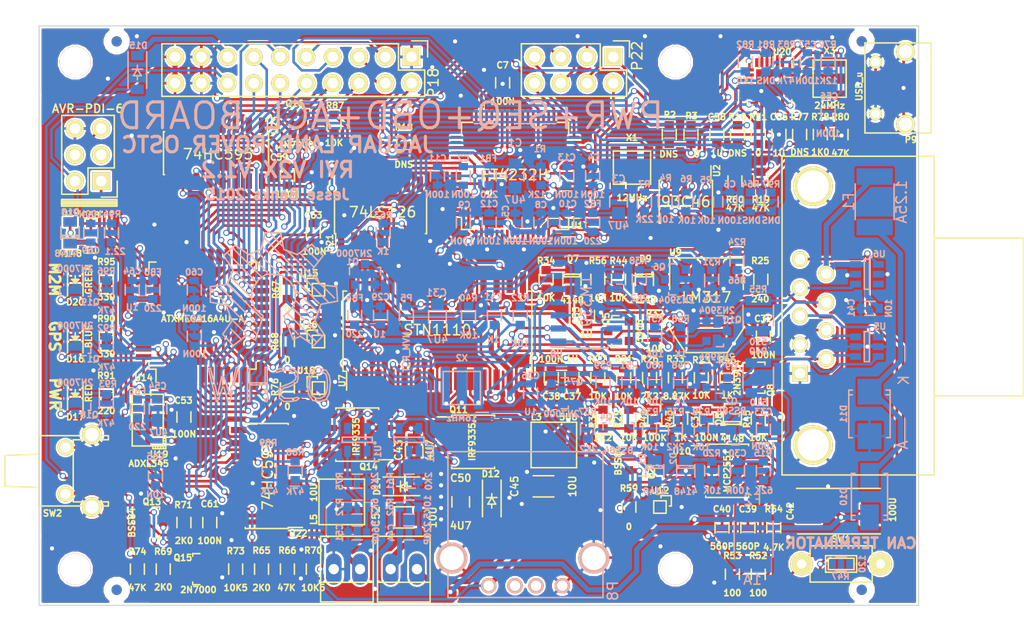
<source format=kicad_pcb>
(kicad_pcb (version 4) (host pcbnew 4.0.0-rc1-stable)
  (layers (0 F.Cu signal) (31 B.Cu signal) (34 B.Paste user) (35 F.Paste user) (36 B.SilkS user) (37 F.SilkS user) (38 B.Mask user) (39 F.Mask user) (44 Edge.Cuts user))
  (net 0 "")
  (net 1 FT3V3PLL)
  (net 2 GND)
  (net 3 FT3V3PHY)
  (net 4 3V3_B)
  (net 5 FT1V8)
  (net 6 "Net-(C29-Pad1)")
  (net 7 BAT_SAMPLE)
  (net 8 "Net-(C31-Pad1)")
  (net 9 CAN_12V_SW)
  (net 10 CAN_5V_SW)
  (net 11 3V3_C)
  (net 12 CAN_3.3V_SW)
  (net 13 "Net-(C39-Pad1)")
  (net 14 "Net-(C40-Pad1)")
  (net 15 12V0_A)
  (net 16 12V0_B)
  (net 17 "Net-(C44-Pad1)")
  (net 18 "Net-(C44-Pad2)")
  (net 19 "Net-(C51-Pad1)")
  (net 20 "Net-(C51-Pad2)")
  (net 21 3V3_D)
  (net 22 "Net-(C54-Pad1)")
  (net 23 "Net-(C56-Pad1)")
  (net 24 "Net-(C58-Pad1)")
  (net 25 3V3_A)
  (net 26 PDI)
  (net 27 SEQ_RESET)
  (net 28 J1850+)
  (net 29 "Net-(D7-Pad2)")
  (net 30 "Net-(D8-Pad1)")
  (net 31 "Net-(D9-Pad2)")
  (net 32 "Net-(D10-Pad2)")
  (net 33 "Net-(D12-Pad1)")
  (net 34 "Net-(D14-Pad1)")
  (net 35 4V1_A)
  (net 36 "Net-(D16-Pad2)")
  (net 37 "Net-(D16-Pad1)")
  (net 38 "Net-(D17-Pad2)")
  (net 39 "Net-(D17-Pad1)")
  (net 40 5V0_B)
  (net 41 5V0_B_OUT)
  (net 42 ACL_INT2)
  (net 43 HUB_STATUS)
  (net 44 HUB_SUSP)
  (net 45 HOST_SC)
  (net 46 CAN_RXD_FTDI)
  (net 47 SR_CLEAR)
  (net 48 SR_LATCH)
  (net 49 CAN_TXD)
  (net 50 SEQ_SS)
  (net 51 SEQ_MOSI)
  (net 52 SEQ_MISO)
  (net 53 SEQ_SCK)
  (net 54 SIM_TXD)
  (net 55 SIM_RXD)
  (net 56 SEQ_RXD_DM)
  (net 57 SEQ_TXD_DP)
  (net 58 HUB_SDA)
  (net 59 HUB_SCL)
  (net 60 ACCEL_RXD)
  (net 61 ACCEL_TXD)
  (net 62 SIM_NET)
  (net 63 SIM_PWR)
  (net 64 SIMCARD)
  (net 65 ACL_INT1)
  (net 66 CAN_H)
  (net 67 K-LINE)
  (net 68 CAN_L)
  (net 69 L-LINE)
  (net 70 J1850-)
  (net 71 HUB_DM)
  (net 72 HUB_DP)
  (net 73 5V0_A)
  (net 74 FTDI_DM)
  (net 75 FTDI_DP)
  (net 76 USB_INT_DM)
  (net 77 USB_INT_DP)
  (net 78 SEQ_RXD)
  (net 79 SEQ_TXD)
  (net 80 PWM/~VPW)
  (net 81 "Net-(Q1-Pad3)")
  (net 82 "Net-(Q2-Pad1)")
  (net 83 "Net-(Q3-Pad1)")
  (net 84 "Net-(Q4-Pad1)")
  (net 85 "Net-(Q5-Pad1)")
  (net 86 "Net-(Q5-Pad2)")
  (net 87 "Net-(Q6-Pad1)")
  (net 88 "Net-(Q6-Pad3)")
  (net 89 CAN_POWERDOWN)
  (net 90 "Net-(Q7-Pad3)")
  (net 91 "Net-(Q8-Pad1)")
  (net 92 "Net-(Q9-Pad1)")
  (net 93 "Net-(Q10-Pad1)")
  (net 94 "Net-(Q11-Pad1)")
  (net 95 "Net-(Q13-Pad1)")
  (net 96 "Net-(Q13-Pad3)")
  (net 97 "Net-(Q14-Pad1)")
  (net 98 "Net-(Q15-Pad2)")
  (net 99 SIM_PWR_ON)
  (net 100 ~SIM_PWR_ON)
  (net 101 "Net-(R1-Pad1)")
  (net 102 ~FTDI_RESET)
  (net 103 HUB_PWR_PRT1)
  (net 104 "Net-(R4-Pad1)")
  (net 105 EECS)
  (net 106 EECLK)
  (net 107 EEDATA)
  (net 108 SIM_VBUS)
  (net 109 HUB_PWR_PRT2)
  (net 110 PWM_RX)
  (net 111 "Net-(R22-Pad1)")
  (net 112 J1850_BUS_+_TX)
  (net 113 "Net-(R23-Pad1)")
  (net 114 J1850_BUS_-_TX)
  (net 115 "Net-(R24-Pad1)")
  (net 116 "Net-(R26-Pad2)")
  (net 117 ~VPW_RX)
  (net 118 "Net-(R34-Pad1)")
  (net 119 CAN_TX)
  (net 120 "Net-(R47-Pad2)")
  (net 121 ISO_L_TX)
  (net 122 "Net-(R50-Pad2)")
  (net 123 ISO_RX)
  (net 124 "Net-(R54-Pad1)")
  (net 125 "Net-(R57-Pad1)")
  (net 126 ISO_K_TX)
  (net 127 5V0_B_EN)
  (net 128 "Net-(R59-Pad2)")
  (net 129 3V3_EN)
  (net 130 "Net-(R65-Pad2)")
  (net 131 3V3_B_EN)
  (net 132 "Net-(R67-Pad2)")
  (net 133 3V3_C_EN)
  (net 134 "Net-(R68-Pad2)")
  (net 135 "Net-(R74-Pad2)")
  (net 136 3V3_D_EN)
  (net 137 "Net-(R76-Pad2)")
  (net 138 HUB_SUSP_IND)
  (net 139 "Net-(R79-Pad2)")
  (net 140 FT_CLK)
  (net 141 FT_CLKN)
  (net 142 SIM_DM)
  (net 143 SIM_DP)
  (net 144 SIM_RF_OFF)
  (net 145 ~CAN_RESET)
  (net 146 CAN_CLK)
  (net 147 CAN_CLKN)
  (net 148 ~CAN_SLEEP)
  (net 149 CAN_RX)
  (net 150 CAN_RXD)
  (net 151 5V0_EN)
  (net 152 4V1_EN)
  (net 153 ~HUB_RESET)
  (net 154 HUB_CLKN)
  (net 155 HUB_CLK)
  (net 156 "Net-(U22-Pad9)")
  (net 157 BUTTON)
  (net 158 3V3_E)
  (net 159 "Net-(C69-Pad1)")
  (net 160 "Net-(C69-Pad2)")
  (net 161 "Net-(D20-Pad2)")
  (net 162 "Net-(D20-Pad1)")
  (net 163 SIM_USB_DET)
  (net 164 "Net-(P5-Pad1)")
  (net 165 3V3_F)
  (net 166 SEQ_WAKE)
  (net 167 ~SIM_RESET)
  (net 168 SEQ_LED3)
  (net 169 SEQ_LED1)
  (net 170 SEQ_LED2)
  (net 171 "Net-(CON1-Pad3)")
  (net 172 "Net-(CON1-Pad4)")
  (net 173 CAN_RXD_SEQ)
  (net 174 "Net-(P6-Pad1)")
  (net 175 "Net-(P8-Pad3)")
  (net 176 "Net-(P8-Pad2)")
  (net 177 "Net-(P9-Pad4)")
  (net 178 "Net-(P10-Pad1)")
  (net 179 "Net-(P12-Pad1)")
  (net 180 "Net-(P15-Pad1)")
  (net 181 "Net-(U1-Pad18)")
  (net 182 "Net-(U1-Pad19)")
  (net 183 "Net-(U1-Pad21)")
  (net 184 "Net-(U1-Pad22)")
  (net 185 "Net-(U1-Pad23)")
  (net 186 "Net-(U1-Pad24)")
  (net 187 "Net-(U1-Pad28)")
  (net 188 "Net-(U1-Pad29)")
  (net 189 "Net-(U1-Pad30)")
  (net 190 "Net-(U1-Pad32)")
  (net 191 "Net-(U1-Pad33)")
  (net 192 "Net-(U1-Pad34)")
  (net 193 "Net-(U1-Pad40)")
  (net 194 "Net-(U1-Pad41)")
  (net 195 "Net-(U1-Pad43)")
  (net 196 "Net-(U1-Pad44)")
  (net 197 "Net-(U1-Pad45)")
  (net 198 "Net-(U1-Pad46)")
  (net 199 "Net-(U1-Pad48)")
  (net 200 "Net-(U1-Pad52)")
  (net 201 "Net-(U1-Pad53)")
  (net 202 "Net-(U1-Pad54)")
  (net 203 "Net-(U1-Pad55)")
  (net 204 "Net-(U1-Pad57)")
  (net 205 "Net-(U1-Pad58)")
  (net 206 "Net-(U1-Pad59)")
  (net 207 "Net-(U6-Pad3)")
  (net 208 "Net-(U7-Pad22)")
  (net 209 "Net-(U7-Pad23)")
  (net 210 "Net-(U7-Pad24)")
  (net 211 "Net-(U8-Pad8)")
  (net 212 "Net-(U8-Pad9)")
  (net 213 "Net-(U8-Pad14)")
  (net 214 "Net-(U10-Pad5)")
  (net 215 "Net-(U20-Pad6)")
  (net 216 "Net-(U20-Pad8)")
  (net 217 "Net-(U20-Pad12)")
  (net 218 "Net-(U23-Pad9)")
  (net 219 5V0_HOST)
  (net 220 SIM_WAKE)
  (net 221 "Net-(R2-Pad1)")
  (net 222 HUB_ENABLE)
  (net 223 "Net-(R63-Pad1)")
  (net 224 SEQ_CHGPUMP)
  (net 225 CAN_BUF_SEQ)
  (net 226 CAN_BUF_FTDI)
  (net 227 "Net-(U14-Pad36)")
  (net 228 "Net-(U14-Pad37)")
  (module Housings_SOT-23_SOT-143_TSOT-6:SOT-23-5 (layer B.Cu) (at 71 163 90)
    (fp_text reference U11 (at -1.3 2.1 90) (layer B.SilkS) (effects (font (size 0.6 0.6)) (justify mirror)))
    (fp_text value XRP6124 hide)
    (pad 1 smd rect (at -1.1 0.95 90) (size 1.06 0.65) (layers B.Cu B.Paste B.Mask) (net 151 5V0_EN))
    (pad 2 smd rect (at -1.1 0 90) (size 1.06 0.65) (layers B.Cu B.Paste B.Mask) (net 2 GND))
    (pad 3 smd rect (at -1.1 -0.95 90) (size 1.06 0.65) (layers B.Cu B.Paste B.Mask) (net 18 "Net-(C44-Pad2)"))
    (pad 4 smd rect (at 1.1 -0.95 90) (size 1.06 0.65) (layers B.Cu B.Paste B.Mask) (net 94 "Net-(Q11-Pad1)"))
    (pad 5 smd rect (at 1.1 0.95 90) (size 1.06 0.65) (layers B.Cu B.Paste B.Mask) (net 16 12V0_B))
  )
  (module Housings_SOIC:SOIC-14_3.9x8.7mm_Pitch1.27mm (layer B.Cu) (at 88.15 149.7)
    (fp_text reference U8 (at -2.9 5) (layer B.SilkS) (effects (font (size 0.6 0.6)) (justify mirror)))
    (fp_text value LM339 (at 0 0 90) (layer B.SilkS) (effects (justify mirror)))
    (pad 1 smd rect (at -2.7 3.81) (size 1.5 0.6) (layers B.Cu B.Paste B.Mask) (net 117 ~VPW_RX))
    (pad 2 smd rect (at -2.7 2.54) (size 1.5 0.6) (layers B.Cu B.Paste B.Mask) (net 110 PWM_RX))
    (pad 3 smd rect (at -2.7 1.27) (size 1.5 0.6) (layers B.Cu B.Paste B.Mask) (net 10 CAN_5V_SW))
    (pad 4 smd rect (at -2.7 0) (size 1.5 0.6) (layers B.Cu B.Paste B.Mask) (net 113 "Net-(R23-Pad1)"))
    (pad 5 smd rect (at -2.7 -1.27) (size 1.5 0.6) (layers B.Cu B.Paste B.Mask) (net 111 "Net-(R22-Pad1)"))
    (pad 6 smd rect (at -2.7 -2.54) (size 1.5 0.6) (layers B.Cu B.Paste B.Mask) (net 118 "Net-(R34-Pad1)"))
    (pad 7 smd rect (at -2.7 -3.81) (size 1.5 0.6) (layers B.Cu B.Paste B.Mask) (net 116 "Net-(R26-Pad2)"))
    (pad 8 smd rect (at 2.7 -3.81) (size 1.5 0.6) (layers B.Cu B.Paste B.Mask) (net 211 "Net-(U8-Pad8)"))
    (pad 9 smd rect (at 2.7 -2.54) (size 1.5 0.6) (layers B.Cu B.Paste B.Mask) (net 212 "Net-(U8-Pad9)"))
    (pad 10 smd rect (at 2.7 -1.27) (size 1.5 0.6) (layers B.Cu B.Paste B.Mask) (net 125 "Net-(R57-Pad1)"))
    (pad 11 smd rect (at 2.7 0) (size 1.5 0.6) (layers B.Cu B.Paste B.Mask) (net 122 "Net-(R50-Pad2)"))
    (pad 12 smd rect (at 2.7 1.27) (size 1.5 0.6) (layers B.Cu B.Paste B.Mask) (net 2 GND))
    (pad 13 smd rect (at 2.7 2.54) (size 1.5 0.6) (layers B.Cu B.Paste B.Mask) (net 123 ISO_RX))
    (pad 14 smd rect (at 2.7 3.81) (size 1.5 0.6) (layers B.Cu B.Paste B.Mask) (net 213 "Net-(U8-Pad14)"))
  )
  (module Capacitors_Tantalum_SMD:TantalC_SizeD_EIA-7343_Reflow (layer F.Cu) (at 112.75 169.9)
    (fp_text reference C42 (at -4.9 0 90) (layer F.SilkS) (effects (font (size 0.6 0.6))))
    (fp_text value 100U (at 5 -0.15 90) (layer F.SilkS) (effects (font (size 0.6 0.6))))
    (pad 2 smd rect (at 3.12 0) (size 2.37 2.43) (layers F.Cu F.Paste F.Mask) (net 2 GND))
    (pad 1 smd rect (at -3.12 0) (size 2.37 2.43) (layers F.Cu F.Paste F.Mask) (net 16 12V0_B))
  )
  (module Pin_Headers:Pin_Header_Straight_2x03 (layer F.Cu) (at 41.25 138 180)
    (fp_text reference CON1 hide)
    (fp_text value AVR-PDI-6 (at 1.3 7 360) (layer F.SilkS) (effects (font (size 0.8 0.8))))
    (pad 1 thru_hole rect (at 0 0 180) (size 1.7272 1.7272) (drill 1.016) (layers *.Cu *.Mask F.SilkS) (net 26 PDI))
    (pad 2 thru_hole oval (at 2.54 0 180) (size 1.7272 1.7272) (drill 1.016) (layers *.Cu *.Mask F.SilkS) (net 25 3V3_A))
    (pad 3 thru_hole oval (at 0 2.54 180) (size 1.7272 1.7272) (drill 1.016) (layers *.Cu *.Mask F.SilkS) (net 171 "Net-(CON1-Pad3)"))
    (pad 4 thru_hole oval (at 2.54 2.54 180) (size 1.7272 1.7272) (drill 1.016) (layers *.Cu *.Mask F.SilkS) (net 172 "Net-(CON1-Pad4)"))
    (pad 5 thru_hole oval (at 0 5.08 180) (size 1.7272 1.7272) (drill 1.016) (layers *.Cu *.Mask F.SilkS) (net 27 SEQ_RESET))
    (pad 6 thru_hole oval (at 2.54 5.08 180) (size 1.7272 1.7272) (drill 1.016) (layers *.Cu *.Mask F.SilkS) (net 2 GND))
  )
  (module Diodes_SMD:SOD-123 (layer F.Cu) (at 79 168.9 270)
    (fp_text reference D12 (at -2.6 0.1 360) (layer F.SilkS) (effects (font (size 0.6 0.6))))
    (fp_text value SBR3U30P1-7 hide)
    (pad 1 smd rect (at -1.635 0 270) (size 0.91 1.22) (layers F.Cu F.Paste F.Mask) (net 33 "Net-(D12-Pad1)"))
    (pad 2 smd rect (at 1.635 0 270) (size 0.91 1.22) (layers F.Cu F.Paste F.Mask) (net 2 GND))
  )
  (module Diodes_SMD:SOD-123 (layer F.Cu) (at 70.5 167.5)
    (fp_text reference D14 (at -2.6 0 90) (layer F.SilkS) (effects (font (size 0.6 0.6))))
    (fp_text value SBR3U30P1-7 hide)
    (pad 1 smd rect (at -1.635 0) (size 0.91 1.22) (layers F.Cu F.Paste F.Mask) (net 34 "Net-(D14-Pad1)"))
    (pad 2 smd rect (at 1.635 0) (size 0.91 1.22) (layers F.Cu F.Paste F.Mask) (net 2 GND))
  )
  (module Diodes_SMD:SOD-123 (layer B.Cu) (at 44.75 127.5 270)
    (fp_text reference D15 (at -2.6 -0.1 360) (layer B.SilkS) (effects (font (size 0.6 0.6)) (justify mirror)))
    (fp_text value MMSZ4678T1G hide)
    (pad 1 smd rect (at -1.635 0 270) (size 0.91 1.22) (layers B.Cu B.Paste B.Mask) (net 35 4V1_A))
    (pad 2 smd rect (at 1.635 0 270) (size 0.91 1.22) (layers B.Cu B.Paste B.Mask) (net 25 3V3_A))
  )
  (module Resistors_SMD:R_1812 (layer B.Cu) (at 116 140 270)
    (fp_text reference F1 (at 0 2.5 270) (layer B.SilkS) (effects (justify mirror)))
    (fp_text value 1.25A (at 0 -2.6 270) (layer B.SilkS) (effects (justify mirror)))
    (pad 1 smd rect (at -2.4384 0 270) (size 1.6 3.5) (layers B.Cu B.Paste B.Mask) (net 15 12V0_A))
    (pad 2 smd rect (at 2.4384 0 270) (size 1.6 3.5) (layers B.Cu B.Paste B.Mask) (net 32 "Net-(D10-Pad2)"))
  )
  (module Resistors_SMD:R_1812 (layer B.Cu) (at 104.3 172.6 270)
    (fp_text reference F2 (at -3.8 0.1 360) (layer B.SilkS) (effects (justify mirror)))
    (fp_text value 1A (at 3.9 0.1 360) (layer B.SilkS) (effects (justify mirror)))
    (pad 1 smd rect (at -2.4384 0 270) (size 1.6 3.5) (layers B.Cu B.Paste B.Mask) (net 40 5V0_B))
    (pad 2 smd rect (at 2.4384 0 270) (size 1.6 3.5) (layers B.Cu B.Paste B.Mask) (net 41 5V0_B_OUT))
  )
  (module Housings_QFP:TQFP-44_10x10mm_Pitch0.8mm (layer F.Cu) (at 51.05 151 90)
    (fp_text reference U14 (at -6 -5.7 180) (layer F.SilkS) (effects (font (size 0.6 0.6))))
    (fp_text value ATXMEGA16A4U-A (at -0.3 0 180) (layer F.SilkS) (effects (font (size 0.6 0.6))))
    (pad 1 smd rect (at -5.7 -4 90) (size 1.5 0.55) (layers F.Cu F.Paste F.Mask) (net 44 HUB_SUSP))
    (pad 2 smd rect (at -5.7 -3.2 90) (size 1.5 0.55) (layers F.Cu F.Paste F.Mask) (net 169 SEQ_LED1))
    (pad 3 smd rect (at -5.7 -2.4 90) (size 1.5 0.55) (layers F.Cu F.Paste F.Mask) (net 170 SEQ_LED2))
    (pad 4 smd rect (at -5.7 -1.6 90) (size 1.5 0.55) (layers F.Cu F.Paste F.Mask) (net 168 SEQ_LED3))
    (pad 5 smd rect (at -5.7 -0.8 90) (size 1.5 0.55) (layers F.Cu F.Paste F.Mask) (net 45 HOST_SC))
    (pad 6 smd rect (at -5.7 0 90) (size 1.5 0.55) (layers F.Cu F.Paste F.Mask) (net 225 CAN_BUF_SEQ))
    (pad 7 smd rect (at -5.7 0.8 90) (size 1.5 0.55) (layers F.Cu F.Paste F.Mask) (net 226 CAN_BUF_FTDI))
    (pad 8 smd rect (at -5.7 1.6 90) (size 1.5 0.55) (layers F.Cu F.Paste F.Mask) (net 2 GND))
    (pad 9 smd rect (at -5.7 2.4 90) (size 1.5 0.55) (layers F.Cu F.Paste F.Mask) (net 25 3V3_A))
    (pad 10 smd rect (at -5.7 3.2 90) (size 1.5 0.55) (layers F.Cu F.Paste F.Mask) (net 47 SR_CLEAR))
    (pad 11 smd rect (at -5.7 4 90) (size 1.5 0.55) (layers F.Cu F.Paste F.Mask) (net 48 SR_LATCH))
    (pad 12 smd rect (at -4 5.7 180) (size 1.5 0.55) (layers F.Cu F.Paste F.Mask) (net 49 CAN_TXD))
    (pad 13 smd rect (at -3.2 5.7 180) (size 1.5 0.55) (layers F.Cu F.Paste F.Mask) (net 173 CAN_RXD_SEQ))
    (pad 14 smd rect (at -2.4 5.7 180) (size 1.5 0.55) (layers F.Cu F.Paste F.Mask) (net 50 SEQ_SS))
    (pad 15 smd rect (at -1.6 5.7 180) (size 1.5 0.55) (layers F.Cu F.Paste F.Mask) (net 51 SEQ_MOSI))
    (pad 16 smd rect (at -0.8 5.7 180) (size 1.5 0.55) (layers F.Cu F.Paste F.Mask) (net 52 SEQ_MISO))
    (pad 17 smd rect (at 0 5.7 180) (size 1.5 0.55) (layers F.Cu F.Paste F.Mask) (net 53 SEQ_SCK))
    (pad 18 smd rect (at 0.8 5.7 180) (size 1.5 0.55) (layers F.Cu F.Paste F.Mask) (net 2 GND))
    (pad 19 smd rect (at 1.6 5.7 180) (size 1.5 0.55) (layers F.Cu F.Paste F.Mask) (net 25 3V3_A))
    (pad 20 smd rect (at 2.4 5.7 180) (size 1.5 0.55) (layers F.Cu F.Paste F.Mask) (net 166 SEQ_WAKE))
    (pad 21 smd rect (at 3.2 5.7 180) (size 1.5 0.55) (layers F.Cu F.Paste F.Mask) (net 62 SIM_NET))
    (pad 22 smd rect (at 4 5.7 180) (size 1.5 0.55) (layers F.Cu F.Paste F.Mask) (net 54 SIM_TXD))
    (pad 23 smd rect (at 5.7 4 90) (size 1.5 0.55) (layers F.Cu F.Paste F.Mask) (net 55 SIM_RXD))
    (pad 24 smd rect (at 5.7 3.2 90) (size 1.5 0.55) (layers F.Cu F.Paste F.Mask) (net 63 SIM_PWR))
    (pad 25 smd rect (at 5.7 2.4 90) (size 1.5 0.55) (layers F.Cu F.Paste F.Mask) (net 64 SIMCARD))
    (pad 26 smd rect (at 5.7 1.6 90) (size 1.5 0.55) (layers F.Cu F.Paste F.Mask) (net 56 SEQ_RXD_DM))
    (pad 27 smd rect (at 5.7 0.8 90) (size 1.5 0.55) (layers F.Cu F.Paste F.Mask) (net 57 SEQ_TXD_DP))
    (pad 28 smd rect (at 5.7 0 90) (size 1.5 0.55) (layers F.Cu F.Paste F.Mask) (net 58 HUB_SDA))
    (pad 29 smd rect (at 5.7 -0.8 90) (size 1.5 0.55) (layers F.Cu F.Paste F.Mask) (net 59 HUB_SCL))
    (pad 30 smd rect (at 5.7 -1.6 90) (size 1.5 0.55) (layers F.Cu F.Paste F.Mask) (net 2 GND))
    (pad 31 smd rect (at 5.7 -2.4 90) (size 1.5 0.55) (layers F.Cu F.Paste F.Mask) (net 25 3V3_A))
    (pad 32 smd rect (at 5.7 -3.2 90) (size 1.5 0.55) (layers F.Cu F.Paste F.Mask) (net 60 ACCEL_RXD))
    (pad 33 smd rect (at 5.7 -4 90) (size 1.5 0.55) (layers F.Cu F.Paste F.Mask) (net 61 ACCEL_TXD))
    (pad 34 smd rect (at 4 -5.7 180) (size 1.5 0.55) (layers F.Cu F.Paste F.Mask) (net 26 PDI))
    (pad 35 smd rect (at 3.2 -5.7 180) (size 1.5 0.55) (layers F.Cu F.Paste F.Mask) (net 27 SEQ_RESET))
    (pad 36 smd rect (at 2.4 -5.7 180) (size 1.5 0.55) (layers F.Cu F.Paste F.Mask) (net 227 "Net-(U14-Pad36)"))
    (pad 37 smd rect (at 1.6 -5.7 180) (size 1.5 0.55) (layers F.Cu F.Paste F.Mask) (net 228 "Net-(U14-Pad37)"))
    (pad 38 smd rect (at 0.8 -5.7 180) (size 1.5 0.55) (layers F.Cu F.Paste F.Mask) (net 2 GND))
    (pad 39 smd rect (at 0 -5.7 180) (size 1.5 0.55) (layers F.Cu F.Paste F.Mask) (net 165 3V3_F))
    (pad 40 smd rect (at -0.8 -5.7 180) (size 1.5 0.55) (layers F.Cu F.Paste F.Mask) (net 157 BUTTON))
    (pad 41 smd rect (at -1.6 -5.7 180) (size 1.5 0.55) (layers F.Cu F.Paste F.Mask) (net 224 SEQ_CHGPUMP))
    (pad 42 smd rect (at -2.4 -5.7 180) (size 1.5 0.55) (layers F.Cu F.Paste F.Mask) (net 42 ACL_INT2))
    (pad 43 smd rect (at -3.2 -5.7 180) (size 1.5 0.55) (layers F.Cu F.Paste F.Mask) (net 65 ACL_INT1))
    (pad 44 smd rect (at -4 -5.7 180) (size 1.5 0.55) (layers F.Cu F.Paste F.Mask) (net 43 HUB_STATUS))
  )
  (module "Custom Parts:D09P13B4PA00LF" (layer F.Cu) (at 121.75 151 270)
    (fp_text reference J1 hide)
    (fp_text value DB9 hide)
    (pad "" thru_hole circle (at 12.5 11.7 270) (size 3.81 3.81) (drill 3.048) (layers *.Cu *.Mask F.SilkS) (net 2 GND))
    (pad "" thru_hole circle (at -12.5 11.7 270) (size 3.81 3.81) (drill 3.048) (layers *.Cu *.Mask F.SilkS) (net 2 GND))
    (pad 1 thru_hole rect (at 5.588 12.97 270) (size 1.524 1.524) (drill 1.016) (layers *.Cu *.Mask F.SilkS) (net 2 GND))
    (pad 2 thru_hole circle (at 2.794 12.97 270) (size 1.524 1.524) (drill 1.016) (layers *.Cu *.Mask F.SilkS) (net 2 GND))
    (pad 3 thru_hole circle (at 0 12.97 270) (size 1.524 1.524) (drill 1.016) (layers *.Cu *.Mask F.SilkS) (net 66 CAN_H))
    (pad 4 thru_hole circle (at -2.667 12.97 270) (size 1.524 1.524) (drill 1.016) (layers *.Cu *.Mask F.SilkS) (net 67 K-LINE))
    (pad 5 thru_hole circle (at -5.461 12.97 270) (size 1.524 1.524) (drill 1.016) (layers *.Cu *.Mask F.SilkS) (net 68 CAN_L))
    (pad 9 thru_hole circle (at -4.064 10.43 270) (size 1.524 1.524) (drill 1.016) (layers *.Cu *.Mask F.SilkS) (net 15 12V0_A))
    (pad 8 thru_hole circle (at -1.27 10.43 270) (size 1.524 1.524) (drill 1.016) (layers *.Cu *.Mask F.SilkS) (net 69 L-LINE))
    (pad 7 thru_hole circle (at 1.397 10.43 270) (size 1.524 1.524) (drill 1.016) (layers *.Cu *.Mask F.SilkS) (net 28 J1850+))
    (pad 6 thru_hole circle (at 4.191 10.43 270) (size 1.524 1.524) (drill 1.016) (layers *.Cu *.Mask F.SilkS) (net 70 J1850-))
  )
  (module "Custom Parts:4.5x4.5mm_Ind" (layer F.Cu) (at 85 163.5)
    (fp_text reference L3 (at -1.7 -2.7) (layer F.SilkS) (effects (font (size 0.6 0.6))))
    (fp_text value 5U6 (at 1.4 -2.7) (layer F.SilkS) (effects (font (size 0.6 0.6))))
    (pad 1 smd rect (at -2.2 0) (size 1.5 2.4) (layers F.Cu F.Paste F.Mask) (net 33 "Net-(D12-Pad1)"))
    (pad 2 smd rect (at 2.2 0) (size 1.5 2.4) (layers F.Cu F.Paste F.Mask) (net 17 "Net-(C44-Pad1)"))
  )
  (module "Custom Parts:4.5x4.5mm_Ind" (layer F.Cu) (at 64.5 169 270)
    (fp_text reference L5 (at 1.7 2.7 270) (layer F.SilkS) (effects (font (size 0.6 0.6))))
    (fp_text value 10U (at -0.9 2.7 270) (layer F.SilkS) (effects (font (size 0.6 0.6))))
    (pad 1 smd rect (at -2.2 0 270) (size 1.5 2.4) (layers F.Cu F.Paste F.Mask) (net 34 "Net-(D14-Pad1)"))
    (pad 2 smd rect (at 2.2 0 270) (size 1.5 2.4) (layers F.Cu F.Paste F.Mask) (net 19 "Net-(C51-Pad1)"))
  )
  (module Fiducials:Fiducial_1mm_Dia_2.54mm_Outer_CopperTop (layer F.Cu) (at 42.75 124.5)
    (fp_text reference P7 hide)
    (fp_text value Ficudial1 hide)
    (pad ~ smd circle (at 0 0) (size 1 1) (layers F.Cu F.Mask) (clearance 0.77))
  )
  (module "Custom Parts:USB_Micro-B-DX4R005JJ2R1800" (layer F.Cu) (at 120.25 129 90)
    (fp_text reference P9 (at -5 -0.75 180) (layer F.SilkS) (effects (font (size 0.6 0.6))))
    (fp_text value USB_u (at 0.15 -5.75 90) (layer F.SilkS) (effects (font (size 0.6 0.6))))
    (pad 6 thru_hole circle (at -3.5009 -1.26254 180) (size 1.8 1.8) (drill 1.3) (layers *.Cu *.Mask F.SilkS) (net 2 GND))
    (pad 1 smd rect (at -1.3009 -4.16254 180) (size 1.35 0.4) (layers F.Cu F.Paste F.Mask) (net 219 5V0_HOST))
    (pad 2 smd rect (at -0.6509 -4.16254 180) (size 1.35 0.4) (layers F.Cu F.Paste F.Mask) (net 71 HUB_DM))
    (pad 3 smd rect (at -0.0009 -4.16254 180) (size 1.35 0.4) (layers F.Cu F.Paste F.Mask) (net 72 HUB_DP))
    (pad 4 smd rect (at 0.6491 -4.16254 180) (size 1.35 0.4) (layers F.Cu F.Paste F.Mask) (net 177 "Net-(P9-Pad4)"))
    (pad 5 smd rect (at 1.2991 -4.16254 180) (size 1.35 0.4) (layers F.Cu F.Paste F.Mask) (net 2 GND))
    (pad 6 thru_hole circle (at -2.5009 -4.16254 180) (size 1.25 1.25) (drill 0.85) (layers *.Cu *.Mask F.SilkS) (net 2 GND))
    (pad 6 thru_hole circle (at 2.4991 -4.16254 180) (size 1.25 1.25) (drill 0.85) (layers *.Cu *.Mask F.SilkS) (net 2 GND))
    (pad 6 thru_hole circle (at 3.4991 -1.26254 180) (size 1.8 1.8) (drill 1.3) (layers *.Cu *.Mask F.SilkS) (net 2 GND))
    (pad 6 smd rect (at -1.65 -1.45 90) (size 1.1 2.1) (layers F.Cu F.Paste F.Mask) (net 2 GND))
    (pad 6 smd rect (at 1.65 -1.45 90) (size 1.1 2.1) (layers F.Cu F.Paste F.Mask) (net 2 GND))
  )
  (module Fiducials:Fiducial_1mm_Dia_2.54mm_Outer_CopperTop (layer B.Cu) (at 114.75 124.5)
    (fp_text reference P11 hide)
    (fp_text value Ficudial2 hide)
    (pad ~ smd circle (at 0 0) (size 1 1) (layers B.Cu B.Mask) (clearance 0.77))
  )
  (module Fiducials:Fiducial_1mm_Dia_2.54mm_Outer_CopperTop (layer F.Cu) (at 114.75 124.5)
    (fp_text reference P13 hide)
    (fp_text value Ficudial3 hide)
    (pad ~ smd circle (at 0 0) (size 1 1) (layers F.Cu F.Mask) (clearance 0.77))
  )
  (module Fiducials:Fiducial_1mm_Dia_2.54mm_Outer_CopperTop (layer F.Cu) (at 42.75 177.5)
    (fp_text reference P16 hide)
    (fp_text value Ficudial4 hide)
    (pad ~ smd circle (at 0 0) (size 1 1) (layers F.Cu F.Mask) (clearance 0.77))
  )
  (module Connect:PINHEAD1-2 (layer F.Cu) (at 70.5 175.5 180)
    (fp_text reference P17 hide)
    (fp_text value CUR_SEN hide)
    (pad 1 thru_hole oval (at -1.27 0 180) (size 1.50622 3.01498) (drill 0.99822) (layers *.Cu *.Mask) (net 73 5V0_A))
    (pad 2 thru_hole oval (at 1.27 0 180) (size 1.50622 3.01498) (drill 0.99822) (layers *.Cu *.Mask) (net 17 "Net-(C44-Pad1)"))
  )
  (module Connect:PINHEAD1-2 (layer F.Cu) (at 65 175.5 180)
    (fp_text reference P19 hide)
    (fp_text value CUR_SEN hide)
    (pad 1 thru_hole oval (at -1.27 0 180) (size 1.50622 3.01498) (drill 0.99822) (layers *.Cu *.Mask) (net 25 3V3_A))
    (pad 2 thru_hole oval (at 1.27 0 180) (size 1.50622 3.01498) (drill 0.99822) (layers *.Cu *.Mask) (net 19 "Net-(C51-Pad1)"))
  )
  (module Fiducials:Fiducial_1mm_Dia_2.54mm_Outer_CopperTop (layer B.Cu) (at 114.75 177.5)
    (fp_text reference P20 hide)
    (fp_text value "Jumper 1" hide)
    (pad ~ smd circle (at 0 0) (size 1 1) (layers B.Cu B.Mask) (clearance 0.77))
  )
  (module Fiducials:Fiducial_1mm_Dia_2.54mm_Outer_CopperTop (layer F.Cu) (at 114.75 177.5)
    (fp_text reference P21 hide)
    (fp_text value "Jumper 2" hide)
    (pad ~ smd circle (at 0 0) (size 1 1) (layers F.Cu F.Mask) (clearance 0.77))
  )
  (module Pin_Headers:Pin_Header_Straight_2x04 (layer F.Cu) (at 90.75 126 270)
    (fp_text reference P22 (at -0.1 -2.3 270) (layer F.SilkS))
    (fp_text value CONN_02X04 hide)
    (pad 1 thru_hole rect (at 0 0 270) (size 1.7272 1.7272) (drill 1.016) (layers *.Cu *.Mask F.SilkS) (net 74 FTDI_DM))
    (pad 2 thru_hole oval (at 2.54 0 270) (size 1.7272 1.7272) (drill 1.016) (layers *.Cu *.Mask F.SilkS) (net 75 FTDI_DP))
    (pad 3 thru_hole oval (at 0 2.54 270) (size 1.7272 1.7272) (drill 1.016) (layers *.Cu *.Mask F.SilkS) (net 76 USB_INT_DM))
    (pad 4 thru_hole oval (at 2.54 2.54 270) (size 1.7272 1.7272) (drill 1.016) (layers *.Cu *.Mask F.SilkS) (net 77 USB_INT_DP))
    (pad 5 thru_hole oval (at 0 5.08 270) (size 1.7272 1.7272) (drill 1.016) (layers *.Cu *.Mask F.SilkS) (net 56 SEQ_RXD_DM))
    (pad 6 thru_hole oval (at 2.54 5.08 270) (size 1.7272 1.7272) (drill 1.016) (layers *.Cu *.Mask F.SilkS) (net 57 SEQ_TXD_DP))
    (pad 7 thru_hole oval (at 0 7.62 270) (size 1.7272 1.7272) (drill 1.016) (layers *.Cu *.Mask F.SilkS) (net 78 SEQ_RXD))
    (pad 8 thru_hole oval (at 2.54 7.62 270) (size 1.7272 1.7272) (drill 1.016) (layers *.Cu *.Mask F.SilkS) (net 79 SEQ_TXD))
  )
  (module Fiducials:Fiducial_1mm_Dia_2.54mm_Outer_CopperTop (layer B.Cu) (at 42.75 124.5)
    (fp_text reference P23 hide)
    (fp_text value "Jumper 3" hide)
    (pad ~ smd circle (at 0 0) (size 1 1) (layers B.Cu B.Mask) (clearance 0.77))
  )
  (module Fiducials:Fiducial_1mm_Dia_2.54mm_Outer_CopperTop (layer B.Cu) (at 42.75 177.5)
    (fp_text reference P24 hide)
    (fp_text value "Jumper 4" hide)
    (pad ~ smd circle (at 0 0) (size 1 1) (layers B.Cu B.Mask) (clearance 0.77))
  )
  (module Housings_QFP:LQFP-64_10x10mm_Pitch0.5mm (layer F.Cu) (at 81.25 137.5 180)
    (fp_text reference U1 (at -6 -4.8 180) (layer F.SilkS) (effects (font (size 0.6 0.6))))
    (fp_text value FT4232H (at 0 0.1 180) (layer F.SilkS))
    (pad 1 smd rect (at -5.7 -3.75 180) (size 1 0.25) (layers F.Cu F.Paste F.Mask) (net 2 GND))
    (pad 2 smd rect (at -5.7 -3.25 180) (size 1 0.25) (layers F.Cu F.Paste F.Mask) (net 140 FT_CLK))
    (pad 3 smd rect (at -5.7 -2.75 180) (size 1 0.25) (layers F.Cu F.Paste F.Mask) (net 141 FT_CLKN))
    (pad 4 smd rect (at -5.7 -2.25 180) (size 1 0.25) (layers F.Cu F.Paste F.Mask) (net 3 FT3V3PHY))
    (pad 5 smd rect (at -5.7 -1.75 180) (size 1 0.25) (layers F.Cu F.Paste F.Mask) (net 2 GND))
    (pad 6 smd rect (at -5.7 -1.25 180) (size 1 0.25) (layers F.Cu F.Paste F.Mask) (net 101 "Net-(R1-Pad1)"))
    (pad 7 smd rect (at -5.7 -0.75 180) (size 1 0.25) (layers F.Cu F.Paste F.Mask) (net 74 FTDI_DM))
    (pad 8 smd rect (at -5.7 -0.25 180) (size 1 0.25) (layers F.Cu F.Paste F.Mask) (net 75 FTDI_DP))
    (pad 9 smd rect (at -5.7 0.25 180) (size 1 0.25) (layers F.Cu F.Paste F.Mask) (net 1 FT3V3PLL))
    (pad 10 smd rect (at -5.7 0.75 180) (size 1 0.25) (layers F.Cu F.Paste F.Mask) (net 2 GND))
    (pad 11 smd rect (at -5.7 1.25 180) (size 1 0.25) (layers F.Cu F.Paste F.Mask) (net 2 GND))
    (pad 12 smd rect (at -5.7 1.75 180) (size 1 0.25) (layers F.Cu F.Paste F.Mask) (net 5 FT1V8))
    (pad 13 smd rect (at -5.7 2.25 180) (size 1 0.25) (layers F.Cu F.Paste F.Mask) (net 2 GND))
    (pad 14 smd rect (at -5.7 2.75 180) (size 1 0.25) (layers F.Cu F.Paste F.Mask) (net 221 "Net-(R2-Pad1)"))
    (pad 15 smd rect (at -5.7 3.25 180) (size 1 0.25) (layers F.Cu F.Paste F.Mask) (net 2 GND))
    (pad 16 smd rect (at -5.7 3.75 180) (size 1 0.25) (layers F.Cu F.Paste F.Mask) (net 78 SEQ_RXD))
    (pad 17 smd rect (at -3.75 5.7 270) (size 1 0.25) (layers F.Cu F.Paste F.Mask) (net 79 SEQ_TXD))
    (pad 18 smd rect (at -3.25 5.7 270) (size 1 0.25) (layers F.Cu F.Paste F.Mask) (net 181 "Net-(U1-Pad18)"))
    (pad 19 smd rect (at -2.75 5.7 270) (size 1 0.25) (layers F.Cu F.Paste F.Mask) (net 182 "Net-(U1-Pad19)"))
    (pad 20 smd rect (at -2.25 5.7 270) (size 1 0.25) (layers F.Cu F.Paste F.Mask) (net 4 3V3_B))
    (pad 21 smd rect (at -1.75 5.7 270) (size 1 0.25) (layers F.Cu F.Paste F.Mask) (net 183 "Net-(U1-Pad21)"))
    (pad 22 smd rect (at -1.25 5.7 270) (size 1 0.25) (layers F.Cu F.Paste F.Mask) (net 184 "Net-(U1-Pad22)"))
    (pad 23 smd rect (at -0.75 5.7 270) (size 1 0.25) (layers F.Cu F.Paste F.Mask) (net 185 "Net-(U1-Pad23)"))
    (pad 24 smd rect (at -0.25 5.7 270) (size 1 0.25) (layers F.Cu F.Paste F.Mask) (net 186 "Net-(U1-Pad24)"))
    (pad 25 smd rect (at 0.25 5.7 270) (size 1 0.25) (layers F.Cu F.Paste F.Mask) (net 2 GND))
    (pad 26 smd rect (at 0.75 5.7 270) (size 1 0.25) (layers F.Cu F.Paste F.Mask) (net 46 CAN_RXD_FTDI))
    (pad 27 smd rect (at 1.25 5.7 270) (size 1 0.25) (layers F.Cu F.Paste F.Mask) (net 49 CAN_TXD))
    (pad 28 smd rect (at 1.75 5.7 270) (size 1 0.25) (layers F.Cu F.Paste F.Mask) (net 187 "Net-(U1-Pad28)"))
    (pad 29 smd rect (at 2.25 5.7 270) (size 1 0.25) (layers F.Cu F.Paste F.Mask) (net 188 "Net-(U1-Pad29)"))
    (pad 30 smd rect (at 2.75 5.7 270) (size 1 0.25) (layers F.Cu F.Paste F.Mask) (net 189 "Net-(U1-Pad30)"))
    (pad 31 smd rect (at 3.25 5.7 270) (size 1 0.25) (layers F.Cu F.Paste F.Mask) (net 4 3V3_B))
    (pad 32 smd rect (at 3.75 5.7 270) (size 1 0.25) (layers F.Cu F.Paste F.Mask) (net 190 "Net-(U1-Pad32)"))
    (pad 33 smd rect (at 5.7 3.75 180) (size 1 0.25) (layers F.Cu F.Paste F.Mask) (net 191 "Net-(U1-Pad33)"))
    (pad 34 smd rect (at 5.7 3.25 180) (size 1 0.25) (layers F.Cu F.Paste F.Mask) (net 192 "Net-(U1-Pad34)"))
    (pad 35 smd rect (at 5.7 2.75 180) (size 1 0.25) (layers F.Cu F.Paste F.Mask) (net 2 GND))
    (pad 36 smd rect (at 5.7 2.25 180) (size 1 0.25) (layers F.Cu F.Paste F.Mask) (net 4 3V3_B))
    (pad 37 smd rect (at 5.7 1.75 180) (size 1 0.25) (layers F.Cu F.Paste F.Mask) (net 5 FT1V8))
    (pad 38 smd rect (at 5.7 1.25 180) (size 1 0.25) (layers F.Cu F.Paste F.Mask) (net 60 ACCEL_RXD))
    (pad 39 smd rect (at 5.7 0.75 180) (size 1 0.25) (layers F.Cu F.Paste F.Mask) (net 61 ACCEL_TXD))
    (pad 40 smd rect (at 5.7 0.25 180) (size 1 0.25) (layers F.Cu F.Paste F.Mask) (net 193 "Net-(U1-Pad40)"))
    (pad 41 smd rect (at 5.7 -0.25 180) (size 1 0.25) (layers F.Cu F.Paste F.Mask) (net 194 "Net-(U1-Pad41)"))
    (pad 42 smd rect (at 5.7 -0.75 180) (size 1 0.25) (layers F.Cu F.Paste F.Mask) (net 4 3V3_B))
    (pad 43 smd rect (at 5.7 -1.25 180) (size 1 0.25) (layers F.Cu F.Paste F.Mask) (net 195 "Net-(U1-Pad43)"))
    (pad 44 smd rect (at 5.7 -1.75 180) (size 1 0.25) (layers F.Cu F.Paste F.Mask) (net 196 "Net-(U1-Pad44)"))
    (pad 45 smd rect (at 5.7 -2.25 180) (size 1 0.25) (layers F.Cu F.Paste F.Mask) (net 197 "Net-(U1-Pad45)"))
    (pad 46 smd rect (at 5.7 -2.75 180) (size 1 0.25) (layers F.Cu F.Paste F.Mask) (net 198 "Net-(U1-Pad46)"))
    (pad 47 smd rect (at 5.7 -3.25 180) (size 1 0.25) (layers F.Cu F.Paste F.Mask) (net 2 GND))
    (pad 48 smd rect (at 5.7 -3.75 180) (size 1 0.25) (layers F.Cu F.Paste F.Mask) (net 199 "Net-(U1-Pad48)"))
    (pad 49 smd rect (at 3.75 -5.7 270) (size 1 0.25) (layers F.Cu F.Paste F.Mask) (net 5 FT1V8))
    (pad 50 smd rect (at 3.25 -5.7 270) (size 1 0.25) (layers F.Cu F.Paste F.Mask) (net 4 3V3_B))
    (pad 51 smd rect (at 2.75 -5.7 270) (size 1 0.25) (layers F.Cu F.Paste F.Mask) (net 2 GND))
    (pad 52 smd rect (at 2.25 -5.7 270) (size 1 0.25) (layers F.Cu F.Paste F.Mask) (net 200 "Net-(U1-Pad52)"))
    (pad 53 smd rect (at 1.75 -5.7 270) (size 1 0.25) (layers F.Cu F.Paste F.Mask) (net 201 "Net-(U1-Pad53)"))
    (pad 54 smd rect (at 1.25 -5.7 270) (size 1 0.25) (layers F.Cu F.Paste F.Mask) (net 202 "Net-(U1-Pad54)"))
    (pad 55 smd rect (at 0.75 -5.7 270) (size 1 0.25) (layers F.Cu F.Paste F.Mask) (net 203 "Net-(U1-Pad55)"))
    (pad 56 smd rect (at 0.25 -5.7 270) (size 1 0.25) (layers F.Cu F.Paste F.Mask) (net 4 3V3_B))
    (pad 57 smd rect (at -0.25 -5.7 270) (size 1 0.25) (layers F.Cu F.Paste F.Mask) (net 204 "Net-(U1-Pad57)"))
    (pad 58 smd rect (at -0.75 -5.7 270) (size 1 0.25) (layers F.Cu F.Paste F.Mask) (net 205 "Net-(U1-Pad58)"))
    (pad 59 smd rect (at -1.25 -5.7 270) (size 1 0.25) (layers F.Cu F.Paste F.Mask) (net 206 "Net-(U1-Pad59)"))
    (pad 60 smd rect (at -1.75 -5.7 270) (size 1 0.25) (layers F.Cu F.Paste F.Mask) (net 2 GND))
    (pad 61 smd rect (at -2.25 -5.7 270) (size 1 0.25) (layers F.Cu F.Paste F.Mask) (net 107 EEDATA))
    (pad 62 smd rect (at -2.75 -5.7 270) (size 1 0.25) (layers F.Cu F.Paste F.Mask) (net 106 EECLK))
    (pad 63 smd rect (at -3.25 -5.7 270) (size 1 0.25) (layers F.Cu F.Paste F.Mask) (net 105 EECS))
    (pad 64 smd rect (at -3.75 -5.7 270) (size 1 0.25) (layers F.Cu F.Paste F.Mask) (net 5 FT1V8))
  )
  (module Housings_SOIC:SOIC-8_3.9x4.9mm_Pitch1.27mm (layer F.Cu) (at 97.75 140 270)
    (fp_text reference U2 (at -3 -3 270) (layer F.SilkS) (effects (font (size 0.6 0.6))))
    (fp_text value 93C46 (at 0 0 360) (layer F.SilkS))
    (pad 1 smd rect (at -2.7 -1.905 270) (size 1.55 0.6) (layers F.Cu F.Paste F.Mask) (net 105 EECS))
    (pad 2 smd rect (at -2.7 -0.635 270) (size 1.55 0.6) (layers F.Cu F.Paste F.Mask) (net 106 EECLK))
    (pad 3 smd rect (at -2.7 0.635 270) (size 1.55 0.6) (layers F.Cu F.Paste F.Mask) (net 107 EEDATA))
    (pad 4 smd rect (at -2.7 1.905 270) (size 1.55 0.6) (layers F.Cu F.Paste F.Mask) (net 104 "Net-(R4-Pad1)"))
    (pad 5 smd rect (at 2.7 1.905 270) (size 1.55 0.6) (layers F.Cu F.Paste F.Mask) (net 2 GND))
    (pad 6 smd rect (at 2.7 0.635 270) (size 1.55 0.6) (layers F.Cu F.Paste F.Mask) (net 4 3V3_B))
    (pad 7 smd rect (at 2.7 -0.635 270) (size 1.55 0.6) (layers F.Cu F.Paste F.Mask))
    (pad 8 smd rect (at 2.7 -1.905 270) (size 1.55 0.6) (layers F.Cu F.Paste F.Mask) (net 4 3V3_B))
  )
  (module Housings_SOT-23_SOT-143_TSOT-6:SOT-23-6 (layer B.Cu) (at 115.25 154 180)
    (fp_text reference U5 (at -1.25 1.95 180) (layer B.SilkS) (effects (font (size 0.6 0.6)) (justify mirror)))
    (fp_text value ESDAxxSC6 hide)
    (pad 1 smd rect (at -1.1 0.95 180) (size 1.06 0.65) (layers B.Cu B.Paste B.Mask) (net 66 CAN_H))
    (pad 2 smd rect (at -1.1 0 180) (size 1.06 0.65) (layers B.Cu B.Paste B.Mask) (net 2 GND))
    (pad 3 smd rect (at -1.1 -0.95 180) (size 1.06 0.65) (layers B.Cu B.Paste B.Mask) (net 69 L-LINE))
    (pad 4 smd rect (at 1.1 -0.95 180) (size 1.06 0.65) (layers B.Cu B.Paste B.Mask) (net 70 J1850-))
    (pad 6 smd rect (at 1.1 0.95 180) (size 1.06 0.65) (layers B.Cu B.Paste B.Mask) (net 28 J1850+))
    (pad 5 smd rect (at 1.1 0 180) (size 1.06 0.65) (layers B.Cu B.Paste B.Mask) (net 2 GND))
  )
  (module Housings_SOT-23_SOT-143_TSOT-6:SOT-23-6 (layer B.Cu) (at 115.25 147 180)
    (fp_text reference U6 (at -1.2 1.95 180) (layer B.SilkS) (effects (font (size 0.6 0.6)) (justify mirror)))
    (fp_text value ESDAxxSC6 hide)
    (pad 1 smd rect (at -1.1 0.95 180) (size 1.06 0.65) (layers B.Cu B.Paste B.Mask) (net 68 CAN_L))
    (pad 2 smd rect (at -1.1 0 180) (size 1.06 0.65) (layers B.Cu B.Paste B.Mask) (net 2 GND))
    (pad 3 smd rect (at -1.1 -0.95 180) (size 1.06 0.65) (layers B.Cu B.Paste B.Mask) (net 207 "Net-(U6-Pad3)"))
    (pad 4 smd rect (at 1.1 -0.95 180) (size 1.06 0.65) (layers B.Cu B.Paste B.Mask) (net 67 K-LINE))
    (pad 6 smd rect (at 1.1 0.95 180) (size 1.06 0.65) (layers B.Cu B.Paste B.Mask) (net 15 12V0_A))
    (pad 5 smd rect (at 1.1 0 180) (size 1.06 0.65) (layers B.Cu B.Paste B.Mask) (net 2 GND))
  )
  (module Housings_SOIC:SOIC-28_7.5x17.9mm_Pitch1.27mm (layer F.Cu) (at 73.75 152.5 90)
    (fp_text reference U7 (at -4.8 -9.2 90) (layer F.SilkS) (effects (font (size 0.6 0.6))))
    (fp_text value STN1110 (at 0.1 0 180) (layer F.SilkS))
    (pad 1 smd rect (at -4.7 -8.255 90) (size 2 0.6) (layers F.Cu F.Paste F.Mask) (net 145 ~CAN_RESET))
    (pad 2 smd rect (at -4.7 -6.985 90) (size 2 0.6) (layers F.Cu F.Paste F.Mask) (net 7 BAT_SAMPLE))
    (pad 3 smd rect (at -4.7 -5.715 90) (size 2 0.6) (layers F.Cu F.Paste F.Mask) (net 80 PWM/~VPW))
    (pad 4 smd rect (at -4.7 -4.445 90) (size 2 0.6) (layers F.Cu F.Paste F.Mask) (net 117 ~VPW_RX))
    (pad 5 smd rect (at -4.7 -3.175 90) (size 2 0.6) (layers F.Cu F.Paste F.Mask) (net 110 PWM_RX))
    (pad 6 smd rect (at -4.7 -1.905 90) (size 2 0.6) (layers F.Cu F.Paste F.Mask) (net 112 J1850_BUS_+_TX))
    (pad 7 smd rect (at -4.7 -0.635 90) (size 2 0.6) (layers F.Cu F.Paste F.Mask) (net 114 J1850_BUS_-_TX))
    (pad 8 smd rect (at -4.7 0.635 90) (size 2 0.6) (layers F.Cu F.Paste F.Mask) (net 2 GND))
    (pad 9 smd rect (at -4.7 1.905 90) (size 2 0.6) (layers F.Cu F.Paste F.Mask) (net 146 CAN_CLK))
    (pad 10 smd rect (at -4.7 3.175 90) (size 2 0.6) (layers F.Cu F.Paste F.Mask) (net 147 CAN_CLKN))
    (pad 11 smd rect (at -4.7 4.445 90) (size 2 0.6) (layers F.Cu F.Paste F.Mask) (net 123 ISO_RX))
    (pad 12 smd rect (at -4.7 5.715 90) (size 2 0.6) (layers F.Cu F.Paste F.Mask) (net 148 ~CAN_SLEEP))
    (pad 13 smd rect (at -4.7 6.985 90) (size 2 0.6) (layers F.Cu F.Paste F.Mask) (net 11 3V3_C))
    (pad 14 smd rect (at -4.7 8.255 90) (size 2 0.6) (layers F.Cu F.Paste F.Mask) (net 149 CAN_RX))
    (pad 15 smd rect (at 4.7 8.255 90) (size 2 0.6) (layers F.Cu F.Paste F.Mask) (net 119 CAN_TX))
    (pad 16 smd rect (at 4.7 6.985 90) (size 2 0.6) (layers F.Cu F.Paste F.Mask) (net 150 CAN_RXD))
    (pad 17 smd rect (at 4.7 5.715 90) (size 2 0.6) (layers F.Cu F.Paste F.Mask) (net 49 CAN_TXD))
    (pad 18 smd rect (at 4.7 4.445 90) (size 2 0.6) (layers F.Cu F.Paste F.Mask) (net 89 CAN_POWERDOWN))
    (pad 19 smd rect (at 4.7 3.175 90) (size 2 0.6) (layers F.Cu F.Paste F.Mask) (net 2 GND))
    (pad 20 smd rect (at 4.7 1.905 90) (size 2 0.6) (layers F.Cu F.Paste F.Mask) (net 8 "Net-(C31-Pad1)"))
    (pad 21 smd rect (at 4.7 0.635 90) (size 2 0.6) (layers F.Cu F.Paste F.Mask) (net 164 "Net-(P5-Pad1)"))
    (pad 22 smd rect (at 4.7 -0.635 90) (size 2 0.6) (layers F.Cu F.Paste F.Mask) (net 208 "Net-(U7-Pad22)"))
    (pad 23 smd rect (at 4.7 -1.905 90) (size 2 0.6) (layers F.Cu F.Paste F.Mask) (net 209 "Net-(U7-Pad23)"))
    (pad 24 smd rect (at 4.7 -3.175 90) (size 2 0.6) (layers F.Cu F.Paste F.Mask) (net 210 "Net-(U7-Pad24)"))
    (pad 25 smd rect (at 4.7 -4.445 90) (size 2 0.6) (layers F.Cu F.Paste F.Mask) (net 126 ISO_K_TX))
    (pad 26 smd rect (at 4.7 -5.715 90) (size 2 0.6) (layers F.Cu F.Paste F.Mask) (net 121 ISO_L_TX))
    (pad 27 smd rect (at 4.7 -6.985 90) (size 2 0.6) (layers F.Cu F.Paste F.Mask) (net 2 GND))
    (pad 28 smd rect (at 4.7 -8.255 90) (size 2 0.6) (layers F.Cu F.Paste F.Mask) (net 6 "Net-(C29-Pad1)"))
  )
  (module Housings_SOIC:SOIC-8_3.9x4.9mm_Pitch1.27mm (layer F.Cu) (at 101.75 166)
    (fp_text reference U10 (at -4.4 -1.9) (layer F.SilkS) (effects (font (size 0.6 0.6))))
    (fp_text value MCP2551 (at 0 0 90) (layer F.SilkS) (effects (font (size 0.6 0.6))))
    (pad 1 smd rect (at -2.7 -1.905) (size 1.55 0.6) (layers F.Cu F.Paste F.Mask) (net 119 CAN_TX))
    (pad 2 smd rect (at -2.7 -0.635) (size 1.55 0.6) (layers F.Cu F.Paste F.Mask) (net 2 GND))
    (pad 3 smd rect (at -2.7 0.635) (size 1.55 0.6) (layers F.Cu F.Paste F.Mask) (net 10 CAN_5V_SW))
    (pad 4 smd rect (at -2.7 1.905) (size 1.55 0.6) (layers F.Cu F.Paste F.Mask) (net 149 CAN_RX))
    (pad 5 smd rect (at 2.7 1.905) (size 1.55 0.6) (layers F.Cu F.Paste F.Mask) (net 214 "Net-(U10-Pad5)"))
    (pad 6 smd rect (at 2.7 0.635) (size 1.55 0.6) (layers F.Cu F.Paste F.Mask) (net 68 CAN_L))
    (pad 7 smd rect (at 2.7 -0.635) (size 1.55 0.6) (layers F.Cu F.Paste F.Mask) (net 66 CAN_H))
    (pad 8 smd rect (at 2.7 -1.905) (size 1.55 0.6) (layers F.Cu F.Paste F.Mask) (net 124 "Net-(R54-Pad1)"))
  )
  (module Housings_SOT-23_SOT-143_TSOT-6:SOT-23-5 (layer B.Cu) (at 66 163 90)
    (fp_text reference U17 (at -1.4 2 90) (layer B.SilkS) (effects (font (size 0.6 0.6)) (justify mirror)))
    (fp_text value XRP6124 hide)
    (pad 1 smd rect (at -1.1 0.95 90) (size 1.06 0.65) (layers B.Cu B.Paste B.Mask) (net 130 "Net-(R65-Pad2)"))
    (pad 2 smd rect (at -1.1 0 90) (size 1.06 0.65) (layers B.Cu B.Paste B.Mask) (net 2 GND))
    (pad 3 smd rect (at -1.1 -0.95 90) (size 1.06 0.65) (layers B.Cu B.Paste B.Mask) (net 20 "Net-(C51-Pad2)"))
    (pad 4 smd rect (at 1.1 -0.95 90) (size 1.06 0.65) (layers B.Cu B.Paste B.Mask) (net 97 "Net-(Q14-Pad1)"))
    (pad 5 smd rect (at 1.1 0.95 90) (size 1.06 0.65) (layers B.Cu B.Paste B.Mask) (net 16 12V0_B))
  )
  (module "Custom Parts:LGA-14_5x3mm" (layer F.Cu) (at 45.75 161.1 180)
    (fp_text reference U19 (at -1.1 -3.3 180) (layer F.SilkS) (effects (font (size 0.6 0.6))))
    (fp_text value ADXL345 (at -0.1 -4.2 360) (layer F.SilkS) (effects (font (size 0.6 0.6))))
    (pad 1 smd rect (at -1 -2 180) (size 0.82 0.5) (layers F.Cu F.Paste F.Mask) (net 21 3V3_D))
    (pad 2 smd rect (at -1 -1.2 180) (size 0.82 0.5) (layers F.Cu F.Paste F.Mask) (net 2 GND))
    (pad 3 smd rect (at -1 -0.4 180) (size 0.82 0.5) (layers F.Cu F.Paste F.Mask))
    (pad 4 smd rect (at -1 0.4 180) (size 0.82 0.4) (layers F.Cu F.Paste F.Mask) (net 2 GND))
    (pad 5 smd rect (at -1 1.2 180) (size 0.82 0.5) (layers F.Cu F.Paste F.Mask) (net 2 GND))
    (pad 6 smd rect (at -1 2 180) (size 0.82 0.5) (layers F.Cu F.Paste F.Mask) (net 22 "Net-(C54-Pad1)"))
    (pad 7 smd rect (at 0 2 270) (size 0.82 0.5) (layers F.Cu F.Paste F.Mask) (net 50 SEQ_SS))
    (pad 8 smd rect (at 1 2 180) (size 0.82 0.5) (layers F.Cu F.Paste F.Mask) (net 65 ACL_INT1))
    (pad 9 smd rect (at 1 1.2 180) (size 0.82 0.5) (layers F.Cu F.Paste F.Mask) (net 42 ACL_INT2))
    (pad 10 smd rect (at 1 0.4 180) (size 0.82 0.5) (layers F.Cu F.Paste F.Mask))
    (pad 11 smd rect (at 1 -0.4 180) (size 0.82 0.5) (layers F.Cu F.Paste F.Mask))
    (pad 12 smd rect (at 1 -1.2 180) (size 0.82 0.5) (layers F.Cu F.Paste F.Mask) (net 52 SEQ_MISO))
    (pad 13 smd rect (at 1 -2 180) (size 0.82 0.5) (layers F.Cu F.Paste F.Mask) (net 51 SEQ_MOSI))
    (pad 14 smd rect (at 0 -2 90) (size 0.82 0.5) (layers F.Cu F.Paste F.Mask) (net 53 SEQ_SCK))
  )
  (module Housings_DFN_QFN:QFN-24-1EP_4x4mm_Pitch0.5mm (layer F.Cu) (at 105.85 128.5 270)
    (fp_text reference U20 (at -3 -1.2 360) (layer F.SilkS) (effects (font (size 0.6 0.6))))
    (fp_text value USB2242 hide)
    (pad 1 smd rect (at -1.95 -1.25 270) (size 0.85 0.3) (layers F.Cu F.Paste F.Mask) (net 4 3V3_B) (clearance 0.1))
    (pad 2 smd rect (at -1.95 -0.75 270) (size 0.85 0.3) (layers F.Cu F.Paste F.Mask) (net 76 USB_INT_DM))
    (pad 3 smd rect (at -1.95 -0.25 270) (size 0.85 0.3) (layers F.Cu F.Paste F.Mask) (net 77 USB_INT_DP))
    (pad 4 smd rect (at -1.95 0.25 270) (size 0.85 0.3) (layers F.Cu F.Paste F.Mask) (net 142 SIM_DM))
    (pad 5 smd rect (at -1.95 0.75 270) (size 0.85 0.3) (layers F.Cu F.Paste F.Mask) (net 143 SIM_DP))
    (pad 6 smd rect (at -1.95 1.25 270) (size 0.85 0.3) (layers F.Cu F.Paste F.Mask) (net 215 "Net-(U20-Pad6)") (clearance 0.1))
    (pad 7 smd rect (at -1.25 1.95) (size 0.85 0.3) (layers F.Cu F.Paste F.Mask) (net 103 HUB_PWR_PRT1) (clearance 0.1))
    (pad 8 smd rect (at -0.75 1.95) (size 0.85 0.3) (layers F.Cu F.Paste F.Mask) (net 216 "Net-(U20-Pad8)"))
    (pad 9 smd rect (at -0.25 1.95) (size 0.85 0.3) (layers F.Cu F.Paste F.Mask) (net 4 3V3_B))
    (pad 10 smd rect (at 0.25 1.95) (size 0.85 0.3) (layers F.Cu F.Paste F.Mask) (net 24 "Net-(C58-Pad1)"))
    (pad 11 smd rect (at 0.75 1.95) (size 0.85 0.3) (layers F.Cu F.Paste F.Mask) (net 109 HUB_PWR_PRT2))
    (pad 12 smd rect (at 1.25 1.95) (size 0.85 0.3) (layers F.Cu F.Paste F.Mask) (net 217 "Net-(U20-Pad12)") (clearance 0.1))
    (pad 13 smd rect (at 1.95 1.25 270) (size 0.85 0.3) (layers F.Cu F.Paste F.Mask) (net 58 HUB_SDA) (clearance 0.1))
    (pad 14 smd rect (at 1.95 0.75 270) (size 0.85 0.3) (layers F.Cu F.Paste F.Mask) (net 59 HUB_SCL))
    (pad 15 smd rect (at 1.95 0.25 270) (size 0.85 0.3) (layers F.Cu F.Paste F.Mask) (net 153 ~HUB_RESET))
    (pad 16 smd rect (at 1.95 -0.25 270) (size 0.85 0.3) (layers F.Cu F.Paste F.Mask) (net 4 3V3_B))
    (pad 17 smd rect (at 1.95 -0.75 270) (size 0.85 0.3) (layers F.Cu F.Paste F.Mask) (net 138 HUB_SUSP_IND))
    (pad 18 smd rect (at 1.95 -1.25 270) (size 0.85 0.3) (layers F.Cu F.Paste F.Mask) (net 4 3V3_B) (clearance 0.1))
    (pad 19 smd rect (at 1.25 -1.95) (size 0.85 0.3) (layers F.Cu F.Paste F.Mask) (net 71 HUB_DM) (clearance 0.1))
    (pad 20 smd rect (at 0.75 -1.95) (size 0.85 0.3) (layers F.Cu F.Paste F.Mask) (net 72 HUB_DP))
    (pad 21 smd rect (at 0.25 -1.95) (size 0.85 0.3) (layers F.Cu F.Paste F.Mask) (net 154 HUB_CLKN))
    (pad 22 smd rect (at -0.25 -1.95) (size 0.85 0.3) (layers F.Cu F.Paste F.Mask) (net 155 HUB_CLK))
    (pad 23 smd rect (at -0.75 -1.95) (size 0.85 0.3) (layers F.Cu F.Paste F.Mask) (net 23 "Net-(C56-Pad1)"))
    (pad 24 smd rect (at -1.25 -1.95) (size 0.85 0.3) (layers F.Cu F.Paste F.Mask) (net 139 "Net-(R79-Pad2)") (clearance 0.1))
    (pad 25 smd rect (at 0.65 0.65 270) (size 1.3 1.3) (layers F.Cu F.Paste F.Mask) (net 2 GND))
    (pad 25 smd rect (at 0.65 -0.65 270) (size 1.3 1.3) (layers F.Cu F.Paste F.Mask) (net 2 GND))
    (pad 25 smd rect (at -0.65 0.65 270) (size 1.3 1.3) (layers F.Cu F.Paste F.Mask) (net 2 GND))
    (pad 25 smd rect (at -0.65 -0.65 270) (size 1.3 1.3) (layers F.Cu F.Paste F.Mask) (net 2 GND))
  )
  (module Housings_SOIC:SOIC-14_3.9x8.7mm_Pitch1.27mm (layer F.Cu) (at 68.25 141 90)
    (fp_text reference U21 (at -3 -4.9 90) (layer F.SilkS) (effects (font (size 0.6 0.6))))
    (fp_text value 74LS126 (at 0 0.2 180) (layer F.SilkS))
    (pad 1 smd rect (at -2.7 -3.81 90) (size 1.5 0.6) (layers F.Cu F.Paste F.Mask) (net 225 CAN_BUF_SEQ))
    (pad 2 smd rect (at -2.7 -2.54 90) (size 1.5 0.6) (layers F.Cu F.Paste F.Mask) (net 173 CAN_RXD_SEQ))
    (pad 3 smd rect (at -2.7 -1.27 90) (size 1.5 0.6) (layers F.Cu F.Paste F.Mask) (net 223 "Net-(R63-Pad1)"))
    (pad 4 smd rect (at -2.7 0 90) (size 1.5 0.6) (layers F.Cu F.Paste F.Mask) (net 226 CAN_BUF_FTDI))
    (pad 5 smd rect (at -2.7 1.27 90) (size 1.5 0.6) (layers F.Cu F.Paste F.Mask) (net 46 CAN_RXD_FTDI))
    (pad 6 smd rect (at -2.7 2.54 90) (size 1.5 0.6) (layers F.Cu F.Paste F.Mask) (net 150 CAN_RXD))
    (pad 7 smd rect (at -2.7 3.81 90) (size 1.5 0.6) (layers F.Cu F.Paste F.Mask) (net 2 GND))
    (pad 8 smd rect (at 2.7 3.81 90) (size 1.5 0.6) (layers F.Cu F.Paste F.Mask))
    (pad 9 smd rect (at 2.7 2.54 90) (size 1.5 0.6) (layers F.Cu F.Paste F.Mask))
    (pad 10 smd rect (at 2.7 1.27 90) (size 1.5 0.6) (layers F.Cu F.Paste F.Mask))
    (pad 11 smd rect (at 2.7 0 90) (size 1.5 0.6) (layers F.Cu F.Paste F.Mask))
    (pad 12 smd rect (at 2.7 -1.27 90) (size 1.5 0.6) (layers F.Cu F.Paste F.Mask))
    (pad 13 smd rect (at 2.7 -2.54 90) (size 1.5 0.6) (layers F.Cu F.Paste F.Mask))
    (pad 14 smd rect (at 2.7 -3.81 90) (size 1.5 0.6) (layers F.Cu F.Paste F.Mask) (net 25 3V3_A))
  )
  (module Housings_SOIC:SOIC-16_3.9x9.9mm_Pitch1.27mm (layer F.Cu) (at 57.25 166.5 180)
    (fp_text reference U22 (at -3.05 -5.55 180) (layer F.SilkS) (effects (font (size 0.6 0.6))))
    (fp_text value 74HC595 (at -0.1 0.1 270) (layer F.SilkS))
    (pad 1 smd rect (at -2.7 -4.445 180) (size 1.5 0.6) (layers F.Cu F.Paste F.Mask) (net 131 3V3_B_EN))
    (pad 2 smd rect (at -2.7 -3.175 180) (size 1.5 0.6) (layers F.Cu F.Paste F.Mask) (net 133 3V3_C_EN))
    (pad 3 smd rect (at -2.7 -1.905 180) (size 1.5 0.6) (layers F.Cu F.Paste F.Mask) (net 136 3V3_D_EN))
    (pad 4 smd rect (at -2.7 -0.635 180) (size 1.5 0.6) (layers F.Cu F.Paste F.Mask) (net 152 4V1_EN))
    (pad 5 smd rect (at -2.7 0.635 180) (size 1.5 0.6) (layers F.Cu F.Paste F.Mask) (net 151 5V0_EN))
    (pad 6 smd rect (at -2.7 1.905 180) (size 1.5 0.6) (layers F.Cu F.Paste F.Mask) (net 127 5V0_B_EN))
    (pad 7 smd rect (at -2.7 3.175 180) (size 1.5 0.6) (layers F.Cu F.Paste F.Mask) (net 220 SIM_WAKE))
    (pad 8 smd rect (at -2.7 4.445 180) (size 1.5 0.6) (layers F.Cu F.Paste F.Mask) (net 2 GND))
    (pad 9 smd rect (at 2.7 4.445 180) (size 1.5 0.6) (layers F.Cu F.Paste F.Mask) (net 156 "Net-(U22-Pad9)"))
    (pad 10 smd rect (at 2.7 3.175 180) (size 1.5 0.6) (layers F.Cu F.Paste F.Mask) (net 47 SR_CLEAR))
    (pad 11 smd rect (at 2.7 1.905 180) (size 1.5 0.6) (layers F.Cu F.Paste F.Mask) (net 53 SEQ_SCK))
    (pad 12 smd rect (at 2.7 0.635 180) (size 1.5 0.6) (layers F.Cu F.Paste F.Mask) (net 48 SR_LATCH))
    (pad 13 smd rect (at 2.7 -0.635 180) (size 1.5 0.6) (layers F.Cu F.Paste F.Mask) (net 2 GND))
    (pad 14 smd rect (at 2.7 -1.905 180) (size 1.5 0.6) (layers F.Cu F.Paste F.Mask) (net 51 SEQ_MOSI))
    (pad 15 smd rect (at 2.7 -3.175 180) (size 1.5 0.6) (layers F.Cu F.Paste F.Mask) (net 129 3V3_EN))
    (pad 16 smd rect (at 2.7 -4.445 180) (size 1.5 0.6) (layers F.Cu F.Paste F.Mask) (net 25 3V3_A))
  )
  (module Housings_SOIC:SOIC-16_3.9x9.9mm_Pitch1.27mm (layer F.Cu) (at 52.35 135.3 270)
    (fp_text reference U23 (at -2.7 -5.7 270) (layer F.SilkS) (effects (font (size 0.6 0.6))))
    (fp_text value 74HC595 (at 0.1 -0.2 360) (layer F.SilkS))
    (pad 1 smd rect (at -2.7 -4.445 270) (size 1.5 0.6) (layers F.Cu F.Paste F.Mask) (net 148 ~CAN_SLEEP))
    (pad 2 smd rect (at -2.7 -3.175 270) (size 1.5 0.6) (layers F.Cu F.Paste F.Mask) (net 145 ~CAN_RESET))
    (pad 3 smd rect (at -2.7 -1.905 270) (size 1.5 0.6) (layers F.Cu F.Paste F.Mask) (net 99 SIM_PWR_ON))
    (pad 4 smd rect (at -2.7 -0.635 270) (size 1.5 0.6) (layers F.Cu F.Paste F.Mask) (net 167 ~SIM_RESET))
    (pad 5 smd rect (at -2.7 0.635 270) (size 1.5 0.6) (layers F.Cu F.Paste F.Mask) (net 144 SIM_RF_OFF))
    (pad 6 smd rect (at -2.7 1.905 270) (size 1.5 0.6) (layers F.Cu F.Paste F.Mask) (net 108 SIM_VBUS))
    (pad 7 smd rect (at -2.7 3.175 270) (size 1.5 0.6) (layers F.Cu F.Paste F.Mask) (net 102 ~FTDI_RESET))
    (pad 8 smd rect (at -2.7 4.445 270) (size 1.5 0.6) (layers F.Cu F.Paste F.Mask) (net 2 GND))
    (pad 9 smd rect (at 2.7 4.445 270) (size 1.5 0.6) (layers F.Cu F.Paste F.Mask) (net 218 "Net-(U23-Pad9)"))
    (pad 10 smd rect (at 2.7 3.175 270) (size 1.5 0.6) (layers F.Cu F.Paste F.Mask) (net 47 SR_CLEAR))
    (pad 11 smd rect (at 2.7 1.905 270) (size 1.5 0.6) (layers F.Cu F.Paste F.Mask) (net 53 SEQ_SCK))
    (pad 12 smd rect (at 2.7 0.635 270) (size 1.5 0.6) (layers F.Cu F.Paste F.Mask) (net 48 SR_LATCH))
    (pad 13 smd rect (at 2.7 -0.635 270) (size 1.5 0.6) (layers F.Cu F.Paste F.Mask) (net 2 GND))
    (pad 14 smd rect (at 2.7 -1.905 270) (size 1.5 0.6) (layers F.Cu F.Paste F.Mask) (net 156 "Net-(U22-Pad9)"))
    (pad 15 smd rect (at 2.7 -3.175 270) (size 1.5 0.6) (layers F.Cu F.Paste F.Mask) (net 222 HUB_ENABLE))
    (pad 16 smd rect (at 2.7 -4.445 270) (size 1.5 0.6) (layers F.Cu F.Paste F.Mask) (net 25 3V3_A))
  )
  (module TO_SOT_Packages_SMD:SOT-223 (layer F.Cu) (at 99.75 150 180)
    (fp_text reference U9 (at 3 5.1 180) (layer F.SilkS) (effects (font (size 0.6 0.6))))
    (fp_text value LM317 (at 0 0.762 180) (layer F.SilkS))
    (pad 4 smd rect (at 0 -3.302 180) (size 3.6576 2.032) (layers F.Cu F.Paste F.Mask))
    (pad 2 smd rect (at 0 3.302 180) (size 1.016 2.032) (layers F.Cu F.Paste F.Mask) (net 86 "Net-(Q5-Pad2)"))
    (pad 3 smd rect (at 2.286 3.302 180) (size 1.016 2.032) (layers F.Cu F.Paste F.Mask) (net 9 CAN_12V_SW))
    (pad 1 smd rect (at -2.286 3.302 180) (size 1.016 2.032) (layers F.Cu F.Paste F.Mask) (net 115 "Net-(R24-Pad1)"))
  )
  (module Diodes_SMD:SMA_Standard (layer B.Cu) (at 115.5 168.5 90)
    (fp_text reference D10 (at 0 -2.5 90) (layer B.SilkS) (effects (font (size 0.6 0.6)) (justify mirror)))
    (fp_text value B320A-13-F hide)
    (pad 1 smd rect (at -1.99898 0 90) (size 2.49936 1.80086) (layers B.Cu B.Paste B.Mask) (net 16 12V0_B))
    (pad 2 smd rect (at 1.99898 0 90) (size 2.49936 1.80086) (layers B.Cu B.Paste B.Mask) (net 32 "Net-(D10-Pad2)"))
  )
  (module "Custom Parts:SOIC-8_MOS" (layer F.Cu) (at 77.2 163.2)
    (fp_text reference Q11 (at -1.4 -3.1) (layer F.SilkS) (effects (font (size 0.6 0.6))))
    (fp_text value IRF9335 (at -0.1 0 90) (layer F.SilkS) (effects (font (size 0.6 0.6))))
    (pad 2 smd rect (at -2.7 -1.905) (size 1.55 0.6) (layers F.Cu F.Paste F.Mask) (net 16 12V0_B))
    (pad 2 smd rect (at -2.7 -0.635) (size 1.55 0.6) (layers F.Cu F.Paste F.Mask) (net 16 12V0_B))
    (pad 2 smd rect (at -2.7 0.635) (size 1.55 0.6) (layers F.Cu F.Paste F.Mask) (net 16 12V0_B))
    (pad 1 smd rect (at -2.7 1.905) (size 1.55 0.6) (layers F.Cu F.Paste F.Mask) (net 94 "Net-(Q11-Pad1)"))
    (pad 3 smd rect (at 2.7 1.905) (size 1.55 0.6) (layers F.Cu F.Paste F.Mask) (net 33 "Net-(D12-Pad1)"))
    (pad 3 smd rect (at 2.7 0.635) (size 1.55 0.6) (layers F.Cu F.Paste F.Mask) (net 33 "Net-(D12-Pad1)"))
    (pad 3 smd rect (at 2.7 -0.635) (size 1.55 0.6) (layers F.Cu F.Paste F.Mask) (net 33 "Net-(D12-Pad1)"))
    (pad 3 smd rect (at 2.7 -1.905) (size 1.55 0.6) (layers F.Cu F.Paste F.Mask) (net 33 "Net-(D12-Pad1)"))
  )
  (module "Custom Parts:SOIC-8_MOS" (layer F.Cu) (at 66 162.5 180)
    (fp_text reference Q14 (at -1.1 -3.1 180) (layer F.SilkS) (effects (font (size 0.6 0.6))))
    (fp_text value IRF9335 (at 0.1 -0.2 270) (layer F.SilkS) (effects (font (size 0.6 0.6))))
    (pad 2 smd rect (at -2.7 -1.905 180) (size 1.55 0.6) (layers F.Cu F.Paste F.Mask) (net 16 12V0_B))
    (pad 2 smd rect (at -2.7 -0.635 180) (size 1.55 0.6) (layers F.Cu F.Paste F.Mask) (net 16 12V0_B))
    (pad 2 smd rect (at -2.7 0.635 180) (size 1.55 0.6) (layers F.Cu F.Paste F.Mask) (net 16 12V0_B))
    (pad 1 smd rect (at -2.7 1.905 180) (size 1.55 0.6) (layers F.Cu F.Paste F.Mask) (net 97 "Net-(Q14-Pad1)"))
    (pad 3 smd rect (at 2.7 1.905 180) (size 1.55 0.6) (layers F.Cu F.Paste F.Mask) (net 34 "Net-(D14-Pad1)"))
    (pad 3 smd rect (at 2.7 0.635 180) (size 1.55 0.6) (layers F.Cu F.Paste F.Mask) (net 34 "Net-(D14-Pad1)"))
    (pad 3 smd rect (at 2.7 -0.635 180) (size 1.55 0.6) (layers F.Cu F.Paste F.Mask) (net 34 "Net-(D14-Pad1)"))
    (pad 3 smd rect (at 2.7 -1.905 180) (size 1.55 0.6) (layers F.Cu F.Paste F.Mask) (net 34 "Net-(D14-Pad1)"))
  )
  (module "Custom Parts:R_0603_sm" (layer B.Cu) (at 42.25 143 270)
    (fp_text reference R94 (at -1.8 -0.05 540) (layer B.SilkS) (effects (font (size 0.6 0.6)) (justify mirror)))
    (fp_text value 22.1 (at 1.8 -0.35 540) (layer B.SilkS) (effects (font (size 0.6 0.6)) (justify mirror)))
    (pad 1 smd rect (at -0.9 0 270) (size 0.8 0.9) (layers B.Cu B.Paste B.Mask) (net 160 "Net-(C69-Pad2)"))
    (pad 2 smd rect (at 0.9 0 270) (size 0.8 0.9) (layers B.Cu B.Paste B.Mask) (net 224 SEQ_CHGPUMP))
  )
  (module "Custom Parts:R_0603_sm" (layer F.Cu) (at 41.75 147.5 270)
    (fp_text reference R95 (at -1.7 0 360) (layer F.SilkS) (effects (font (size 0.6 0.6))))
    (fp_text value 330 (at 1.7 0 360) (layer F.SilkS) (effects (font (size 0.6 0.6))))
    (pad 1 smd rect (at -0.9 0 270) (size 0.8 0.9) (layers F.Cu F.Paste F.Mask) (net 161 "Net-(D20-Pad2)"))
    (pad 2 smd rect (at 0.9 0 270) (size 0.8 0.9) (layers F.Cu F.Paste F.Mask) (net 158 3V3_E))
  )
  (module "Custom Parts:R_0603_sm" (layer B.Cu) (at 41.75 148.5 270)
    (fp_text reference R96 (at -1.8 0 540) (layer B.SilkS) (effects (font (size 0.6 0.6)) (justify mirror)))
    (fp_text value 47K (at 2 0 540) (layer B.SilkS) (effects (font (size 0.6 0.6)) (justify mirror)))
    (pad 1 smd rect (at -0.9 0 270) (size 0.8 0.9) (layers B.Cu B.Paste B.Mask) (net 2 GND))
    (pad 2 smd rect (at 0.9 0 270) (size 0.8 0.9) (layers B.Cu B.Paste B.Mask) (net 169 SEQ_LED1))
  )
  (module "Custom Parts:C_0805_SM" (layer B.Cu) (at 81.25 137.5 270)
    (fp_text reference C1 (at -3.2 0 540) (layer B.SilkS) (effects (font (size 0.7 0.7)) (justify mirror)))
    (fp_text value 4U7 (at 2.3 0 540) (layer B.SilkS) (effects (font (size 0.7 0.7)) (justify mirror)))
    (pad 1 smd rect (at -1.1 0 270) (size 1.2 1.25) (layers B.Cu B.Paste B.Mask) (net 1 FT3V3PLL))
    (pad 2 smd rect (at 1.1 0 270) (size 1.2 1.25) (layers B.Cu B.Paste B.Mask) (net 2 GND))
  )
  (module "Custom Parts:C_0805_SM" (layer B.Cu) (at 91.25 140 90)
    (fp_text reference C3 (at 2.2 0 360) (layer B.SilkS) (effects (font (size 0.7 0.7)) (justify mirror)))
    (fp_text value 4U7 (at -2.3 0 360) (layer B.SilkS) (effects (font (size 0.7 0.7)) (justify mirror)))
    (pad 1 smd rect (at -1.1 0 90) (size 1.2 1.25) (layers B.Cu B.Paste B.Mask) (net 3 FT3V3PHY))
    (pad 2 smd rect (at 1.1 0 90) (size 1.2 1.25) (layers B.Cu B.Paste B.Mask) (net 2 GND))
  )
  (module "Custom Parts:C_0805_SM" (layer B.Cu) (at 73.75 151 270)
    (fp_text reference C31 (at -2.2 0.1 540) (layer B.SilkS) (effects (font (size 0.7 0.7)) (justify mirror)))
    (fp_text value 4U7 (at 2.3 0 540) (layer B.SilkS) (effects (font (size 0.7 0.7)) (justify mirror)))
    (pad 1 smd rect (at -1.1 0 270) (size 1.2 1.25) (layers B.Cu B.Paste B.Mask) (net 8 "Net-(C31-Pad1)"))
    (pad 2 smd rect (at 1.1 0 270) (size 1.2 1.25) (layers B.Cu B.Paste B.Mask) (net 2 GND))
  )
  (module "Custom Parts:C_0805_SM" (layer F.Cu) (at 71.5 164.1 270)
    (fp_text reference C43 (at -0.1 1.5 450) (layer F.SilkS) (effects (font (size 0.7 0.7))))
    (fp_text value 4U7 (at -0.1 -1.5 450) (layer F.SilkS) (effects (font (size 0.7 0.7))))
    (pad 1 smd rect (at -1.1 0 270) (size 1.2 1.25) (layers F.Cu F.Paste F.Mask) (net 16 12V0_B))
    (pad 2 smd rect (at 1.1 0 270) (size 1.2 1.25) (layers F.Cu F.Paste F.Mask) (net 2 GND))
  )
  (module "Custom Parts:C_1206_SM" (layer F.Cu) (at 84 167.5 180)
    (fp_text reference C45 (at 2.8 0 270) (layer F.SilkS) (effects (font (size 0.7 0.7))))
    (fp_text value 10U (at -2.8 0 270) (layer F.SilkS) (effects (font (size 0.7 0.7))))
    (pad 1 smd rect (at -1.6 0 180) (size 1.2 1.6) (layers F.Cu F.Paste F.Mask) (net 17 "Net-(C44-Pad1)"))
    (pad 2 smd rect (at 1.6 0 180) (size 1.2 1.6) (layers F.Cu F.Paste F.Mask) (net 2 GND))
  )
  (module "Custom Parts:C_0805_SM" (layer F.Cu) (at 76 169 270)
    (fp_text reference C50 (at -2.3 0 540) (layer F.SilkS) (effects (font (size 0.7 0.7))))
    (fp_text value 4U7 (at 2.3 0 540) (layer F.SilkS) (effects (font (size 0.7 0.7))))
    (pad 1 smd rect (at -1.1 0 270) (size 1.2 1.25) (layers F.Cu F.Paste F.Mask) (net 16 12V0_B))
    (pad 2 smd rect (at 1.1 0 270) (size 1.2 1.25) (layers F.Cu F.Paste F.Mask) (net 2 GND))
  )
  (module "Custom Parts:C_1206_SM" (layer F.Cu) (at 70.5 170.5)
    (fp_text reference C52 (at -2.7 -0.1 90) (layer F.SilkS) (effects (font (size 0.7 0.7))))
    (fp_text value 10U (at 2.8 0 90) (layer F.SilkS) (effects (font (size 0.7 0.7))))
    (pad 1 smd rect (at -1.6 0) (size 1.2 1.6) (layers F.Cu F.Paste F.Mask) (net 19 "Net-(C51-Pad1)"))
    (pad 2 smd rect (at 1.6 0) (size 1.2 1.6) (layers F.Cu F.Paste F.Mask) (net 2 GND))
  )
  (module "Custom Parts:C_0805_SM" (layer B.Cu) (at 46.75 160 270)
    (fp_text reference C54 (at -2.2 0.05 540) (layer B.SilkS) (effects (font (size 0.6 0.6)) (justify mirror)))
    (fp_text value 4U7 (at 2.3 -0.05 540) (layer B.SilkS) (effects (font (size 0.6 0.6)) (justify mirror)))
    (pad 1 smd rect (at -1.1 0 270) (size 1.2 1.25) (layers B.Cu B.Paste B.Mask) (net 22 "Net-(C54-Pad1)"))
    (pad 2 smd rect (at 1.1 0 270) (size 1.2 1.25) (layers B.Cu B.Paste B.Mask) (net 2 GND))
  )
  (module "Custom Parts:R_0603_sm" (layer B.Cu) (at 78.75 137.5 90)
    (fp_text reference FB1 (at 1.7 -0.1 360) (layer B.SilkS) (effects (font (size 0.6 0.6)) (justify mirror)))
    (fp_text value 220 (at -1.8 0 360) (layer B.SilkS) (effects (font (size 0.6 0.6)) (justify mirror)))
    (pad 1 smd rect (at -0.9 0 90) (size 0.8 0.9) (layers B.Cu B.Paste B.Mask) (net 4 3V3_B))
    (pad 2 smd rect (at 0.9 0 90) (size 0.8 0.9) (layers B.Cu B.Paste B.Mask) (net 1 FT3V3PLL))
  )
  (module "Custom Parts:R_0603_sm" (layer B.Cu) (at 88.75 142 90)
    (fp_text reference FB2 (at 1.8 0 360) (layer B.SilkS) (effects (font (size 0.6 0.6)) (justify mirror)))
    (fp_text value 220 (at -1.8 0 360) (layer B.SilkS) (effects (font (size 0.6 0.6)) (justify mirror)))
    (pad 1 smd rect (at -0.9 0 90) (size 0.8 0.9) (layers B.Cu B.Paste B.Mask) (net 4 3V3_B))
    (pad 2 smd rect (at 0.9 0 90) (size 0.8 0.9) (layers B.Cu B.Paste B.Mask) (net 3 FT3V3PHY))
  )
  (module "Custom Parts:R_0603_sm" (layer B.Cu) (at 65.75 151 90)
    (fp_text reference FB4 (at 1.7 0 360) (layer B.SilkS) (effects (font (size 0.6 0.6)) (justify mirror)))
    (fp_text value 220 (at -1.8 0 360) (layer B.SilkS) (effects (font (size 0.6 0.6)) (justify mirror)))
    (pad 1 smd rect (at -0.9 0 90) (size 0.8 0.9) (layers B.Cu B.Paste B.Mask) (net 11 3V3_C))
    (pad 2 smd rect (at 0.9 0 90) (size 0.8 0.9) (layers B.Cu B.Paste B.Mask) (net 6 "Net-(C29-Pad1)"))
  )
  (module "Custom Parts:R_0603_sm" (layer B.Cu) (at 44.75 160 90)
    (fp_text reference FB5 (at 1.7 0 360) (layer B.SilkS) (effects (font (size 0.6 0.6)) (justify mirror)))
    (fp_text value 220 (at -1.75 0 360) (layer B.SilkS) (effects (font (size 0.6 0.6)) (justify mirror)))
    (pad 1 smd rect (at -0.9 0 90) (size 0.8 0.9) (layers B.Cu B.Paste B.Mask) (net 21 3V3_D))
    (pad 2 smd rect (at 0.9 0 90) (size 0.8 0.9) (layers B.Cu B.Paste B.Mask) (net 22 "Net-(C54-Pad1)"))
  )
  (module "Custom Parts:R_0603_sm" (layer B.Cu) (at 46.25 148.5 270)
    (fp_text reference FB6 (at -1.7 0 540) (layer B.SilkS) (effects (font (size 0.6 0.6)) (justify mirror)))
    (fp_text value 220 (at 1.8 0 540) (layer B.SilkS) (effects (font (size 0.6 0.6)) (justify mirror)))
    (pad 1 smd rect (at -0.9 0 270) (size 0.8 0.9) (layers B.Cu B.Paste B.Mask) (net 25 3V3_A))
    (pad 2 smd rect (at 0.9 0 270) (size 0.8 0.9) (layers B.Cu B.Paste B.Mask) (net 165 3V3_F))
  )
  (module "Custom Parts:R_0603_sm" (layer B.Cu) (at 83.75 137.5 90)
    (fp_text reference R1 (at 2.6 -0.1 360) (layer B.SilkS) (effects (font (size 0.6 0.6)) (justify mirror)))
    (fp_text value 12K (at -1.8 -0.4 360) (layer B.SilkS) (effects (font (size 0.6 0.6)) (justify mirror)))
    (pad 1 smd rect (at -0.9 0 90) (size 0.8 0.9) (layers B.Cu B.Paste B.Mask) (net 101 "Net-(R1-Pad1)"))
    (pad 2 smd rect (at 0.9 0 90) (size 0.8 0.9) (layers B.Cu B.Paste B.Mask) (net 2 GND))
  )
  (module "Custom Parts:R_0603_sm" (layer F.Cu) (at 96.15 133.5 90)
    (fp_text reference R2 (at 1.9 0.05 180) (layer F.SilkS) (effects (font (size 0.6 0.6))))
    (fp_text value DNS (at -1.9 -0.05 180) (layer F.SilkS) (effects (font (size 0.6 0.6))))
    (pad 1 smd rect (at -0.9 0 90) (size 0.8 0.9) (layers F.Cu F.Paste F.Mask) (net 221 "Net-(R2-Pad1)"))
    (pad 2 smd rect (at 0.9 0 90) (size 0.8 0.9) (layers F.Cu F.Paste F.Mask) (net 102 ~FTDI_RESET))
  )
  (module "Custom Parts:R_0603_sm" (layer F.Cu) (at 98.25 133.5 270)
    (fp_text reference R3 (at -1.8 -0.05 360) (layer F.SilkS) (effects (font (size 0.6 0.6))))
    (fp_text value 0 (at 1.9 -0.55 360) (layer F.SilkS) (effects (font (size 0.6 0.6))))
    (pad 1 smd rect (at -0.9 0 270) (size 0.8 0.9) (layers F.Cu F.Paste F.Mask) (net 103 HUB_PWR_PRT1))
    (pad 2 smd rect (at 0.9 0 270) (size 0.8 0.9) (layers F.Cu F.Paste F.Mask) (net 221 "Net-(R2-Pad1)"))
  )
  (module "Custom Parts:R_0603_sm" (layer B.Cu) (at 95.75 140 270)
    (fp_text reference R4 (at -2.3 -0.05 540) (layer B.SilkS) (effects (font (size 0.6 0.6)) (justify mirror)))
    (fp_text value 10K (at 1.7 0 540) (layer B.SilkS) (effects (font (size 0.6 0.6)) (justify mirror)))
    (pad 1 smd rect (at -0.9 0 270) (size 0.8 0.9) (layers B.Cu B.Paste B.Mask) (net 104 "Net-(R4-Pad1)"))
    (pad 2 smd rect (at 0.9 0 270) (size 0.8 0.9) (layers B.Cu B.Paste B.Mask) (net 4 3V3_B))
  )
  (module "Custom Parts:R_0603_sm" (layer B.Cu) (at 99.75 140 90)
    (fp_text reference R5 (at 2.1 -0.05 360) (layer B.SilkS) (effects (font (size 0.6 0.6)) (justify mirror)))
    (fp_text value 10K (at -1.8 0 360) (layer B.SilkS) (effects (font (size 0.6 0.6)) (justify mirror)))
    (pad 1 smd rect (at -0.9 0 90) (size 0.8 0.9) (layers B.Cu B.Paste B.Mask) (net 4 3V3_B))
    (pad 2 smd rect (at 0.9 0 90) (size 0.8 0.9) (layers B.Cu B.Paste B.Mask) (net 105 EECS))
  )
  (module "Custom Parts:R_0603_sm" (layer B.Cu) (at 97.75 140 90)
    (fp_text reference R6 (at 2.2 0.05 360) (layer B.SilkS) (effects (font (size 0.6 0.6)) (justify mirror)))
    (fp_text value 10K (at -1.8 0.1 360) (layer B.SilkS) (effects (font (size 0.6 0.6)) (justify mirror)))
    (pad 1 smd rect (at -0.9 0 90) (size 0.8 0.9) (layers B.Cu B.Paste B.Mask) (net 4 3V3_B))
    (pad 2 smd rect (at 0.9 0 90) (size 0.8 0.9) (layers B.Cu B.Paste B.Mask) (net 106 EECLK))
  )
  (module "Custom Parts:R_0603_sm" (layer B.Cu) (at 93.75 140 270)
    (fp_text reference R7 (at -1.7 0 540) (layer B.SilkS) (effects (font (size 0.6 0.6)) (justify mirror)))
    (fp_text value 22K (at 1.7 0 540) (layer B.SilkS) (effects (font (size 0.6 0.6)) (justify mirror)))
    (pad 1 smd rect (at -0.9 0 270) (size 0.8 0.9) (layers B.Cu B.Paste B.Mask) (net 104 "Net-(R4-Pad1)"))
    (pad 2 smd rect (at 0.9 0 270) (size 0.8 0.9) (layers B.Cu B.Paste B.Mask) (net 107 EEDATA))
  )
  (module "Custom Parts:R_0603_sm" (layer F.Cu) (at 102.75 133.5 90)
    (fp_text reference R10 (at 1.7 0 180) (layer F.SilkS) (effects (font (size 0.6 0.6))))
    (fp_text value DNS (at -1.8 0 180) (layer F.SilkS) (effects (font (size 0.6 0.6))))
    (pad 1 smd rect (at -0.9 0 90) (size 0.8 0.9) (layers F.Cu F.Paste F.Mask) (net 163 SIM_USB_DET))
    (pad 2 smd rect (at 0.9 0 90) (size 0.8 0.9) (layers F.Cu F.Paste F.Mask) (net 108 SIM_VBUS))
  )
  (module "Custom Parts:R_0603_sm" (layer F.Cu) (at 104.75 133.5 90)
    (fp_text reference R11 (at 1.7 0 180) (layer F.SilkS) (effects (font (size 0.6 0.6))))
    (fp_text value 0 (at -1.8 0 180) (layer F.SilkS) (effects (font (size 0.6 0.6))))
    (pad 1 smd rect (at -0.9 0 90) (size 0.8 0.9) (layers F.Cu F.Paste F.Mask) (net 163 SIM_USB_DET))
    (pad 2 smd rect (at 0.9 0 90) (size 0.8 0.9) (layers F.Cu F.Paste F.Mask) (net 109 HUB_PWR_PRT2))
  )
  (module "Custom Parts:R_0603_sm" (layer B.Cu) (at 105.25 166 90)
    (fp_text reference R15 (at 1.7 -0.05 360) (layer B.SilkS) (effects (font (size 0.6 0.6)) (justify mirror)))
    (fp_text value 62K (at -1.9 0.05 360) (layer B.SilkS) (effects (font (size 0.6 0.6)) (justify mirror)))
    (pad 1 smd rect (at -0.9 0 90) (size 0.8 0.9) (layers B.Cu B.Paste B.Mask) (net 9 CAN_12V_SW))
    (pad 2 smd rect (at 0.9 0 90) (size 0.8 0.9) (layers B.Cu B.Paste B.Mask) (net 7 BAT_SAMPLE))
  )
  (module "Custom Parts:R_0603_sm" (layer B.Cu) (at 100.25 166 270)
    (fp_text reference R20 (at -1.7 0 540) (layer B.SilkS) (effects (font (size 0.6 0.6)) (justify mirror)))
    (fp_text value 10K (at 1.9 -0.05 540) (layer B.SilkS) (effects (font (size 0.6 0.6)) (justify mirror)))
    (pad 1 smd rect (at -0.9 0 270) (size 0.8 0.9) (layers B.Cu B.Paste B.Mask) (net 7 BAT_SAMPLE))
    (pad 2 smd rect (at 0.9 0 270) (size 0.8 0.9) (layers B.Cu B.Paste B.Mask) (net 2 GND))
  )
  (module "Custom Parts:R_0603_sm" (layer F.Cu) (at 91.75 157 90)
    (fp_text reference R21 (at 1.8 0 180) (layer F.SilkS) (effects (font (size 0.6 0.6))))
    (fp_text value 10K (at -1.8 0 180) (layer F.SilkS) (effects (font (size 0.6 0.6))))
    (pad 1 smd rect (at -0.9 0 90) (size 0.8 0.9) (layers F.Cu F.Paste F.Mask) (net 12 CAN_3.3V_SW))
    (pad 2 smd rect (at 0.9 0 90) (size 0.8 0.9) (layers F.Cu F.Paste F.Mask) (net 110 PWM_RX))
  )
  (module "Custom Parts:R_0603_sm" (layer B.Cu) (at 81.75 151 270)
    (fp_text reference R22 (at -1.7 0 540) (layer B.SilkS) (effects (font (size 0.6 0.6)) (justify mirror)))
    (fp_text value 10K (at 2.7 0 540) (layer B.SilkS) (effects (font (size 0.6 0.6)) (justify mirror)))
    (pad 1 smd rect (at -0.9 0 270) (size 0.8 0.9) (layers B.Cu B.Paste B.Mask) (net 111 "Net-(R22-Pad1)"))
    (pad 2 smd rect (at 0.9 0 270) (size 0.8 0.9) (layers B.Cu B.Paste B.Mask) (net 112 J1850_BUS_+_TX))
  )
  (module "Custom Parts:R_0603_sm" (layer F.Cu) (at 99.25 157 270)
    (fp_text reference R23 (at -1.7 0 360) (layer F.SilkS) (effects (font (size 0.6 0.6))))
    (fp_text value 10K (at 1.7 0 360) (layer F.SilkS) (effects (font (size 0.6 0.6))))
    (pad 1 smd rect (at -0.9 0 270) (size 0.8 0.9) (layers F.Cu F.Paste F.Mask) (net 113 "Net-(R23-Pad1)"))
    (pad 2 smd rect (at 0.9 0 270) (size 0.8 0.9) (layers F.Cu F.Paste F.Mask) (net 114 J1850_BUS_-_TX))
  )
  (module "Custom Parts:R_0603_sm" (layer B.Cu) (at 102.7 145.7 90)
    (fp_text reference R24 (at 1.8 0 360) (layer B.SilkS) (effects (font (size 0.6 0.6)) (justify mirror)))
    (fp_text value 866 (at -1.9 0 360) (layer B.SilkS) (effects (font (size 0.6 0.6)) (justify mirror)))
    (pad 1 smd rect (at -0.9 0 90) (size 0.8 0.9) (layers B.Cu B.Paste B.Mask) (net 115 "Net-(R24-Pad1)"))
    (pad 2 smd rect (at 0.9 0 90) (size 0.8 0.9) (layers B.Cu B.Paste B.Mask) (net 81 "Net-(Q1-Pad3)"))
  )
  (module "Custom Parts:R_0603_sm" (layer F.Cu) (at 105 147.5 90)
    (fp_text reference R25 (at 1.8 -0.05 180) (layer F.SilkS) (effects (font (size 0.6 0.6))))
    (fp_text value 240 (at -1.9 -0.05 180) (layer F.SilkS) (effects (font (size 0.6 0.6))))
    (pad 1 smd rect (at -0.9 0 90) (size 0.8 0.9) (layers F.Cu F.Paste F.Mask) (net 86 "Net-(Q5-Pad2)"))
    (pad 2 smd rect (at 0.9 0 90) (size 0.8 0.9) (layers F.Cu F.Paste F.Mask) (net 115 "Net-(R24-Pad1)"))
  )
  (module "Custom Parts:R_0603_sm" (layer F.Cu) (at 94.25 157 90)
    (fp_text reference R26 (at 1.8 0 180) (layer F.SilkS) (effects (font (size 0.6 0.6))))
    (fp_text value 2K2 (at -1.8 0 180) (layer F.SilkS) (effects (font (size 0.6 0.6))))
    (pad 1 smd rect (at -0.9 0 90) (size 0.8 0.9) (layers F.Cu F.Paste F.Mask) (net 10 CAN_5V_SW))
    (pad 2 smd rect (at 0.9 0 90) (size 0.8 0.9) (layers F.Cu F.Paste F.Mask) (net 116 "Net-(R26-Pad2)"))
  )
  (module "Custom Parts:R_0603_sm" (layer F.Cu) (at 89.25 157 90)
    (fp_text reference R27 (at 1.8 0 180) (layer F.SilkS) (effects (font (size 0.6 0.6))))
    (fp_text value 10K (at -1.8 0 180) (layer F.SilkS) (effects (font (size 0.6 0.6))))
    (pad 1 smd rect (at -0.9 0 90) (size 0.8 0.9) (layers F.Cu F.Paste F.Mask) (net 12 CAN_3.3V_SW))
    (pad 2 smd rect (at 0.9 0 90) (size 0.8 0.9) (layers F.Cu F.Paste F.Mask) (net 117 ~VPW_RX))
  )
  (module "Custom Parts:R_0603_sm" (layer B.Cu) (at 99.25 162 270)
    (fp_text reference R28 (at -1.7 0 540) (layer B.SilkS) (effects (font (size 0.6 0.6)) (justify mirror)))
    (fp_text value 10K (at 1.7 0 540) (layer B.SilkS) (effects (font (size 0.6 0.6)) (justify mirror)))
    (pad 1 smd rect (at -0.9 0 270) (size 0.8 0.9) (layers B.Cu B.Paste B.Mask) (net 16 12V0_B))
    (pad 2 smd rect (at 0.9 0 270) (size 0.8 0.9) (layers B.Cu B.Paste B.Mask) (net 82 "Net-(Q2-Pad1)"))
  )
  (module "Custom Parts:R_0603_sm" (layer F.Cu) (at 92.25 161 270)
    (fp_text reference R29 (at 0 1.1 450) (layer F.SilkS) (effects (font (size 0.6 0.6))))
    (fp_text value 10K (at 1.8 0 360) (layer F.SilkS) (effects (font (size 0.6 0.6))))
    (pad 1 smd rect (at -0.9 0 270) (size 0.8 0.9) (layers F.Cu F.Paste F.Mask) (net 16 12V0_B))
    (pad 2 smd rect (at 0.9 0 270) (size 0.8 0.9) (layers F.Cu F.Paste F.Mask) (net 83 "Net-(Q3-Pad1)"))
  )
  (module "Custom Parts:R_0603_sm" (layer B.Cu) (at 94.25 162 270)
    (fp_text reference R30 (at -1.7 0 540) (layer B.SilkS) (effects (font (size 0.6 0.6)) (justify mirror)))
    (fp_text value 10K (at 1.7 0 540) (layer B.SilkS) (effects (font (size 0.6 0.6)) (justify mirror)))
    (pad 1 smd rect (at -0.9 0 270) (size 0.8 0.9) (layers B.Cu B.Paste B.Mask) (net 16 12V0_B))
    (pad 2 smd rect (at 0.9 0 270) (size 0.8 0.9) (layers B.Cu B.Paste B.Mask) (net 84 "Net-(Q4-Pad1)"))
  )
  (module "Custom Parts:R_0603_sm" (layer B.Cu) (at 100.25 147.5 90)
    (fp_text reference R31 (at 1.7 0 360) (layer B.SilkS) (effects (font (size 0.6 0.6)) (justify mirror)))
    (fp_text value 374 (at -1.9 0 360) (layer B.SilkS) (effects (font (size 0.6 0.6)) (justify mirror)))
    (pad 1 smd rect (at -0.9 0 90) (size 0.8 0.9) (layers B.Cu B.Paste B.Mask) (net 2 GND))
    (pad 2 smd rect (at 0.9 0 90) (size 0.8 0.9) (layers B.Cu B.Paste B.Mask) (net 81 "Net-(Q1-Pad3)"))
  )
  (module "Custom Parts:R_0603_sm" (layer F.Cu) (at 94.75 152.5 270)
    (fp_text reference R32 (at -1.7 0 360) (layer F.SilkS) (effects (font (size 0.6 0.6))))
    (fp_text value 10K (at 1.7 0 360) (layer F.SilkS) (effects (font (size 0.6 0.6))))
    (pad 1 smd rect (at -0.9 0 270) (size 0.8 0.9) (layers F.Cu F.Paste F.Mask) (net 86 "Net-(Q5-Pad2)"))
    (pad 2 smd rect (at 0.9 0 270) (size 0.8 0.9) (layers F.Cu F.Paste F.Mask) (net 85 "Net-(Q5-Pad1)"))
  )
  (module "Custom Parts:R_0603_sm" (layer F.Cu) (at 96.75 157 90)
    (fp_text reference R33 (at 1.8 0 180) (layer F.SilkS) (effects (font (size 0.6 0.6))))
    (fp_text value 8.87K (at -1.8 0.1 180) (layer F.SilkS) (effects (font (size 0.6 0.6))))
    (pad 1 smd rect (at -0.9 0 90) (size 0.8 0.9) (layers F.Cu F.Paste F.Mask) (net 2 GND))
    (pad 2 smd rect (at 0.9 0 90) (size 0.8 0.9) (layers F.Cu F.Paste F.Mask) (net 116 "Net-(R26-Pad2)"))
  )
  (module "Custom Parts:R_0603_sm" (layer F.Cu) (at 84.25 147.5 90)
    (fp_text reference R34 (at 1.8 0 180) (layer F.SilkS) (effects (font (size 0.6 0.6))))
    (fp_text value 10K (at -1.8 0 180) (layer F.SilkS) (effects (font (size 0.6 0.6))))
    (pad 1 smd rect (at -0.9 0 90) (size 0.8 0.9) (layers F.Cu F.Paste F.Mask) (net 118 "Net-(R34-Pad1)"))
    (pad 2 smd rect (at 0.9 0 90) (size 0.8 0.9) (layers F.Cu F.Paste F.Mask) (net 28 J1850+))
  )
  (module "Custom Parts:R_0603_sm" (layer B.Cu) (at 96.75 162 90)
    (fp_text reference R35 (at 1.7 0 360) (layer B.SilkS) (effects (font (size 0.6 0.6)) (justify mirror)))
    (fp_text value 2K2 (at -1.7 0 360) (layer B.SilkS) (effects (font (size 0.6 0.6)) (justify mirror)))
    (pad 1 smd rect (at -0.9 0 90) (size 0.8 0.9) (layers B.Cu B.Paste B.Mask) (net 82 "Net-(Q2-Pad1)"))
    (pad 2 smd rect (at 0.9 0 90) (size 0.8 0.9) (layers B.Cu B.Paste B.Mask) (net 90 "Net-(Q7-Pad3)"))
  )
  (module "Custom Parts:R_0603_sm" (layer F.Cu) (at 89.75 161 90)
    (fp_text reference R36 (at 0 -1 270) (layer F.SilkS) (effects (font (size 0.6 0.6))))
    (fp_text value 2K2 (at -1.8 0 180) (layer F.SilkS) (effects (font (size 0.6 0.6))))
    (pad 1 smd rect (at -0.9 0 90) (size 0.8 0.9) (layers F.Cu F.Paste F.Mask) (net 83 "Net-(Q3-Pad1)"))
    (pad 2 smd rect (at 0.9 0 90) (size 0.8 0.9) (layers F.Cu F.Paste F.Mask) (net 90 "Net-(Q7-Pad3)"))
  )
  (module "Custom Parts:R_0603_sm" (layer B.Cu) (at 88.25 162 90)
    (fp_text reference R37 (at 1.7 0 360) (layer B.SilkS) (effects (font (size 0.6 0.6)) (justify mirror)))
    (fp_text value 2K2 (at -1.9 0.1 360) (layer B.SilkS) (effects (font (size 0.6 0.6)) (justify mirror)))
    (pad 1 smd rect (at -0.9 0 90) (size 0.8 0.9) (layers B.Cu B.Paste B.Mask) (net 84 "Net-(Q4-Pad1)"))
    (pad 2 smd rect (at 0.9 0 90) (size 0.8 0.9) (layers B.Cu B.Paste B.Mask) (net 90 "Net-(Q7-Pad3)"))
  )
  (module "Custom Parts:R_0603_sm" (layer B.Cu) (at 93.25 147.5 90)
    (fp_text reference R38 (at 1.8 -0.1 360) (layer B.SilkS) (effects (font (size 0.6 0.6)) (justify mirror)))
    (fp_text value 2K2 (at -1.8 0 360) (layer B.SilkS) (effects (font (size 0.6 0.6)) (justify mirror)))
    (pad 1 smd rect (at -0.9 0 90) (size 0.8 0.9) (layers B.Cu B.Paste B.Mask) (net 85 "Net-(Q5-Pad1)"))
    (pad 2 smd rect (at 0.9 0 90) (size 0.8 0.9) (layers B.Cu B.Paste B.Mask) (net 88 "Net-(Q6-Pad3)"))
  )
  (module "Custom Parts:R_0603_sm" (layer B.Cu) (at 89.75 157.5 270)
    (fp_text reference R39 (at -1.7 0 540) (layer B.SilkS) (effects (font (size 0.6 0.6)) (justify mirror)))
    (fp_text value 10K (at 1.8 0 540) (layer B.SilkS) (effects (font (size 0.6 0.6)) (justify mirror)))
    (pad 1 smd rect (at -0.9 0 270) (size 0.8 0.9) (layers B.Cu B.Paste B.Mask) (net 11 3V3_C))
    (pad 2 smd rect (at 0.9 0 270) (size 0.8 0.9) (layers B.Cu B.Paste B.Mask) (net 89 CAN_POWERDOWN))
  )
  (module "Custom Parts:R_0603_sm" (layer B.Cu) (at 76.75 151 270)
    (fp_text reference R40 (at -1.7 0 540) (layer B.SilkS) (effects (font (size 0.6 0.6)) (justify mirror)))
    (fp_text value 10K (at 1.9 0 540) (layer B.SilkS) (effects (font (size 0.6 0.6)) (justify mirror)))
    (pad 1 smd rect (at -0.9 0 270) (size 0.8 0.9) (layers B.Cu B.Paste B.Mask) (net 87 "Net-(Q6-Pad1)"))
    (pad 2 smd rect (at 0.9 0 270) (size 0.8 0.9) (layers B.Cu B.Paste B.Mask) (net 112 J1850_BUS_+_TX))
  )
  (module "Custom Parts:R_0603_sm" (layer B.Cu) (at 79.25 151 90)
    (fp_text reference R41 (at 1.8 -0.1 360) (layer B.SilkS) (effects (font (size 0.6 0.6)) (justify mirror)))
    (fp_text value 1K (at -2.3 -0.1 360) (layer B.SilkS) (effects (font (size 0.6 0.6)) (justify mirror)))
    (pad 1 smd rect (at -0.9 0 90) (size 0.8 0.9) (layers B.Cu B.Paste B.Mask) (net 11 3V3_C))
    (pad 2 smd rect (at 0.9 0 90) (size 0.8 0.9) (layers B.Cu B.Paste B.Mask) (net 49 CAN_TXD))
  )
  (module "Custom Parts:R_0603_sm" (layer F.Cu) (at 94.75 161 270)
    (fp_text reference R42 (at 0 1.1 450) (layer F.SilkS) (effects (font (size 0.6 0.6))))
    (fp_text value 100K (at 1.8 0 360) (layer F.SilkS) (effects (font (size 0.6 0.6))))
    (pad 1 smd rect (at -0.9 0 270) (size 0.8 0.9) (layers F.Cu F.Paste F.Mask) (net 11 3V3_C))
    (pad 2 smd rect (at 0.9 0 270) (size 0.8 0.9) (layers F.Cu F.Paste F.Mask) (net 119 CAN_TX))
  )
  (module "Custom Parts:R_0603_sm" (layer F.Cu) (at 97.25 161 270)
    (fp_text reference R43 (at 0 1.1 450) (layer F.SilkS) (effects (font (size 0.6 0.6))))
    (fp_text value 1K (at 1.8 0 360) (layer F.SilkS) (effects (font (size 0.6 0.6))))
    (pad 1 smd rect (at -0.9 0 270) (size 0.8 0.9) (layers F.Cu F.Paste F.Mask) (net 10 CAN_5V_SW))
    (pad 2 smd rect (at 0.9 0 270) (size 0.8 0.9) (layers F.Cu F.Paste F.Mask) (net 119 CAN_TX))
  )
  (module "Custom Parts:R_0603_sm" (layer F.Cu) (at 91.25 147.5 90)
    (fp_text reference R44 (at 1.8 0 180) (layer F.SilkS) (effects (font (size 0.6 0.6))))
    (fp_text value 10K (at -1.8 0 180) (layer F.SilkS) (effects (font (size 0.6 0.6))))
    (pad 1 smd rect (at -0.9 0 90) (size 0.8 0.9) (layers F.Cu F.Paste F.Mask) (net 28 J1850+))
    (pad 2 smd rect (at 0.9 0 90) (size 0.8 0.9) (layers F.Cu F.Paste F.Mask) (net 31 "Net-(D9-Pad2)"))
  )
  (module "Custom Parts:R_0603_sm" (layer F.Cu) (at 104.75 161 90)
    (fp_text reference R45 (at 0 -1.1 270) (layer F.SilkS) (effects (font (size 0.6 0.6))))
    (fp_text value 10K (at -1.8 0 180) (layer F.SilkS) (effects (font (size 0.6 0.6))))
    (pad 1 smd rect (at -0.9 0 90) (size 0.8 0.9) (layers F.Cu F.Paste F.Mask) (net 30 "Net-(D8-Pad1)"))
    (pad 2 smd rect (at 0.9 0 90) (size 0.8 0.9) (layers F.Cu F.Paste F.Mask) (net 70 J1850-))
  )
  (module "Custom Parts:R_0603_sm" (layer F.Cu) (at 101.75 157 270)
    (fp_text reference R46 (at -1.7 0 360) (layer F.SilkS) (effects (font (size 0.6 0.6))))
    (fp_text value 1K (at 1.7 0 360) (layer F.SilkS) (effects (font (size 0.6 0.6))))
    (pad 1 smd rect (at -0.9 0 270) (size 0.8 0.9) (layers F.Cu F.Paste F.Mask) (net 91 "Net-(Q8-Pad1)"))
    (pad 2 smd rect (at 0.9 0 270) (size 0.8 0.9) (layers F.Cu F.Paste F.Mask) (net 114 J1850_BUS_-_TX))
  )
  (module "Custom Parts:R_0603_sm" (layer B.Cu) (at 112.75 175)
    (fp_text reference R47 (at -0.05 1.2) (layer B.SilkS) (effects (font (size 0.6 0.6)) (justify mirror)))
    (fp_text value 120 (at 2.05 0 270) (layer B.SilkS) (effects (font (size 0.6 0.6)) (justify mirror)))
    (pad 1 smd rect (at -0.9 0) (size 0.8 0.9) (layers B.Cu B.Paste B.Mask) (net 68 CAN_L))
    (pad 2 smd rect (at 0.9 0) (size 0.8 0.9) (layers B.Cu B.Paste B.Mask) (net 120 "Net-(R47-Pad2)"))
  )
  (module "Custom Parts:R_0603_sm" (layer B.Cu) (at 97.25 157.5 270)
    (fp_text reference R48 (at -1.7 0 540) (layer B.SilkS) (effects (font (size 0.6 0.6)) (justify mirror)))
    (fp_text value 1K (at 1.7 0 540) (layer B.SilkS) (effects (font (size 0.6 0.6)) (justify mirror)))
    (pad 1 smd rect (at -0.9 0 270) (size 0.8 0.9) (layers B.Cu B.Paste B.Mask) (net 121 ISO_L_TX))
    (pad 2 smd rect (at 0.9 0 270) (size 0.8 0.9) (layers B.Cu B.Paste B.Mask) (net 92 "Net-(Q9-Pad1)"))
  )
  (module "Custom Parts:R_1210_SM" (layer B.Cu) (at 104.75 157 270)
    (fp_text reference R49 (at -2.54 0 540) (layer B.SilkS) (effects (font (size 0.6 0.6)) (justify mirror)))
    (fp_text value 510 (at 2.4 -0.05 360) (layer B.SilkS) (effects (font (size 0.6 0.6)) (justify mirror)))
    (pad 1 smd rect (at -1.45 0 270) (size 0.9 2.5) (layers B.Cu B.Paste B.Mask) (net 69 L-LINE))
    (pad 2 smd rect (at 1.45 0 270) (size 0.9 2.5) (layers B.Cu B.Paste B.Mask) (net 9 CAN_12V_SW))
  )
  (module "Custom Parts:R_0603_sm" (layer B.Cu) (at 94.75 157.5 90)
    (fp_text reference R50 (at 1.7 0 360) (layer B.SilkS) (effects (font (size 0.6 0.6)) (justify mirror)))
    (fp_text value 10K (at -1.8 0 360) (layer B.SilkS) (effects (font (size 0.6 0.6)) (justify mirror)))
    (pad 1 smd rect (at -0.9 0 90) (size 0.8 0.9) (layers B.Cu B.Paste B.Mask) (net 9 CAN_12V_SW))
    (pad 2 smd rect (at 0.9 0 90) (size 0.8 0.9) (layers B.Cu B.Paste B.Mask) (net 122 "Net-(R50-Pad2)"))
  )
  (module "Custom Parts:R_0603_sm" (layer B.Cu) (at 92.25 157.5 90)
    (fp_text reference R51 (at 1.7 0 360) (layer B.SilkS) (effects (font (size 0.6 0.6)) (justify mirror)))
    (fp_text value 10K (at -1.8 0 360) (layer B.SilkS) (effects (font (size 0.6 0.6)) (justify mirror)))
    (pad 1 smd rect (at -0.9 0 90) (size 0.8 0.9) (layers B.Cu B.Paste B.Mask) (net 12 CAN_3.3V_SW))
    (pad 2 smd rect (at 0.9 0 90) (size 0.8 0.9) (layers B.Cu B.Paste B.Mask) (net 123 ISO_RX))
  )
  (module "Custom Parts:R_0603_sm" (layer F.Cu) (at 104.75 176 90)
    (fp_text reference R52 (at 1.8 0 180) (layer F.SilkS) (effects (font (size 0.6 0.6))))
    (fp_text value 100 (at -1.8 0 180) (layer F.SilkS) (effects (font (size 0.6 0.6))))
    (pad 1 smd rect (at -0.9 0 90) (size 0.8 0.9) (layers F.Cu F.Paste F.Mask) (net 66 CAN_H))
    (pad 2 smd rect (at 0.9 0 90) (size 0.8 0.9) (layers F.Cu F.Paste F.Mask) (net 13 "Net-(C39-Pad1)"))
  )
  (module "Custom Parts:R_0603_sm" (layer F.Cu) (at 102.25 176 90)
    (fp_text reference R53 (at 1.8 0 180) (layer F.SilkS) (effects (font (size 0.6 0.6))))
    (fp_text value 100 (at -1.8 0 180) (layer F.SilkS) (effects (font (size 0.6 0.6))))
    (pad 1 smd rect (at -0.9 0 90) (size 0.8 0.9) (layers F.Cu F.Paste F.Mask) (net 68 CAN_L))
    (pad 2 smd rect (at 0.9 0 90) (size 0.8 0.9) (layers F.Cu F.Paste F.Mask) (net 14 "Net-(C40-Pad1)"))
  )
  (module "Custom Parts:R_0603_sm" (layer F.Cu) (at 106.25 171.5 270)
    (fp_text reference R54 (at -1.8 0 360) (layer F.SilkS) (effects (font (size 0.6 0.6))))
    (fp_text value 4.7K (at 1.9 0 360) (layer F.SilkS) (effects (font (size 0.6 0.6))))
    (pad 1 smd rect (at -0.9 0 270) (size 0.8 0.9) (layers F.Cu F.Paste F.Mask) (net 124 "Net-(R54-Pad1)"))
    (pad 2 smd rect (at 0.9 0 270) (size 0.8 0.9) (layers F.Cu F.Paste F.Mask) (net 2 GND))
  )
  (module "Custom Parts:R_1210_SM" (layer B.Cu) (at 104.75 151 270)
    (fp_text reference R55 (at -2.54 0 540) (layer B.SilkS) (effects (font (size 0.6 0.6)) (justify mirror)))
    (fp_text value 510 (at 2.54 0 360) (layer B.SilkS) (effects (font (size 0.6 0.6)) (justify mirror)))
    (pad 1 smd rect (at -1.45 0 270) (size 0.9 2.5) (layers B.Cu B.Paste B.Mask) (net 67 K-LINE))
    (pad 2 smd rect (at 1.45 0 270) (size 0.9 2.5) (layers B.Cu B.Paste B.Mask) (net 9 CAN_12V_SW))
  )
  (module "Custom Parts:R_0603_sm" (layer F.Cu) (at 89.25 147.5 90)
    (fp_text reference R56 (at 1.8 0 180) (layer F.SilkS) (effects (font (size 0.6 0.6))))
    (fp_text value 10K (at -1.8 0 180) (layer F.SilkS) (effects (font (size 0.6 0.6))))
    (pad 1 smd rect (at -0.9 0 90) (size 0.8 0.9) (layers F.Cu F.Paste F.Mask) (net 122 "Net-(R50-Pad2)"))
    (pad 2 smd rect (at 0.9 0 90) (size 0.8 0.9) (layers F.Cu F.Paste F.Mask) (net 2 GND))
  )
  (module "Custom Parts:R_0603_sm" (layer B.Cu) (at 94.75 153 90)
    (fp_text reference R57 (at 1.7 0 360) (layer B.SilkS) (effects (font (size 0.6 0.6)) (justify mirror)))
    (fp_text value 10K (at -1.7 0 360) (layer B.SilkS) (effects (font (size 0.6 0.6)) (justify mirror)))
    (pad 1 smd rect (at -0.9 0 90) (size 0.8 0.9) (layers B.Cu B.Paste B.Mask) (net 125 "Net-(R57-Pad1)"))
    (pad 2 smd rect (at 0.9 0 90) (size 0.8 0.9) (layers B.Cu B.Paste B.Mask) (net 67 K-LINE))
  )
  (module "Custom Parts:R_0603_sm" (layer B.Cu) (at 97.25 153 270)
    (fp_text reference R58 (at -1.7 0 540) (layer B.SilkS) (effects (font (size 0.6 0.6)) (justify mirror)))
    (fp_text value 1K (at 1.7 0 540) (layer B.SilkS) (effects (font (size 0.6 0.6)) (justify mirror)))
    (pad 1 smd rect (at -0.9 0 270) (size 0.8 0.9) (layers B.Cu B.Paste B.Mask) (net 126 ISO_K_TX))
    (pad 2 smd rect (at 0.9 0 270) (size 0.8 0.9) (layers B.Cu B.Paste B.Mask) (net 93 "Net-(Q10-Pad1)"))
  )
  (module "Custom Parts:R_0603_sm" (layer F.Cu) (at 92.25 169.5 90)
    (fp_text reference R59 (at 1.8 0 180) (layer F.SilkS) (effects (font (size 0.6 0.6))))
    (fp_text value 0 (at -1.9 0 180) (layer F.SilkS) (effects (font (size 0.6 0.6))))
    (pad 1 smd rect (at -0.9 0 90) (size 0.8 0.9) (layers F.Cu F.Paste F.Mask) (net 127 5V0_B_EN))
    (pad 2 smd rect (at 0.9 0 90) (size 0.8 0.9) (layers F.Cu F.Paste F.Mask) (net 128 "Net-(R59-Pad2)"))
  )
  (module "Custom Parts:R_0603_sm" (layer B.Cu) (at 71 167 180)
    (fp_text reference R61 (at 1.8 0 450) (layer B.SilkS) (effects (font (size 0.6 0.6)) (justify mirror)))
    (fp_text value 2K0 (at -1.9 0 450) (layer B.SilkS) (effects (font (size 0.6 0.6)) (justify mirror)))
    (pad 1 smd rect (at -0.9 0 180) (size 0.8 0.9) (layers B.Cu B.Paste B.Mask) (net 2 GND))
    (pad 2 smd rect (at 0.9 0 180) (size 0.8 0.9) (layers B.Cu B.Paste B.Mask) (net 18 "Net-(C44-Pad2)"))
  )
  (module "Custom Parts:R_0603_sm" (layer B.Cu) (at 71 169.5 180)
    (fp_text reference R62 (at 1.8 0 450) (layer B.SilkS) (effects (font (size 0.6 0.6)) (justify mirror)))
    (fp_text value 10K5 (at -1.8 0 270) (layer B.SilkS) (effects (font (size 0.6 0.6)) (justify mirror)))
    (pad 1 smd rect (at -0.9 0 180) (size 0.8 0.9) (layers B.Cu B.Paste B.Mask) (net 18 "Net-(C44-Pad2)"))
    (pad 2 smd rect (at 0.9 0 180) (size 0.8 0.9) (layers B.Cu B.Paste B.Mask) (net 17 "Net-(C44-Pad1)"))
  )
  (module "Custom Parts:R_0603_sm" (layer F.Cu) (at 56.75 175.5 90)
    (fp_text reference R65 (at 1.8 0 180) (layer F.SilkS) (effects (font (size 0.6 0.6))))
    (fp_text value 2K0 (at -1.8 0 180) (layer F.SilkS) (effects (font (size 0.6 0.6))))
    (pad 1 smd rect (at -0.9 0 90) (size 0.8 0.9) (layers F.Cu F.Paste F.Mask) (net 129 3V3_EN))
    (pad 2 smd rect (at 0.9 0 90) (size 0.8 0.9) (layers F.Cu F.Paste F.Mask) (net 130 "Net-(R65-Pad2)"))
  )
  (module "Custom Parts:R_0603_sm" (layer F.Cu) (at 59.25 175.5 270)
    (fp_text reference R66 (at -1.8 0 360) (layer F.SilkS) (effects (font (size 0.6 0.6))))
    (fp_text value 47K (at 1.8 0.1 360) (layer F.SilkS) (effects (font (size 0.6 0.6))))
    (pad 1 smd rect (at -0.9 0 270) (size 0.8 0.9) (layers F.Cu F.Paste F.Mask) (net 130 "Net-(R65-Pad2)"))
    (pad 2 smd rect (at 0.9 0 270) (size 0.8 0.9) (layers F.Cu F.Paste F.Mask) (net 96 "Net-(Q13-Pad3)"))
  )
  (module "Custom Parts:R_0603_sm" (layer F.Cu) (at 59.25 148.5 90)
    (fp_text reference R67 (at 0 -1.1 270) (layer F.SilkS) (effects (font (size 0.6 0.6))))
    (fp_text value 0 (at -1.9 0 180) (layer F.SilkS) (effects (font (size 0.6 0.6))))
    (pad 1 smd rect (at -0.9 0 90) (size 0.8 0.9) (layers F.Cu F.Paste F.Mask) (net 131 3V3_B_EN))
    (pad 2 smd rect (at 0.9 0 90) (size 0.8 0.9) (layers F.Cu F.Paste F.Mask) (net 132 "Net-(R67-Pad2)"))
  )
  (module "Custom Parts:R_0603_sm" (layer F.Cu) (at 59.25 153.5 90)
    (fp_text reference R68 (at 0 -1.2 270) (layer F.SilkS) (effects (font (size 0.6 0.6))))
    (fp_text value 0 (at -1.8 0 360) (layer F.SilkS) (effects (font (size 0.6 0.6))))
    (pad 1 smd rect (at -0.9 0 90) (size 0.8 0.9) (layers F.Cu F.Paste F.Mask) (net 133 3V3_C_EN))
    (pad 2 smd rect (at 0.9 0 90) (size 0.8 0.9) (layers F.Cu F.Paste F.Mask) (net 134 "Net-(R68-Pad2)"))
  )
  (module "Custom Parts:R_0603_sm" (layer F.Cu) (at 47.25 175.5 90)
    (fp_text reference R69 (at 1.7 0 180) (layer F.SilkS) (effects (font (size 0.6 0.6))))
    (fp_text value 2K0 (at -1.75 0 180) (layer F.SilkS) (effects (font (size 0.6 0.6))))
    (pad 1 smd rect (at -0.9 0 90) (size 0.8 0.9) (layers F.Cu F.Paste F.Mask) (net 16 12V0_B))
    (pad 2 smd rect (at 0.9 0 90) (size 0.8 0.9) (layers F.Cu F.Paste F.Mask) (net 95 "Net-(Q13-Pad1)"))
  )
  (module "Custom Parts:R_0603_sm" (layer F.Cu) (at 61.75 175.5 90)
    (fp_text reference R70 (at 1.8 0 180) (layer F.SilkS) (effects (font (size 0.6 0.6))))
    (fp_text value 10K5 (at -1.8 0 180) (layer F.SilkS) (effects (font (size 0.6 0.6))))
    (pad 1 smd rect (at -0.9 0 90) (size 0.8 0.9) (layers F.Cu F.Paste F.Mask) (net 2 GND))
    (pad 2 smd rect (at 0.9 0 90) (size 0.8 0.9) (layers F.Cu F.Paste F.Mask) (net 130 "Net-(R65-Pad2)"))
  )
  (module "Custom Parts:R_0603_sm" (layer F.Cu) (at 49.25 171 90)
    (fp_text reference R71 (at 1.7 -0.05 180) (layer F.SilkS) (effects (font (size 0.6 0.6))))
    (fp_text value 2K0 (at -1.75 0 180) (layer F.SilkS) (effects (font (size 0.6 0.6))))
    (pad 1 smd rect (at -0.9 0 90) (size 0.8 0.9) (layers F.Cu F.Paste F.Mask) (net 98 "Net-(Q15-Pad2)"))
    (pad 2 smd rect (at 0.9 0 90) (size 0.8 0.9) (layers F.Cu F.Paste F.Mask) (net 157 BUTTON))
  )
  (module "Custom Parts:R_0603_sm" (layer B.Cu) (at 66 169.5)
    (fp_text reference R72 (at -1.7 0 270) (layer B.SilkS) (effects (font (size 0.6 0.6)) (justify mirror)))
    (fp_text value 6K2 (at 1.7 0 270) (layer B.SilkS) (effects (font (size 0.6 0.6)) (justify mirror)))
    (pad 1 smd rect (at -0.9 0) (size 0.8 0.9) (layers B.Cu B.Paste B.Mask) (net 19 "Net-(C51-Pad1)"))
    (pad 2 smd rect (at 0.9 0) (size 0.8 0.9) (layers B.Cu B.Paste B.Mask) (net 20 "Net-(C51-Pad2)"))
  )
  (module "Custom Parts:R_0603_sm" (layer F.Cu) (at 54.25 175.5 90)
    (fp_text reference R73 (at 1.75 0 180) (layer F.SilkS) (effects (font (size 0.6 0.6))))
    (fp_text value 10K5 (at -1.8 0 180) (layer F.SilkS) (effects (font (size 0.6 0.6))))
    (pad 1 smd rect (at -0.9 0 90) (size 0.8 0.9) (layers F.Cu F.Paste F.Mask) (net 2 GND))
    (pad 2 smd rect (at 0.9 0 90) (size 0.8 0.9) (layers F.Cu F.Paste F.Mask) (net 98 "Net-(Q15-Pad2)"))
  )
  (module "Custom Parts:R_0603_sm" (layer F.Cu) (at 44.75 175.5 90)
    (fp_text reference R74 (at 1.7 0 180) (layer F.SilkS) (effects (font (size 0.6 0.6))))
    (fp_text value 47K (at -1.8 0 180) (layer F.SilkS) (effects (font (size 0.6 0.6))))
    (pad 1 smd rect (at -0.9 0 90) (size 0.8 0.9) (layers F.Cu F.Paste F.Mask) (net 16 12V0_B))
    (pad 2 smd rect (at 0.9 0 90) (size 0.8 0.9) (layers F.Cu F.Paste F.Mask) (net 135 "Net-(R74-Pad2)"))
  )
  (module "Custom Parts:R_0603_sm" (layer B.Cu) (at 66 167)
    (fp_text reference R75 (at -1.7 0 270) (layer B.SilkS) (effects (font (size 0.6 0.6)) (justify mirror)))
    (fp_text value 2K0 (at 1.7 0 270) (layer B.SilkS) (effects (font (size 0.6 0.6)) (justify mirror)))
    (pad 1 smd rect (at -0.9 0) (size 0.8 0.9) (layers B.Cu B.Paste B.Mask) (net 20 "Net-(C51-Pad2)"))
    (pad 2 smd rect (at 0.9 0) (size 0.8 0.9) (layers B.Cu B.Paste B.Mask) (net 2 GND))
  )
  (module "Custom Parts:R_0603_sm" (layer F.Cu) (at 59.25 158 90)
    (fp_text reference R76 (at 0.1 -1.2 270) (layer F.SilkS) (effects (font (size 0.6 0.6))))
    (fp_text value 0 (at -1.8 0 180) (layer F.SilkS) (effects (font (size 0.6 0.6))))
    (pad 1 smd rect (at -0.9 0 90) (size 0.8 0.9) (layers F.Cu F.Paste F.Mask) (net 136 3V3_D_EN))
    (pad 2 smd rect (at 0.9 0 90) (size 0.8 0.9) (layers F.Cu F.Paste F.Mask) (net 137 "Net-(R76-Pad2)"))
  )
  (module "Custom Parts:R_0603_sm" (layer F.Cu) (at 108.75 133.5 270)
    (fp_text reference R77 (at -1.7 0 360) (layer F.SilkS) (effects (font (size 0.6 0.6))))
    (fp_text value DNS (at 1.7 0 360) (layer F.SilkS) (effects (font (size 0.6 0.6))))
    (pad 1 smd rect (at -0.9 0 270) (size 0.8 0.9) (layers F.Cu F.Paste F.Mask) (net 138 HUB_SUSP_IND))
    (pad 2 smd rect (at 0.9 0 270) (size 0.8 0.9) (layers F.Cu F.Paste F.Mask) (net 4 3V3_B))
  )
  (module "Custom Parts:R_0603_sm" (layer F.Cu) (at 110.75 133.5 270)
    (fp_text reference R78 (at -1.7 0 360) (layer F.SilkS) (effects (font (size 0.6 0.6))))
    (fp_text value 1K0 (at 1.7 0 360) (layer F.SilkS) (effects (font (size 0.6 0.6))))
    (pad 1 smd rect (at -0.9 0 270) (size 0.8 0.9) (layers F.Cu F.Paste F.Mask) (net 138 HUB_SUSP_IND))
    (pad 2 smd rect (at 0.9 0 270) (size 0.8 0.9) (layers F.Cu F.Paste F.Mask) (net 44 HUB_SUSP))
  )
  (module "Custom Parts:R_0603_sm" (layer B.Cu) (at 111.5 126.5 90)
    (fp_text reference R79 (at 1.7 -0.05 360) (layer B.SilkS) (effects (font (size 0.6 0.6)) (justify mirror)))
    (fp_text value 12K (at -1.8 0.05 360) (layer B.SilkS) (effects (font (size 0.6 0.6)) (justify mirror)))
    (pad 1 smd rect (at -0.9 0 90) (size 0.8 0.9) (layers B.Cu B.Paste B.Mask) (net 2 GND))
    (pad 2 smd rect (at 0.9 0 90) (size 0.8 0.9) (layers B.Cu B.Paste B.Mask) (net 139 "Net-(R79-Pad2)"))
  )
  (module "Custom Parts:R_0603_sm" (layer F.Cu) (at 112.75 133.5 270)
    (fp_text reference R80 (at -1.7 0.05 360) (layer F.SilkS) (effects (font (size 0.6 0.6))))
    (fp_text value 47K (at 1.8 0.05 360) (layer F.SilkS) (effects (font (size 0.6 0.6))))
    (pad 1 smd rect (at -0.9 0 270) (size 0.8 0.9) (layers F.Cu F.Paste F.Mask) (net 138 HUB_SUSP_IND))
    (pad 2 smd rect (at 0.9 0 270) (size 0.8 0.9) (layers F.Cu F.Paste F.Mask) (net 2 GND))
  )
  (module "Custom Parts:R_0603_sm" (layer B.Cu) (at 105.5 126.5 270)
    (fp_text reference R81 (at -1.7 0 540) (layer B.SilkS) (effects (font (size 0.6 0.6)) (justify mirror)))
    (fp_text value DNS (at 1.8 0 540) (layer B.SilkS) (effects (font (size 0.6 0.6)) (justify mirror)))
    (pad 1 smd rect (at -0.9 0 270) (size 0.8 0.9) (layers B.Cu B.Paste B.Mask) (net 103 HUB_PWR_PRT1))
    (pad 2 smd rect (at 0.9 0 270) (size 0.8 0.9) (layers B.Cu B.Paste B.Mask) (net 4 3V3_B))
  )
  (module "Custom Parts:R_0603_sm" (layer B.Cu) (at 103.5 126.5 270)
    (fp_text reference R82 (at -1.7 0 540) (layer B.SilkS) (effects (font (size 0.6 0.6)) (justify mirror)))
    (fp_text value 1K0 (at 1.8 0 540) (layer B.SilkS) (effects (font (size 0.6 0.6)) (justify mirror)))
    (pad 1 smd rect (at -0.9 0 270) (size 0.8 0.9) (layers B.Cu B.Paste B.Mask) (net 103 HUB_PWR_PRT1))
    (pad 2 smd rect (at 0.9 0 270) (size 0.8 0.9) (layers B.Cu B.Paste B.Mask) (net 43 HUB_STATUS))
  )
  (module "Custom Parts:R_0603_sm" (layer B.Cu) (at 107.5 126.5 90)
    (fp_text reference R83 (at 1.7 0 360) (layer B.SilkS) (effects (font (size 0.6 0.6)) (justify mirror)))
    (fp_text value 47K (at -1.8 -0.1 360) (layer B.SilkS) (effects (font (size 0.6 0.6)) (justify mirror)))
    (pad 1 smd rect (at -0.9 0 90) (size 0.8 0.9) (layers B.Cu B.Paste B.Mask) (net 2 GND))
    (pad 2 smd rect (at 0.9 0 90) (size 0.8 0.9) (layers B.Cu B.Paste B.Mask) (net 103 HUB_PWR_PRT1))
  )
  (module "Custom Parts:R_0603_sm" (layer F.Cu) (at 63.75 132.5 90)
    (fp_text reference R87 (at 1.8 0.1 180) (layer F.SilkS) (effects (font (size 0.6 0.6))))
    (fp_text value 10K (at -1.8 0 180) (layer F.SilkS) (effects (font (size 0.6 0.6))))
    (pad 1 smd rect (at -0.9 0 90) (size 0.8 0.9) (layers F.Cu F.Paste F.Mask) (net 100 ~SIM_PWR_ON))
    (pad 2 smd rect (at 0.9 0 90) (size 0.8 0.9) (layers F.Cu F.Paste F.Mask) (net 25 3V3_A))
  )
  (module "Custom Parts:R_0603_sm" (layer B.Cu) (at 60 166 270)
    (fp_text reference R88 (at -1.8 0 360) (layer B.SilkS) (effects (font (size 0.6 0.6)) (justify mirror)))
    (fp_text value 47K (at 2 0 540) (layer B.SilkS) (effects (font (size 0.6 0.6)) (justify mirror)))
    (pad 1 smd rect (at -0.9 0 270) (size 0.8 0.9) (layers B.Cu B.Paste B.Mask) (net 45 HOST_SC))
    (pad 2 smd rect (at 0.9 0 270) (size 0.8 0.9) (layers B.Cu B.Paste B.Mask) (net 41 5V0_B_OUT))
  )
  (module "Custom Parts:R_0603_sm" (layer B.Cu) (at 57.5 166 90)
    (fp_text reference R89 (at 2.7 -0.1 180) (layer B.SilkS) (effects (font (size 0.6 0.6)) (justify mirror)))
    (fp_text value 47K (at -2 0 360) (layer B.SilkS) (effects (font (size 0.6 0.6)) (justify mirror)))
    (pad 1 smd rect (at -0.9 0 90) (size 0.8 0.9) (layers B.Cu B.Paste B.Mask) (net 2 GND))
    (pad 2 smd rect (at 0.9 0 90) (size 0.8 0.9) (layers B.Cu B.Paste B.Mask) (net 45 HOST_SC))
  )
  (module "Custom Parts:R_0603_sm" (layer F.Cu) (at 41.75 153 270)
    (fp_text reference R90 (at -1.7 0 360) (layer F.SilkS) (effects (font (size 0.6 0.6))))
    (fp_text value 330 (at 1.7 0 360) (layer F.SilkS) (effects (font (size 0.6 0.6))))
    (pad 1 smd rect (at -0.9 0 270) (size 0.8 0.9) (layers F.Cu F.Paste F.Mask) (net 36 "Net-(D16-Pad2)"))
    (pad 2 smd rect (at 0.9 0 270) (size 0.8 0.9) (layers F.Cu F.Paste F.Mask) (net 158 3V3_E))
  )
  (module "Custom Parts:R_0603_sm" (layer F.Cu) (at 41.75 158.5 270)
    (fp_text reference R91 (at -1.7 0 360) (layer F.SilkS) (effects (font (size 0.6 0.6))))
    (fp_text value 220 (at 1.7 0 360) (layer F.SilkS) (effects (font (size 0.6 0.6))))
    (pad 1 smd rect (at -0.9 0 270) (size 0.8 0.9) (layers F.Cu F.Paste F.Mask) (net 38 "Net-(D17-Pad2)"))
    (pad 2 smd rect (at 0.9 0 270) (size 0.8 0.9) (layers F.Cu F.Paste F.Mask) (net 158 3V3_E))
  )
  (module "Custom Parts:R_0603_sm" (layer B.Cu) (at 41.75 154 270)
    (fp_text reference R92 (at -1.8 0 540) (layer B.SilkS) (effects (font (size 0.6 0.6)) (justify mirror)))
    (fp_text value 47K (at 2 0 540) (layer B.SilkS) (effects (font (size 0.6 0.6)) (justify mirror)))
    (pad 1 smd rect (at -0.9 0 270) (size 0.8 0.9) (layers B.Cu B.Paste B.Mask) (net 2 GND))
    (pad 2 smd rect (at 0.9 0 270) (size 0.8 0.9) (layers B.Cu B.Paste B.Mask) (net 170 SEQ_LED2))
  )
  (module "Custom Parts:R_0603_sm" (layer B.Cu) (at 41.75 159.5 90)
    (fp_text reference R93 (at 1.9 0.15 360) (layer B.SilkS) (effects (font (size 0.6 0.6)) (justify mirror)))
    (fp_text value 47K (at -1.9 -0.05 360) (layer B.SilkS) (effects (font (size 0.6 0.6)) (justify mirror)))
    (pad 1 smd rect (at -0.9 0 90) (size 0.8 0.9) (layers B.Cu B.Paste B.Mask) (net 2 GND))
    (pad 2 smd rect (at 0.9 0 90) (size 0.8 0.9) (layers B.Cu B.Paste B.Mask) (net 168 SEQ_LED3))
  )
  (module Pin_Headers:Pin_Header_Straight_2x10 (layer F.Cu) (at 71.25 126 270)
    (fp_text reference P18 (at 2.5 -2.1 270) (layer F.SilkS))
    (fp_text value CONN_02X08 hide)
    (pad 1 thru_hole rect (at 0 0 270) (size 1.7272 1.7272) (drill 1.016) (layers *.Cu *.Mask F.SilkS) (net 2 GND))
    (pad 2 thru_hole oval (at 2.54 0 270) (size 1.7272 1.7272) (drill 1.016) (layers *.Cu *.Mask F.SilkS) (net 220 SIM_WAKE))
    (pad 3 thru_hole oval (at 0 2.54 270) (size 1.7272 1.7272) (drill 1.016) (layers *.Cu *.Mask F.SilkS) (net 64 SIMCARD))
    (pad 4 thru_hole oval (at 2.54 2.54 270) (size 1.7272 1.7272) (drill 1.016) (layers *.Cu *.Mask F.SilkS) (net 144 SIM_RF_OFF))
    (pad 5 thru_hole oval (at 0 5.08 270) (size 1.7272 1.7272) (drill 1.016) (layers *.Cu *.Mask F.SilkS) (net 163 SIM_USB_DET))
    (pad 6 thru_hole oval (at 2.54 5.08 270) (size 1.7272 1.7272) (drill 1.016) (layers *.Cu *.Mask F.SilkS) (net 100 ~SIM_PWR_ON))
    (pad 7 thru_hole oval (at 0 7.62 270) (size 1.7272 1.7272) (drill 1.016) (layers *.Cu *.Mask F.SilkS) (net 142 SIM_DM))
    (pad 8 thru_hole oval (at 2.54 7.62 270) (size 1.7272 1.7272) (drill 1.016) (layers *.Cu *.Mask F.SilkS) (net 167 ~SIM_RESET))
    (pad 9 thru_hole oval (at 0 10.16 270) (size 1.7272 1.7272) (drill 1.016) (layers *.Cu *.Mask F.SilkS) (net 143 SIM_DP))
    (pad 10 thru_hole oval (at 2.54 10.16 270) (size 1.7272 1.7272) (drill 1.016) (layers *.Cu *.Mask F.SilkS) (net 166 SEQ_WAKE))
    (pad 11 thru_hole oval (at 0 12.7 270) (size 1.7272 1.7272) (drill 1.016) (layers *.Cu *.Mask F.SilkS) (net 55 SIM_RXD))
    (pad 12 thru_hole oval (at 2.54 12.7 270) (size 1.7272 1.7272) (drill 1.016) (layers *.Cu *.Mask F.SilkS) (net 62 SIM_NET))
    (pad 13 thru_hole oval (at 0 15.24 270) (size 1.7272 1.7272) (drill 1.016) (layers *.Cu *.Mask F.SilkS) (net 54 SIM_TXD))
    (pad 14 thru_hole oval (at 2.54 15.24 270) (size 1.7272 1.7272) (drill 1.016) (layers *.Cu *.Mask F.SilkS) (net 63 SIM_PWR))
    (pad 15 thru_hole oval (at 0 17.78 270) (size 1.7272 1.7272) (drill 1.016) (layers *.Cu *.Mask F.SilkS) (net 35 4V1_A))
    (pad 16 thru_hole oval (at 2.54 17.78 270) (size 1.7272 1.7272) (drill 1.016) (layers *.Cu *.Mask F.SilkS) (net 152 4V1_EN))
    (pad 17 thru_hole oval (at 0 20.32 270) (size 1.7272 1.7272) (drill 1.016) (layers *.Cu *.Mask F.SilkS) (net 2 GND))
    (pad 18 thru_hole oval (at 2.54 20.32 270) (size 1.7272 1.7272) (drill 1.016) (layers *.Cu *.Mask F.SilkS) (net 2 GND))
    (pad 19 thru_hole oval (at 0 22.86 270) (size 1.7272 1.7272) (drill 1.016) (layers *.Cu *.Mask F.SilkS) (net 16 12V0_B))
    (pad 20 thru_hole oval (at 2.54 22.86 270) (size 1.7272 1.7272) (drill 1.016) (layers *.Cu *.Mask F.SilkS) (net 16 12V0_B))
  )
  (module "Custom Parts:R_0603_sm" (layer B.Cu) (at 70.75 151 270)
    (fp_text reference P5 (at -1.7 0 540) (layer B.SilkS) (effects (font (size 0.6 0.6)) (justify mirror)))
    (fp_text value NVM_RST (at 3.5 0 270) (layer B.SilkS) (effects (font (size 0.6 0.6)) (justify mirror)))
    (pad 1 smd rect (at -0.9 0 270) (size 0.8 0.9) (layers B.Cu B.Paste B.Mask) (net 164 "Net-(P5-Pad1)"))
    (pad 2 smd rect (at 0.9 0 270) (size 0.8 0.9) (layers B.Cu B.Paste B.Mask) (net 2 GND))
  )
  (module "Custom Parts:STDFN-4" (layer F.Cu) (at 62.25 158 180)
    (fp_text reference U18 (at 1.2 1.7 360) (layer F.SilkS) (effects (font (size 0.6 0.6))))
    (fp_text value SLG59M hide)
    (pad 1 smd rect (at 0.6 0.6 180) (size 0.8 0.8) (layers F.Cu F.Paste F.Mask) (net 137 "Net-(R76-Pad2)"))
    (pad 2 smd rect (at 0.6 -0.6 180) (size 0.8 0.8) (layers F.Cu F.Paste F.Mask) (net 25 3V3_A))
    (pad 3 smd rect (at -0.6 -0.6 180) (size 0.8 0.8) (layers F.Cu F.Paste F.Mask) (net 21 3V3_D))
    (pad 4 smd rect (at -0.6 0.6 180) (size 0.8 0.8) (layers F.Cu F.Paste F.Mask) (net 2 GND))
  )
  (module "Custom Parts:STDFN-4" (layer F.Cu) (at 62.25 153.5 180)
    (fp_text reference U16 (at 1 1.6 360) (layer F.SilkS) (effects (font (size 0.6 0.6))))
    (fp_text value SLG59M hide)
    (pad 1 smd rect (at 0.6 0.6 180) (size 0.8 0.8) (layers F.Cu F.Paste F.Mask) (net 134 "Net-(R68-Pad2)"))
    (pad 2 smd rect (at 0.6 -0.6 180) (size 0.8 0.8) (layers F.Cu F.Paste F.Mask) (net 25 3V3_A))
    (pad 3 smd rect (at -0.6 -0.6 180) (size 0.8 0.8) (layers F.Cu F.Paste F.Mask) (net 11 3V3_C))
    (pad 4 smd rect (at -0.6 0.6 180) (size 0.8 0.8) (layers F.Cu F.Paste F.Mask) (net 2 GND))
  )
  (module "Custom Parts:STDFN-4" (layer F.Cu) (at 62.25 148.5 180)
    (fp_text reference U15 (at 0.9 1.6 360) (layer F.SilkS) (effects (font (size 0.6 0.6))))
    (fp_text value SLG59M hide)
    (pad 1 smd rect (at 0.6 0.6 180) (size 0.8 0.8) (layers F.Cu F.Paste F.Mask) (net 132 "Net-(R67-Pad2)"))
    (pad 2 smd rect (at 0.6 -0.6 180) (size 0.8 0.8) (layers F.Cu F.Paste F.Mask) (net 25 3V3_A))
    (pad 3 smd rect (at -0.6 -0.6 180) (size 0.8 0.8) (layers F.Cu F.Paste F.Mask) (net 4 3V3_B))
    (pad 4 smd rect (at -0.6 0.6 180) (size 0.8 0.8) (layers F.Cu F.Paste F.Mask) (net 2 GND))
  )
  (module "Custom Parts:STDFN-4" (layer F.Cu) (at 95.25 169.5 90)
    (fp_text reference U12 (at 1.6 0 180) (layer F.SilkS) (effects (font (size 0.6 0.6))))
    (fp_text value SLG59M hide)
    (pad 1 smd rect (at 0.6 0.6 90) (size 0.8 0.8) (layers F.Cu F.Paste F.Mask) (net 128 "Net-(R59-Pad2)"))
    (pad 2 smd rect (at 0.6 -0.6 90) (size 0.8 0.8) (layers F.Cu F.Paste F.Mask) (net 73 5V0_A))
    (pad 3 smd rect (at -0.6 -0.6 90) (size 0.8 0.8) (layers F.Cu F.Paste F.Mask) (net 40 5V0_B))
    (pad 4 smd rect (at -0.6 0.6 90) (size 0.8 0.8) (layers F.Cu F.Paste F.Mask) (net 2 GND))
  )
  (module "Custom Parts:Diode_0805_12_SM" (layer F.Cu) (at 93.75 147.5 270)
    (fp_text reference D9 (at -2 -0.1 360) (layer F.SilkS) (effects (font (size 0.6 0.6))))
    (fp_text value 4148 (at 2 0 360) (layer F.SilkS) (effects (font (size 0.6 0.6))))
    (pad 1 smd rect (at -1.05 0 270) (size 0.9 1.3) (layers F.Cu F.Paste F.Mask) (net 2 GND))
    (pad 2 smd rect (at 1.05 0 270) (size 0.9 1.3) (layers F.Cu F.Paste F.Mask) (net 31 "Net-(D9-Pad2)"))
  )
  (module "Custom Parts:Diode_0805_12_SM" (layer F.Cu) (at 102.25 161 90)
    (fp_text reference D8 (at 0 -1.3 270) (layer F.SilkS) (effects (font (size 0.6 0.6))))
    (fp_text value 4148 (at -1.9 0 180) (layer F.SilkS) (effects (font (size 0.6 0.6))))
    (pad 1 smd rect (at -1.05 0 90) (size 0.9 1.3) (layers F.Cu F.Paste F.Mask) (net 30 "Net-(D8-Pad1)"))
    (pad 2 smd rect (at 1.05 0 90) (size 0.9 1.3) (layers F.Cu F.Paste F.Mask) (net 10 CAN_5V_SW))
  )
  (module "Custom Parts:Diode_0805_12_SM" (layer F.Cu) (at 86.75 147.5 270)
    (fp_text reference D7 (at -2 -0.1 360) (layer F.SilkS) (effects (font (size 0.6 0.6))))
    (fp_text value 4148 (at 2 0 360) (layer F.SilkS) (effects (font (size 0.6 0.6))))
    (pad 1 smd rect (at -1.05 0 270) (size 0.9 1.3) (layers F.Cu F.Paste F.Mask) (net 28 J1850+))
    (pad 2 smd rect (at 1.05 0 270) (size 0.9 1.3) (layers F.Cu F.Paste F.Mask) (net 29 "Net-(D7-Pad2)"))
  )
  (module "Custom Parts:Diode_0805_12_SM" (layer B.Cu) (at 97.75 166 270)
    (fp_text reference D2 (at -1.2 1.2 270) (layer B.SilkS) (effects (font (size 0.6 0.6)) (justify mirror)))
    (fp_text value 4148 (at 2 0 540) (layer B.SilkS) (effects (font (size 0.6 0.6)) (justify mirror)))
    (pad 1 smd rect (at -1.05 0 270) (size 0.9 1.3) (layers B.Cu B.Paste B.Mask) (net 7 BAT_SAMPLE))
    (pad 2 smd rect (at 1.05 0 270) (size 0.9 1.3) (layers B.Cu B.Paste B.Mask) (net 2 GND))
  )
  (module "Custom Parts:Diode_0805_12_SM" (layer B.Cu) (at 94.75 166 270)
    (fp_text reference D1 (at -1.1 1.2 270) (layer B.SilkS) (effects (font (size 0.6 0.6)) (justify mirror)))
    (fp_text value 4148 (at 2 0 540) (layer B.SilkS) (effects (font (size 0.6 0.6)) (justify mirror)))
    (pad 1 smd rect (at -1.05 0 270) (size 0.9 1.3) (layers B.Cu B.Paste B.Mask) (net 11 3V3_C))
    (pad 2 smd rect (at 1.05 0 270) (size 0.9 1.3) (layers B.Cu B.Paste B.Mask) (net 7 BAT_SAMPLE))
  )
  (module "Custom Parts:Diode_0805_12_SM" (layer F.Cu) (at 38.25 143 90)
    (fp_text reference D19 (at 1.95 0.05 180) (layer F.SilkS) (effects (font (size 0.6 0.6))))
    (fp_text value 4148 (at -2 0 180) (layer F.SilkS) (effects (font (size 0.6 0.6))))
    (pad 1 smd rect (at -1.05 0 90) (size 0.9 1.3) (layers F.Cu F.Paste F.Mask) (net 158 3V3_E))
    (pad 2 smd rect (at 1.05 0 90) (size 0.9 1.3) (layers F.Cu F.Paste F.Mask) (net 159 "Net-(C69-Pad1)"))
  )
  (module "Custom Parts:Diode_0805_12_SM" (layer B.Cu) (at 38.25 143 90)
    (fp_text reference D18 (at 2 0 360) (layer B.SilkS) (effects (font (size 0.6 0.6)) (justify mirror)))
    (fp_text value 4148 (at -2 -0.35 360) (layer B.SilkS) (effects (font (size 0.6 0.6)) (justify mirror)))
    (pad 1 smd rect (at -1.05 0 90) (size 0.9 1.3) (layers B.Cu B.Paste B.Mask) (net 159 "Net-(C69-Pad1)"))
    (pad 2 smd rect (at 1.05 0 90) (size 0.9 1.3) (layers B.Cu B.Paste B.Mask) (net 25 3V3_A))
  )
  (module "Custom Parts:AWSCR" (layer B.Cu) (at 76.1 158)
    (fp_text reference X2 (at 0 -2.9) (layer B.SilkS) (effects (font (size 0.6 0.6)) (justify mirror)))
    (fp_text value 16MHz (at 0 2.9) (layer B.SilkS) (effects (font (size 0.6 0.6)) (justify mirror)))
    (pad 1 smd trapezoid (at -1.6 0) (size 0.9 4.1) (layers B.Cu B.Paste B.Mask) (net 146 CAN_CLK))
    (pad 3 smd trapezoid (at 0 0) (size 1 4.1) (layers B.Cu B.Paste B.Mask) (net 2 GND))
    (pad 2 smd trapezoid (at 1.6 0) (size 0.9 4.1) (layers B.Cu B.Paste B.Mask) (net 147 CAN_CLKN))
  )
  (module "Custom Parts:AWSCR" (layer F.Cu) (at 111.65 128.1 90)
    (fp_text reference X3 (at 2.7 0 180) (layer F.SilkS) (effects (font (size 0.6 0.6))))
    (fp_text value 24MHz (at -2.6 0 180) (layer F.SilkS) (effects (font (size 0.6 0.6))))
    (pad 1 smd trapezoid (at -1.6 0 90) (size 0.9 4.1) (layers F.Cu F.Paste F.Mask) (net 154 HUB_CLKN))
    (pad 3 smd trapezoid (at 0 0 90) (size 1 4.1) (layers F.Cu F.Paste F.Mask) (net 2 GND))
    (pad 2 smd trapezoid (at 1.6 0 90) (size 0.9 4.1) (layers F.Cu F.Paste F.Mask) (net 155 HUB_CLK))
  )
  (module "Custom Parts:AWSCR" (layer F.Cu) (at 92.55 136.7 180)
    (fp_text reference X1 (at 0 2.9 180) (layer F.SilkS) (effects (font (size 0.6 0.6))))
    (fp_text value 12MHz (at 0 -2.9 180) (layer F.SilkS) (effects (font (size 0.6 0.6))))
    (pad 1 smd trapezoid (at -1.6 0 180) (size 0.9 4.1) (layers F.Cu F.Paste F.Mask) (net 141 FT_CLKN))
    (pad 3 smd trapezoid (at 0 0 180) (size 1 4.1) (layers F.Cu F.Paste F.Mask) (net 2 GND))
    (pad 2 smd trapezoid (at 1.6 0 180) (size 0.9 4.1) (layers F.Cu F.Paste F.Mask) (net 140 FT_CLK))
  )
  (module "Custom Parts:PTS645VK58-2-LFS" (layer F.Cu) (at 37.75 166 270)
    (fp_text reference SW2 (at 4.1 1.2 360) (layer F.SilkS) (effects (font (size 0.6 0.6))))
    (fp_text value SW_PUSH hide)
    (pad S thru_hole circle (at 3.5 -2.6 270) (size 1.9 1.9) (drill 1.3) (layers *.Cu *.Mask F.SilkS) (net 2 GND))
    (pad S thru_hole circle (at -3.5 -2.6 270) (size 1.9 1.9) (drill 1.3) (layers *.Cu *.Mask F.SilkS) (net 2 GND))
    (pad 1 thru_hole circle (at 2.25 -0.05 270) (size 1.5 1.5) (drill 1) (layers *.Cu *.Mask F.SilkS) (net 98 "Net-(Q15-Pad2)"))
    (pad 2 thru_hole circle (at -2.25 -0.05 270) (size 1.5 1.5) (drill 1) (layers *.Cu *.Mask F.SilkS) (net 135 "Net-(R74-Pad2)"))
  )
  (module "Custom Parts:SW_SPST_A6TN_TH" (layer F.Cu) (at 112.75 175)
    (fp_text reference SW1 (at 0 -2.413) (layer F.SilkS) (effects (font (size 0.6 0.6))))
    (fp_text value SPST hide)
    (pad 1 thru_hole circle (at -3.81 0) (size 2.18 2.18) (drill 0.9) (layers *.Cu *.Mask F.SilkS) (net 66 CAN_H))
    (pad 2 thru_hole circle (at 3.81 0) (size 2.18 2.18) (drill 0.9) (layers *.Cu *.Mask F.SilkS) (net 120 "Net-(R47-Pad2)"))
  )
  (module "Custom Parts:C_0603_SM" (layer B.Cu) (at 44.25 148.5 90)
    (fp_text reference C64 (at 1.8 0 360) (layer B.SilkS) (effects (font (size 0.6 0.6)) (justify mirror)))
    (fp_text value 1U (at -1.7 0 360) (layer B.SilkS) (effects (font (size 0.6 0.6)) (justify mirror)))
    (pad 1 smd rect (at -0.9 0 90) (size 0.7 0.9) (layers B.Cu B.Paste B.Mask) (net 165 3V3_F))
    (pad 2 smd rect (at 0.9 0 90) (size 0.7 0.9) (layers B.Cu B.Paste B.Mask) (net 2 GND))
  )
  (module "Custom Parts:C_0603_SM" (layer F.Cu) (at 61.75 143 270)
    (fp_text reference C63 (at -1.7 0 360) (layer F.SilkS) (effects (font (size 0.6 0.6))))
    (fp_text value 100N (at 1.8 -0.1 360) (layer F.SilkS) (effects (font (size 0.6 0.6))))
    (pad 1 smd rect (at -0.9 0 270) (size 0.7 0.9) (layers F.Cu F.Paste F.Mask) (net 25 3V3_A))
    (pad 2 smd rect (at 0.9 0 270) (size 0.7 0.9) (layers F.Cu F.Paste F.Mask) (net 2 GND))
  )
  (module "Custom Parts:C_0603_SM" (layer B.Cu) (at 50.25 153 90)
    (fp_text reference C62 (at 1.7 -0.05 360) (layer B.SilkS) (effects (font (size 0.6 0.6)) (justify mirror)))
    (fp_text value 100N (at -1.7 0.05 360) (layer B.SilkS) (effects (font (size 0.6 0.6)) (justify mirror)))
    (pad 1 smd rect (at -0.9 0 90) (size 0.7 0.9) (layers B.Cu B.Paste B.Mask) (net 25 3V3_A))
    (pad 2 smd rect (at 0.9 0 90) (size 0.7 0.9) (layers B.Cu B.Paste B.Mask) (net 2 GND))
  )
  (module "Custom Parts:C_0603_SM" (layer F.Cu) (at 51.75 171 90)
    (fp_text reference C61 (at 1.8 0 180) (layer F.SilkS) (effects (font (size 0.6 0.6))))
    (fp_text value 100N (at -1.75 0 180) (layer F.SilkS) (effects (font (size 0.6 0.6))))
    (pad 1 smd rect (at -0.9 0 90) (size 0.7 0.9) (layers F.Cu F.Paste F.Mask) (net 25 3V3_A))
    (pad 2 smd rect (at 0.9 0 90) (size 0.7 0.9) (layers F.Cu F.Paste F.Mask) (net 2 GND))
  )
  (module "Custom Parts:C_0603_SM" (layer B.Cu) (at 50.25 148.5 270)
    (fp_text reference C60 (at -1.7 0 540) (layer B.SilkS) (effects (font (size 0.6 0.6)) (justify mirror)))
    (fp_text value 100N (at 1.8 0 540) (layer B.SilkS) (effects (font (size 0.6 0.6)) (justify mirror)))
    (pad 1 smd rect (at -0.9 0 270) (size 0.7 0.9) (layers B.Cu B.Paste B.Mask) (net 25 3V3_A))
    (pad 2 smd rect (at 0.9 0 270) (size 0.7 0.9) (layers B.Cu B.Paste B.Mask) (net 2 GND))
  )
  (module "Custom Parts:C_0603_SM" (layer F.Cu) (at 59.25 137.5 90)
    (fp_text reference C59 (at 1.8 -0.8 180) (layer F.SilkS) (effects (font (size 0.6 0.6))))
    (fp_text value 100N (at -1.8 0 180) (layer F.SilkS) (effects (font (size 0.6 0.6))))
    (pad 1 smd rect (at -0.9 0 90) (size 0.7 0.9) (layers F.Cu F.Paste F.Mask) (net 25 3V3_A))
    (pad 2 smd rect (at 0.9 0 90) (size 0.7 0.9) (layers F.Cu F.Paste F.Mask) (net 2 GND))
  )
  (module "Custom Parts:C_0603_SM" (layer F.Cu) (at 100.75 133.5 270)
    (fp_text reference C58 (at -1.7 0 360) (layer F.SilkS) (effects (font (size 0.6 0.6))))
    (fp_text value 1U (at 1.8 0 360) (layer F.SilkS) (effects (font (size 0.6 0.6))))
    (pad 1 smd rect (at -0.9 0 270) (size 0.7 0.9) (layers F.Cu F.Paste F.Mask) (net 24 "Net-(C58-Pad1)"))
    (pad 2 smd rect (at 0.9 0 270) (size 0.7 0.9) (layers F.Cu F.Paste F.Mask) (net 2 GND))
  )
  (module "Custom Parts:C_0603_SM" (layer B.Cu) (at 109.5 126.5 270)
    (fp_text reference C57 (at -1.7 0 540) (layer B.SilkS) (effects (font (size 0.6 0.6)) (justify mirror)))
    (fp_text value 100N (at 1.8 0 540) (layer B.SilkS) (effects (font (size 0.6 0.6)) (justify mirror)))
    (pad 1 smd rect (at -0.9 0 270) (size 0.7 0.9) (layers B.Cu B.Paste B.Mask) (net 4 3V3_B))
    (pad 2 smd rect (at 0.9 0 270) (size 0.7 0.9) (layers B.Cu B.Paste B.Mask) (net 2 GND))
  )
  (module "Custom Parts:C_0603_SM" (layer B.Cu) (at 111.5 131.5 270)
    (fp_text reference C56 (at -1.7 -0.1 360) (layer B.SilkS) (effects (font (size 0.6 0.6)) (justify mirror)))
    (fp_text value 100N (at 1.9 0 360) (layer B.SilkS) (effects (font (size 0.6 0.6)) (justify mirror)))
    (pad 1 smd rect (at -0.9 0 270) (size 0.7 0.9) (layers B.Cu B.Paste B.Mask) (net 23 "Net-(C56-Pad1)"))
    (pad 2 smd rect (at 0.9 0 270) (size 0.7 0.9) (layers B.Cu B.Paste B.Mask) (net 2 GND))
  )
  (module "Custom Parts:C_0603_SM" (layer F.Cu) (at 106.75 133.5 270)
    (fp_text reference C55 (at -1.7 0 360) (layer F.SilkS) (effects (font (size 0.6 0.6))))
    (fp_text value 1U (at 1.8 0 360) (layer F.SilkS) (effects (font (size 0.6 0.6))))
    (pad 1 smd rect (at -0.9 0 270) (size 0.7 0.9) (layers F.Cu F.Paste F.Mask) (net 4 3V3_B))
    (pad 2 smd rect (at 0.9 0 270) (size 0.7 0.9) (layers F.Cu F.Paste F.Mask) (net 2 GND))
  )
  (module "Custom Parts:C_0603_SM" (layer F.Cu) (at 49.25 160.8 90)
    (fp_text reference C53 (at 1.6 -0.05 180) (layer F.SilkS) (effects (font (size 0.6 0.6))))
    (fp_text value 100N (at -1.65 0 180) (layer F.SilkS) (effects (font (size 0.6 0.6))))
    (pad 1 smd rect (at -0.9 0 90) (size 0.7 0.9) (layers F.Cu F.Paste F.Mask) (net 21 3V3_D))
    (pad 2 smd rect (at 0.9 0 90) (size 0.7 0.9) (layers F.Cu F.Paste F.Mask) (net 2 GND))
  )
  (module "Custom Parts:C_0603_SM" (layer B.Cu) (at 66 172)
    (fp_text reference C51 (at -1.7 0 270) (layer B.SilkS) (effects (font (size 0.6 0.6)) (justify mirror)))
    (fp_text value 560P (at 1.8 0 270) (layer B.SilkS) (effects (font (size 0.6 0.6)) (justify mirror)))
    (pad 1 smd rect (at -0.9 0) (size 0.7 0.9) (layers B.Cu B.Paste B.Mask) (net 19 "Net-(C51-Pad1)"))
    (pad 2 smd rect (at 0.9 0) (size 0.7 0.9) (layers B.Cu B.Paste B.Mask) (net 20 "Net-(C51-Pad2)"))
  )
  (module "Custom Parts:C_0603_SM" (layer B.Cu) (at 71 172)
    (fp_text reference C44 (at -1.7 0 270) (layer B.SilkS) (effects (font (size 0.6 0.6)) (justify mirror)))
    (fp_text value 220P (at 1.8 0 270) (layer B.SilkS) (effects (font (size 0.6 0.6)) (justify mirror)))
    (pad 1 smd rect (at -0.9 0) (size 0.7 0.9) (layers B.Cu B.Paste B.Mask) (net 17 "Net-(C44-Pad1)"))
    (pad 2 smd rect (at 0.9 0) (size 0.7 0.9) (layers B.Cu B.Paste B.Mask) (net 18 "Net-(C44-Pad2)"))
  )
  (module "Custom Parts:C_0603_SM" (layer B.Cu) (at 115.55 150.3 180)
    (fp_text reference C41 (at 1.8 0.05 450) (layer B.SilkS) (effects (font (size 0.6 0.6)) (justify mirror)))
    (fp_text value 10N (at -1.8 0 450) (layer B.SilkS) (effects (font (size 0.6 0.6)) (justify mirror)))
    (pad 1 smd rect (at -0.9 0 180) (size 0.7 0.9) (layers B.Cu B.Paste B.Mask) (net 15 12V0_A))
    (pad 2 smd rect (at 0.9 0 180) (size 0.7 0.9) (layers B.Cu B.Paste B.Mask) (net 2 GND))
  )
  (module "Custom Parts:C_0603_SM" (layer F.Cu) (at 101.25 171.5 90)
    (fp_text reference C40 (at 1.8 0 180) (layer F.SilkS) (effects (font (size 0.6 0.6))))
    (fp_text value 560P (at -1.8 0 180) (layer F.SilkS) (effects (font (size 0.6 0.6))))
    (pad 1 smd rect (at -0.9 0 90) (size 0.7 0.9) (layers F.Cu F.Paste F.Mask) (net 14 "Net-(C40-Pad1)"))
    (pad 2 smd rect (at 0.9 0 90) (size 0.7 0.9) (layers F.Cu F.Paste F.Mask) (net 2 GND))
  )
  (module "Custom Parts:C_0603_SM" (layer F.Cu) (at 103.75 171.5 90)
    (fp_text reference C39 (at 1.8 0 180) (layer F.SilkS) (effects (font (size 0.6 0.6))))
    (fp_text value 560P (at -1.8 0 180) (layer F.SilkS) (effects (font (size 0.6 0.6))))
    (pad 1 smd rect (at -0.9 0 90) (size 0.7 0.9) (layers F.Cu F.Paste F.Mask) (net 13 "Net-(C39-Pad1)"))
    (pad 2 smd rect (at 0.9 0 90) (size 0.7 0.9) (layers F.Cu F.Paste F.Mask) (net 2 GND))
  )
  (module "Custom Parts:C_0603_SM" (layer F.Cu) (at 84.75 157 270)
    (fp_text reference C38 (at 1.8 0 360) (layer F.SilkS) (effects (font (size 0.6 0.6))))
    (fp_text value 100N (at -1.8 0 360) (layer F.SilkS) (effects (font (size 0.6 0.6))))
    (pad 1 smd rect (at -0.9 0 270) (size 0.7 0.9) (layers F.Cu F.Paste F.Mask) (net 12 CAN_3.3V_SW))
    (pad 2 smd rect (at 0.9 0 270) (size 0.7 0.9) (layers F.Cu F.Paste F.Mask) (net 2 GND))
  )
  (module "Custom Parts:C_0603_SM" (layer F.Cu) (at 86.75 157 270)
    (fp_text reference C37 (at 1.8 0 360) (layer F.SilkS) (effects (font (size 0.6 0.6))))
    (fp_text value 1U (at -1.8 0 360) (layer F.SilkS) (effects (font (size 0.6 0.6))))
    (pad 1 smd rect (at -0.9 0 270) (size 0.7 0.9) (layers F.Cu F.Paste F.Mask) (net 12 CAN_3.3V_SW))
    (pad 2 smd rect (at 0.9 0 270) (size 0.7 0.9) (layers F.Cu F.Paste F.Mask) (net 2 GND))
  )
  (module "Custom Parts:C_0603_SM" (layer B.Cu) (at 82.75 158.5 270)
    (fp_text reference C36 (at -1.7 0 540) (layer B.SilkS) (effects (font (size 0.6 0.6)) (justify mirror)))
    (fp_text value 1U (at 1.8 0 540) (layer B.SilkS) (effects (font (size 0.6 0.6)) (justify mirror)))
    (pad 1 smd rect (at -0.9 0 270) (size 0.7 0.9) (layers B.Cu B.Paste B.Mask) (net 11 3V3_C))
    (pad 2 smd rect (at 0.9 0 270) (size 0.7 0.9) (layers B.Cu B.Paste B.Mask) (net 2 GND))
  )
  (module "Custom Parts:C_0603_SM" (layer F.Cu) (at 88.25 151 90)
    (fp_text reference C35 (at 0 -1.1 270) (layer F.SilkS) (effects (font (size 0.6 0.6))))
    (fp_text value 1U (at -1.8 -0.1 180) (layer F.SilkS) (effects (font (size 0.6 0.6))))
    (pad 1 smd rect (at -0.9 0 90) (size 0.7 0.9) (layers F.Cu F.Paste F.Mask) (net 10 CAN_5V_SW))
    (pad 2 smd rect (at 0.9 0 90) (size 0.7 0.9) (layers F.Cu F.Paste F.Mask) (net 2 GND))
  )
  (module "Custom Parts:C_0603_SM" (layer F.Cu) (at 99.75 161 270)
    (fp_text reference C34 (at 0 1.1 450) (layer F.SilkS) (effects (font (size 0.6 0.6))))
    (fp_text value 100N (at 1.8 0 360) (layer F.SilkS) (effects (font (size 0.6 0.6))))
    (pad 1 smd rect (at -0.9 0 270) (size 0.7 0.9) (layers F.Cu F.Paste F.Mask) (net 10 CAN_5V_SW))
    (pad 2 smd rect (at 0.9 0 270) (size 0.7 0.9) (layers F.Cu F.Paste F.Mask) (net 2 GND))
  )
  (module "Custom Parts:C_0603_SM" (layer B.Cu) (at 105.25 162 90)
    (fp_text reference C33 (at 1.7 0 360) (layer B.SilkS) (effects (font (size 0.6 0.6)) (justify mirror)))
    (fp_text value 100N (at -1.6 0 360) (layer B.SilkS) (effects (font (size 0.6 0.6)) (justify mirror)))
    (pad 1 smd rect (at -0.9 0 90) (size 0.7 0.9) (layers B.Cu B.Paste B.Mask) (net 9 CAN_12V_SW))
    (pad 2 smd rect (at 0.9 0 90) (size 0.7 0.9) (layers B.Cu B.Paste B.Mask) (net 2 GND))
  )
  (module "Custom Parts:C_0603_SM" (layer F.Cu) (at 105.25 153 270)
    (fp_text reference C32 (at -1.7 0 360) (layer F.SilkS) (effects (font (size 0.6 0.6))))
    (fp_text value 100N (at 1.8 0 360) (layer F.SilkS) (effects (font (size 0.6 0.6))))
    (pad 1 smd rect (at -0.9 0 270) (size 0.7 0.9) (layers F.Cu F.Paste F.Mask) (net 9 CAN_12V_SW))
    (pad 2 smd rect (at 0.9 0 270) (size 0.7 0.9) (layers F.Cu F.Paste F.Mask) (net 2 GND))
  )
  (module "Custom Parts:C_0603_SM" (layer B.Cu) (at 102.75 166 270)
    (fp_text reference C30 (at -1.7 0 540) (layer B.SilkS) (effects (font (size 0.6 0.6)) (justify mirror)))
    (fp_text value 100N (at 1.9 -0.05 540) (layer B.SilkS) (effects (font (size 0.6 0.6)) (justify mirror)))
    (pad 1 smd rect (at -0.9 0 270) (size 0.7 0.9) (layers B.Cu B.Paste B.Mask) (net 7 BAT_SAMPLE))
    (pad 2 smd rect (at 0.9 0 270) (size 0.7 0.9) (layers B.Cu B.Paste B.Mask) (net 2 GND))
  )
  (module "Custom Parts:C_0603_SM" (layer B.Cu) (at 68.25 151 90)
    (fp_text reference C29 (at 1.8 0 360) (layer B.SilkS) (effects (font (size 0.6 0.6)) (justify mirror)))
    (fp_text value 1U (at -1.8 -0.1 360) (layer B.SilkS) (effects (font (size 0.6 0.6)) (justify mirror)))
    (pad 1 smd rect (at -0.9 0 90) (size 0.7 0.9) (layers B.Cu B.Paste B.Mask) (net 6 "Net-(C29-Pad1)"))
    (pad 2 smd rect (at 0.9 0 90) (size 0.7 0.9) (layers B.Cu B.Paste B.Mask) (net 2 GND))
  )
  (module "Custom Parts:C_0603_SM" (layer B.Cu) (at 86.25 137.5 90)
    (fp_text reference C13 (at 1.8 0 360) (layer B.SilkS) (effects (font (size 0.6 0.6)) (justify mirror)))
    (fp_text value 100N (at -1.8 0 360) (layer B.SilkS) (effects (font (size 0.6 0.6)) (justify mirror)))
    (pad 1 smd rect (at -0.9 0 90) (size 0.7 0.9) (layers B.Cu B.Paste B.Mask) (net 5 FT1V8))
    (pad 2 smd rect (at 0.9 0 90) (size 0.7 0.9) (layers B.Cu B.Paste B.Mask) (net 2 GND))
  )
  (module "Custom Parts:C_0603_SM" (layer B.Cu) (at 78.75 142 90)
    (fp_text reference C12 (at 1.8 0 360) (layer B.SilkS) (effects (font (size 0.6 0.6)) (justify mirror)))
    (fp_text value 100N (at -1.8 -0.05 360) (layer B.SilkS) (effects (font (size 0.6 0.6)) (justify mirror)))
    (pad 1 smd rect (at -0.9 0 90) (size 0.7 0.9) (layers B.Cu B.Paste B.Mask) (net 5 FT1V8))
    (pad 2 smd rect (at 0.9 0 90) (size 0.7 0.9) (layers B.Cu B.Paste B.Mask) (net 2 GND))
  )
  (module "Custom Parts:C_0603_SM" (layer B.Cu) (at 73.75 137.5 270)
    (fp_text reference C11 (at -1.7 0 540) (layer B.SilkS) (effects (font (size 0.6 0.6)) (justify mirror)))
    (fp_text value 100N (at 1.8 0 540) (layer B.SilkS) (effects (font (size 0.6 0.6)) (justify mirror)))
    (pad 1 smd rect (at -0.9 0 270) (size 0.7 0.9) (layers B.Cu B.Paste B.Mask) (net 5 FT1V8))
    (pad 2 smd rect (at 0.9 0 270) (size 0.7 0.9) (layers B.Cu B.Paste B.Mask) (net 2 GND))
  )
  (module "Custom Parts:C_0603_SM" (layer B.Cu) (at 86.25 142 90)
    (fp_text reference C10 (at 1.8 0.1 360) (layer B.SilkS) (effects (font (size 0.6 0.6)) (justify mirror)))
    (fp_text value 100N (at -1.8 -0.1 360) (layer B.SilkS) (effects (font (size 0.6 0.6)) (justify mirror)))
    (pad 1 smd rect (at -0.9 0 90) (size 0.7 0.9) (layers B.Cu B.Paste B.Mask) (net 5 FT1V8))
    (pad 2 smd rect (at 0.9 0 90) (size 0.7 0.9) (layers B.Cu B.Paste B.Mask) (net 2 GND))
  )
  (module "Custom Parts:C_0603_SM" (layer B.Cu) (at 76.25 142 90)
    (fp_text reference C9 (at 1.7 0.1 360) (layer B.SilkS) (effects (font (size 0.6 0.6)) (justify mirror)))
    (fp_text value 100N (at -1.8 -0.1 360) (layer B.SilkS) (effects (font (size 0.6 0.6)) (justify mirror)))
    (pad 1 smd rect (at -0.9 0 90) (size 0.7 0.9) (layers B.Cu B.Paste B.Mask) (net 4 3V3_B))
    (pad 2 smd rect (at 0.9 0 90) (size 0.7 0.9) (layers B.Cu B.Paste B.Mask) (net 2 GND))
  )
  (module "Custom Parts:C_0603_SM" (layer B.Cu) (at 83.75 142 90)
    (fp_text reference C8 (at 1.7 0 360) (layer B.SilkS) (effects (font (size 0.6 0.6)) (justify mirror)))
    (fp_text value 100N (at -1.8 0 360) (layer B.SilkS) (effects (font (size 0.6 0.6)) (justify mirror)))
    (pad 1 smd rect (at -0.9 0 90) (size 0.7 0.9) (layers B.Cu B.Paste B.Mask) (net 4 3V3_B))
    (pad 2 smd rect (at 0.9 0 90) (size 0.7 0.9) (layers B.Cu B.Paste B.Mask) (net 2 GND))
  )
  (module "Custom Parts:C_0603_SM" (layer F.Cu) (at 80.05 128.5 270)
    (fp_text reference C7 (at -1.7 0 360) (layer F.SilkS) (effects (font (size 0.6 0.6))))
    (fp_text value 100N (at 1.8 0 360) (layer F.SilkS) (effects (font (size 0.6 0.6))))
    (pad 1 smd rect (at -0.9 0 270) (size 0.7 0.9) (layers F.Cu F.Paste F.Mask) (net 4 3V3_B))
    (pad 2 smd rect (at 0.9 0 270) (size 0.7 0.9) (layers F.Cu F.Paste F.Mask) (net 2 GND))
  )
  (module "Custom Parts:C_0603_SM" (layer B.Cu) (at 102 140 90)
    (fp_text reference C6 (at 1.7 0 360) (layer B.SilkS) (effects (font (size 0.6 0.6)) (justify mirror)))
    (fp_text value 100N (at -1.8 0 360) (layer B.SilkS) (effects (font (size 0.6 0.6)) (justify mirror)))
    (pad 1 smd rect (at -0.9 0 90) (size 0.7 0.9) (layers B.Cu B.Paste B.Mask) (net 4 3V3_B))
    (pad 2 smd rect (at 0.9 0 90) (size 0.7 0.9) (layers B.Cu B.Paste B.Mask) (net 2 GND))
  )
  (module "Custom Parts:C_0603_SM" (layer B.Cu) (at 81.25 142 90)
    (fp_text reference C5 (at 1.1 -0.9 90) (layer B.SilkS) (effects (font (size 0.6 0.6)) (justify mirror)))
    (fp_text value 100N (at -1.8 0 360) (layer B.SilkS) (effects (font (size 0.6 0.6)) (justify mirror)))
    (pad 1 smd rect (at -0.9 0 90) (size 0.7 0.9) (layers B.Cu B.Paste B.Mask) (net 4 3V3_B))
    (pad 2 smd rect (at 0.9 0 90) (size 0.7 0.9) (layers B.Cu B.Paste B.Mask) (net 2 GND))
  )
  (module "Custom Parts:C_0603_SM" (layer B.Cu) (at 88.75 137.5 90)
    (fp_text reference C4 (at 1.8 0.1 360) (layer B.SilkS) (effects (font (size 0.6 0.6)) (justify mirror)))
    (fp_text value 100N (at -1.8 0 360) (layer B.SilkS) (effects (font (size 0.6 0.6)) (justify mirror)))
    (pad 1 smd rect (at -0.9 0 90) (size 0.7 0.9) (layers B.Cu B.Paste B.Mask) (net 3 FT3V3PHY))
    (pad 2 smd rect (at 0.9 0 90) (size 0.7 0.9) (layers B.Cu B.Paste B.Mask) (net 2 GND))
  )
  (module "Custom Parts:C_0603_SM" (layer B.Cu) (at 76.25 137.5 270)
    (fp_text reference C2 (at -1.7 0 540) (layer B.SilkS) (effects (font (size 0.6 0.6)) (justify mirror)))
    (fp_text value 100N (at 1.8 0 540) (layer B.SilkS) (effects (font (size 0.6 0.6)) (justify mirror)))
    (pad 1 smd rect (at -0.9 0 270) (size 0.7 0.9) (layers B.Cu B.Paste B.Mask) (net 1 FT3V3PLL))
    (pad 2 smd rect (at 0.9 0 270) (size 0.7 0.9) (layers B.Cu B.Paste B.Mask) (net 2 GND))
  )
  (module "Custom Parts:C_0603_SM" (layer B.Cu) (at 40.25 143 90)
    (fp_text reference C69 (at -1.7 0 360) (layer B.SilkS) (effects (font (size 0.6 0.6)) (justify mirror)))
    (fp_text value 100N (at 1.8 0 360) (layer B.SilkS) (effects (font (size 0.6 0.6)) (justify mirror)))
    (pad 1 smd rect (at -0.9 0 90) (size 0.7 0.9) (layers B.Cu B.Paste B.Mask) (net 159 "Net-(C69-Pad1)"))
    (pad 2 smd rect (at 0.9 0 90) (size 0.7 0.9) (layers B.Cu B.Paste B.Mask) (net 160 "Net-(C69-Pad2)"))
  )
  (module "Custom Parts:C_0603_SM" (layer F.Cu) (at 40.25 143 90)
    (fp_text reference C68 (at 1.7 0 180) (layer F.SilkS) (effects (font (size 0.6 0.6))))
    (fp_text value 1U (at -1.7 0 180) (layer F.SilkS) (effects (font (size 0.6 0.6))))
    (pad 1 smd rect (at -0.9 0 90) (size 0.7 0.9) (layers F.Cu F.Paste F.Mask) (net 158 3V3_E))
    (pad 2 smd rect (at 0.9 0 90) (size 0.7 0.9) (layers F.Cu F.Paste F.Mask) (net 2 GND))
  )
  (module "Custom Parts:LED-0805-SM" (layer F.Cu) (at 38.75 153 90)
    (fp_text reference D16 (at -2.2 0 180) (layer F.SilkS) (effects (font (size 0.6 0.6))))
    (fp_text value BLUE (at 0 1.3 90) (layer F.SilkS) (effects (font (size 0.6 0.6))))
    (pad 2 smd rect (at 1.04902 0 270) (size 1.19888 1.19888) (layers F.Cu F.Paste F.Mask) (net 36 "Net-(D16-Pad2)"))
    (pad 1 smd rect (at -1.04902 0 270) (size 1.19888 1.19888) (layers F.Cu F.Paste F.Mask) (net 37 "Net-(D16-Pad1)"))
  )
  (module "Custom Parts:LED-0805-SM" (layer F.Cu) (at 38.75 158.5 90)
    (fp_text reference D17 (at -2.3 0 180) (layer F.SilkS) (effects (font (size 0.6 0.6))))
    (fp_text value RED (at 0 1.3 90) (layer F.SilkS) (effects (font (size 0.6 0.6))))
    (pad 2 smd rect (at 1.04902 0 270) (size 1.19888 1.19888) (layers F.Cu F.Paste F.Mask) (net 38 "Net-(D17-Pad2)"))
    (pad 1 smd rect (at -1.04902 0 270) (size 1.19888 1.19888) (layers F.Cu F.Paste F.Mask) (net 39 "Net-(D17-Pad1)"))
  )
  (module "Custom Parts:LED-0805-SM" (layer F.Cu) (at 38.75 147.5 90)
    (fp_text reference D20 (at -2.2 0 180) (layer F.SilkS) (effects (font (size 0.6 0.6))))
    (fp_text value GREEN (at 0 1.3 90) (layer F.SilkS) (effects (font (size 0.6 0.6))))
    (pad 2 smd rect (at 1.04902 0 270) (size 1.19888 1.19888) (layers F.Cu F.Paste F.Mask) (net 161 "Net-(D20-Pad2)"))
    (pad 1 smd rect (at -1.04902 0 270) (size 1.19888 1.19888) (layers F.Cu F.Paste F.Mask) (net 162 "Net-(D20-Pad1)"))
  )
  (module "Custom Parts:SOT_23_123" (layer B.Cu) (at 66.75 147 180)
    (fp_text reference Q1 (at 1.2 1.2 180) (layer B.SilkS) (effects (font (size 0.6 0.6)) (justify mirror)))
    (fp_text value 2N7000 (at 1.05 2 180) (layer B.SilkS) (effects (font (size 0.6 0.6)) (justify mirror)))
    (pad 1 smd rect (at -0.95 -1.00076 180) (size 0.8001 0.8001) (layers B.Cu B.Paste B.Mask) (net 2 GND))
    (pad 2 smd rect (at 0.95 -1.00076 180) (size 0.8001 0.8001) (layers B.Cu B.Paste B.Mask) (net 80 PWM/~VPW))
    (pad 3 smd rect (at 0 0.99822 180) (size 0.8001 0.8001) (layers B.Cu B.Paste B.Mask) (net 81 "Net-(Q1-Pad3)"))
  )
  (module "Custom Parts:SOT_23_123" (layer B.Cu) (at 102.25 162 90)
    (fp_text reference Q2 (at 2.7 -0.1 180) (layer B.SilkS) (effects (font (size 0.6 0.6)) (justify mirror)))
    (fp_text value BSS84 (at 1.8 -0.1 180) (layer B.SilkS) (effects (font (size 0.6 0.6)) (justify mirror)))
    (pad 1 smd rect (at -0.95 -1.00076 90) (size 0.8001 0.8001) (layers B.Cu B.Paste B.Mask) (net 82 "Net-(Q2-Pad1)"))
    (pad 2 smd rect (at 0.95 -1.00076 90) (size 0.8001 0.8001) (layers B.Cu B.Paste B.Mask) (net 16 12V0_B))
    (pad 3 smd rect (at 0 0.99822 90) (size 0.8001 0.8001) (layers B.Cu B.Paste B.Mask) (net 9 CAN_12V_SW))
  )
  (module "Custom Parts:SOT_23_123" (layer F.Cu) (at 93.25 165 270)
    (fp_text reference Q3 (at 1.2 -1.2 270) (layer F.SilkS) (effects (font (size 0.6 0.6))))
    (fp_text value BSS84 (at 0 2.032 270) (layer F.SilkS) (effects (font (size 0.6 0.6))))
    (pad 1 smd rect (at -0.95 1.00076 270) (size 0.8001 0.8001) (layers F.Cu F.Paste F.Mask) (net 83 "Net-(Q3-Pad1)"))
    (pad 2 smd rect (at 0.95 1.00076 270) (size 0.8001 0.8001) (layers F.Cu F.Paste F.Mask) (net 73 5V0_A))
    (pad 3 smd rect (at 0 -0.99822 270) (size 0.8001 0.8001) (layers F.Cu F.Paste F.Mask) (net 10 CAN_5V_SW))
  )
  (module "Custom Parts:SOT_23_123" (layer B.Cu) (at 91.25 162 180)
    (fp_text reference Q4 (at 1.2 1.2 180) (layer B.SilkS) (effects (font (size 0.6 0.6)) (justify mirror)))
    (fp_text value BSS84 (at 0 -2.032 180) (layer B.SilkS) (effects (font (size 0.6 0.6)) (justify mirror)))
    (pad 1 smd rect (at -0.95 -1.00076 180) (size 0.8001 0.8001) (layers B.Cu B.Paste B.Mask) (net 84 "Net-(Q4-Pad1)"))
    (pad 2 smd rect (at 0.95 -1.00076 180) (size 0.8001 0.8001) (layers B.Cu B.Paste B.Mask) (net 11 3V3_C))
    (pad 3 smd rect (at 0 0.99822 180) (size 0.8001 0.8001) (layers B.Cu B.Paste B.Mask) (net 12 CAN_3.3V_SW))
  )
  (module "Custom Parts:SOT_23_123" (layer F.Cu) (at 91.25 152.5 90)
    (fp_text reference Q5 (at 1.2 -1.2 90) (layer F.SilkS) (effects (font (size 0.6 0.6))))
    (fp_text value 3906 (at 0 2.032 90) (layer F.SilkS) (effects (font (size 0.6 0.6))))
    (pad 1 smd rect (at -0.95 1.00076 90) (size 0.8001 0.8001) (layers F.Cu F.Paste F.Mask) (net 85 "Net-(Q5-Pad1)"))
    (pad 2 smd rect (at 0.95 1.00076 90) (size 0.8001 0.8001) (layers F.Cu F.Paste F.Mask) (net 86 "Net-(Q5-Pad2)"))
    (pad 3 smd rect (at 0 -0.99822 90) (size 0.8001 0.8001) (layers F.Cu F.Paste F.Mask) (net 29 "Net-(D7-Pad2)"))
  )
  (module "Custom Parts:SOT_23_123" (layer B.Cu) (at 96.75 147.5 270)
    (fp_text reference Q6 (at -1.2 1.55 360) (layer B.SilkS) (effects (font (size 0.6 0.6)) (justify mirror)))
    (fp_text value 2N3904 (at 2 -0.1 360) (layer B.SilkS) (effects (font (size 0.6 0.6)) (justify mirror)))
    (pad 1 smd rect (at -0.95 -1.00076 270) (size 0.8001 0.8001) (layers B.Cu B.Paste B.Mask) (net 87 "Net-(Q6-Pad1)"))
    (pad 2 smd rect (at 0.95 -1.00076 270) (size 0.8001 0.8001) (layers B.Cu B.Paste B.Mask) (net 2 GND))
    (pad 3 smd rect (at 0 0.99822 270) (size 0.8001 0.8001) (layers B.Cu B.Paste B.Mask) (net 88 "Net-(Q6-Pad3)"))
  )
  (module "Custom Parts:SOT_23_123" (layer B.Cu) (at 85.75 158.5 90)
    (fp_text reference Q7 (at 1.1 1.45 180) (layer B.SilkS) (effects (font (size 0.6 0.6)) (justify mirror)))
    (fp_text value 2N7000 (at -2 0 180) (layer B.SilkS) (effects (font (size 0.6 0.6)) (justify mirror)))
    (pad 1 smd rect (at -0.95 -1.00076 90) (size 0.8001 0.8001) (layers B.Cu B.Paste B.Mask) (net 2 GND))
    (pad 2 smd rect (at 0.95 -1.00076 90) (size 0.8001 0.8001) (layers B.Cu B.Paste B.Mask) (net 89 CAN_POWERDOWN))
    (pad 3 smd rect (at 0 0.99822 90) (size 0.8001 0.8001) (layers B.Cu B.Paste B.Mask) (net 90 "Net-(Q7-Pad3)"))
  )
  (module "Custom Parts:SOT_23_123" (layer F.Cu) (at 104.75 157 270)
    (fp_text reference Q8 (at 1.2 -1.2 270) (layer F.SilkS) (effects (font (size 0.6 0.6))))
    (fp_text value 2N3904 (at 0 2.032 270) (layer F.SilkS) (effects (font (size 0.6 0.6))))
    (pad 1 smd rect (at -0.95 1.00076 270) (size 0.8001 0.8001) (layers F.Cu F.Paste F.Mask) (net 91 "Net-(Q8-Pad1)"))
    (pad 2 smd rect (at 0.95 1.00076 270) (size 0.8001 0.8001) (layers F.Cu F.Paste F.Mask) (net 2 GND))
    (pad 3 smd rect (at 0 -0.99822 270) (size 0.8001 0.8001) (layers F.Cu F.Paste F.Mask) (net 70 J1850-))
  )
  (module "Custom Parts:SOT_23_123" (layer B.Cu) (at 100.75 157 90)
    (fp_text reference Q9 (at 1.1 1.4 180) (layer B.SilkS) (effects (font (size 0.6 0.6)) (justify mirror)))
    (fp_text value 2N3904 (at 2 0 180) (layer B.SilkS) (effects (font (size 0.6 0.6)) (justify mirror)))
    (pad 1 smd rect (at -0.95 -1.00076 90) (size 0.8001 0.8001) (layers B.Cu B.Paste B.Mask) (net 92 "Net-(Q9-Pad1)"))
    (pad 2 smd rect (at 0.95 -1.00076 90) (size 0.8001 0.8001) (layers B.Cu B.Paste B.Mask) (net 2 GND))
    (pad 3 smd rect (at 0 0.99822 90) (size 0.8001 0.8001) (layers B.Cu B.Paste B.Mask) (net 69 L-LINE))
  )
  (module "Custom Parts:SOT_23_123" (layer B.Cu) (at 100.75 152.5 90)
    (fp_text reference Q10 (at 1.1 1.5 180) (layer B.SilkS) (effects (font (size 0.6 0.6)) (justify mirror)))
    (fp_text value 2N3904 (at 2 0 180) (layer B.SilkS) (effects (font (size 0.6 0.6)) (justify mirror)))
    (pad 1 smd rect (at -0.95 -1.00076 90) (size 0.8001 0.8001) (layers B.Cu B.Paste B.Mask) (net 93 "Net-(Q10-Pad1)"))
    (pad 2 smd rect (at 0.95 -1.00076 90) (size 0.8001 0.8001) (layers B.Cu B.Paste B.Mask) (net 2 GND))
    (pad 3 smd rect (at 0 0.99822 90) (size 0.8001 0.8001) (layers B.Cu B.Paste B.Mask) (net 67 K-LINE))
  )
  (module "Custom Parts:SOT_23_123" (layer F.Cu) (at 46.25 171 270)
    (fp_text reference Q13 (at -2 0.1 360) (layer F.SilkS) (effects (font (size 0.6 0.6))))
    (fp_text value BSS84 (at 0 2.032 270) (layer F.SilkS) (effects (font (size 0.6 0.6))))
    (pad 1 smd rect (at -0.95 1.00076 270) (size 0.8001 0.8001) (layers F.Cu F.Paste F.Mask) (net 95 "Net-(Q13-Pad1)"))
    (pad 2 smd rect (at 0.95 1.00076 270) (size 0.8001 0.8001) (layers F.Cu F.Paste F.Mask) (net 16 12V0_B))
    (pad 3 smd rect (at 0 -0.99822 270) (size 0.8001 0.8001) (layers F.Cu F.Paste F.Mask) (net 96 "Net-(Q13-Pad3)"))
  )
  (module "Custom Parts:SOT_23_123" (layer F.Cu) (at 50.75 175.5 90)
    (fp_text reference Q15 (at 1.1 -1.6 180) (layer F.SilkS) (effects (font (size 0.6 0.6))))
    (fp_text value 2N7000 (at -2 -0.1 180) (layer F.SilkS) (effects (font (size 0.6 0.6))))
    (pad 1 smd rect (at -0.95 1.00076 90) (size 0.8001 0.8001) (layers F.Cu F.Paste F.Mask) (net 2 GND))
    (pad 2 smd rect (at 0.95 1.00076 90) (size 0.8001 0.8001) (layers F.Cu F.Paste F.Mask) (net 98 "Net-(Q15-Pad2)"))
    (pad 3 smd rect (at 0 -0.99822 90) (size 0.8001 0.8001) (layers F.Cu F.Paste F.Mask) (net 95 "Net-(Q13-Pad1)"))
  )
  (module "Custom Parts:SOT_23_123" (layer F.Cu) (at 60.75 132.5 270)
    (fp_text reference Q16 (at -2 0.8 360) (layer F.SilkS) (effects (font (size 0.6 0.6))))
    (fp_text value 2N7000 (at 2 0.7 360) (layer F.SilkS) (effects (font (size 0.6 0.6))))
    (pad 1 smd rect (at -0.95 1.00076 270) (size 0.8001 0.8001) (layers F.Cu F.Paste F.Mask) (net 2 GND))
    (pad 2 smd rect (at 0.95 1.00076 270) (size 0.8001 0.8001) (layers F.Cu F.Paste F.Mask) (net 99 SIM_PWR_ON))
    (pad 3 smd rect (at 0 -0.99822 270) (size 0.8001 0.8001) (layers F.Cu F.Paste F.Mask) (net 100 ~SIM_PWR_ON))
  )
  (module "Custom Parts:SOT_23_123" (layer B.Cu) (at 38.75 154)
    (fp_text reference Q17 (at 1.45 1.2) (layer B.SilkS) (effects (font (size 0.6 0.6)) (justify mirror)))
    (fp_text value 2N7000 (at 0 -2.032) (layer B.SilkS) (effects (font (size 0.6 0.6)) (justify mirror)))
    (pad 1 smd rect (at -0.95 -1.00076) (size 0.8001 0.8001) (layers B.Cu B.Paste B.Mask) (net 2 GND))
    (pad 2 smd rect (at 0.95 -1.00076) (size 0.8001 0.8001) (layers B.Cu B.Paste B.Mask) (net 170 SEQ_LED2))
    (pad 3 smd rect (at 0 0.99822) (size 0.8001 0.8001) (layers B.Cu B.Paste B.Mask) (net 37 "Net-(D16-Pad1)"))
  )
  (module "Custom Parts:SOT_23_123" (layer B.Cu) (at 38.75 159.5)
    (fp_text reference Q18 (at 1.35 1.1) (layer B.SilkS) (effects (font (size 0.6 0.6)) (justify mirror)))
    (fp_text value 2N7000 (at 0 -2.032) (layer B.SilkS) (effects (font (size 0.6 0.6)) (justify mirror)))
    (pad 1 smd rect (at -0.95 -1.00076) (size 0.8001 0.8001) (layers B.Cu B.Paste B.Mask) (net 2 GND))
    (pad 2 smd rect (at 0.95 -1.00076) (size 0.8001 0.8001) (layers B.Cu B.Paste B.Mask) (net 168 SEQ_LED3))
    (pad 3 smd rect (at 0 0.99822) (size 0.8001 0.8001) (layers B.Cu B.Paste B.Mask) (net 39 "Net-(D17-Pad1)"))
  )
  (module "Custom Parts:SOT_23_123" (layer B.Cu) (at 38.75 148.5)
    (fp_text reference Q19 (at 1.45 1.2) (layer B.SilkS) (effects (font (size 0.6 0.6)) (justify mirror)))
    (fp_text value 2N7000 (at 0 -2.032) (layer B.SilkS) (effects (font (size 0.6 0.6)) (justify mirror)))
    (pad 1 smd rect (at -0.95 -1.00076) (size 0.8001 0.8001) (layers B.Cu B.Paste B.Mask) (net 2 GND))
    (pad 2 smd rect (at 0.95 -1.00076) (size 0.8001 0.8001) (layers B.Cu B.Paste B.Mask) (net 169 SEQ_LED1))
    (pad 3 smd rect (at 0 0.99822) (size 0.8001 0.8001) (layers B.Cu B.Paste B.Mask) (net 162 "Net-(D20-Pad1)"))
  )
  (module Mounting_Holes:MountingHole_3mm (layer F.Cu) (at 96.75 126.5)
    (fp_text reference P6 hide)
    (fp_text value "Board Mount 1" hide)
    (pad 1 thru_hole circle (at 0 0) (size 3 3) (drill 3) (layers) (net 174 "Net-(P6-Pad1)"))
  )
  (module Mounting_Holes:MountingHole_3mm (layer F.Cu) (at 38.75 126.5)
    (fp_text reference P10 hide)
    (fp_text value "Board Mount 2" hide)
    (pad 1 thru_hole circle (at 0 0) (size 3 3) (drill 3) (layers) (net 178 "Net-(P10-Pad1)"))
  )
  (module Mounting_Holes:MountingHole_3mm (layer F.Cu) (at 38.75 175.5)
    (fp_text reference P12 hide)
    (fp_text value "Board Mount 3" hide)
    (pad 1 thru_hole circle (at 0 0) (size 3 3) (drill 3) (layers) (net 179 "Net-(P12-Pad1)"))
  )
  (module Mounting_Holes:MountingHole_3mm (layer F.Cu) (at 96.75 175.5)
    (fp_text reference P15 hide)
    (fp_text value "Board Mount 4" hide)
    (pad 1 thru_hole circle (at 0 0) (size 3 3) (drill 3) (layers) (net 180 "Net-(P15-Pad1)"))
  )
  (module Connect:USB_A (layer B.Cu) (at 78.7 177.1)
    (fp_text reference P8 (at 12 0.5 90) (layer B.SilkS) (effects (justify mirror)))
    (fp_text value USB_A)
    (pad 4 thru_hole circle (at 7.11286 0.00212 90) (size 1.50114 1.50114) (drill 1.00076) (layers *.Cu *.Mask B.SilkS) (net 2 GND))
    (pad 3 thru_hole circle (at 4.57286 0.00212 90) (size 1.50114 1.50114) (drill 1.00076) (layers *.Cu *.Mask B.SilkS) (net 175 "Net-(P8-Pad3)"))
    (pad 2 thru_hole circle (at 2.54086 0.00212 90) (size 1.50114 1.50114) (drill 1.00076) (layers *.Cu *.Mask B.SilkS) (net 176 "Net-(P8-Pad2)"))
    (pad 1 thru_hole circle (at 0.00086 0.00212 90) (size 1.50114 1.50114) (drill 1.00076) (layers *.Cu *.Mask B.SilkS) (net 41 5V0_B_OUT))
    (pad 5 thru_hole circle (at 10.16086 -2.66488 90) (size 2.99974 2.99974) (drill 2.30124) (layers *.Cu *.Mask B.SilkS) (net 2 GND))
    (pad 5 thru_hole circle (at -3.55514 -2.66488 90) (size 2.99974 2.99974) (drill 2.30124) (layers *.Cu *.Mask B.SilkS) (net 2 GND))
  )
  (module "Custom Parts:R_0603_sm" (layer F.Cu) (at 70.5 134.5 90)
    (fp_text reference R18 (at 1.7 0 180) (layer F.SilkS) (effects (font (size 0.6 0.6))))
    (fp_text value DNS (at -1.9 0 180) (layer F.SilkS) (effects (font (size 0.6 0.6))))
    (pad 1 smd rect (at -0.9 0 90) (size 0.8 0.9) (layers F.Cu F.Paste F.Mask) (net 222 HUB_ENABLE))
    (pad 2 smd rect (at 0.9 0 90) (size 0.8 0.9) (layers F.Cu F.Paste F.Mask) (net 153 ~HUB_RESET))
  )
  (module "Custom Parts:R_0603_sm" (layer F.Cu) (at 105 138 90)
    (fp_text reference R19 (at -1.8 0 180) (layer F.SilkS) (effects (font (size 0.6 0.6))))
    (fp_text value 47K (at -2.6 0 180) (layer F.SilkS) (effects (font (size 0.6 0.6))))
    (pad 1 smd rect (at -0.9 0 90) (size 0.8 0.9) (layers F.Cu F.Paste F.Mask) (net 219 5V0_HOST))
    (pad 2 smd rect (at 0.9 0 90) (size 0.8 0.9) (layers F.Cu F.Paste F.Mask) (net 153 ~HUB_RESET))
  )
  (module "Custom Parts:R_0603_sm" (layer F.Cu) (at 102.5 138 270)
    (fp_text reference R60 (at 1.8 0 360) (layer F.SilkS) (effects (font (size 0.6 0.6))))
    (fp_text value 47K (at 2.6 0 360) (layer F.SilkS) (effects (font (size 0.6 0.6))))
    (pad 1 smd rect (at -0.9 0 270) (size 0.8 0.9) (layers F.Cu F.Paste F.Mask) (net 153 ~HUB_RESET))
    (pad 2 smd rect (at 0.9 0 270) (size 0.8 0.9) (layers F.Cu F.Paste F.Mask) (net 2 GND))
  )
  (module "Custom Parts:R_0603_sm" (layer B.Cu) (at 68.5 143 90)
    (fp_text reference R63 (at 1.7 0 360) (layer B.SilkS) (effects (font (size 0.6 0.6)) (justify mirror)))
    (fp_text value 1K (at -1.8 0 360) (layer B.SilkS) (effects (font (size 0.6 0.6)) (justify mirror)))
    (pad 1 smd rect (at -0.9 0 90) (size 0.8 0.9) (layers B.Cu B.Paste B.Mask) (net 223 "Net-(R63-Pad1)"))
    (pad 2 smd rect (at 0.9 0 90) (size 0.8 0.9) (layers B.Cu B.Paste B.Mask) (net 150 CAN_RXD))
  )
  (module "Custom Parts:R_0603_sm" (layer B.Cu) (at 104 140 270)
    (fp_text reference R64 (at -1.7 0 540) (layer B.SilkS) (effects (font (size 0.6 0.6)) (justify mirror)))
    (fp_text value DNS (at 1.8 -0.1 540) (layer B.SilkS) (effects (font (size 0.6 0.6)) (justify mirror)))
    (pad 1 smd rect (at -0.9 0 270) (size 0.8 0.9) (layers B.Cu B.Paste B.Mask) (net 59 HUB_SCL))
    (pad 2 smd rect (at 0.9 0 270) (size 0.8 0.9) (layers B.Cu B.Paste B.Mask) (net 4 3V3_B))
  )
  (module "Custom Parts:R_0603_sm" (layer B.Cu) (at 106 140 270)
    (fp_text reference R97 (at -1.7 0 540) (layer B.SilkS) (effects (font (size 0.6 0.6)) (justify mirror)))
    (fp_text value DNS (at 1.8 0 540) (layer B.SilkS) (effects (font (size 0.6 0.6)) (justify mirror)))
    (pad 1 smd rect (at -0.9 0 270) (size 0.8 0.9) (layers B.Cu B.Paste B.Mask) (net 58 HUB_SDA))
    (pad 2 smd rect (at 0.9 0 270) (size 0.8 0.9) (layers B.Cu B.Paste B.Mask) (net 4 3V3_B))
  )
  (module Symbols:Symbol_OSHW-Logo_SilkScreen_BIG (layer B.Cu) (at 57.8 129.8 180)
    (fp_text reference REF** hide)
    (fp_text value Symbol_OSHW-Logo_SilkScreen_BIG)
  )
  (module "Custom Parts:R_0603_sm" (layer B.Cu) (at 46.5 166.5 270)
    (fp_text reference C65 (at -1.9 0 360) (layer B.SilkS) (effects (font (size 0.6 0.6)) (justify mirror)))
    (fp_text value 10N (at 1.8 0 360) (layer B.SilkS) (effects (font (size 0.6 0.6)) (justify mirror)))
    (pad 1 smd rect (at -0.9 0 270) (size 0.8 0.9) (layers B.Cu B.Paste B.Mask) (net 2 GND))
    (pad 2 smd rect (at 0.9 0 270) (size 0.8 0.9) (layers B.Cu B.Paste B.Mask) (net 157 BUTTON))
  )
  (module Diodes_SMD:SMB_Standard (layer B.Cu) (at 115.5 160.5 270)
    (fp_text reference D11 (at 0 2.5 270) (layer B.SilkS) (effects (font (size 0.6 0.6)) (justify mirror)))
    (fp_text value SMBJ16A)
    (fp_text user K (at -3.25 -3.3 270) (layer B.SilkS) (effects (justify mirror)))
    (fp_text user A (at 3 -3.2 270) (layer B.SilkS) (effects (justify mirror)))
    (pad 1 smd rect (at -2.14884 0 270) (size 2.49936 2.30124) (layers B.Cu B.Paste B.Mask) (net 32 "Net-(D10-Pad2)"))
    (pad 2 smd rect (at 2.14884 0 270) (size 2.49936 2.30124) (layers B.Cu B.Paste B.Mask) (net 2 GND))
  )
  (gr_text "CAN TERMINATOR" (at 113.7 173) (layer B.SilkS) (effects (font (size 1 1) (thickness 0.25)) (justify mirror)))
  (gr_text "JAGUAR LAND ROVER OSTC\nRVI V2X V1.2" (at 58.3 135.7) (layer B.SilkS) (effects (font (size 1.5 1.5) (thickness 0.3)) (justify mirror)))
  (gr_text "Jesse Banks 2015" (at 58.3 139.3) (layer B.SilkS) (effects (font (size 1 1) (thickness 0.25)) (justify mirror)))
  (gr_line (start 37.45 140.1) (end 42.75 140.1) (angle 90) (layer F.SilkS) (width 0.2))
  (gr_line (start 42.75 139.8) (end 42.75 140.4) (angle 90) (layer F.SilkS) (width 0.2))
  (gr_line (start 37.45 139.8) (end 42.75 139.8) (angle 90) (layer F.SilkS) (width 0.2))
  (gr_line (start 37.45 140.4) (end 37.45 139.8) (angle 90) (layer F.SilkS) (width 0.2))
  (gr_line (start 42.75 140.4) (end 37.45 140.4) (angle 90) (layer F.SilkS) (width 0.2))
  (gr_line (start 42.75 140.2) (end 42.75 140.4) (angle 90) (layer F.SilkS) (width 0.2))
  (gr_line (start 37.45 140.2) (end 42.75 140.2) (angle 90) (layer F.SilkS) (width 0.2))
  (gr_line (start 37.45 140) (end 37.45 140.2) (angle 90) (layer F.SilkS) (width 0.2))
  (gr_line (start 42.75 140) (end 37.45 140) (angle 90) (layer F.SilkS) (width 0.2))
  (gr_text "PWR+SEQ+OBD+ACL BOARD" (at 69.2 131.7) (layer B.SilkS) (effects (font (size 2.5 2.5) (thickness 0.3)) (justify mirror)))
  (gr_text GPS (at 36.75 153 270) (layer F.SilkS) (effects (font (size 1 1) (thickness 0.25))))
  (gr_text M2M (at 36.75 147.5 270) (layer F.SilkS) (effects (font (size 1 1) (thickness 0.25))))
  (gr_text PWR (at 36.8 158.6 270) (layer F.SilkS) (effects (font (size 1 1) (thickness 0.25))))
  (gr_line (start 35.25 123) (end 35.25 179) (angle 90) (layer Edge.Cuts) (width 0.1))
  (gr_line (start 120.25 123) (end 35.25 123) (angle 90) (layer Edge.Cuts) (width 0.1))
  (gr_line (start 120.25 179) (end 120.25 123) (angle 90) (layer Edge.Cuts) (width 0.1))
  (gr_line (start 35.25 179) (end 120.25 179) (angle 90) (layer Edge.Cuts) (width 0.1))
  (segment (start 39.80076 148.4) (end 39.75076 148.45) (width 0.25) (layer B.Cu) (net 0))
  (segment (start 84.25 137.5) (end 84.45 137.5) (width 0.25) (layer B.Cu) (net 1))
  (segment (start 85.55 137.2) (end 85.55 137.25) (width 0.25) (layer F.Cu) (net 1))
  (segment (start 85.5 137.25) (end 85.55 137.2) (width 0.25) (layer F.Cu) (net 1))
  (segment (start 84.7 137.25) (end 85.5 137.25) (width 0.25) (layer F.Cu) (net 1))
  (segment (start 84.45 137.5) (end 84.7 137.25) (width 0.25) (layer F.Cu) (net 1))
  (via (at 84.45 137.5) (size 0.6) (drill 0.4) (layers F.Cu B.Cu) (net 1))
  (segment (start 78.75 136.6) (end 76.25 136.6) (width 0.25) (layer B.Cu) (net 1))
  (segment (start 81.25 136.4) (end 81.85 136.4) (width 0.25) (layer B.Cu) (net 1))
  (segment (start 81.85 136.4) (end 82.95 137.5) (width 0.25) (layer B.Cu) (net 1))
  (segment (start 81.25 136.4) (end 81.05 136.6) (width 0.25) (layer B.Cu) (net 1))
  (segment (start 81.05 136.6) (end 78.75 136.6) (width 0.25) (layer B.Cu) (net 1))
  (segment (start 86.95 137.25) (end 85.55 137.25) (width 0.25) (layer F.Cu) (net 1))
  (segment (start 84.25 137.5) (end 82.95 137.5) (width 0.25) (layer B.Cu) (net 1))
  (segment (start 52.65 155.3) (end 51.6 154.25) (width 0.25) (layer F.Cu) (net 2))
  (segment (start 52.65 156.7) (end 52.65 155.3) (width 0.25) (layer F.Cu) (net 2))
  (segment (start 52.15 152.55) (end 52.25 152.45) (width 0.25) (layer B.Cu) (net 2))
  (segment (start 52.15 152.6) (end 52.15 152.55) (width 0.25) (layer B.Cu) (net 2))
  (via (at 52.15 152.6) (size 0.6) (drill 0.4) (layers F.Cu B.Cu) (net 2))
  (segment (start 51.6 153.15) (end 52.15 152.6) (width 0.25) (layer F.Cu) (net 2))
  (segment (start 51.6 154.25) (end 51.6 153.15) (width 0.25) (layer F.Cu) (net 2))
  (segment (start 79 170.535) (end 79 168.6) (width 0.25) (layer F.Cu) (net 2))
  (segment (start 79 168.6) (end 79 168.5) (width 0.25) (layer F.Cu) (net 2))
  (segment (start 79 168.5) (end 79 168.6) (width 0.25) (layer F.Cu) (net 2))
  (segment (start 76 169.6) (end 77.4 169.6) (width 0.25) (layer F.Cu) (net 2))
  (segment (start 78.4 168.6) (end 79 168.6) (width 0.25) (layer F.Cu) (net 2))
  (segment (start 79 168.6) (end 80.7 168.6) (width 0.25) (layer F.Cu) (net 2))
  (segment (start 77.4 169.6) (end 78.4 168.6) (width 0.25) (layer F.Cu) (net 2))
  (segment (start 76 169.6) (end 74.1 169.6) (width 0.25) (layer F.Cu) (net 2))
  (segment (start 72.15 152.6) (end 71.8 152.6) (width 0.25) (layer F.Cu) (net 2))
  (segment (start 69.9 154.5) (end 69.5 154.5) (width 0.25) (layer B.Cu) (net 2))
  (via (at 69.9 154.5) (size 0.6) (drill 0.4) (layers F.Cu B.Cu) (net 2))
  (segment (start 71.8 152.6) (end 69.9 154.5) (width 0.25) (layer F.Cu) (net 2))
  (segment (start 37.8 158.49924) (end 37.8 156.7) (width 0.25) (layer B.Cu) (net 2))
  (segment (start 40.5 156.3) (end 40.5 156) (width 0.25) (layer F.Cu) (net 2))
  (via (at 40.5 156.3) (size 0.6) (drill 0.4) (layers F.Cu B.Cu) (net 2))
  (segment (start 38.2 156.3) (end 40.5 156.3) (width 0.25) (layer B.Cu) (net 2))
  (segment (start 37.8 156.7) (end 38.2 156.3) (width 0.25) (layer B.Cu) (net 2))
  (segment (start 60.75 133) (end 60.75 131.65) (width 0.25) (layer F.Cu) (net 2))
  (segment (start 60.65 131.55) (end 59.74924 131.55) (width 0.25) (layer F.Cu) (net 2))
  (segment (start 60.75 131.65) (end 60.65 131.55) (width 0.25) (layer F.Cu) (net 2))
  (segment (start 84.75 157.9) (end 85.7 157.9) (width 0.25) (layer F.Cu) (net 2))
  (segment (start 85.8 158.7) (end 85.8 159.3) (width 0.25) (layer B.Cu) (net 2))
  (via (at 85.8 158.7) (size 0.6) (drill 0.4) (layers F.Cu B.Cu) (net 2))
  (segment (start 85.8 158) (end 85.8 158.7) (width 0.25) (layer F.Cu) (net 2))
  (segment (start 85.7 157.9) (end 85.8 158) (width 0.25) (layer F.Cu) (net 2))
  (segment (start 102 139.1) (end 100.9 139.1) (width 0.25) (layer B.Cu) (net 2))
  (segment (start 101 142.6) (end 101.6 142.6) (width 0.25) (layer B.Cu) (net 2))
  (segment (start 100.9 142.7) (end 101 142.6) (width 0.25) (layer B.Cu) (net 2))
  (via (at 100.9 142.7) (size 0.6) (drill 0.4) (layers F.Cu B.Cu) (net 2))
  (segment (start 100.9 139.1) (end 100.9 142.7) (width 0.25) (layer F.Cu) (net 2))
  (via (at 100.9 139.1) (size 0.6) (drill 0.4) (layers F.Cu B.Cu) (net 2))
  (segment (start 98.5 150.5) (end 103.4 150.5) (width 0.25) (layer F.Cu) (net 2))
  (segment (start 100.2 149.5) (end 99.5 149.5) (width 0.25) (layer B.Cu) (net 2))
  (segment (start 99.5 149.5) (end 98.5 150.5) (width 0.25) (layer B.Cu) (net 2))
  (via (at 98.5 150.5) (size 0.6) (drill 0.4) (layers F.Cu B.Cu) (net 2))
  (segment (start 100.2 148.45) (end 100.2 149.5) (width 0.25) (layer B.Cu) (net 2))
  (segment (start 102.4 153.7) (end 102.6 153.5) (width 0.25) (layer F.Cu) (net 2))
  (via (at 102.4 153.7) (size 0.6) (drill 0.4) (layers F.Cu B.Cu) (net 2))
  (segment (start 102.8 153.3) (end 102.4 153.7) (width 0.25) (layer B.Cu) (net 2))
  (segment (start 102.8 151.9) (end 102.8 153.3) (width 0.25) (layer B.Cu) (net 2))
  (segment (start 103.8 150.9) (end 102.8 151.9) (width 0.25) (layer B.Cu) (net 2))
  (via (at 103.8 150.9) (size 0.6) (drill 0.4) (layers F.Cu B.Cu) (net 2))
  (segment (start 103.4 150.5) (end 103.8 150.9) (width 0.25) (layer F.Cu) (net 2))
  (segment (start 88.15 145.9) (end 88.15 148.05) (width 0.25) (layer B.Cu) (net 2))
  (segment (start 88.05 148.15) (end 87.8 147.9) (width 0.25) (layer F.Cu) (net 2))
  (via (at 88.05 148.15) (size 0.6) (drill 0.4) (layers F.Cu B.Cu) (net 2))
  (segment (start 88.15 148.05) (end 88.05 148.15) (width 0.25) (layer B.Cu) (net 2))
  (segment (start 72.1 170.5) (end 72.1 171.9) (width 0.25) (layer F.Cu) (net 2))
  (segment (start 67.3 173.7) (end 67.5 173.5) (width 0.25) (layer B.Cu) (net 2))
  (via (at 67.3 173.7) (size 0.6) (drill 0.4) (layers F.Cu B.Cu) (net 2))
  (segment (start 68 173.7) (end 67.3 173.7) (width 0.25) (layer F.Cu) (net 2))
  (segment (start 69.5 172.2) (end 68 173.7) (width 0.25) (layer F.Cu) (net 2))
  (segment (start 71.8 172.2) (end 69.5 172.2) (width 0.25) (layer F.Cu) (net 2))
  (segment (start 72.1 171.9) (end 71.8 172.2) (width 0.25) (layer F.Cu) (net 2))
  (segment (start 59.25 136.6) (end 61.05 136.6) (width 0.25) (layer F.Cu) (net 2))
  (via (at 61.6 137.15) (size 0.6) (drill 0.4) (layers F.Cu B.Cu) (net 2))
  (segment (start 61.05 136.6) (end 61.6 137.15) (width 0.25) (layer F.Cu) (net 2))
  (segment (start 71.5 165.6) (end 71.5 166.4) (width 0.25) (layer F.Cu) (net 2))
  (segment (start 71.5 166.4) (end 71.2 166.7) (width 0.25) (layer F.Cu) (net 2))
  (segment (start 40.35 162.5) (end 40.35 163.45) (width 0.25) (layer B.Cu) (net 2))
  (segment (start 40.35 163.45) (end 45.1 168.2) (width 0.25) (layer B.Cu) (net 2))
  (via (at 45.1 168.2) (size 0.6) (drill 0.4) (layers F.Cu B.Cu) (net 2))
  (segment (start 45.1 168.2) (end 44.8 167.9) (width 0.25) (layer F.Cu) (net 2))
  (segment (start 44.8 167.9) (end 44.8 167.7) (width 0.25) (layer F.Cu) (net 2))
  (segment (start 40.35 169.5) (end 40.35 169.8) (width 0.25) (layer F.Cu) (net 2))
  (segment (start 40.35 169.5) (end 40.35 169.65) (width 0.25) (layer B.Cu) (net 2))
  (segment (start 40.35 169.65) (end 36.5 173.5) (width 0.25) (layer B.Cu) (net 2))
  (via (at 36.5 173.5) (size 0.6) (drill 0.4) (layers F.Cu B.Cu) (net 2))
  (segment (start 36.5 173.5) (end 36.6 173.6) (width 0.25) (layer F.Cu) (net 2))
  (segment (start 36.6 173.6) (end 36.7 173.6) (width 0.25) (layer F.Cu) (net 2))
  (segment (start 59.95 162.055) (end 59.95 160.75) (width 0.25) (layer F.Cu) (net 2))
  (segment (start 59.9 160.7) (end 60.3 160.7) (width 0.25) (layer B.Cu) (net 2))
  (via (at 59.9 160.7) (size 0.6) (drill 0.4) (layers F.Cu B.Cu) (net 2))
  (segment (start 59.95 160.75) (end 59.9 160.7) (width 0.25) (layer F.Cu) (net 2))
  (segment (start 60.6 173.6) (end 60.55 173.7) (width 0.25) (layer B.Cu) (net 2))
  (segment (start 60.55 173.7) (end 60.55 176.4) (width 0.25) (layer B.Cu) (net 2))
  (segment (start 82.4 166.1) (end 81.3 166.3) (width 0.25) (layer F.Cu) (net 2))
  (segment (start 88.85514 170.44486) (end 89.5 169.8) (width 0.25) (layer B.Cu) (net 2))
  (via (at 89.5 169.8) (size 0.6) (drill 0.4) (layers F.Cu B.Cu) (net 2))
  (segment (start 89.5 169.8) (end 88.9 169.2) (width 0.25) (layer F.Cu) (net 2))
  (segment (start 88.9 169.2) (end 88.9 165.2) (width 0.25) (layer F.Cu) (net 2))
  (via (at 88.9 165.2) (size 0.6) (drill 0.4) (layers F.Cu B.Cu) (net 2))
  (segment (start 88.9 165.2) (end 86.6 167.5) (width 0.25) (layer B.Cu) (net 2))
  (segment (start 86.6 167.5) (end 82.4 166.1) (width 0.25) (layer B.Cu) (net 2))
  (via (at 82.4 166.1) (size 0.6) (drill 0.4) (layers F.Cu B.Cu) (net 2))
  (segment (start 88.85514 174.38512) (end 88.85514 170.44486) (width 0.25) (layer B.Cu) (net 2))
  (segment (start 81.3 168) (end 80.7 168.6) (width 0.25) (layer F.Cu) (net 2))
  (segment (start 81.3 166.3) (end 81.3 168) (width 0.25) (layer F.Cu) (net 2))
  (segment (start 81.6 169.5) (end 81.4 169.5) (width 0.25) (layer F.Cu) (net 2))
  (via (at 80.7 168.6) (size 0.6) (drill 0.4) (layers F.Cu B.Cu) (net 2))
  (segment (start 80.7 168.6) (end 81.7 169.2) (width 0.25) (layer B.Cu) (net 2))
  (segment (start 81.7 169.2) (end 81.9 169.2) (width 0.25) (layer B.Cu) (net 2))
  (via (at 81.9 169.2) (size 0.6) (drill 0.4) (layers F.Cu B.Cu) (net 2))
  (segment (start 81.9 169.2) (end 81.6 169.5) (width 0.25) (layer F.Cu) (net 2))
  (segment (start 86.4 161.1) (end 85.3 161.1) (width 0.25) (layer F.Cu) (net 2))
  (segment (start 86.4 159.75) (end 86.4 161.1) (width 0.25) (layer B.Cu) (net 2))
  (via (at 86.4 161.1) (size 0.6) (drill 0.4) (layers F.Cu B.Cu) (net 2))
  (segment (start 85.85 159.2) (end 86.4 159.75) (width 0.25) (layer B.Cu) (net 2))
  (segment (start 84.2 162.2) (end 83.8 161.8) (width 0.25) (layer B.Cu) (net 2))
  (via (at 84.2 162.2) (size 0.6) (drill 0.4) (layers F.Cu B.Cu) (net 2))
  (segment (start 85.3 161.1) (end 84.2 162.2) (width 0.25) (layer F.Cu) (net 2))
  (segment (start 74.1 166.3) (end 74.3 166.3) (width 0.25) (layer B.Cu) (net 2))
  (via (at 74.1 166.3) (size 0.6) (drill 0.4) (layers F.Cu B.Cu) (net 2))
  (segment (start 74.1 167.4) (end 74.1 166.3) (width 0.25) (layer F.Cu) (net 2))
  (via (at 74.1 167.4) (size 0.6) (drill 0.4) (layers F.Cu B.Cu) (net 2))
  (segment (start 74.1 168.5) (end 74.1 167.4) (width 0.25) (layer B.Cu) (net 2))
  (via (at 74.1 168.5) (size 0.6) (drill 0.4) (layers F.Cu B.Cu) (net 2))
  (segment (start 74.1 169.6) (end 74.1 168.5) (width 0.25) (layer F.Cu) (net 2))
  (via (at 74.1 169.6) (size 0.6) (drill 0.4) (layers F.Cu B.Cu) (net 2))
  (segment (start 74.1 170.7) (end 74.1 169.6) (width 0.25) (layer B.Cu) (net 2))
  (via (at 74.1 170.7) (size 0.6) (drill 0.4) (layers F.Cu B.Cu) (net 2))
  (segment (start 88.85514 174.38512) (end 93.51488 174.38512) (width 0.25) (layer F.Cu) (net 2))
  (segment (start 100.2 177.1) (end 100.2 177.7) (width 0.25) (layer F.Cu) (net 2))
  (segment (start 100.5 176.8) (end 100.2 177.1) (width 0.25) (layer F.Cu) (net 2))
  (via (at 100.5 176.8) (size 0.6) (drill 0.4) (layers F.Cu B.Cu) (net 2))
  (segment (start 100.5 174.4) (end 100.5 176.8) (width 0.25) (layer B.Cu) (net 2))
  (segment (start 97.802487 173.138549) (end 100.5 174.4) (width 0.25) (layer B.Cu) (net 2))
  (segment (start 95.3 173.3) (end 97.802487 173.138549) (width 0.25) (layer B.Cu) (net 2))
  (via (at 95.3 173.3) (size 0.6) (drill 0.4) (layers F.Cu B.Cu) (net 2))
  (segment (start 93.51488 174.38512) (end 95.3 173.3) (width 0.25) (layer F.Cu) (net 2))
  (segment (start 101.25 170.6) (end 101.25 169.65) (width 0.25) (layer F.Cu) (net 2))
  (segment (start 101.1 169.5) (end 97.35 169.5) (width 0.25) (layer F.Cu) (net 2))
  (segment (start 101.25 169.65) (end 101.1 169.5) (width 0.25) (layer F.Cu) (net 2))
  (segment (start 59.95 162.055) (end 59.95 161.1) (width 0.25) (layer F.Cu) (net 2))
  (segment (start 74.385 157.2) (end 74.385 158.715) (width 0.25) (layer F.Cu) (net 2))
  (segment (start 76.1 159.4) (end 76.1 158) (width 0.25) (layer B.Cu) (net 2))
  (via (at 76.1 159.4) (size 0.6) (drill 0.4) (layers F.Cu B.Cu) (net 2))
  (segment (start 75.3 160.2) (end 76.1 159.4) (width 0.25) (layer F.Cu) (net 2))
  (segment (start 74.3 160.2) (end 75.3 160.2) (width 0.25) (layer F.Cu) (net 2))
  (segment (start 73.9 159.8) (end 74.3 160.2) (width 0.25) (layer F.Cu) (net 2))
  (segment (start 73.9 159.2) (end 73.9 159.8) (width 0.25) (layer F.Cu) (net 2))
  (segment (start 74.385 158.715) (end 73.9 159.2) (width 0.25) (layer F.Cu) (net 2))
  (segment (start 78.55 144.6) (end 82.1 144.6) (width 0.25) (layer F.Cu) (net 2))
  (segment (start 82.1 144.6) (end 81.8 144.9) (width 0.25) (layer B.Cu) (net 2))
  (via (at 82.1 144.6) (size 0.6) (drill 0.4) (layers F.Cu B.Cu) (net 2))
  (segment (start 74.95 146) (end 74.75 146.2) (width 0.25) (layer F.Cu) (net 2))
  (segment (start 70 146.2) (end 70 146) (width 0.25) (layer B.Cu) (net 2))
  (via (at 70 146.2) (size 0.6) (drill 0.4) (layers F.Cu B.Cu) (net 2))
  (segment (start 74.75 146.2) (end 70 146.2) (width 0.25) (layer F.Cu) (net 2))
  (segment (start 44.7 124) (end 44.7 125.6) (width 0.25) (layer F.Cu) (net 2))
  (segment (start 41.9 128.1) (end 41.6 128.1) (width 0.25) (layer B.Cu) (net 2))
  (via (at 41.9 128.1) (size 0.6) (drill 0.4) (layers F.Cu B.Cu) (net 2))
  (segment (start 42.2 128.1) (end 41.9 128.1) (width 0.25) (layer F.Cu) (net 2))
  (segment (start 44.7 125.6) (end 42.2 128.1) (width 0.25) (layer F.Cu) (net 2))
  (segment (start 50.93 126) (end 50.93 124.43) (width 0.25) (layer F.Cu) (net 2))
  (segment (start 44.8 124.1) (end 44.9 124.1) (width 0.25) (layer B.Cu) (net 2))
  (segment (start 44.7 124) (end 44.8 124.1) (width 0.25) (layer B.Cu) (net 2))
  (via (at 44.7 124) (size 0.6) (drill 0.4) (layers F.Cu B.Cu) (net 2))
  (segment (start 50.5 124) (end 44.7 124) (width 0.25) (layer F.Cu) (net 2))
  (segment (start 50.93 124.43) (end 50.5 124) (width 0.25) (layer F.Cu) (net 2))
  (segment (start 118.8 130.65) (end 118.8 129) (width 0.25) (layer F.Cu) (net 2))
  (segment (start 118.8 129) (end 119.1 129) (width 0.25) (layer B.Cu) (net 2))
  (via (at 118.8 129) (size 0.6) (drill 0.4) (layers F.Cu B.Cu) (net 2))
  (segment (start 115.87 169.9) (end 113.7 169.9) (width 0.25) (layer F.Cu) (net 2))
  (segment (start 111.5 167.5) (end 113.7 168.2) (width 0.25) (layer B.Cu) (net 2))
  (via (at 111.5 167.5) (size 0.6) (drill 0.4) (layers F.Cu B.Cu) (net 2))
  (segment (start 113.7 169.9) (end 111.5 167.5) (width 0.25) (layer F.Cu) (net 2))
  (segment (start 114.1 154) (end 115.3 154) (width 0.25) (layer F.Cu) (net 2))
  (segment (start 115.3 154) (end 116.35 154) (width 0.25) (layer B.Cu) (net 2))
  (via (at 115.3 154) (size 0.6) (drill 0.4) (layers F.Cu B.Cu) (net 2))
  (segment (start 62.55 134.4) (end 66.8 134.4) (width 0.25) (layer B.Cu) (net 2))
  (segment (start 67.4 135) (end 67.5 135) (width 0.25) (layer F.Cu) (net 2))
  (segment (start 65.7 134.8) (end 67.4 135) (width 0.25) (layer F.Cu) (net 2))
  (via (at 65.7 134.8) (size 0.6) (drill 0.4) (layers F.Cu B.Cu) (net 2))
  (segment (start 66.8 134.4) (end 65.7 134.8) (width 0.25) (layer B.Cu) (net 2))
  (segment (start 66.765 147.8) (end 66.765 146.165) (width 0.25) (layer F.Cu) (net 2))
  (segment (start 65.5 146.1) (end 65 146.1) (width 0.25) (layer B.Cu) (net 2))
  (via (at 65.5 146.1) (size 0.6) (drill 0.4) (layers F.Cu B.Cu) (net 2))
  (segment (start 66.7 146.1) (end 65.5 146.1) (width 0.25) (layer F.Cu) (net 2))
  (segment (start 66.765 146.165) (end 66.7 146.1) (width 0.25) (layer F.Cu) (net 2))
  (segment (start 101.1 124) (end 101.6 123.5) (width 0.25) (layer B.Cu) (net 2))
  (segment (start 112 124.1) (end 112.1 124.2) (width 0.25) (layer F.Cu) (net 2))
  (segment (start 111.9 124.1) (end 112 124.1) (width 0.25) (layer F.Cu) (net 2))
  (via (at 111.9 124.1) (size 0.6) (drill 0.4) (layers F.Cu B.Cu) (net 2))
  (segment (start 111.3 123.5) (end 111.9 124.1) (width 0.25) (layer B.Cu) (net 2))
  (segment (start 101.6 123.5) (end 111.3 123.5) (width 0.25) (layer B.Cu) (net 2))
  (via (at 93.8 124) (size 0.6) (drill 0.4) (layers F.Cu B.Cu) (net 2))
  (segment (start 87.3 124) (end 93.8 124) (width 0.25) (layer B.Cu) (net 2))
  (segment (start 101.1 124.4) (end 101 124.5) (width 0.25) (layer B.Cu) (net 2))
  (segment (start 101.1 124) (end 101.1 124.4) (width 0.25) (layer B.Cu) (net 2))
  (via (at 101.1 124) (size 0.6) (drill 0.4) (layers F.Cu B.Cu) (net 2))
  (segment (start 93.8 124) (end 101.1 124) (width 0.25) (layer F.Cu) (net 2))
  (segment (start 78.25 127.25) (end 81.5 124) (width 0.25) (layer B.Cu) (net 2))
  (segment (start 87.3 124) (end 87.6 124) (width 0.25) (layer F.Cu) (net 2))
  (via (at 87.3 124) (size 0.6) (drill 0.4) (layers F.Cu B.Cu) (net 2))
  (segment (start 81.5 124) (end 87.3 124) (width 0.25) (layer B.Cu) (net 2))
  (segment (start 50.25 149.4) (end 50.25 150.65) (width 0.25) (layer B.Cu) (net 2))
  (segment (start 50.4 150.8) (end 50.6 150.8) (width 0.25) (layer F.Cu) (net 2))
  (segment (start 50.3 150.7) (end 50.4 150.8) (width 0.25) (layer F.Cu) (net 2))
  (via (at 50.3 150.7) (size 0.6) (drill 0.4) (layers F.Cu B.Cu) (net 2))
  (segment (start 50.25 150.65) (end 50.3 150.7) (width 0.25) (layer B.Cu) (net 2))
  (segment (start 45.35 150.2) (end 46.8 150.2) (width 0.25) (layer F.Cu) (net 2))
  (segment (start 47.4 150.8) (end 47.5 150.8) (width 0.25) (layer B.Cu) (net 2))
  (segment (start 47.3 150.7) (end 47.4 150.8) (width 0.25) (layer B.Cu) (net 2))
  (via (at 47.3 150.7) (size 0.6) (drill 0.4) (layers F.Cu B.Cu) (net 2))
  (segment (start 46.8 150.2) (end 47.3 150.7) (width 0.25) (layer F.Cu) (net 2))
  (segment (start 49.45 145.3) (end 49.5 145.25) (width 0.25) (layer F.Cu) (net 2))
  (segment (start 49.5 145.25) (end 49.5 143.9) (width 0.25) (layer F.Cu) (net 2))
  (via (at 49.5 143.9) (size 0.6) (drill 0.4) (layers F.Cu B.Cu) (net 2))
  (segment (start 49.5 143.9) (end 49.5 143.7) (width 0.25) (layer B.Cu) (net 2))
  (segment (start 52.985 138) (end 52.985 136.285) (width 0.25) (layer F.Cu) (net 2))
  (segment (start 46.4 142.2) (end 46.7 141.9) (width 0.25) (layer B.Cu) (net 2))
  (via (at 46.4 142.2) (size 0.6) (drill 0.4) (layers F.Cu B.Cu) (net 2))
  (segment (start 44.2 140) (end 46.4 142.2) (width 0.25) (layer F.Cu) (net 2))
  (segment (start 44.2 133.6) (end 44.2 140) (width 0.25) (layer F.Cu) (net 2))
  (via (at 44.2 133.6) (size 0.6) (drill 0.4) (layers F.Cu B.Cu) (net 2))
  (segment (start 46.7 136.1) (end 44.2 133.6) (width 0.25) (layer B.Cu) (net 2))
  (segment (start 51.7 136.1) (end 46.7 136.1) (width 0.25) (layer B.Cu) (net 2))
  (via (at 51.7 136.1) (size 0.6) (drill 0.4) (layers F.Cu B.Cu) (net 2))
  (segment (start 52.8 136.1) (end 51.7 136.1) (width 0.25) (layer F.Cu) (net 2))
  (segment (start 52.985 136.285) (end 52.8 136.1) (width 0.25) (layer F.Cu) (net 2))
  (segment (start 97.75076 148.45) (end 97.80076 148.5) (width 0.25) (layer B.Cu) (net 2))
  (segment (start 97.80076 148.5) (end 99 148.5) (width 0.25) (layer B.Cu) (net 2))
  (segment (start 98.9 148.5) (end 98.8 148.4) (width 0.25) (layer F.Cu) (net 2))
  (segment (start 99 148.5) (end 98.9 148.5) (width 0.25) (layer F.Cu) (net 2))
  (via (at 99 148.5) (size 0.6) (drill 0.4) (layers F.Cu B.Cu) (net 2))
  (segment (start 100.25 148.4) (end 101.4 148.4) (width 0.25) (layer B.Cu) (net 2))
  (via (at 101.4 148.4) (size 0.6) (drill 0.4) (layers F.Cu B.Cu) (net 2))
  (segment (start 100.25 148.4) (end 100.2 148.45) (width 0.25) (layer B.Cu) (net 2))
  (segment (start 114.15 147) (end 114.05 147.1) (width 0.25) (layer B.Cu) (net 2))
  (segment (start 114.05 147.1) (end 113.35 147.1) (width 0.25) (layer B.Cu) (net 2))
  (segment (start 117.25 147) (end 116.35 147) (width 0.25) (layer B.Cu) (net 2))
  (via (at 117.25 147) (size 0.6) (drill 0.4) (layers F.Cu B.Cu) (net 2))
  (segment (start 116.35 147) (end 117.25 147) (width 0.25) (layer B.Cu) (net 2))
  (segment (start 114.65 150.3) (end 114.05 150.3) (width 0.25) (layer B.Cu) (net 2))
  (segment (start 113.35 149.4) (end 113.35 147.1) (width 0.25) (layer F.Cu) (net 2))
  (segment (start 113.25 149.5) (end 113.35 149.4) (width 0.25) (layer F.Cu) (net 2))
  (via (at 113.25 149.5) (size 0.6) (drill 0.4) (layers F.Cu B.Cu) (net 2))
  (segment (start 114.05 150.3) (end 113.25 149.5) (width 0.25) (layer B.Cu) (net 2))
  (segment (start 108.886 153.9) (end 108.78 153.794) (width 0.25) (layer B.Cu) (net 2))
  (segment (start 92.55 136.7) (end 92.55 139.9) (width 0.25) (layer F.Cu) (net 2))
  (segment (start 92.45 140) (end 92.25 140) (width 0.25) (layer B.Cu) (net 2))
  (segment (start 92.55 139.9) (end 92.45 140) (width 0.25) (layer B.Cu) (net 2))
  (via (at 92.55 139.9) (size 0.6) (drill 0.4) (layers F.Cu B.Cu) (net 2))
  (segment (start 86.95 136.25) (end 87.5 136.25) (width 0.25) (layer F.Cu) (net 2))
  (segment (start 87.5 136.25) (end 87.85 136.6) (width 0.25) (layer F.Cu) (net 2))
  (segment (start 54.55 167.135) (end 55.835 167.135) (width 0.25) (layer F.Cu) (net 2))
  (segment (start 55.9 167.2) (end 56.45 166.8) (width 0.25) (layer B.Cu) (net 2))
  (via (at 55.9 167.2) (size 0.6) (drill 0.4) (layers F.Cu B.Cu) (net 2))
  (segment (start 55.835 167.135) (end 55.9 167.2) (width 0.25) (layer F.Cu) (net 2))
  (segment (start 54.25 150.4) (end 54.25 153.75) (width 0.25) (layer F.Cu) (net 2))
  (segment (start 57.75 157.1) (end 57.75 157) (width 0.25) (layer B.Cu) (net 2))
  (segment (start 57.65 157.2) (end 57.75 157.1) (width 0.25) (layer B.Cu) (net 2))
  (via (at 57.65 157.2) (size 0.6) (drill 0.4) (layers F.Cu B.Cu) (net 2))
  (segment (start 57.25 157.2) (end 57.65 157.2) (width 0.25) (layer F.Cu) (net 2))
  (segment (start 55.55 155.5) (end 57.25 157.2) (width 0.25) (layer F.Cu) (net 2))
  (segment (start 55.55 155.05) (end 55.55 155.5) (width 0.25) (layer F.Cu) (net 2))
  (segment (start 54.25 153.75) (end 55.55 155.05) (width 0.25) (layer F.Cu) (net 2))
  (segment (start 48.05 162.1) (end 48.15 162.1) (width 0.25) (layer B.Cu) (net 2))
  (segment (start 47.75 162.3) (end 48.05 162.1) (width 0.25) (layer F.Cu) (net 2))
  (via (at 48.05 162.1) (size 0.6) (drill 0.4) (layers F.Cu B.Cu) (net 2))
  (segment (start 46.75 162.3) (end 47.75 162.3) (width 0.25) (layer F.Cu) (net 2))
  (segment (start 48.75 164.5) (end 49.25 164.5) (width 0.25) (layer F.Cu) (net 2))
  (segment (start 48.45 164.8) (end 48.75 164.5) (width 0.25) (layer F.Cu) (net 2))
  (via (at 48.45 164.8) (size 0.6) (drill 0.4) (layers F.Cu B.Cu) (net 2))
  (segment (start 49.05 164.2) (end 48.45 164.8) (width 0.25) (layer B.Cu) (net 2))
  (segment (start 49.05 163) (end 49.05 164.2) (width 0.25) (layer B.Cu) (net 2))
  (segment (start 48.15 162.1) (end 49.05 163) (width 0.25) (layer B.Cu) (net 2))
  (segment (start 41.75 153.1) (end 41.75 152.2) (width 0.25) (layer B.Cu) (net 2))
  (via (at 40.65 151.1) (size 0.6) (drill 0.4) (layers F.Cu B.Cu) (net 2))
  (segment (start 41.75 152.2) (end 40.65 151.1) (width 0.25) (layer B.Cu) (net 2))
  (segment (start 41.75 147.6) (end 41.75 146.5) (width 0.25) (layer B.Cu) (net 2))
  (via (at 40.65 145.4) (size 0.6) (drill 0.4) (layers F.Cu B.Cu) (net 2))
  (segment (start 41.75 146.5) (end 40.65 145.4) (width 0.25) (layer B.Cu) (net 2))
  (segment (start 63.85 152.9) (end 64.25 152.5) (width 0.25) (layer B.Cu) (net 2))
  (segment (start 64.25 148.2) (end 63.95 147.9) (width 0.25) (layer B.Cu) (net 2))
  (segment (start 64.25 152.5) (end 64.25 148.2) (width 0.25) (layer B.Cu) (net 2))
  (segment (start 62.55 143.9) (end 62.55 143.5) (width 0.25) (layer B.Cu) (net 2))
  (segment (start 64.85 141.2) (end 65.15 141.2) (width 0.25) (layer F.Cu) (net 2))
  (segment (start 64.75 141.3) (end 64.85 141.2) (width 0.25) (layer F.Cu) (net 2))
  (via (at 64.75 141.3) (size 0.6) (drill 0.4) (layers F.Cu B.Cu) (net 2))
  (segment (start 62.55 143.5) (end 64.75 141.3) (width 0.25) (layer B.Cu) (net 2))
  (segment (start 61.75 143.9) (end 62.55 143.9) (width 0.25) (layer F.Cu) (net 2))
  (segment (start 62.55 143.9) (end 62.75 143.9) (width 0.25) (layer B.Cu) (net 2))
  (via (at 62.55 143.9) (size 0.6) (drill 0.4) (layers F.Cu B.Cu) (net 2))
  (segment (start 51.75 170.1) (end 52.95 170.1) (width 0.25) (layer F.Cu) (net 2))
  (segment (start 52.95 170.1) (end 52.95 170.3) (width 0.25) (layer B.Cu) (net 2))
  (via (at 52.95 170.1) (size 0.6) (drill 0.4) (layers F.Cu B.Cu) (net 2))
  (segment (start 56.75 150.2) (end 54.45 150.2) (width 0.25) (layer F.Cu) (net 2))
  (segment (start 54.05 150.6) (end 53.95 150.6) (width 0.25) (layer B.Cu) (net 2))
  (segment (start 54.25 150.4) (end 54.05 150.6) (width 0.25) (layer B.Cu) (net 2))
  (via (at 54.25 150.4) (size 0.6) (drill 0.4) (layers F.Cu B.Cu) (net 2))
  (segment (start 54.45 150.2) (end 54.25 150.4) (width 0.25) (layer F.Cu) (net 2))
  (segment (start 59.74924 131.55) (end 59.74924 131.79924) (width 0.25) (layer F.Cu) (net 2))
  (segment (start 60.75 133) (end 60.75 133.4) (width 0.25) (layer F.Cu) (net 2))
  (segment (start 60.75 133.4) (end 61.25 133.9) (width 0.25) (layer F.Cu) (net 2))
  (segment (start 61.25 133.9) (end 62.05 133.9) (width 0.25) (layer F.Cu) (net 2))
  (segment (start 62.05 133.9) (end 62.55 134.4) (width 0.25) (layer F.Cu) (net 2))
  (via (at 62.55 134.4) (size 0.6) (drill 0.4) (layers F.Cu B.Cu) (net 2))
  (segment (start 62.55 134.4) (end 62.85 134.4) (width 0.25) (layer B.Cu) (net 2))
  (segment (start 47.85 159.9) (end 48.05 160.1) (width 0.25) (layer F.Cu) (net 2))
  (via (at 48.05 160.1) (size 0.6) (drill 0.4) (layers F.Cu B.Cu) (net 2))
  (segment (start 89.25 145.3) (end 88.75 145.3) (width 0.25) (layer F.Cu) (net 2))
  (segment (start 88.05 149.2) (end 89.55 150.7) (width 0.25) (layer B.Cu) (net 2))
  (segment (start 88.05 146) (end 88.05 149.2) (width 0.25) (layer B.Cu) (net 2))
  (segment (start 88.15 145.9) (end 88.05 146) (width 0.25) (layer B.Cu) (net 2))
  (via (at 88.15 145.9) (size 0.6) (drill 0.4) (layers F.Cu B.Cu) (net 2))
  (segment (start 88.75 145.3) (end 88.15 145.9) (width 0.25) (layer F.Cu) (net 2))
  (segment (start 81.25 138.6) (end 80.25 138.6) (width 0.25) (layer B.Cu) (net 2))
  (segment (start 79.95 138.3) (end 80.15 138.5) (width 0.25) (layer F.Cu) (net 2))
  (via (at 79.95 138.3) (size 0.6) (drill 0.4) (layers F.Cu B.Cu) (net 2))
  (segment (start 80.25 138.6) (end 79.95 138.3) (width 0.25) (layer B.Cu) (net 2))
  (segment (start 99.74924 156.05) (end 99.74924 156.90076) (width 0.25) (layer B.Cu) (net 2))
  (segment (start 98.15 157.6) (end 97.85 157.9) (width 0.25) (layer F.Cu) (net 2))
  (via (at 98.15 157.6) (size 0.6) (drill 0.4) (layers F.Cu B.Cu) (net 2))
  (segment (start 98.75 157) (end 98.15 157.6) (width 0.25) (layer B.Cu) (net 2))
  (segment (start 99.65 157) (end 98.75 157) (width 0.25) (layer B.Cu) (net 2))
  (segment (start 99.74924 156.90076) (end 99.65 157) (width 0.25) (layer B.Cu) (net 2))
  (segment (start 60.7 173.5) (end 60.85 173.5) (width 0.25) (layer F.Cu) (net 2))
  (segment (start 60.6 173.6) (end 60.7 173.5) (width 0.25) (layer F.Cu) (net 2))
  (via (at 60.6 173.6) (size 0.6) (drill 0.4) (layers F.Cu B.Cu) (net 2))
  (segment (start 52.95 173.25) (end 54.55 173.25) (width 0.25) (layer B.Cu) (net 2))
  (segment (start 53.85 172.7) (end 53.85 173.3) (width 0.25) (layer F.Cu) (net 2))
  (via (at 53.85 172.7) (size 0.6) (drill 0.4) (layers F.Cu B.Cu) (net 2))
  (segment (start 54.55 173.25) (end 53.85 172.7) (width 0.25) (layer B.Cu) (net 2))
  (segment (start 60.55 176.4) (end 60.5 176.4) (width 0.25) (layer B.Cu) (net 2))
  (segment (start 56.9 177.2) (end 56 176.3) (width 0.25) (layer B.Cu) (net 2))
  (segment (start 59.7 177.2) (end 56.9 177.2) (width 0.25) (layer B.Cu) (net 2))
  (segment (start 60.5 176.4) (end 59.7 177.2) (width 0.25) (layer B.Cu) (net 2))
  (segment (start 97.85 157.9) (end 97.85 158.3) (width 0.25) (layer F.Cu) (net 2))
  (segment (start 97.85 158.3) (end 98.55 159) (width 0.25) (layer F.Cu) (net 2))
  (segment (start 96.75 157.9) (end 97.85 157.9) (width 0.25) (layer F.Cu) (net 2))
  (segment (start 96.25 164.1) (end 96.1 164.1) (width 0.25) (layer F.Cu) (net 2))
  (segment (start 97.75 165.3) (end 97.75 164.7) (width 0.25) (layer F.Cu) (net 2))
  (segment (start 97.75 164.7) (end 97.15 164.1) (width 0.25) (layer F.Cu) (net 2))
  (segment (start 97.15 164.1) (end 96.25 164.1) (width 0.25) (layer F.Cu) (net 2))
  (segment (start 95.5 163.4) (end 95.5 163.1) (width 0.25) (layer B.Cu) (net 2))
  (segment (start 95.45 163.45) (end 95.5 163.4) (width 0.25) (layer B.Cu) (net 2))
  (via (at 95.45 163.45) (size 0.6) (drill 0.4) (layers F.Cu B.Cu) (net 2))
  (segment (start 96.1 164.1) (end 95.45 163.45) (width 0.25) (layer F.Cu) (net 2))
  (segment (start 102.69924 159) (end 103.55 159) (width 0.25) (layer F.Cu) (net 2))
  (segment (start 103.55 159) (end 103.74924 158.80076) (width 0.25) (layer F.Cu) (net 2))
  (segment (start 102.69924 159) (end 98.55 159) (width 0.25) (layer F.Cu) (net 2))
  (segment (start 104.72462 156.97462) (end 103.77538 156.97462) (width 0.25) (layer F.Cu) (net 2))
  (segment (start 103.74924 157.00076) (end 103.74924 157.95) (width 0.25) (layer F.Cu) (net 2))
  (segment (start 103.77538 156.97462) (end 103.74924 157.00076) (width 0.25) (layer F.Cu) (net 2))
  (segment (start 108.78 153.794) (end 108.756 153.794) (width 0.25) (layer F.Cu) (net 2))
  (segment (start 108.756 153.794) (end 107.95 154.6) (width 0.25) (layer F.Cu) (net 2))
  (segment (start 107.5 154.6) (end 106.8 153.9) (width 0.25) (layer F.Cu) (net 2))
  (segment (start 107.95 154.6) (end 107.5 154.6) (width 0.25) (layer F.Cu) (net 2))
  (segment (start 104.45 154.6) (end 105.05 154.6) (width 0.25) (layer F.Cu) (net 2))
  (segment (start 105.05 154.6) (end 104.75 154.9) (width 0.25) (layer F.Cu) (net 2))
  (segment (start 104.72462 156.97462) (end 104.75 156.94924) (width 0.25) (layer F.Cu) (net 2))
  (segment (start 104.75 154.9) (end 104.75 156.94924) (width 0.25) (layer F.Cu) (net 2))
  (segment (start 105.25 153.9) (end 105.25 154.8) (width 0.25) (layer F.Cu) (net 2))
  (segment (start 105.25 154.8) (end 105.05 154.6) (width 0.25) (layer F.Cu) (net 2))
  (segment (start 70.75 151.9) (end 69.35 151.9) (width 0.25) (layer B.Cu) (net 2))
  (segment (start 68.25 150.8) (end 68.25 150.1) (width 0.25) (layer B.Cu) (net 2))
  (segment (start 68.45 151) (end 68.25 150.8) (width 0.25) (layer B.Cu) (net 2))
  (segment (start 68.75 151) (end 68.45 151) (width 0.25) (layer B.Cu) (net 2))
  (segment (start 69.05 151.3) (end 68.75 151) (width 0.25) (layer B.Cu) (net 2))
  (segment (start 69.05 151.6) (end 69.05 151.3) (width 0.25) (layer B.Cu) (net 2))
  (segment (start 69.35 151.9) (end 69.05 151.6) (width 0.25) (layer B.Cu) (net 2))
  (segment (start 95.35 142.7) (end 95.35 143.4) (width 0.25) (layer B.Cu) (net 2))
  (segment (start 95.25 143.5) (end 94.35 143.5) (width 0.25) (layer B.Cu) (net 2))
  (segment (start 95.35 143.4) (end 95.25 143.5) (width 0.25) (layer B.Cu) (net 2))
  (segment (start 116.08746 131.5009) (end 114.88836 132.7) (width 0.25) (layer B.Cu) (net 2))
  (segment (start 114.88836 132.7) (end 113.75 132.7) (width 0.25) (layer B.Cu) (net 2))
  (segment (start 107.75 127.4) (end 106.95 127.4) (width 0.25) (layer B.Cu) (net 2))
  (segment (start 106.55 128.2) (end 106.5 128.15) (width 0.25) (layer F.Cu) (net 2))
  (via (at 106.55 128.2) (size 0.6) (drill 0.4) (layers F.Cu B.Cu) (net 2))
  (segment (start 106.55 127.8) (end 106.55 128.2) (width 0.25) (layer B.Cu) (net 2))
  (segment (start 106.95 127.4) (end 106.55 127.8) (width 0.25) (layer B.Cu) (net 2))
  (segment (start 106.5 128.15) (end 106.5 127.85) (width 0.25) (layer F.Cu) (net 2))
  (segment (start 78.725 127.775) (end 78.25 127.3) (width 0.25) (layer B.Cu) (net 2))
  (segment (start 78.25 127.25) (end 78.5 127) (width 0.25) (layer F.Cu) (net 2))
  (via (at 78.25 127.25) (size 0.6) (drill 0.4) (layers F.Cu B.Cu) (net 2))
  (segment (start 78.25 127.3) (end 78.25 127.25) (width 0.25) (layer B.Cu) (net 2))
  (segment (start 77.5 134.75) (end 76.75 134) (width 0.25) (layer F.Cu) (net 2))
  (segment (start 73.25 127) (end 73 126.75) (width 0.25) (layer F.Cu) (net 2))
  (via (at 73.25 127) (size 0.6) (drill 0.4) (layers F.Cu B.Cu) (net 2))
  (segment (start 76 129.75) (end 73.25 127) (width 0.25) (layer B.Cu) (net 2))
  (via (at 76 129.75) (size 0.6) (drill 0.4) (layers F.Cu B.Cu) (net 2))
  (segment (start 76.75 130.5) (end 76 129.75) (width 0.25) (layer F.Cu) (net 2))
  (segment (start 76.75 134) (end 76.75 130.5) (width 0.25) (layer F.Cu) (net 2))
  (segment (start 109.75 133.5) (end 109.6 133.35) (width 0.25) (layer B.Cu) (net 2))
  (segment (start 109.6 133.35) (end 109.6 127.4) (width 0.25) (layer B.Cu) (net 2))
  (segment (start 63.85 152.9) (end 63.85 155.3) (width 0.25) (layer B.Cu) (net 2))
  (segment (start 67.7 148.00076) (end 67.7 147.15) (width 0.25) (layer B.Cu) (net 2))
  (segment (start 67.7 147.15) (end 67.55 147) (width 0.25) (layer B.Cu) (net 2))
  (segment (start 67.55 147) (end 64.85 147) (width 0.25) (layer B.Cu) (net 2))
  (segment (start 64.85 147) (end 63.95 147.9) (width 0.25) (layer B.Cu) (net 2))
  (segment (start 76.925 147.8) (end 76.925 146.675) (width 0.25) (layer F.Cu) (net 2))
  (segment (start 74.95 146) (end 74.35 145.4) (width 0.25) (layer B.Cu) (net 2))
  (via (at 74.95 146) (size 0.6) (drill 0.4) (layers F.Cu B.Cu) (net 2))
  (segment (start 76.25 146) (end 74.95 146) (width 0.25) (layer F.Cu) (net 2))
  (segment (start 76.925 146.675) (end 76.25 146) (width 0.25) (layer F.Cu) (net 2))
  (segment (start 76.15 144.6) (end 75.15 144.6) (width 0.25) (layer B.Cu) (net 2))
  (segment (start 78.55 144.6) (end 76.15 144.6) (width 0.25) (layer B.Cu) (net 2))
  (segment (start 75.15 144.6) (end 74.35 145.4) (width 0.25) (layer B.Cu) (net 2))
  (segment (start 74.35 145.4) (end 73.75 146) (width 0.25) (layer B.Cu) (net 2))
  (segment (start 73.75 146) (end 73.05 146) (width 0.25) (layer B.Cu) (net 2))
  (segment (start 76.75 146) (end 76.75 143.8) (width 0.25) (layer B.Cu) (net 2))
  (segment (start 81.45 135.4) (end 81.45 135.3) (width 0.25) (layer F.Cu) (net 2))
  (segment (start 82.35 135.6) (end 83.55 135.6) (width 0.25) (layer B.Cu) (net 2))
  (segment (start 81.75 135) (end 82.35 135.6) (width 0.25) (layer B.Cu) (net 2))
  (via (at 81.75 135) (size 0.6) (drill 0.4) (layers F.Cu B.Cu) (net 2))
  (segment (start 81.45 135.3) (end 81.75 135) (width 0.25) (layer F.Cu) (net 2))
  (segment (start 73.05 143.8) (end 73.05 141.9) (width 0.25) (layer B.Cu) (net 2))
  (segment (start 73.05 141.9) (end 74.25 140.7) (width 0.25) (layer B.Cu) (net 2))
  (segment (start 75.55 140.75) (end 74.3 140.75) (width 0.25) (layer F.Cu) (net 2))
  (segment (start 74.3 140.75) (end 74.25 140.7) (width 0.25) (layer F.Cu) (net 2))
  (via (at 74.25 140.7) (size 0.6) (drill 0.4) (layers F.Cu B.Cu) (net 2))
  (segment (start 74.65 141.1) (end 76.25 141.1) (width 0.25) (layer B.Cu) (net 2))
  (segment (start 74.25 140.7) (end 74.65 141.1) (width 0.25) (layer B.Cu) (net 2))
  (segment (start 78.75 141.1) (end 77.55 141.1) (width 0.25) (layer B.Cu) (net 2))
  (segment (start 77.55 141.1) (end 76.25 141.1) (width 0.25) (layer B.Cu) (net 2))
  (segment (start 72.95 143.7) (end 73.05 143.8) (width 0.25) (layer F.Cu) (net 2))
  (via (at 73.05 143.8) (size 0.6) (drill 0.4) (layers F.Cu B.Cu) (net 2))
  (segment (start 72.95 143.7) (end 72.06 143.7) (width 0.25) (layer F.Cu) (net 2))
  (segment (start 78.5 143.2) (end 78.5 144.55) (width 0.25) (layer F.Cu) (net 2))
  (segment (start 78.55 144.6) (end 78.35 144.6) (width 0.25) (layer B.Cu) (net 2))
  (via (at 78.55 144.6) (size 0.6) (drill 0.4) (layers F.Cu B.Cu) (net 2))
  (segment (start 78.5 144.55) (end 78.55 144.6) (width 0.25) (layer F.Cu) (net 2))
  (segment (start 50.93 128.54) (end 50.93 129.12) (width 0.25) (layer B.Cu) (net 2))
  (segment (start 50.93 128.54) (end 50.93 126) (width 0.25) (layer F.Cu) (net 2))
  (segment (start 76.65 134.75) (end 77.5 134.75) (width 0.25) (layer F.Cu) (net 2))
  (segment (start 77.5 134.75) (end 79.05 136.3) (width 0.25) (layer F.Cu) (net 2))
  (segment (start 81.45 135) (end 81.45 135.4) (width 0.25) (layer F.Cu) (net 2))
  (segment (start 81 131.8) (end 81 132.95) (width 0.25) (layer F.Cu) (net 2))
  (segment (start 81.45 135) (end 81.45 133.4) (width 0.25) (layer F.Cu) (net 2))
  (segment (start 81.45 133.4) (end 81 132.95) (width 0.25) (layer F.Cu) (net 2))
  (segment (start 81.45 135.4) (end 80.55 136.3) (width 0.25) (layer F.Cu) (net 2))
  (segment (start 80.55 136.3) (end 79.05 136.3) (width 0.25) (layer F.Cu) (net 2))
  (segment (start 71.25 126) (end 73.95 126) (width 0.25) (layer F.Cu) (net 2))
  (segment (start 80.05 128.6) (end 80.05 129.4) (width 0.25) (layer F.Cu) (net 2))
  (via (at 80.05 128.6) (size 0.6) (drill 0.4) (layers F.Cu B.Cu) (net 2))
  (segment (start 79.55 128.6) (end 80.05 128.6) (width 0.25) (layer B.Cu) (net 2))
  (segment (start 75.45 124.5) (end 78.725 127.775) (width 0.25) (layer B.Cu) (net 2))
  (segment (start 78.725 127.775) (end 79.55 128.6) (width 0.25) (layer B.Cu) (net 2))
  (via (at 75.45 124.5) (size 0.6) (drill 0.4) (layers F.Cu B.Cu) (net 2))
  (segment (start 73.95 126) (end 75.45 124.5) (width 0.25) (layer F.Cu) (net 2))
  (segment (start 63.85 157.4) (end 63.85 152.9) (width 0.25) (layer B.Cu) (net 2))
  (segment (start 64.85 158.65) (end 64.85 158.4) (width 0.25) (layer B.Cu) (net 2))
  (segment (start 64.85 158.4) (end 63.85 157.4) (width 0.25) (layer B.Cu) (net 2))
  (segment (start 52.95 176.3) (end 56 176.3) (width 0.25) (layer B.Cu) (net 2))
  (segment (start 52.95 176.3) (end 54.15 176.3) (width 0.25) (layer F.Cu) (net 2))
  (segment (start 54.15 176.3) (end 54.25 176.4) (width 0.25) (layer F.Cu) (net 2))
  (segment (start 52.95 170.3) (end 52.95 173.25) (width 0.25) (layer B.Cu) (net 2))
  (segment (start 52.95 173.25) (end 52.95 176.3) (width 0.25) (layer B.Cu) (net 2))
  (segment (start 54.55 167.135) (end 54.585 167.1) (width 0.25) (layer F.Cu) (net 2))
  (segment (start 61.75 176.4) (end 60.55 176.4) (width 0.25) (layer F.Cu) (net 2))
  (via (at 60.55 176.4) (size 0.6) (drill 0.4) (layers F.Cu B.Cu) (net 2))
  (segment (start 60.55 176.1) (end 60.45 176) (width 0.25) (layer B.Cu) (net 2))
  (segment (start 60.55 176.4) (end 60.55 176.1) (width 0.25) (layer B.Cu) (net 2))
  (segment (start 51.75076 176.45) (end 51.90076 176.3) (width 0.25) (layer F.Cu) (net 2))
  (segment (start 51.90076 176.3) (end 52.95 176.3) (width 0.25) (layer F.Cu) (net 2))
  (via (at 52.95 176.3) (size 0.6) (drill 0.4) (layers F.Cu B.Cu) (net 2))
  (segment (start 52.95 176.3) (end 52.95 175.6) (width 0.25) (layer B.Cu) (net 2))
  (segment (start 67.7 148.00076) (end 67.7 148.75) (width 0.25) (layer B.Cu) (net 2))
  (segment (start 67.7 148.75) (end 66.95 149.5) (width 0.25) (layer B.Cu) (net 2))
  (segment (start 62.85 147.9) (end 63.95 147.9) (width 0.25) (layer F.Cu) (net 2))
  (via (at 63.95 147.9) (size 0.6) (drill 0.4) (layers F.Cu B.Cu) (net 2))
  (segment (start 63.95 147.9) (end 63.95 148) (width 0.25) (layer B.Cu) (net 2))
  (segment (start 62.85 152.9) (end 63.85 152.9) (width 0.25) (layer F.Cu) (net 2))
  (via (at 63.85 152.9) (size 0.6) (drill 0.4) (layers F.Cu B.Cu) (net 2))
  (segment (start 63.85 152.9) (end 63.85 152.8) (width 0.25) (layer B.Cu) (net 2))
  (segment (start 62.85 157.4) (end 63.85 157.4) (width 0.25) (layer F.Cu) (net 2))
  (via (at 63.85 157.4) (size 0.6) (drill 0.4) (layers F.Cu B.Cu) (net 2))
  (segment (start 63.85 157.4) (end 63.85 157.3) (width 0.25) (layer B.Cu) (net 2))
  (segment (start 118.8 127.35) (end 118.8 130.65) (width 0.25) (layer F.Cu) (net 2))
  (segment (start 118.98746 125.5009) (end 118.8 125.68836) (width 0.25) (layer F.Cu) (net 2))
  (segment (start 118.8 125.68836) (end 118.8 127.35) (width 0.25) (layer F.Cu) (net 2))
  (segment (start 118.98746 132.5009) (end 118.8 132.31344) (width 0.25) (layer F.Cu) (net 2))
  (segment (start 118.8 132.31344) (end 118.8 130.65) (width 0.25) (layer F.Cu) (net 2))
  (segment (start 114.35 128.6) (end 116.08746 130.33746) (width 0.25) (layer B.Cu) (net 2))
  (segment (start 116.08746 130.33746) (end 116.08746 131.5009) (width 0.25) (layer B.Cu) (net 2))
  (segment (start 106.5 127.85) (end 106.5 129.15) (width 0.25) (layer F.Cu) (net 2))
  (segment (start 105.2 127.85) (end 106.5 127.85) (width 0.25) (layer F.Cu) (net 2))
  (segment (start 105.2 129.15) (end 105.2 127.85) (width 0.25) (layer F.Cu) (net 2))
  (segment (start 112.8 133.6) (end 113.75 132.7) (width 0.25) (layer B.Cu) (net 2))
  (segment (start 106.75 133.5) (end 109.75 133.5) (width 0.25) (layer B.Cu) (net 2))
  (segment (start 109.75 133.5) (end 112.6 133.4) (width 0.25) (layer B.Cu) (net 2))
  (segment (start 112.6 133.4) (end 112.8 133.6) (width 0.25) (layer B.Cu) (net 2))
  (segment (start 106.75 133.5) (end 105.918233 131.738612) (width 0.25) (layer B.Cu) (net 2))
  (segment (start 105.918233 131.738612) (end 105.05 129.3) (width 0.25) (layer B.Cu) (net 2))
  (segment (start 109.6 127.4) (end 107.6 127.4) (width 0.25) (layer B.Cu) (net 2))
  (segment (start 111.6 127.4) (end 109.6 127.4) (width 0.25) (layer B.Cu) (net 2))
  (segment (start 113.65 127.4) (end 113.65 127.9) (width 0.25) (layer B.Cu) (net 2))
  (segment (start 114.35 128.6) (end 114.35 128.1) (width 0.25) (layer F.Cu) (net 2))
  (via (at 114.35 128.6) (size 0.6) (drill 0.4) (layers F.Cu B.Cu) (net 2))
  (segment (start 113.65 127.9) (end 114.35 128.6) (width 0.25) (layer B.Cu) (net 2))
  (segment (start 111.65 128.1) (end 114.35 128.1) (width 0.25) (layer F.Cu) (net 2))
  (segment (start 114.35 128.1) (end 114.5518 128.1) (width 0.25) (layer F.Cu) (net 2))
  (segment (start 114.5518 128.1) (end 114.9509 127.7009) (width 0.25) (layer F.Cu) (net 2))
  (segment (start 116.08746 127.7009) (end 117.0491 127.7009) (width 0.25) (layer F.Cu) (net 2))
  (segment (start 117.4 127.35) (end 118.8 127.35) (width 0.25) (layer F.Cu) (net 2))
  (segment (start 117.0491 127.7009) (end 117.4 127.35) (width 0.25) (layer F.Cu) (net 2))
  (segment (start 116.08746 127.7009) (end 116.08746 126.5009) (width 0.25) (layer F.Cu) (net 2))
  (segment (start 116.08746 127.7009) (end 114.9509 127.7009) (width 0.25) (layer F.Cu) (net 2))
  (segment (start 114.9509 127.7009) (end 116.08746 126.56434) (width 0.25) (layer F.Cu) (net 2))
  (segment (start 116.08746 126.56434) (end 116.08746 126.5009) (width 0.25) (layer F.Cu) (net 2))
  (segment (start 105.05 129.3) (end 105 129.35) (width 0.25) (layer F.Cu) (net 2))
  (via (at 105.05 129.3) (size 0.6) (drill 0.4) (layers F.Cu B.Cu) (net 2))
  (segment (start 105 129.35) (end 105.2 129.15) (width 0.25) (layer F.Cu) (net 2))
  (segment (start 100.45 135.6) (end 100.45 135.7) (width 0.25) (layer B.Cu) (net 2))
  (segment (start 98.95 137.2) (end 91.25 137.2) (width 0.25) (layer B.Cu) (net 2))
  (segment (start 100.45 135.7) (end 98.95 137.2) (width 0.25) (layer B.Cu) (net 2))
  (segment (start 81.25 140) (end 81.25 138.6) (width 0.25) (layer B.Cu) (net 2))
  (segment (start 82.45 141.9) (end 82.45 141.1) (width 0.25) (layer B.Cu) (net 2))
  (segment (start 83.75 141.1) (end 82.45 141.1) (width 0.25) (layer B.Cu) (net 2))
  (segment (start 82.45 141.1) (end 81.25 141.1) (width 0.25) (layer B.Cu) (net 2))
  (segment (start 78.5 143.2) (end 78.5 140.25) (width 0.25) (layer F.Cu) (net 2))
  (segment (start 78.5 140.25) (end 78.75 140) (width 0.25) (layer F.Cu) (net 2))
  (segment (start 81.25 140) (end 78.75 140) (width 0.25) (layer F.Cu) (net 2))
  (segment (start 81 131.8) (end 81 131.15) (width 0.25) (layer F.Cu) (net 2))
  (segment (start 80.05 130.2) (end 80.05 129.4) (width 0.25) (layer F.Cu) (net 2))
  (segment (start 81 131.15) (end 80.05 130.2) (width 0.25) (layer F.Cu) (net 2))
  (segment (start 86.95 134.25) (end 87.7 134.25) (width 0.25) (layer F.Cu) (net 2))
  (segment (start 88.25 133.7) (end 88.25 131.8) (width 0.25) (layer F.Cu) (net 2))
  (segment (start 87.7 134.25) (end 88.25 133.7) (width 0.25) (layer F.Cu) (net 2))
  (segment (start 86.95 141.25) (end 86.3 141.25) (width 0.25) (layer F.Cu) (net 2))
  (segment (start 85.65 140.6) (end 84.95 140.6) (width 0.25) (layer F.Cu) (net 2))
  (segment (start 86.3 141.25) (end 85.65 140.6) (width 0.25) (layer F.Cu) (net 2))
  (segment (start 88.75 136.6) (end 90.65 136.6) (width 0.25) (layer B.Cu) (net 2))
  (segment (start 90.65 136.6) (end 91.25 137.2) (width 0.25) (layer B.Cu) (net 2))
  (segment (start 91.25 137.2) (end 91.25 138.9) (width 0.25) (layer B.Cu) (net 2))
  (segment (start 88.75 136.6) (end 87.45 136.6) (width 0.25) (layer B.Cu) (net 2))
  (segment (start 87.45 136.6) (end 86.25 136.6) (width 0.25) (layer B.Cu) (net 2))
  (segment (start 86.25 136.6) (end 86.25 135.7) (width 0.25) (layer B.Cu) (net 2))
  (segment (start 86.15 135.6) (end 83.55 135.6) (width 0.25) (layer B.Cu) (net 2))
  (segment (start 86.25 135.7) (end 86.15 135.6) (width 0.25) (layer B.Cu) (net 2))
  (segment (start 83.75 136.6) (end 83.75 135.8) (width 0.25) (layer B.Cu) (net 2))
  (segment (start 83.75 135.8) (end 83.55 135.6) (width 0.25) (layer B.Cu) (net 2))
  (segment (start 86.95 135.25) (end 83.9 135.25) (width 0.25) (layer F.Cu) (net 2))
  (segment (start 83.9 135.25) (end 83.55 135.6) (width 0.25) (layer F.Cu) (net 2))
  (segment (start 94.35 143.5) (end 93.75 144.1) (width 0.25) (layer F.Cu) (net 2))
  (segment (start 93.75 145.3) (end 93.75 144.1) (width 0.25) (layer F.Cu) (net 2))
  (segment (start 95.845 142.7) (end 95.15 142.7) (width 0.25) (layer F.Cu) (net 2))
  (segment (start 95.15 142.7) (end 94.35 143.5) (width 0.25) (layer F.Cu) (net 2))
  (via (at 94.35 143.5) (size 0.6) (drill 0.4) (layers F.Cu B.Cu) (net 2))
  (segment (start 95.15 142.7) (end 95.35 142.7) (width 0.25) (layer B.Cu) (net 2))
  (segment (start 86.95 135.25) (end 87.8 135.25) (width 0.25) (layer F.Cu) (net 2))
  (segment (start 88.15 135.6) (end 87.85 136.6) (width 0.25) (layer F.Cu) (net 2))
  (segment (start 87.8 135.25) (end 88.15 135.6) (width 0.25) (layer F.Cu) (net 2))
  (segment (start 86.95 136.75) (end 87.7 136.75) (width 0.25) (layer F.Cu) (net 2))
  (segment (start 87.85 136.6) (end 88.45 136.6) (width 0.25) (layer B.Cu) (net 2))
  (via (at 87.85 136.6) (size 0.6) (drill 0.4) (layers F.Cu B.Cu) (net 2))
  (segment (start 87.7 136.75) (end 87.85 136.6) (width 0.25) (layer F.Cu) (net 2))
  (segment (start 88.45 136.6) (end 88.75 136.6) (width 0.25) (layer B.Cu) (net 2))
  (segment (start 86.95 134.25) (end 84.9 134.25) (width 0.25) (layer F.Cu) (net 2))
  (segment (start 84.9 134.25) (end 83.55 135.6) (width 0.25) (layer F.Cu) (net 2))
  (segment (start 83.55 135.6) (end 83.05 135.6) (width 0.25) (layer B.Cu) (net 2))
  (via (at 83.55 135.6) (size 0.6) (drill 0.4) (layers F.Cu B.Cu) (net 2))
  (segment (start 76.65 134.75) (end 75.55 134.75) (width 0.25) (layer F.Cu) (net 2))
  (segment (start 86.95 139.25) (end 85.7 139.25) (width 0.25) (layer F.Cu) (net 2))
  (segment (start 85.7 139.25) (end 84.95 140) (width 0.25) (layer F.Cu) (net 2))
  (segment (start 84.95 140) (end 84.95 140.6) (width 0.25) (layer F.Cu) (net 2))
  (segment (start 84.95 141.1) (end 83.75 141.1) (width 0.25) (layer B.Cu) (net 2))
  (via (at 84.95 140.6) (size 0.6) (drill 0.4) (layers F.Cu B.Cu) (net 2))
  (segment (start 84.95 140.6) (end 84.95 141.1) (width 0.25) (layer B.Cu) (net 2))
  (segment (start 76.25 138.4) (end 73.75 138.4) (width 0.25) (layer B.Cu) (net 2))
  (segment (start 75.2 151.95) (end 76.15 151) (width 0.25) (layer B.Cu) (net 2))
  (segment (start 76.925 148.975) (end 76.925 147.8) (width 0.25) (layer F.Cu) (net 2))
  (segment (start 77.95 150) (end 76.925 148.975) (width 0.25) (layer F.Cu) (net 2))
  (via (at 77.95 150) (size 0.6) (drill 0.4) (layers F.Cu B.Cu) (net 2))
  (segment (start 77.95 150.6) (end 77.95 150) (width 0.25) (layer B.Cu) (net 2))
  (segment (start 77.55 151) (end 77.95 150.6) (width 0.25) (layer B.Cu) (net 2))
  (segment (start 76.15 151) (end 77.55 151) (width 0.25) (layer B.Cu) (net 2))
  (segment (start 100.75 134.4) (end 100.75 135.3) (width 0.25) (layer F.Cu) (net 2))
  (segment (start 100.35 135.5) (end 100.05 135.5) (width 0.25) (layer B.Cu) (net 2))
  (segment (start 100.45 135.6) (end 100.35 135.5) (width 0.25) (layer B.Cu) (net 2))
  (via (at 100.45 135.6) (size 0.6) (drill 0.4) (layers F.Cu B.Cu) (net 2))
  (segment (start 100.75 135.3) (end 100.45 135.6) (width 0.25) (layer F.Cu) (net 2))
  (segment (start 93.75 146.45) (end 93.75 145.3) (width 0.25) (layer F.Cu) (net 2))
  (segment (start 89.25 145.3) (end 89.25 146.6) (width 0.25) (layer F.Cu) (net 2))
  (segment (start 93.75 145.3) (end 89.25 145.3) (width 0.25) (layer F.Cu) (net 2))
  (segment (start 106.75 134.4) (end 106.75 133.5) (width 0.25) (layer F.Cu) (net 2))
  (segment (start 106.75 133.5) (end 106.55 133.5) (width 0.25) (layer B.Cu) (net 2))
  (via (at 106.75 133.5) (size 0.6) (drill 0.4) (layers F.Cu B.Cu) (net 2))
  (via (at 112.8 133.6) (size 0.6) (drill 0.4) (layers F.Cu B.Cu) (net 2))
  (segment (start 112.8 133.6) (end 112.6 133.6) (width 0.25) (layer B.Cu) (net 2))
  (segment (start 92.55 136.7) (end 92.55 139.3) (width 0.25) (layer F.Cu) (net 2))
  (segment (start 92.55 139.3) (end 91.55 139.3) (width 0.25) (layer F.Cu) (net 2))
  (segment (start 92.55 136.7) (end 92.55 138.3) (width 0.25) (layer F.Cu) (net 2))
  (segment (start 91.55 139.3) (end 89.6 141.25) (width 0.25) (layer F.Cu) (net 2))
  (segment (start 89.6 141.25) (end 86.95 141.25) (width 0.25) (layer F.Cu) (net 2))
  (segment (start 83 143.2) (end 83 142.45) (width 0.25) (layer F.Cu) (net 2))
  (segment (start 82.45 141.9) (end 82.45 141.7) (width 0.25) (layer B.Cu) (net 2))
  (via (at 82.45 141.9) (size 0.6) (drill 0.4) (layers F.Cu B.Cu) (net 2))
  (segment (start 83 142.45) (end 82.45 141.9) (width 0.25) (layer F.Cu) (net 2))
  (segment (start 81.25 141.1) (end 81.25 140) (width 0.25) (layer B.Cu) (net 2))
  (segment (start 78.75 140) (end 78.75 141.1) (width 0.25) (layer B.Cu) (net 2))
  (segment (start 74.385 157.2) (end 74.385 154.835) (width 0.25) (layer F.Cu) (net 2))
  (via (at 72.15 152.6) (size 0.6) (drill 0.4) (layers F.Cu B.Cu) (net 2))
  (segment (start 74.385 154.835) (end 72.15 152.6) (width 0.25) (layer F.Cu) (net 2))
  (segment (start 72.15 152.6) (end 72.225 152.525) (width 0.25) (layer B.Cu) (net 2))
  (segment (start 72.3 152.6) (end 72.3 152.45) (width 0.25) (layer B.Cu) (net 2))
  (segment (start 72.225 152.525) (end 72.3 152.6) (width 0.25) (layer B.Cu) (net 2))
  (segment (start 90.85 150.97) (end 89.82 150.97) (width 0.25) (layer B.Cu) (net 2))
  (segment (start 89.82 150.97) (end 89.55 150.7) (width 0.25) (layer B.Cu) (net 2))
  (segment (start 88.25 150.1) (end 89.45 150.1) (width 0.25) (layer F.Cu) (net 2))
  (segment (start 89.55 150.2) (end 89.55 150.7) (width 0.25) (layer F.Cu) (net 2))
  (segment (start 89.45 150.1) (end 89.55 150.2) (width 0.25) (layer F.Cu) (net 2))
  (segment (start 70.75 151.9) (end 72.15 151.9) (width 0.25) (layer B.Cu) (net 2))
  (segment (start 72.15 151.9) (end 72.15 152.6) (width 0.25) (layer B.Cu) (net 2))
  (segment (start 72.65 152.1) (end 73.75 152.1) (width 0.25) (layer B.Cu) (net 2))
  (segment (start 72.65 152.1) (end 72.3 152.45) (width 0.25) (layer B.Cu) (net 2))
  (segment (start 72.3 152.45) (end 72.15 152.6) (width 0.25) (layer B.Cu) (net 2))
  (segment (start 115.87 169.9) (end 115.87 171.88) (width 0.25) (layer F.Cu) (net 2))
  (segment (start 115.79 171.8) (end 107.85 171.8) (width 0.25) (layer F.Cu) (net 2))
  (segment (start 115.87 171.88) (end 115.79 171.8) (width 0.25) (layer F.Cu) (net 2))
  (segment (start 115.55 153.9) (end 114.45 153.9) (width 0.25) (layer B.Cu) (net 2))
  (segment (start 82.75 159.4) (end 84.69924 159.4) (width 0.25) (layer B.Cu) (net 2))
  (segment (start 84.69924 159.4) (end 84.74924 159.45) (width 0.25) (layer B.Cu) (net 2))
  (segment (start 85.6 159.45) (end 84.74924 159.45) (width 0.25) (layer B.Cu) (net 2))
  (segment (start 85.85 159.2) (end 85.6 159.45) (width 0.25) (layer B.Cu) (net 2))
  (segment (start 68.25 150.1) (end 67.55 150.1) (width 0.25) (layer B.Cu) (net 2))
  (segment (start 67.55 150.1) (end 66.95 149.5) (width 0.25) (layer B.Cu) (net 2))
  (via (at 66.95 149.5) (size 0.6) (drill 0.4) (layers F.Cu B.Cu) (net 2))
  (segment (start 66.95 149.5) (end 66.765 149.315) (width 0.25) (layer F.Cu) (net 2))
  (segment (start 66.765 149.315) (end 66.765 147.8) (width 0.25) (layer F.Cu) (net 2))
  (segment (start 75.05 152.1) (end 73.75 152.1) (width 0.25) (layer B.Cu) (net 2))
  (segment (start 75.2 151.95) (end 75.05 152.1) (width 0.25) (layer B.Cu) (net 2))
  (segment (start 107.65 172.4) (end 107.85 172.2) (width 0.25) (layer F.Cu) (net 2))
  (segment (start 107.85 171.8) (end 107.85 169.4) (width 0.25) (layer F.Cu) (net 2))
  (segment (start 107.85 172.2) (end 107.85 171.8) (width 0.25) (layer F.Cu) (net 2))
  (segment (start 106.25 172.4) (end 107.65 172.4) (width 0.25) (layer F.Cu) (net 2))
  (segment (start 107.65 172.4) (end 107.65 172.1) (width 0.25) (layer B.Cu) (net 2))
  (via (at 107.65 172.4) (size 0.6) (drill 0.4) (layers F.Cu B.Cu) (net 2))
  (segment (start 97.75 169.1) (end 97.75 167.05) (width 0.25) (layer B.Cu) (net 2))
  (segment (start 95.85 170.1) (end 96.75 170.1) (width 0.25) (layer F.Cu) (net 2))
  (segment (start 96.75 170.1) (end 97.35 169.5) (width 0.25) (layer F.Cu) (net 2))
  (segment (start 89.55 150.7) (end 90.05 150.2) (width 0.25) (layer F.Cu) (net 2))
  (segment (start 95.55 149) (end 95.15 148.6) (width 0.25) (layer F.Cu) (net 2))
  (segment (start 95.55 149.7) (end 95.55 149) (width 0.25) (layer F.Cu) (net 2))
  (segment (start 95.05 150.2) (end 95.55 149.7) (width 0.25) (layer F.Cu) (net 2))
  (segment (start 90.05 150.2) (end 95.05 150.2) (width 0.25) (layer F.Cu) (net 2))
  (segment (start 97.05 157.6) (end 96.75 157.9) (width 0.25) (layer F.Cu) (net 2))
  (segment (start 104.55 154.6) (end 104.45 154.6) (width 0.25) (layer F.Cu) (net 2))
  (segment (start 103.74924 159.8) (end 103.74924 159.9) (width 0.25) (layer F.Cu) (net 2))
  (segment (start 103.74924 159.9) (end 103.74924 158.80076) (width 0.25) (layer F.Cu) (net 2))
  (segment (start 103.74924 158.80076) (end 103.74924 157.95) (width 0.25) (layer F.Cu) (net 2))
  (via (at 103.55 161) (size 0.6) (drill 0.4) (layers F.Cu B.Cu) (net 2))
  (segment (start 103.55 161) (end 103.74924 160.80076) (width 0.25) (layer F.Cu) (net 2))
  (segment (start 103.74924 160.80076) (end 103.74924 159.89924) (width 0.25) (layer F.Cu) (net 2))
  (segment (start 103.55 161) (end 102.65 161) (width 0.25) (layer B.Cu) (net 2))
  (segment (start 105.25 161.1) (end 103.65 161.1) (width 0.25) (layer B.Cu) (net 2))
  (segment (start 103.65 161.1) (end 103.55 161) (width 0.25) (layer B.Cu) (net 2))
  (via (at 89.55 150.7) (size 0.6) (drill 0.4) (layers F.Cu B.Cu) (net 2))
  (segment (start 100.35 164.2) (end 101.4 164.2) (width 0.25) (layer F.Cu) (net 2))
  (segment (start 101.4 164.2) (end 101.5 164.1) (width 0.25) (layer F.Cu) (net 2))
  (via (at 101.5 164.1) (size 0.6) (drill 0.4) (layers F.Cu B.Cu) (net 2))
  (segment (start 101.5 164.1) (end 101.55 164.1) (width 0.25) (layer B.Cu) (net 2))
  (segment (start 101.55 164.1) (end 102.25 163.4) (width 0.25) (layer B.Cu) (net 2))
  (segment (start 102.25 163.4) (end 102.25 161.4) (width 0.25) (layer B.Cu) (net 2))
  (segment (start 102.25 161.4) (end 102.65 161) (width 0.25) (layer B.Cu) (net 2))
  (segment (start 97.75076 148.45) (end 100.2 148.45) (width 0.25) (layer B.Cu) (net 2))
  (segment (start 95.15 148.6) (end 97.60076 148.6) (width 0.25) (layer B.Cu) (net 2))
  (via (at 95.15 148.6) (size 0.6) (drill 0.4) (layers F.Cu B.Cu) (net 2))
  (segment (start 95.15 147.85) (end 95.15 148.6) (width 0.25) (layer F.Cu) (net 2))
  (segment (start 97.60076 148.6) (end 97.75076 148.45) (width 0.25) (layer B.Cu) (net 2))
  (segment (start 114.45 153.9) (end 116.65 153.9) (width 0.25) (layer B.Cu) (net 2))
  (segment (start 108.78 153.794) (end 108.886 153.9) (width 0.25) (layer B.Cu) (net 2))
  (segment (start 105.25 153.9) (end 106.8 153.9) (width 0.25) (layer F.Cu) (net 2))
  (segment (start 108.674 153.9) (end 108.78 153.794) (width 0.25) (layer F.Cu) (net 2))
  (segment (start 99.05 165.365) (end 100.285 165.365) (width 0.25) (layer F.Cu) (net 2))
  (segment (start 99.75 163) (end 99.75 161.9) (width 0.25) (layer F.Cu) (net 2))
  (segment (start 100.35 163.6) (end 99.75 163) (width 0.25) (layer F.Cu) (net 2))
  (segment (start 100.35 165.3) (end 100.35 164.2) (width 0.25) (layer F.Cu) (net 2))
  (segment (start 100.35 164.2) (end 100.35 163.6) (width 0.25) (layer F.Cu) (net 2))
  (segment (start 100.285 165.365) (end 100.35 165.3) (width 0.25) (layer F.Cu) (net 2))
  (segment (start 99.05 165.365) (end 97.75 165.365) (width 0.25) (layer F.Cu) (net 2))
  (segment (start 97.75 165.365) (end 97.75 165.3) (width 0.25) (layer F.Cu) (net 2))
  (segment (start 97.75 167.05) (end 97.75 166) (width 0.25) (layer B.Cu) (net 2))
  (via (at 97.75 166) (size 0.6) (drill 0.4) (layers F.Cu B.Cu) (net 2))
  (segment (start 97.75 166) (end 97.75 165.3) (width 0.25) (layer F.Cu) (net 2))
  (segment (start 102.75 166.9) (end 102.75 167.9) (width 0.25) (layer B.Cu) (net 2))
  (segment (start 100.25 166.9) (end 102.75 166.9) (width 0.25) (layer B.Cu) (net 2))
  (segment (start 97.75 167.05) (end 100.1 167.05) (width 0.25) (layer B.Cu) (net 2))
  (segment (start 100.1 167.05) (end 100.25 166.9) (width 0.25) (layer B.Cu) (net 2))
  (segment (start 102.4 167.15) (end 102.55 167) (width 0.25) (layer B.Cu) (net 2))
  (segment (start 113.35 147.1) (end 113.15 147.3) (width 0.25) (layer F.Cu) (net 2))
  (via (at 113.35 147.1) (size 0.6) (drill 0.4) (layers F.Cu B.Cu) (net 2))
  (segment (start 91.15 138.5) (end 91.25 138.6) (width 0.25) (layer B.Cu) (net 2))
  (segment (start 46.75 162.3) (end 47.55 162.3) (width 0.25) (layer F.Cu) (net 2))
  (segment (start 46.75 160.7) (end 47.85 160.7) (width 0.25) (layer F.Cu) (net 2))
  (segment (start 46.75 159.9) (end 47.85 159.9) (width 0.25) (layer F.Cu) (net 2))
  (segment (start 47.55 162.3) (end 47.85 162.1) (width 0.25) (layer F.Cu) (net 2))
  (segment (start 47.85 162.1) (end 47.85 161.5) (width 0.25) (layer F.Cu) (net 2))
  (segment (start 47.85 161.5) (end 47.85 160.7) (width 0.25) (layer F.Cu) (net 2))
  (segment (start 47.85 160.4) (end 47.85 159.9) (width 0.25) (layer F.Cu) (net 2))
  (segment (start 47.85 160.7) (end 47.85 160.4) (width 0.25) (layer F.Cu) (net 2))
  (segment (start 112.75 134.4) (end 112.8 133.6) (width 0.25) (layer F.Cu) (net 2))
  (via (at 107.85 169.4) (size 0.6) (drill 0.4) (layers F.Cu B.Cu) (net 2))
  (segment (start 103.75 170.6) (end 103.75 168.9) (width 0.25) (layer F.Cu) (net 2))
  (segment (start 103.75 168.9) (end 103.55 168.7) (width 0.25) (layer F.Cu) (net 2))
  (segment (start 107.15 168.7) (end 107.85 169.4) (width 0.25) (layer B.Cu) (net 2))
  (segment (start 107.85 169) (end 107.75 168.9) (width 0.25) (layer B.Cu) (net 2))
  (segment (start 107.85 169.4) (end 107.85 169) (width 0.25) (layer B.Cu) (net 2))
  (segment (start 103.55 168.7) (end 107.15 168.7) (width 0.25) (layer B.Cu) (net 2))
  (segment (start 102.75 167.9) (end 103.55 168.7) (width 0.25) (layer B.Cu) (net 2))
  (via (at 103.55 168.7) (size 0.6) (drill 0.4) (layers F.Cu B.Cu) (net 2))
  (segment (start 103.55 168.7) (end 103.95 168.7) (width 0.25) (layer B.Cu) (net 2))
  (segment (start 97.35 169.5) (end 97.75 169.1) (width 0.25) (layer B.Cu) (net 2))
  (via (at 97.35 169.5) (size 0.6) (drill 0.4) (layers F.Cu B.Cu) (net 2))
  (segment (start 115.85 162.6384) (end 114.9434 162.6384) (width 0.5) (layer B.Cu) (net 2))
  (segment (start 89.45 138.5) (end 89.35 138.4) (width 0.25) (layer B.Cu) (net 3))
  (via (at 89.45 138.5) (size 0.6) (drill 0.4) (layers F.Cu B.Cu) (net 3))
  (segment (start 89.35 138.4) (end 88.75 138.4) (width 0.25) (layer B.Cu) (net 3))
  (segment (start 91.25 141.1) (end 88.75 141.1) (width 0.25) (layer B.Cu) (net 3))
  (segment (start 86.95 139.75) (end 88.2 139.75) (width 0.25) (layer F.Cu) (net 3))
  (segment (start 88.2 139.75) (end 89.45 138.5) (width 0.25) (layer F.Cu) (net 3))
  (segment (start 88.75 141.1) (end 88.75 138.4) (width 0.25) (layer B.Cu) (net 3))
  (segment (start 104 140.9) (end 102 140.9) (width 0.25) (layer B.Cu) (net 4))
  (segment (start 106 140.9) (end 104 140.9) (width 0.25) (layer B.Cu) (net 4))
  (segment (start 106 140.9) (end 107 139.9) (width 0.25) (layer B.Cu) (net 4))
  (segment (start 107.8 134.4) (end 108.75 134.4) (width 0.25) (layer F.Cu) (net 4))
  (via (at 107.8 134.4) (size 0.6) (drill 0.4) (layers F.Cu B.Cu) (net 4))
  (segment (start 107 135.2) (end 107.8 134.4) (width 0.25) (layer B.Cu) (net 4))
  (segment (start 107 139.9) (end 107 135.2) (width 0.25) (layer B.Cu) (net 4))
  (segment (start 99.75 140.9) (end 106 140.9) (width 0.25) (layer B.Cu) (net 4))
  (segment (start 96.75 140.9) (end 98.75 140.9) (width 0.25) (layer F.Cu) (net 4))
  (segment (start 98.75 140.9) (end 99.655 141.805) (width 0.25) (layer F.Cu) (net 4))
  (segment (start 93.55 142.6) (end 95.25 140.9) (width 0.25) (layer F.Cu) (net 4))
  (segment (start 92.95 143.2) (end 93.55 142.6) (width 0.25) (layer F.Cu) (net 4))
  (segment (start 95.25 140.9) (end 96.75 140.9) (width 0.25) (layer F.Cu) (net 4))
  (segment (start 97.115 141.265) (end 96.75 140.9) (width 0.25) (layer F.Cu) (net 4))
  (via (at 96.75 140.9) (size 0.6) (drill 0.4) (layers F.Cu B.Cu) (net 4))
  (segment (start 90.15 143.2) (end 92.95 143.2) (width 0.25) (layer F.Cu) (net 4))
  (segment (start 89.85 143.5) (end 90.15 143.2) (width 0.25) (layer F.Cu) (net 4))
  (via (at 89.85 143.5) (size 0.6) (drill 0.4) (layers F.Cu B.Cu) (net 4))
  (segment (start 89.25 142.9) (end 89.85 143.5) (width 0.25) (layer B.Cu) (net 4))
  (segment (start 108.3 126.5) (end 108.6 126.5) (width 0.25) (layer B.Cu) (net 4))
  (segment (start 108.6 126.5) (end 109.5 125.6) (width 0.25) (layer B.Cu) (net 4))
  (segment (start 105.5 127.4) (end 106.4 126.5) (width 0.25) (layer B.Cu) (net 4))
  (segment (start 106.4 126.5) (end 106.65 126.5) (width 0.25) (layer B.Cu) (net 4))
  (segment (start 107.85 130.7) (end 105.5 128.35) (width 0.25) (layer B.Cu) (net 4))
  (segment (start 105.5 128.35) (end 105.5 127.4) (width 0.25) (layer B.Cu) (net 4))
  (segment (start 102.5 128.3) (end 104.6 128.3) (width 0.25) (layer B.Cu) (net 4))
  (segment (start 102.55 128.25) (end 102.5 128.3) (width 0.25) (layer F.Cu) (net 4))
  (via (at 102.5 128.3) (size 0.6) (drill 0.4) (layers F.Cu B.Cu) (net 4))
  (segment (start 103.9 128.25) (end 102.55 128.25) (width 0.25) (layer F.Cu) (net 4))
  (segment (start 104.6 128.3) (end 105.5 127.4) (width 0.25) (layer B.Cu) (net 4))
  (segment (start 77.55 141.9) (end 77.55 140.1) (width 0.5) (layer F.Cu) (net 4))
  (segment (start 77.55 140.1) (end 78.55 139.1) (width 0.5) (layer F.Cu) (net 4))
  (segment (start 78.55 137.5) (end 78.55 136.6) (width 0.25) (layer F.Cu) (net 4))
  (segment (start 77.2 135.25) (end 76.3 135.25) (width 0.25) (layer F.Cu) (net 4))
  (segment (start 78.55 136.6) (end 77.2 135.25) (width 0.25) (layer F.Cu) (net 4))
  (segment (start 78.55 137.5) (end 80.25 137.5) (width 0.25) (layer F.Cu) (net 4))
  (segment (start 83.5 134.25) (end 83.5 131.8) (width 0.25) (layer F.Cu) (net 4))
  (segment (start 80.25 137.5) (end 83.5 134.25) (width 0.25) (layer F.Cu) (net 4))
  (segment (start 62.85 149.1) (end 63.65 149.1) (width 0.25) (layer F.Cu) (net 4))
  (segment (start 74.05 144.7) (end 75.85 142.9) (width 0.25) (layer B.Cu) (net 4))
  (via (at 74.05 144.7) (size 0.6) (drill 0.4) (layers F.Cu B.Cu) (net 4))
  (segment (start 73.35 145.4) (end 74.05 144.7) (width 0.25) (layer F.Cu) (net 4))
  (segment (start 65.2 145.4) (end 73.35 145.4) (width 0.25) (layer F.Cu) (net 4))
  (segment (start 64.75 145.85) (end 65.2 145.4) (width 0.25) (layer F.Cu) (net 4))
  (segment (start 64.75 148) (end 64.75 145.85) (width 0.25) (layer F.Cu) (net 4))
  (segment (start 63.65 149.1) (end 64.75 148) (width 0.25) (layer F.Cu) (net 4))
  (segment (start 75.85 142.9) (end 76.25 142.9) (width 0.25) (layer B.Cu) (net 4))
  (segment (start 107.1 130.45) (end 107.35 130.7) (width 0.25) (layer F.Cu) (net 4))
  (via (at 107.85 130.7) (size 0.6) (drill 0.4) (layers F.Cu B.Cu) (net 4))
  (segment (start 107.35 130.7) (end 107.85 130.7) (width 0.25) (layer F.Cu) (net 4))
  (segment (start 107.1 130.45) (end 107.1 130.85) (width 0.25) (layer F.Cu) (net 4))
  (segment (start 107.1 130.85) (end 107.65 131.4) (width 0.25) (layer F.Cu) (net 4))
  (segment (start 107.25 132.6) (end 106.75 132.6) (width 0.25) (layer F.Cu) (net 4))
  (segment (start 107.65 132.2) (end 107.25 132.6) (width 0.25) (layer F.Cu) (net 4))
  (segment (start 107.65 131.4) (end 107.65 132.2) (width 0.25) (layer F.Cu) (net 4))
  (segment (start 80.05 127.6) (end 78 129.65) (width 0.25) (layer F.Cu) (net 4))
  (segment (start 78 129.65) (end 78 131.8) (width 0.25) (layer F.Cu) (net 4))
  (segment (start 83.5 131.8) (end 83.5 131.05) (width 0.25) (layer F.Cu) (net 4))
  (segment (start 83.5 131.05) (end 80.05 127.6) (width 0.25) (layer F.Cu) (net 4))
  (segment (start 88.75 142.9) (end 89.25 142.9) (width 0.25) (layer B.Cu) (net 4))
  (segment (start 75.55 135.25) (end 76.3 135.25) (width 0.25) (layer F.Cu) (net 4))
  (segment (start 78.55 137.5) (end 78.55 139.1) (width 0.25) (layer F.Cu) (net 4))
  (segment (start 99.75 140.9) (end 97.75 140.9) (width 0.25) (layer B.Cu) (net 4))
  (segment (start 106.1 130.45) (end 106.1 131.95) (width 0.25) (layer F.Cu) (net 4))
  (segment (start 106.1 131.95) (end 106.75 132.6) (width 0.25) (layer F.Cu) (net 4))
  (segment (start 81 143.2) (end 81 142.55) (width 0.25) (layer F.Cu) (net 4))
  (segment (start 81 142.55) (end 80.55 142.1) (width 0.25) (layer F.Cu) (net 4))
  (via (at 80.55 142.1) (size 0.6) (drill 0.4) (layers F.Cu B.Cu) (net 4))
  (segment (start 80.55 142.1) (end 80.5 142.15) (width 0.25) (layer B.Cu) (net 4))
  (segment (start 80.5 142.15) (end 80.55 142.1) (width 0.25) (layer B.Cu) (net 4))
  (segment (start 80.55 142.1) (end 80.55 142.2) (width 0.25) (layer B.Cu) (net 4))
  (segment (start 78 143.2) (end 78 142.35) (width 0.25) (layer F.Cu) (net 4))
  (segment (start 78 142.35) (end 77.55 141.9) (width 0.25) (layer F.Cu) (net 4))
  (via (at 77.55 141.9) (size 0.6) (drill 0.4) (layers F.Cu B.Cu) (net 4))
  (segment (start 77.55 141.9) (end 77.55 142) (width 0.25) (layer B.Cu) (net 4))
  (segment (start 77.55 142) (end 77.55 141.9) (width 0.25) (layer B.Cu) (net 4))
  (segment (start 77.55 141.9) (end 77.55 142) (width 0.25) (layer B.Cu) (net 4))
  (segment (start 75.55 138.25) (end 77.7 138.25) (width 0.25) (layer F.Cu) (net 4))
  (segment (start 77.7 138.25) (end 78.55 139.1) (width 0.25) (layer F.Cu) (net 4))
  (via (at 78.55 139.1) (size 0.6) (drill 0.4) (layers F.Cu B.Cu) (net 4))
  (segment (start 78.55 139.1) (end 78.75 138.9) (width 0.25) (layer B.Cu) (net 4))
  (segment (start 78.75 138.9) (end 78.75 138.4) (width 0.25) (layer B.Cu) (net 4))
  (segment (start 96.75 140.9) (end 97.75 140.9) (width 0.25) (layer B.Cu) (net 4))
  (segment (start 97.115 142.7) (end 97.115 141.265) (width 0.25) (layer F.Cu) (net 4))
  (segment (start 96.75 140.9) (end 95.75 140.9) (width 0.25) (layer B.Cu) (net 4))
  (segment (start 81.25 142.9) (end 80.55 142.2) (width 0.5) (layer B.Cu) (net 4))
  (segment (start 80.55 142.2) (end 80.35 142) (width 0.5) (layer B.Cu) (net 4))
  (segment (start 77.15 142) (end 76.25 142.9) (width 0.5) (layer B.Cu) (net 4))
  (segment (start 80.35 142) (end 79.95 142) (width 0.5) (layer B.Cu) (net 4))
  (segment (start 79.95 142) (end 77.55 142) (width 0.5) (layer B.Cu) (net 4))
  (segment (start 77.55 142) (end 77.15 142) (width 0.5) (layer B.Cu) (net 4))
  (segment (start 83.75 142.9) (end 81.25 142.9) (width 0.5) (layer B.Cu) (net 4))
  (segment (start 88.75 142.9) (end 88.45 142.9) (width 0.5) (layer B.Cu) (net 4))
  (segment (start 88.45 142.9) (end 87.55 142) (width 0.5) (layer B.Cu) (net 4))
  (segment (start 87.55 142) (end 84.65 142) (width 0.5) (layer B.Cu) (net 4))
  (segment (start 84.65 142) (end 83.75 142.9) (width 0.5) (layer B.Cu) (net 4))
  (segment (start 107.1 130.45) (end 107.1 130.65) (width 0.25) (layer F.Cu) (net 4))
  (segment (start 105.85 127.4) (end 105.85 127.3) (width 0.25) (layer B.Cu) (net 4))
  (segment (start 106.65 126.5) (end 108.3 126.5) (width 0.25) (layer B.Cu) (net 4))
  (segment (start 107.1 126.55) (end 107.1 126.25) (width 0.25) (layer F.Cu) (net 4))
  (segment (start 107.1 126.25) (end 108.55 124.8) (width 0.25) (layer F.Cu) (net 4))
  (via (at 108.55 124.8) (size 0.6) (drill 0.4) (layers F.Cu B.Cu) (net 4))
  (segment (start 108.55 124.8) (end 109.35 125.6) (width 0.25) (layer B.Cu) (net 4))
  (segment (start 109.35 125.6) (end 109.6 125.6) (width 0.25) (layer B.Cu) (net 4))
  (segment (start 106.75 132.6) (end 106.95 132.6) (width 0.25) (layer F.Cu) (net 4))
  (segment (start 106.95 132.6) (end 108.75 134.4) (width 0.25) (layer F.Cu) (net 4))
  (segment (start 106.75 132.4) (end 106.75 132.6) (width 0.25) (layer F.Cu) (net 4))
  (segment (start 99.655 141.805) (end 99.655 142.7) (width 0.25) (layer F.Cu) (net 4))
  (segment (start 77.35 139) (end 77.35 137.5) (width 0.25) (layer B.Cu) (net 5))
  (segment (start 77.35 136.9) (end 77.35 136.4) (width 0.25) (layer F.Cu) (net 5))
  (segment (start 76.7 135.75) (end 75.55 135.75) (width 0.25) (layer F.Cu) (net 5))
  (segment (start 77.35 136.4) (end 76.7 135.75) (width 0.25) (layer F.Cu) (net 5))
  (segment (start 77.55 137.5) (end 77.35 137.5) (width 0.25) (layer B.Cu) (net 5))
  (segment (start 77.35 137.5) (end 77.35 136.9) (width 0.25) (layer F.Cu) (net 5))
  (via (at 77.35 137.5) (size 0.6) (drill 0.4) (layers F.Cu B.Cu) (net 5))
  (segment (start 77.35 136.9) (end 77.35 137) (width 0.25) (layer F.Cu) (net 5))
  (segment (start 77.5 143.2) (end 77.35 143.2) (width 0.25) (layer F.Cu) (net 5))
  (segment (start 77.65 142.9) (end 78.75 142.9) (width 0.25) (layer B.Cu) (net 5))
  (segment (start 76.75 143.8) (end 77.65 142.9) (width 0.25) (layer B.Cu) (net 5))
  (via (at 76.75 143.8) (size 0.6) (drill 0.4) (layers F.Cu B.Cu) (net 5))
  (segment (start 77.35 143.2) (end 76.75 143.8) (width 0.25) (layer F.Cu) (net 5))
  (segment (start 86.25 142.9) (end 86.95 142.9) (width 0.25) (layer B.Cu) (net 5))
  (segment (start 87.25 143.2) (end 85 143.2) (width 0.25) (layer F.Cu) (net 5))
  (segment (start 87.45 143.4) (end 87.25 143.2) (width 0.25) (layer F.Cu) (net 5))
  (via (at 87.45 143.4) (size 0.6) (drill 0.4) (layers F.Cu B.Cu) (net 5))
  (segment (start 86.95 142.9) (end 87.45 143.4) (width 0.25) (layer B.Cu) (net 5))
  (segment (start 83.95 143.7) (end 84.35 143.7) (width 0.25) (layer B.Cu) (net 5))
  (segment (start 79.85 142.9) (end 80.65 143.7) (width 0.25) (layer B.Cu) (net 5))
  (segment (start 80.65 143.7) (end 83.95 143.7) (width 0.25) (layer B.Cu) (net 5))
  (segment (start 78.75 142.9) (end 79.85 142.9) (width 0.25) (layer B.Cu) (net 5))
  (segment (start 84.35 143.7) (end 85.15 142.9) (width 0.25) (layer B.Cu) (net 5))
  (segment (start 85.15 142.9) (end 86.25 142.9) (width 0.25) (layer B.Cu) (net 5))
  (segment (start 86.25 138.4) (end 85.95 138.4) (width 0.25) (layer B.Cu) (net 5))
  (segment (start 85.95 138.4) (end 84.95 139.4) (width 0.25) (layer B.Cu) (net 5))
  (via (at 84.55 139.4) (size 0.6) (drill 0.4) (layers F.Cu B.Cu) (net 5))
  (segment (start 84.55 139.4) (end 84.35 139.2) (width 0.25) (layer B.Cu) (net 5))
  (segment (start 84.35 139.2) (end 83.05 139.2) (width 0.25) (layer B.Cu) (net 5))
  (segment (start 83.05 139.2) (end 82.45 138.6) (width 0.25) (layer B.Cu) (net 5))
  (segment (start 82.45 138.6) (end 82.45 137.9) (width 0.25) (layer B.Cu) (net 5))
  (segment (start 82.45 137.9) (end 82.05 137.5) (width 0.25) (layer B.Cu) (net 5))
  (segment (start 82.05 137.5) (end 77.55 137.5) (width 0.25) (layer B.Cu) (net 5))
  (segment (start 84.95 139.4) (end 84.55 139.4) (width 0.25) (layer B.Cu) (net 5))
  (segment (start 85.05 136.6) (end 85.05 137) (width 0.25) (layer B.Cu) (net 5))
  (segment (start 85.05 137) (end 86.25 138.2) (width 0.25) (layer B.Cu) (net 5))
  (segment (start 86.25 138.2) (end 86.25 138.4) (width 0.25) (layer B.Cu) (net 5))
  (segment (start 86.95 135.75) (end 85.9 135.75) (width 0.25) (layer F.Cu) (net 5))
  (via (at 85.05 136.6) (size 0.6) (drill 0.4) (layers F.Cu B.Cu) (net 5))
  (segment (start 85.9 135.75) (end 85.05 136.6) (width 0.25) (layer F.Cu) (net 5))
  (segment (start 86.45 138.4) (end 86.25 138.6) (width 0.25) (layer B.Cu) (net 5))
  (segment (start 76.75 142.45) (end 77.5 143.2) (width 0.25) (layer F.Cu) (net 5))
  (segment (start 76.75 139.6) (end 76.75 142.45) (width 0.25) (layer F.Cu) (net 5))
  (segment (start 77.35 139) (end 76.75 139.6) (width 0.25) (layer F.Cu) (net 5))
  (via (at 77.35 139) (size 0.6) (drill 0.4) (layers F.Cu B.Cu) (net 5))
  (segment (start 74.65 137.5) (end 73.75 136.6) (width 0.25) (layer B.Cu) (net 5))
  (segment (start 77.55 137.5) (end 74.65 137.5) (width 0.25) (layer B.Cu) (net 5))
  (segment (start 73.75 136.6) (end 73.75 136.5) (width 0.25) (layer B.Cu) (net 5))
  (segment (start 68.25 151.9) (end 67.2 151.9) (width 0.25) (layer B.Cu) (net 6))
  (segment (start 66.2 150.9) (end 65.75 150.9) (width 0.25) (layer B.Cu) (net 6))
  (segment (start 67.2 151.9) (end 66.2 150.9) (width 0.25) (layer B.Cu) (net 6))
  (segment (start 65.75 150.1) (end 65.75 150.9) (width 0.25) (layer B.Cu) (net 6))
  (segment (start 65.495 150.645) (end 65.495 147.8) (width 0.25) (layer F.Cu) (net 6))
  (via (at 65.75 150.9) (size 0.6) (drill 0.4) (layers F.Cu B.Cu) (net 6))
  (segment (start 65.75 150.9) (end 65.495 150.645) (width 0.25) (layer F.Cu) (net 6))
  (segment (start 87.5 163.6) (end 84.2 160.3) (width 0.25) (layer B.Cu) (net 7))
  (segment (start 84.2 160.3) (end 83.9 160.3) (width 0.25) (layer B.Cu) (net 7))
  (segment (start 83.7 160.3) (end 83.9 160.3) (width 0.25) (layer B.Cu) (net 7))
  (segment (start 66.75 155.8) (end 66.765 155.815) (width 0.25) (layer F.Cu) (net 7))
  (via (at 66.75 155.8) (size 0.6) (drill 0.4) (layers F.Cu B.Cu) (net 7))
  (segment (start 66.765 155.815) (end 66.765 157.2) (width 0.25) (layer F.Cu) (net 7))
  (segment (start 78.75 160.5) (end 73.9 160.5) (width 0.25) (layer B.Cu) (net 7))
  (segment (start 73.9 160.5) (end 73.6 160.2) (width 0.25) (layer B.Cu) (net 7))
  (segment (start 73.6 160.2) (end 73.6 157.2) (width 0.25) (layer B.Cu) (net 7))
  (segment (start 73.6 157.2) (end 72.9 156.5) (width 0.25) (layer B.Cu) (net 7))
  (segment (start 72.9 156.5) (end 71.6 156.5) (width 0.25) (layer B.Cu) (net 7))
  (segment (start 71.6 156.5) (end 71.2 156.9) (width 0.25) (layer B.Cu) (net 7))
  (segment (start 71.2 156.9) (end 69.7 156.9) (width 0.25) (layer B.Cu) (net 7))
  (segment (start 69.7 156.9) (end 68.6 155.8) (width 0.25) (layer B.Cu) (net 7))
  (segment (start 68.6 155.8) (end 66.75 155.8) (width 0.25) (layer B.Cu) (net 7))
  (segment (start 83.7 160.3) (end 78.95 160.3) (width 0.25) (layer B.Cu) (net 7))
  (segment (start 78.95 160.3) (end 78.75 160.5) (width 0.25) (layer B.Cu) (net 7))
  (segment (start 87.5 163.6) (end 87.7 163.8) (width 0.25) (layer B.Cu) (net 7))
  (segment (start 89.65 163.8) (end 87.7 163.8) (width 0.25) (layer B.Cu) (net 7))
  (segment (start 94.75 166.6) (end 92.75 164.6) (width 0.25) (layer B.Cu) (net 7))
  (segment (start 90.45 164.6) (end 89.65 163.8) (width 0.25) (layer B.Cu) (net 7))
  (segment (start 92.75 164.6) (end 90.45 164.6) (width 0.25) (layer B.Cu) (net 7))
  (segment (start 94.75 167.05) (end 94.75 166.6) (width 0.25) (layer B.Cu) (net 7))
  (segment (start 97.75 164.95) (end 100.1 164.95) (width 0.25) (layer B.Cu) (net 7))
  (segment (start 100.1 164.95) (end 100.25 165.1) (width 0.25) (layer B.Cu) (net 7))
  (segment (start 94.75 167.05) (end 95.65 167.05) (width 0.25) (layer B.Cu) (net 7))
  (segment (start 95.65 167.05) (end 97.75 164.95) (width 0.25) (layer B.Cu) (net 7))
  (segment (start 105.25 165.1) (end 102.75 165.1) (width 0.25) (layer B.Cu) (net 7))
  (segment (start 102.75 165.1) (end 100.25 165.1) (width 0.25) (layer B.Cu) (net 7))
  (segment (start 100.25 165.1) (end 100.1 164.95) (width 0.25) (layer B.Cu) (net 7))
  (segment (start 73.75 149.9) (end 75.15 149.9) (width 0.25) (layer B.Cu) (net 8))
  (segment (start 75.655 149.395) (end 75.655 147.8) (width 0.25) (layer F.Cu) (net 8))
  (segment (start 75.15 149.9) (end 75.655 149.395) (width 0.25) (layer F.Cu) (net 8))
  (via (at 75.15 149.9) (size 0.6) (drill 0.4) (layers F.Cu B.Cu) (net 8))
  (segment (start 105.25 152.1) (end 105.7 151.65) (width 0.25) (layer F.Cu) (net 9))
  (segment (start 105.7 151.5) (end 104.75 152.45) (width 0.25) (layer B.Cu) (net 9))
  (segment (start 105.7 151.3) (end 105.7 151.5) (width 0.25) (layer B.Cu) (net 9))
  (via (at 105.7 151.3) (size 0.6) (drill 0.4) (layers F.Cu B.Cu) (net 9))
  (segment (start 105.7 151.65) (end 105.7 151.3) (width 0.25) (layer F.Cu) (net 9))
  (segment (start 107.65 159.1) (end 107.65 162.2) (width 0.25) (layer B.Cu) (net 9))
  (segment (start 107 158.45) (end 107.65 159.1) (width 0.25) (layer B.Cu) (net 9))
  (segment (start 100.65 159.3) (end 100.65 156.7) (width 0.25) (layer B.Cu) (net 9))
  (segment (start 100.65 156.7) (end 104.75 152.6) (width 0.25) (layer B.Cu) (net 9))
  (segment (start 104.75 152.6) (end 104.75 152.45) (width 0.25) (layer B.Cu) (net 9))
  (segment (start 105.25 152.1) (end 106.85 150.5) (width 0.25) (layer F.Cu) (net 9))
  (segment (start 99.062 145.1) (end 97.464 146.698) (width 0.25) (layer F.Cu) (net 9))
  (segment (start 104.85 145.1) (end 99.062 145.1) (width 0.25) (layer F.Cu) (net 9))
  (segment (start 106.85 147.1) (end 104.85 145.1) (width 0.25) (layer F.Cu) (net 9))
  (segment (start 106.85 150.5) (end 106.85 147.1) (width 0.25) (layer F.Cu) (net 9))
  (segment (start 104.75 158.45) (end 107 158.45) (width 0.25) (layer B.Cu) (net 9))
  (segment (start 106.95 162.9) (end 105.25 162.9) (width 0.25) (layer B.Cu) (net 9))
  (segment (start 107.65 162.2) (end 106.95 162.9) (width 0.25) (layer B.Cu) (net 9))
  (segment (start 97.464 146.698) (end 97.464 146.586) (width 0.25) (layer F.Cu) (net 9))
  (segment (start 94.75 158.4) (end 95.65 159.3) (width 0.25) (layer B.Cu) (net 9))
  (segment (start 103.9 159.3) (end 104.75 158.45) (width 0.25) (layer B.Cu) (net 9))
  (segment (start 95.65 159.3) (end 100.65 159.3) (width 0.25) (layer B.Cu) (net 9))
  (segment (start 100.65 159.3) (end 103.9 159.3) (width 0.25) (layer B.Cu) (net 9))
  (segment (start 104.75 158.45) (end 105 158.45) (width 0.25) (layer B.Cu) (net 9))
  (segment (start 105.25 162.9) (end 104.14822 162.9) (width 0.25) (layer B.Cu) (net 9))
  (segment (start 104.14822 162.9) (end 103.24822 162) (width 0.25) (layer B.Cu) (net 9))
  (segment (start 105.25 166.9) (end 105.35 166.9) (width 0.25) (layer B.Cu) (net 9))
  (segment (start 105.35 166.9) (end 106.15 166.1) (width 0.25) (layer B.Cu) (net 9))
  (segment (start 106.15 166.1) (end 106.15 163.8) (width 0.25) (layer B.Cu) (net 9))
  (segment (start 106.15 163.8) (end 105.25 162.9) (width 0.25) (layer B.Cu) (net 9))
  (segment (start 94.24822 165) (end 95.88322 166.635) (width 0.25) (layer F.Cu) (net 10))
  (segment (start 95.9 166.6) (end 95.9 166.635) (width 0.25) (layer F.Cu) (net 10))
  (segment (start 95.88322 166.61678) (end 95.9 166.6) (width 0.25) (layer F.Cu) (net 10))
  (segment (start 95.88322 166.635) (end 95.88322 166.61678) (width 0.25) (layer F.Cu) (net 10))
  (segment (start 101.45 166) (end 102.55 164.9) (width 0.25) (layer F.Cu) (net 10))
  (segment (start 102.55 164.9) (end 102.55 163.1) (width 0.25) (layer F.Cu) (net 10))
  (segment (start 99.05 166.635) (end 95.9 166.635) (width 0.25) (layer F.Cu) (net 10))
  (segment (start 107.35 146.9) (end 107.35 148.6) (width 0.25) (layer F.Cu) (net 10))
  (segment (start 96.35 145.4) (end 96.35 149.7) (width 0.25) (layer F.Cu) (net 10))
  (segment (start 97.15 144.6) (end 96.35 145.4) (width 0.25) (layer F.Cu) (net 10))
  (segment (start 105.05 144.6) (end 97.15 144.6) (width 0.25) (layer F.Cu) (net 10))
  (segment (start 107.35 146.9) (end 105.05 144.6) (width 0.25) (layer F.Cu) (net 10))
  (segment (start 110.75 158) (end 112.85 155.9) (width 0.25) (layer F.Cu) (net 10))
  (segment (start 112.85 155.9) (end 112.85 152) (width 0.25) (layer F.Cu) (net 10))
  (segment (start 105.45 163.1) (end 102.55 163.1) (width 0.25) (layer F.Cu) (net 10))
  (segment (start 105.85 162.7) (end 105.85 158.7) (width 0.25) (layer F.Cu) (net 10))
  (segment (start 105.45 163.1) (end 105.85 162.7) (width 0.25) (layer F.Cu) (net 10))
  (segment (start 105.85 158.7) (end 106.55 158) (width 0.25) (layer F.Cu) (net 10))
  (segment (start 106.55 158) (end 110.75 158) (width 0.25) (layer F.Cu) (net 10))
  (segment (start 107.35 148.6) (end 108.4 149.65) (width 0.25) (layer F.Cu) (net 10))
  (segment (start 108.4 149.65) (end 109.25 149.65) (width 0.25) (layer F.Cu) (net 10))
  (segment (start 109.25 149.65) (end 110.75 151.15) (width 0.25) (layer F.Cu) (net 10))
  (segment (start 110.75 151.15) (end 112 151.15) (width 0.25) (layer F.Cu) (net 10))
  (segment (start 112 151.15) (end 112.85 152) (width 0.25) (layer F.Cu) (net 10))
  (segment (start 94.65 150.7) (end 95.35 150.7) (width 0.25) (layer F.Cu) (net 10))
  (segment (start 95.35 150.7) (end 96.35 149.7) (width 0.25) (layer F.Cu) (net 10))
  (segment (start 88.25 151.9) (end 89.55 151.9) (width 0.25) (layer F.Cu) (net 10))
  (segment (start 89.55 151.9) (end 89.75 151.7) (width 0.25) (layer F.Cu) (net 10))
  (segment (start 88.25 151.8) (end 88.25 151.9) (width 0.25) (layer F.Cu) (net 10))
  (segment (start 89.75 151.7) (end 90.75 150.7) (width 0.25) (layer F.Cu) (net 10))
  (segment (start 102.55 163.1) (end 101.45 163.1) (width 0.25) (layer F.Cu) (net 10))
  (segment (start 96.35 149.7) (end 95.75 150.3) (width 0.25) (layer F.Cu) (net 10))
  (segment (start 95.45 150.6) (end 95.75 150.3) (width 0.25) (layer F.Cu) (net 10))
  (segment (start 90.75 150.7) (end 94.65 150.7) (width 0.25) (layer F.Cu) (net 10))
  (segment (start 87.65 151.2) (end 87.65 151.3) (width 0.25) (layer F.Cu) (net 10))
  (segment (start 87.65 151.3) (end 88.25 151.9) (width 0.25) (layer F.Cu) (net 10))
  (segment (start 85.45 150.97) (end 87.42 150.97) (width 0.25) (layer B.Cu) (net 10))
  (via (at 87.65 151.2) (size 0.6) (drill 0.4) (layers F.Cu B.Cu) (net 10))
  (segment (start 87.42 150.97) (end 87.65 151.2) (width 0.25) (layer B.Cu) (net 10))
  (segment (start 97.25 160.1) (end 97.25 159.1) (width 0.25) (layer F.Cu) (net 10))
  (segment (start 95.05 158.7) (end 94.25 157.9) (width 0.25) (layer F.Cu) (net 10))
  (segment (start 96.85 158.7) (end 95.05 158.7) (width 0.25) (layer F.Cu) (net 10))
  (segment (start 97.25 159.1) (end 96.85 158.7) (width 0.25) (layer F.Cu) (net 10))
  (segment (start 100.95 162.6) (end 101.45 163.1) (width 0.25) (layer F.Cu) (net 10))
  (segment (start 100.95 162.6) (end 100.95 160.1) (width 0.25) (layer F.Cu) (net 10))
  (segment (start 100.815 166.635) (end 99.05 166.635) (width 0.25) (layer F.Cu) (net 10))
  (segment (start 101.45 166) (end 100.815 166.635) (width 0.25) (layer F.Cu) (net 10))
  (segment (start 99.75 160.1) (end 97.25 160.1) (width 0.25) (layer F.Cu) (net 10))
  (segment (start 100.95 160.1) (end 102.1 160.1) (width 0.25) (layer F.Cu) (net 10))
  (segment (start 102.1 160.1) (end 102.25 159.95) (width 0.25) (layer F.Cu) (net 10))
  (segment (start 100.95 160.1) (end 99.75 160.1) (width 0.25) (layer F.Cu) (net 10))
  (segment (start 94.55 160.1) (end 93.25 161.4) (width 0.5) (layer F.Cu) (net 11))
  (segment (start 77.75 153.4) (end 78.05 153.4) (width 0.5) (layer B.Cu) (net 11))
  (segment (start 78.05 153.4) (end 78.95 152.5) (width 0.5) (layer B.Cu) (net 11))
  (segment (start 62.85 154.1) (end 65.55 154.1) (width 0.5) (layer F.Cu) (net 11))
  (segment (start 66.75 152.9) (end 66.95 153.1) (width 0.5) (layer B.Cu) (net 11))
  (via (at 66.75 152.9) (size 0.6) (drill 0.4) (layers F.Cu B.Cu) (net 11))
  (segment (start 65.55 154.1) (end 66.75 152.9) (width 0.5) (layer F.Cu) (net 11))
  (segment (start 78.95 152.5) (end 78.95 154.5) (width 0.5) (layer F.Cu) (net 11))
  (via (at 78.95 152.5) (size 0.6) (drill 0.4) (layers F.Cu B.Cu) (net 11))
  (segment (start 78.95 154.5) (end 80.735 156.285) (width 0.5) (layer F.Cu) (net 11))
  (segment (start 80.735 156.285) (end 80.735 157.2) (width 0.5) (layer F.Cu) (net 11))
  (segment (start 79.25 151.9) (end 79.25 152.2) (width 0.5) (layer B.Cu) (net 11))
  (segment (start 79.25 152.2) (end 78.95 152.5) (width 0.5) (layer B.Cu) (net 11))
  (segment (start 67.25 153.4) (end 66.95 153.1) (width 0.5) (layer B.Cu) (net 11))
  (segment (start 66.95 153.1) (end 65.75 151.9) (width 0.5) (layer B.Cu) (net 11))
  (segment (start 77.75 153.4) (end 67.25 153.4) (width 0.5) (layer B.Cu) (net 11))
  (segment (start 81.05 158.2) (end 80.75 158.5) (width 0.5) (layer B.Cu) (net 11))
  (segment (start 80.75 159) (end 80.75 157.215) (width 0.5) (layer F.Cu) (net 11))
  (via (at 80.75 159) (size 0.6) (drill 0.4) (layers F.Cu B.Cu) (net 11))
  (segment (start 80.75 158.5) (end 80.75 159) (width 0.5) (layer B.Cu) (net 11))
  (segment (start 80.75 157.215) (end 80.735 157.2) (width 0.5) (layer F.Cu) (net 11))
  (segment (start 82.75 157.6) (end 81.65 157.6) (width 0.5) (layer B.Cu) (net 11))
  (segment (start 81.65 157.6) (end 81.05 158.2) (width 0.5) (layer B.Cu) (net 11))
  (segment (start 82.75 157.6) (end 83.75 156.6) (width 0.5) (layer B.Cu) (net 11))
  (segment (start 82.6 157.6) (end 82.75 157.6) (width 0.5) (layer B.Cu) (net 11))
  (segment (start 89.75 156.6) (end 83.75 156.6) (width 0.5) (layer B.Cu) (net 11))
  (segment (start 94.75 160.1) (end 94.35 160.1) (width 0.5) (layer F.Cu) (net 11))
  (segment (start 94.35 160.1) (end 93.55 159.3) (width 0.5) (layer F.Cu) (net 11))
  (segment (start 93.55 159.3) (end 93.55 158.8) (width 0.5) (layer B.Cu) (net 11))
  (via (at 93.55 159.3) (size 0.6) (drill 0.4) (layers F.Cu B.Cu) (net 11))
  (segment (start 94.75 160.1) (end 94.55 160.1) (width 0.5) (layer F.Cu) (net 11))
  (segment (start 93.25 163.6) (end 93.25 163.9) (width 0.5) (layer B.Cu) (net 11))
  (via (at 93.25 163.6) (size 0.6) (drill 0.4) (layers F.Cu B.Cu) (net 11))
  (segment (start 93.25 161.4) (end 93.25 163.6) (width 0.5) (layer F.Cu) (net 11))
  (segment (start 93.25 163.9) (end 93.25 163.7) (width 0.5) (layer B.Cu) (net 11))
  (segment (start 93.25 163.7) (end 93.25 163.9) (width 0.5) (layer B.Cu) (net 11))
  (segment (start 94.75 164.95) (end 93.7 163.9) (width 0.5) (layer B.Cu) (net 11))
  (segment (start 93.7 163.9) (end 93.25 163.9) (width 0.5) (layer B.Cu) (net 11))
  (segment (start 93.25 163.9) (end 91.19924 163.9) (width 0.5) (layer B.Cu) (net 11))
  (segment (start 89.75 156.6) (end 90.45 156.6) (width 0.5) (layer B.Cu) (net 11))
  (segment (start 93.55 158.1) (end 93.55 158.8) (width 0.5) (layer B.Cu) (net 11))
  (segment (start 92.95 157.5) (end 93.55 158.1) (width 0.5) (layer B.Cu) (net 11))
  (segment (start 91.35 157.5) (end 92.95 157.5) (width 0.5) (layer B.Cu) (net 11))
  (segment (start 90.45 156.6) (end 91.35 157.5) (width 0.5) (layer B.Cu) (net 11))
  (segment (start 91.19924 163.9) (end 90.3 163.00076) (width 0.5) (layer B.Cu) (net 11))
  (segment (start 89.25 157.9) (end 88.8 157.9) (width 0.25) (layer F.Cu) (net 12))
  (segment (start 88.8 157.9) (end 87 156.1) (width 0.25) (layer F.Cu) (net 12))
  (segment (start 87 156.1) (end 86.75 156.1) (width 0.25) (layer F.Cu) (net 12))
  (segment (start 86.75 156.1) (end 85.15 156.1) (width 0.25) (layer F.Cu) (net 12))
  (segment (start 90.75 158.1) (end 90.55 157.9) (width 0.25) (layer F.Cu) (net 12))
  (segment (start 90.55 157.9) (end 89.25 157.9) (width 0.25) (layer F.Cu) (net 12))
  (segment (start 91.75 157.9) (end 90.95 157.9) (width 0.25) (layer F.Cu) (net 12))
  (segment (start 90.95 157.9) (end 90.75 158.1) (width 0.25) (layer F.Cu) (net 12))
  (segment (start 91.25 161.00178) (end 91.25 160.4) (width 0.25) (layer B.Cu) (net 12))
  (segment (start 91.05 158.4) (end 92.25 158.4) (width 0.25) (layer B.Cu) (net 12))
  (segment (start 90.75 158.1) (end 91.05 158.4) (width 0.25) (layer B.Cu) (net 12))
  (via (at 90.75 158.1) (size 0.6) (drill 0.4) (layers F.Cu B.Cu) (net 12))
  (segment (start 90.75 159.9) (end 90.75 158.1) (width 0.25) (layer F.Cu) (net 12))
  (segment (start 90.95 160.1) (end 90.75 159.9) (width 0.25) (layer F.Cu) (net 12))
  (via (at 90.95 160.1) (size 0.6) (drill 0.4) (layers F.Cu B.Cu) (net 12))
  (segment (start 91.25 160.4) (end 90.95 160.1) (width 0.25) (layer B.Cu) (net 12))
  (segment (start 104.75 175.1) (end 104.75 174.7) (width 0.25) (layer F.Cu) (net 13))
  (segment (start 104.75 174.7) (end 103.75 173.7) (width 0.25) (layer F.Cu) (net 13))
  (segment (start 103.75 173.7) (end 103.75 172.4) (width 0.25) (layer F.Cu) (net 13))
  (segment (start 102.25 175.1) (end 101.25 174.1) (width 0.25) (layer F.Cu) (net 14))
  (segment (start 101.25 174.1) (end 101.25 172.4) (width 0.25) (layer F.Cu) (net 14))
  (segment (start 116 137.5616) (end 111.32 142.2416) (width 0.5) (layer B.Cu) (net 15))
  (segment (start 111.32 142.2416) (end 111.32 146.936) (width 0.5) (layer B.Cu) (net 15))
  (segment (start 114.15 146.05) (end 115.2 146.05) (width 0.5) (layer B.Cu) (net 15))
  (segment (start 115.25 146.1) (end 115.25 149.1) (width 0.5) (layer B.Cu) (net 15))
  (segment (start 115.2 146.05) (end 115.25 146.1) (width 0.5) (layer B.Cu) (net 15))
  (segment (start 111.32 146.936) (end 112.206 146.05) (width 0.5) (layer B.Cu) (net 15))
  (segment (start 112.206 146.05) (end 114.15 146.05) (width 0.5) (layer B.Cu) (net 15))
  (segment (start 116.45 150.3) (end 115.85 149.7) (width 0.5) (layer B.Cu) (net 15))
  (segment (start 115.25 149.1) (end 115.85 149.7) (width 0.5) (layer B.Cu) (net 15))
  (segment (start 70.1 164.405) (end 70.1 164.8) (width 0.5) (layer F.Cu) (net 16))
  (segment (start 67.8 177.5) (end 68.1 177.5) (width 0.5) (layer F.Cu) (net 16))
  (segment (start 67.7 177.4) (end 67.8 177.5) (width 0.5) (layer F.Cu) (net 16))
  (via (at 67.7 177.4) (size 0.6) (drill 0.4) (layers F.Cu B.Cu) (net 16))
  (segment (start 67.7 174.5) (end 67.7 177.4) (width 0.5) (layer B.Cu) (net 16))
  (segment (start 69.2 173) (end 67.7 174.5) (width 0.5) (layer B.Cu) (net 16))
  (segment (start 69.2 165.7) (end 69.2 173) (width 0.5) (layer B.Cu) (net 16))
  (segment (start 69.4 165.5) (end 69.2 165.7) (width 0.5) (layer B.Cu) (net 16))
  (via (at 69.4 165.5) (size 0.6) (drill 0.4) (layers F.Cu B.Cu) (net 16))
  (segment (start 70.1 164.8) (end 69.4 165.5) (width 0.5) (layer F.Cu) (net 16))
  (segment (start 68.7 164.405) (end 70.1 164.405) (width 0.5) (layer F.Cu) (net 16))
  (segment (start 70.1 164.405) (end 70.395 164.405) (width 0.5) (layer F.Cu) (net 16))
  (segment (start 70.395 164.405) (end 70.6 164.2) (width 0.5) (layer F.Cu) (net 16))
  (segment (start 71.95 161.9) (end 71.2 161.9) (width 0.5) (layer B.Cu) (net 16))
  (segment (start 71.2 161.9) (end 71.2 161.8) (width 0.5) (layer F.Cu) (net 16))
  (via (at 71.2 161.9) (size 0.6) (drill 0.4) (layers F.Cu B.Cu) (net 16))
  (segment (start 95.1 171.5) (end 93 173.6) (width 0.5) (layer B.Cu) (net 16))
  (segment (start 87.25 176.45) (end 88.3 177.5) (width 0.5) (layer B.Cu) (net 16))
  (segment (start 87.25 176.45) (end 85.8 175) (width 0.5) (layer B.Cu) (net 16))
  (segment (start 85.8 175) (end 77.8 175) (width 0.5) (layer B.Cu) (net 16))
  (segment (start 77.8 175) (end 75 177.7) (width 0.5) (layer B.Cu) (net 16))
  (via (at 75 177.7) (size 0.6) (drill 0.4) (layers F.Cu B.Cu) (net 16))
  (segment (start 88.3 177.5) (end 91.2 177.5) (width 0.5) (layer B.Cu) (net 16))
  (segment (start 91.2 177.5) (end 93 175.7) (width 0.5) (layer B.Cu) (net 16))
  (segment (start 93 175.7) (end 93 173.6) (width 0.5) (layer B.Cu) (net 16))
  (segment (start 112.75 170.5) (end 111.75 171.5) (width 0.5) (layer B.Cu) (net 16))
  (segment (start 111.75 171.5) (end 95.1 171.5) (width 0.5) (layer B.Cu) (net 16))
  (segment (start 95.1 171.5) (end 95.2 171.5) (width 0.5) (layer B.Cu) (net 16))
  (segment (start 68.7 161.865) (end 68.7 163.135) (width 0.5) (layer F.Cu) (net 16))
  (segment (start 73 161.9) (end 73.2 161.9) (width 0.5) (layer F.Cu) (net 16))
  (segment (start 73.2 161.9) (end 73 161.9) (width 0.5) (layer F.Cu) (net 16))
  (segment (start 73 161.9) (end 73.2 161.9) (width 0.5) (layer F.Cu) (net 16))
  (segment (start 74.5 161.295) (end 73.605 161.295) (width 0.5) (layer F.Cu) (net 16))
  (segment (start 73.2 161.7) (end 73.2 161.9) (width 0.5) (layer F.Cu) (net 16))
  (segment (start 73.2 161.9) (end 73.2 162.565) (width 0.5) (layer F.Cu) (net 16))
  (segment (start 73.605 161.295) (end 73.2 161.7) (width 0.5) (layer F.Cu) (net 16))
  (segment (start 74.5 162.565) (end 73.2 162.565) (width 0.5) (layer F.Cu) (net 16))
  (segment (start 68.7 161.865) (end 67.565 161.865) (width 0.5) (layer F.Cu) (net 16))
  (segment (start 67.4 161.9) (end 66.95 161.9) (width 0.5) (layer B.Cu) (net 16))
  (segment (start 67.5 161.8) (end 67.4 161.9) (width 0.5) (layer B.Cu) (net 16))
  (via (at 67.5 161.8) (size 0.6) (drill 0.4) (layers F.Cu B.Cu) (net 16))
  (segment (start 67.565 161.865) (end 67.5 161.8) (width 0.5) (layer F.Cu) (net 16))
  (segment (start 94.25 161.1) (end 93.25 160.1) (width 0.5) (layer B.Cu) (net 16))
  (via (at 93.25 160.1) (size 0.6) (drill 0.4) (layers F.Cu B.Cu) (net 16))
  (segment (start 48.39 128.54) (end 48.39 126) (width 0.5) (layer F.Cu) (net 16))
  (segment (start 106.85 160.8) (end 106.85 164.3) (width 0.5) (layer F.Cu) (net 16))
  (segment (start 106.85 164.3) (end 106.85 164.2) (width 0.5) (layer F.Cu) (net 16))
  (segment (start 106.85 164.2) (end 106.85 164.3) (width 0.5) (layer F.Cu) (net 16))
  (segment (start 104.85 160) (end 106.05 160) (width 0.5) (layer B.Cu) (net 16))
  (via (at 106.85 160.8) (size 0.6) (drill 0.4) (layers F.Cu B.Cu) (net 16))
  (segment (start 106.05 160) (end 106.85 160.8) (width 0.5) (layer B.Cu) (net 16))
  (segment (start 101.24924 161.05) (end 101.5 161.05) (width 0.5) (layer B.Cu) (net 16))
  (segment (start 101.5 161.05) (end 102.55 160) (width 0.5) (layer B.Cu) (net 16))
  (segment (start 109.63 167.08) (end 109.63 169.9) (width 0.5) (layer F.Cu) (net 16))
  (segment (start 106.85 164.3) (end 109.63 167.08) (width 0.5) (layer F.Cu) (net 16))
  (segment (start 102.55 160) (end 104.85 160) (width 0.5) (layer B.Cu) (net 16))
  (segment (start 93.25 160.1) (end 92.25 160.1) (width 0.5) (layer F.Cu) (net 16))
  (segment (start 94.25 161.1) (end 94.85 161.1) (width 0.5) (layer B.Cu) (net 16))
  (segment (start 98.15 160) (end 99.25 161.1) (width 0.5) (layer B.Cu) (net 16))
  (segment (start 95.95 160) (end 98.15 160) (width 0.5) (layer B.Cu) (net 16))
  (segment (start 94.85 161.1) (end 95.7 160.25) (width 0.5) (layer B.Cu) (net 16))
  (segment (start 95.7 160.25) (end 95.95 160) (width 0.5) (layer B.Cu) (net 16))
  (segment (start 99.25 161.1) (end 101.19924 161.1) (width 0.5) (layer B.Cu) (net 16))
  (segment (start 101.19924 161.1) (end 101.24924 161.05) (width 0.5) (layer B.Cu) (net 16))
  (segment (start 109.63 169.9) (end 112.15 169.9) (width 0.5) (layer F.Cu) (net 16))
  (via (at 112.75 170.5) (size 0.6) (drill 0.4) (layers F.Cu B.Cu) (net 16))
  (segment (start 112.15 169.9) (end 112.75 170.5) (width 0.5) (layer F.Cu) (net 16))
  (segment (start 112.75 170.5) (end 112.75 170.49898) (width 0.5) (layer B.Cu) (net 16))
  (segment (start 112.75 170.49898) (end 112.75 170.5) (width 0.5) (layer B.Cu) (net 16))
  (segment (start 112.75 170.5) (end 112.75 170.49898) (width 0.5) (layer B.Cu) (net 16))
  (segment (start 115.85 170.49898) (end 112.75 170.49898) (width 0.5) (layer B.Cu) (net 16))
  (segment (start 70.1 172) (end 70.1 174.63) (width 0.5) (layer B.Cu) (net 17))
  (segment (start 70.1 174.63) (end 69.23 175.5) (width 0.5) (layer B.Cu) (net 17))
  (segment (start 73 173.2) (end 70.5 173.2) (width 0.5) (layer F.Cu) (net 17))
  (segment (start 85.6 168.9) (end 85.6 169.9) (width 0.5) (layer F.Cu) (net 17))
  (segment (start 85.6 169.9) (end 84.8 170.7) (width 0.5) (layer F.Cu) (net 17))
  (segment (start 84.8 170.7) (end 82.7 170.7) (width 0.5) (layer F.Cu) (net 17))
  (segment (start 82.7 170.7) (end 81 172.4) (width 0.5) (layer F.Cu) (net 17))
  (segment (start 81 172.4) (end 73.8 172.4) (width 0.5) (layer F.Cu) (net 17))
  (segment (start 85.6 167.5) (end 85.6 168.9) (width 0.5) (layer F.Cu) (net 17))
  (segment (start 70.5 173.2) (end 69.23 174.47) (width 0.5) (layer F.Cu) (net 17))
  (segment (start 69.23 174.47) (end 69.23 175.5) (width 0.5) (layer F.Cu) (net 17))
  (segment (start 69.23 175.5) (end 69.23 174.97) (width 0.25) (layer F.Cu) (net 17))
  (segment (start 70.1 172) (end 70.1 169.5) (width 0.25) (layer B.Cu) (net 17))
  (segment (start 73.8 172.4) (end 73 173.2) (width 0.5) (layer F.Cu) (net 17))
  (segment (start 70.1 167) (end 70.1 164.15) (width 0.25) (layer B.Cu) (net 18))
  (segment (start 70.1 164.15) (end 70.05 164.1) (width 0.25) (layer B.Cu) (net 18))
  (segment (start 71.9 169.5) (end 71.9 172) (width 0.25) (layer B.Cu) (net 18))
  (segment (start 70.1 167) (end 70.1 167.7) (width 0.25) (layer B.Cu) (net 18))
  (segment (start 70.1 167.7) (end 71.9 169.5) (width 0.25) (layer B.Cu) (net 18))
  (segment (start 70.05 166.95) (end 70.1 167) (width 0.25) (layer B.Cu) (net 18))
  (segment (start 64.5 171.2) (end 64.5 169.8) (width 0.25) (layer F.Cu) (net 19))
  (segment (start 64 169.7) (end 64.9 169.7) (width 0.25) (layer B.Cu) (net 19))
  (via (at 64 169.7) (size 0.6) (drill 0.4) (layers F.Cu B.Cu) (net 19))
  (segment (start 64.1 169.8) (end 64 169.7) (width 0.25) (layer F.Cu) (net 19))
  (segment (start 64.5 169.8) (end 64.1 169.8) (width 0.25) (layer F.Cu) (net 19))
  (segment (start 64.9 169.7) (end 65.1 169.5) (width 0.25) (layer B.Cu) (net 19))
  (segment (start 65.1 172) (end 65.1 169.5) (width 0.25) (layer B.Cu) (net 19))
  (segment (start 66.9 169.5) (end 66.9 172) (width 0.25) (layer B.Cu) (net 20))
  (segment (start 65.1 167) (end 65.1 167.7) (width 0.25) (layer B.Cu) (net 20))
  (segment (start 65.1 167.7) (end 66.9 169.5) (width 0.25) (layer B.Cu) (net 20))
  (segment (start 65.05 164.1) (end 65.05 166.95) (width 0.25) (layer B.Cu) (net 20))
  (segment (start 65.05 166.95) (end 65.1 167) (width 0.25) (layer B.Cu) (net 20))
  (segment (start 57.525 160.125) (end 56.55 161.1) (width 0.5) (layer B.Cu) (net 21))
  (segment (start 55.3 161.1) (end 55.2 161) (width 0.5) (layer F.Cu) (net 21))
  (segment (start 55.4 161.1) (end 55.3 161.1) (width 0.5) (layer F.Cu) (net 21))
  (via (at 55.4 161.1) (size 0.6) (drill 0.4) (layers F.Cu B.Cu) (net 21))
  (segment (start 56.55 161.1) (end 55.4 161.1) (width 0.5) (layer B.Cu) (net 21))
  (segment (start 62.85 158.6) (end 62.85 159.25) (width 0.5) (layer F.Cu) (net 21))
  (segment (start 62.8 159.4) (end 61.9 158.7) (width 0.5) (layer B.Cu) (net 21))
  (segment (start 62.8 159.5) (end 62.8 159.4) (width 0.5) (layer B.Cu) (net 21))
  (via (at 62.8 159.5) (size 0.6) (drill 0.4) (layers F.Cu B.Cu) (net 21))
  (segment (start 62.85 159.25) (end 62.8 159.5) (width 0.5) (layer F.Cu) (net 21))
  (segment (start 61.9 158.7) (end 58.95 158.7) (width 0.5) (layer B.Cu) (net 21))
  (segment (start 50.15 162.3) (end 49.25 161.7) (width 0.5) (layer F.Cu) (net 21))
  (segment (start 52.15 162.3) (end 50.15 162.3) (width 0.5) (layer F.Cu) (net 21))
  (segment (start 53.45 161) (end 52.15 162.3) (width 0.5) (layer F.Cu) (net 21))
  (segment (start 55.2 161) (end 53.45 161) (width 0.5) (layer F.Cu) (net 21))
  (segment (start 58.95 158.7) (end 57.525 160.125) (width 0.5) (layer B.Cu) (net 21))
  (via (at 48.05 163.1) (size 0.6) (drill 0.4) (layers F.Cu B.Cu) (net 21))
  (segment (start 44.75 160.9) (end 44.75 161.7) (width 0.5) (layer B.Cu) (net 21))
  (segment (start 46.15 163.1) (end 44.75 161.7) (width 0.5) (layer B.Cu) (net 21))
  (segment (start 46.15 163.1) (end 48.05 163.1) (width 0.5) (layer B.Cu) (net 21))
  (segment (start 49.25 161.7) (end 49.25 163) (width 0.5) (layer F.Cu) (net 21))
  (segment (start 49.15 163.1) (end 48.05 163.1) (width 0.5) (layer F.Cu) (net 21))
  (segment (start 48.05 163.1) (end 46.75 163.1) (width 0.5) (layer F.Cu) (net 21))
  (segment (start 49.25 163) (end 49.15 163.1) (width 0.5) (layer F.Cu) (net 21))
  (segment (start 46.75 158.9) (end 44.95 158.9) (width 0.25) (layer B.Cu) (net 22))
  (segment (start 44.95 158.9) (end 44.75 159.1) (width 0.25) (layer B.Cu) (net 22))
  (segment (start 46.75 159.1) (end 47.95 159.1) (width 0.25) (layer F.Cu) (net 22))
  (segment (start 47.75 158.9) (end 46.75 158.9) (width 0.25) (layer B.Cu) (net 22))
  (segment (start 47.95 159.1) (end 47.75 158.9) (width 0.25) (layer B.Cu) (net 22))
  (via (at 47.95 159.1) (size 0.6) (drill 0.4) (layers F.Cu B.Cu) (net 22))
  (segment (start 112.75 125.4) (end 112.75 127.850002) (width 0.25) (layer B.Cu) (net 23))
  (segment (start 112.75 125.4) (end 112.75 129.4) (width 0.25) (layer B.Cu) (net 23))
  (segment (start 112.75 129.4) (end 111.75 130.4) (width 0.25) (layer B.Cu) (net 23))
  (segment (start 107.8 127.75) (end 108.5 127.75) (width 0.25) (layer F.Cu) (net 23))
  (via (at 112.75 125.4) (size 0.6) (drill 0.4) (layers F.Cu B.Cu) (net 23))
  (segment (start 112.55 125.6) (end 112.75 125.4) (width 0.25) (layer F.Cu) (net 23))
  (segment (start 109.55 125.6) (end 112.55 125.6) (width 0.25) (layer F.Cu) (net 23))
  (segment (start 108.75 126.4) (end 109.55 125.6) (width 0.25) (layer F.Cu) (net 23))
  (segment (start 108.75 127.5) (end 108.75 126.4) (width 0.25) (layer F.Cu) (net 23))
  (segment (start 108.5 127.75) (end 108.75 127.5) (width 0.25) (layer F.Cu) (net 23))
  (segment (start 103.9 128.75) (end 103 128.75) (width 0.25) (layer F.Cu) (net 24))
  (segment (start 102.55 130.8) (end 100.75 132.6) (width 0.25) (layer F.Cu) (net 24))
  (segment (start 102.55 129.2) (end 102.55 130.8) (width 0.25) (layer F.Cu) (net 24))
  (segment (start 103 128.75) (end 102.55 129.2) (width 0.25) (layer F.Cu) (net 24))
  (segment (start 50.85 155.1) (end 50.25 154.5) (width 0.25) (layer B.Cu) (net 25))
  (segment (start 50.65 168.5) (end 50.65 170.8) (width 0.25) (layer F.Cu) (net 25))
  (segment (start 50.95 168.2) (end 50.65 168.5) (width 0.25) (layer F.Cu) (net 25))
  (via (at 50.95 168.2) (size 0.6) (drill 0.4) (layers F.Cu B.Cu) (net 25))
  (segment (start 51.75 171.9) (end 50.65 170.8) (width 0.25) (layer F.Cu) (net 25))
  (segment (start 50.85 164.8) (end 50.85 165.6) (width 0.25) (layer B.Cu) (net 25))
  (segment (start 50.85 155.1) (end 50.85 164.8) (width 0.25) (layer B.Cu) (net 25))
  (segment (start 50.45 166) (end 50.45 166.2) (width 0.25) (layer B.Cu) (net 25))
  (segment (start 50.85 165.6) (end 50.45 166) (width 0.25) (layer B.Cu) (net 25))
  (segment (start 50.45 167.7) (end 50.95 168.2) (width 0.25) (layer B.Cu) (net 25))
  (segment (start 50.45 166.2) (end 50.45 167.7) (width 0.25) (layer B.Cu) (net 25))
  (segment (start 50.25 154.5) (end 50.25 153.9) (width 0.25) (layer B.Cu) (net 25))
  (segment (start 50.25 153.9) (end 50.2 153.9) (width 0.25) (layer B.Cu) (net 25))
  (segment (start 50.2 153.9) (end 48.8 152.5) (width 0.25) (layer B.Cu) (net 25))
  (segment (start 49.05 150.65) (end 49.05 147.6) (width 0.25) (layer F.Cu) (net 25))
  (segment (start 48.8 150.9) (end 49.05 150.65) (width 0.25) (layer F.Cu) (net 25))
  (via (at 48.8 150.9) (size 0.6) (drill 0.4) (layers F.Cu B.Cu) (net 25))
  (segment (start 48.8 152.5) (end 48.8 150.9) (width 0.25) (layer B.Cu) (net 25))
  (segment (start 62.9 172.7) (end 62.3 172.1) (width 0.5) (layer B.Cu) (net 25))
  (via (at 62.9 172.7) (size 0.6) (drill 0.4) (layers F.Cu B.Cu) (net 25))
  (segment (start 56.745 170.945) (end 56.155 170.945) (width 0.5) (layer F.Cu) (net 25))
  (segment (start 57.9 172.1) (end 56.745 170.945) (width 0.5) (layer F.Cu) (net 25))
  (segment (start 59.7 172.1) (end 57.9 172.1) (width 0.5) (layer F.Cu) (net 25))
  (via (at 59.7 172.1) (size 0.6) (drill 0.4) (layers F.Cu B.Cu) (net 25))
  (segment (start 62.3 172.1) (end 59.7 172.1) (width 0.5) (layer B.Cu) (net 25))
  (segment (start 61.7 159.6) (end 62 159.9) (width 0.5) (layer F.Cu) (net 25))
  (segment (start 62.9 172.7) (end 63.47 172.7) (width 0.5) (layer F.Cu) (net 25))
  (segment (start 63.47 172.7) (end 66.27 175.5) (width 0.5) (layer F.Cu) (net 25))
  (segment (start 62.7 172.5) (end 62.9 172.7) (width 0.5) (layer F.Cu) (net 25))
  (segment (start 62.7 166.1) (end 62.7 172.5) (width 0.5) (layer F.Cu) (net 25))
  (segment (start 62 165.4) (end 62.7 166.1) (width 0.5) (layer F.Cu) (net 25))
  (segment (start 62 159.9) (end 62 165.4) (width 0.5) (layer F.Cu) (net 25))
  (segment (start 61.65 154.1) (end 61.35 154.1) (width 0.5) (layer F.Cu) (net 25))
  (segment (start 61.35 154.1) (end 60.2 152.95) (width 0.5) (layer F.Cu) (net 25))
  (segment (start 60.2 149.45) (end 60.55 149.1) (width 0.5) (layer F.Cu) (net 25))
  (segment (start 60.2 152.95) (end 60.2 149.45) (width 0.5) (layer F.Cu) (net 25))
  (segment (start 61.65 158.6) (end 60.8 158.6) (width 0.5) (layer F.Cu) (net 25))
  (segment (start 60.75 155) (end 61.65 154.1) (width 0.5) (layer F.Cu) (net 25))
  (segment (start 60.75 158.55) (end 60.75 155) (width 0.5) (layer F.Cu) (net 25))
  (segment (start 60.8 158.6) (end 60.75 158.55) (width 0.5) (layer F.Cu) (net 25))
  (segment (start 54.55 170.945) (end 56 170.945) (width 0.5) (layer F.Cu) (net 25))
  (segment (start 56 170.945) (end 56.155 170.945) (width 0.5) (layer F.Cu) (net 25))
  (segment (start 61.65 159.55) (end 61.65 158.6) (width 0.5) (layer F.Cu) (net 25))
  (segment (start 61.7 159.6) (end 61.65 159.55) (width 0.5) (layer F.Cu) (net 25))
  (segment (start 45 145) (end 45 144.5) (width 0.25) (layer F.Cu) (net 25))
  (segment (start 45 146.35) (end 46.25 147.6) (width 0.25) (layer B.Cu) (net 25))
  (segment (start 45 144.5) (end 45 146.35) (width 0.25) (layer B.Cu) (net 25))
  (via (at 45 144.5) (size 0.6) (drill 0.4) (layers F.Cu B.Cu) (net 25))
  (segment (start 43.5 141.75) (end 43.4 141.75) (width 0.25) (layer B.Cu) (net 25))
  (segment (start 47.6 147.6) (end 45 145) (width 0.25) (layer F.Cu) (net 25))
  (segment (start 45 145) (end 43.5 143.5) (width 0.25) (layer F.Cu) (net 25))
  (segment (start 43.5 143.5) (end 43.5 141.75) (width 0.25) (layer F.Cu) (net 25))
  (via (at 43.5 141.75) (size 0.6) (drill 0.4) (layers F.Cu B.Cu) (net 25))
  (segment (start 38.975 141.225) (end 39 141.2) (width 0.25) (layer B.Cu) (net 25))
  (segment (start 42.85 141.2) (end 39 141.2) (width 0.25) (layer B.Cu) (net 25))
  (segment (start 47.6 147.6) (end 49.05 147.6) (width 0.25) (layer F.Cu) (net 25))
  (segment (start 43.4 141.75) (end 42.85 141.2) (width 0.25) (layer B.Cu) (net 25))
  (segment (start 44.75 129.135) (end 42.715 129.135) (width 0.25) (layer B.Cu) (net 25))
  (segment (start 36.45 135.74) (end 38.71 138) (width 0.25) (layer B.Cu) (net 25))
  (segment (start 36.45 133) (end 36.45 135.74) (width 0.25) (layer B.Cu) (net 25))
  (segment (start 38.15 131.3) (end 36.45 133) (width 0.25) (layer B.Cu) (net 25))
  (segment (start 40.55 131.3) (end 38.15 131.3) (width 0.25) (layer B.Cu) (net 25))
  (segment (start 42.715 129.135) (end 40.55 131.3) (width 0.25) (layer B.Cu) (net 25))
  (segment (start 38.975 141.225) (end 38.975 138.265) (width 0.25) (layer B.Cu) (net 25))
  (segment (start 38.975 138.265) (end 38.71 138) (width 0.25) (layer B.Cu) (net 25))
  (segment (start 38.975 141.225) (end 38.25 141.95) (width 0.25) (layer B.Cu) (net 25))
  (segment (start 59.25 138.4) (end 57.15 138.4) (width 0.25) (layer F.Cu) (net 25))
  (segment (start 57.15 138.4) (end 56.795 138.045) (width 0.25) (layer F.Cu) (net 25))
  (segment (start 56.795 138.045) (end 56.795 138) (width 0.25) (layer F.Cu) (net 25))
  (segment (start 61.35 138.5) (end 59.35 138.5) (width 0.25) (layer F.Cu) (net 25))
  (segment (start 59.35 138.5) (end 59.25 138.4) (width 0.25) (layer F.Cu) (net 25))
  (segment (start 61.65 141.1) (end 61.75 141.2) (width 0.25) (layer F.Cu) (net 25))
  (segment (start 61.75 141.2) (end 61.75 142.1) (width 0.25) (layer F.Cu) (net 25))
  (segment (start 48.65 145.3) (end 48.65 147.2) (width 0.25) (layer F.Cu) (net 25))
  (segment (start 48.65 147.2) (end 49.05 147.6) (width 0.25) (layer F.Cu) (net 25))
  (segment (start 49.05 147.6) (end 49.15 147.6) (width 0.25) (layer B.Cu) (net 25))
  (via (at 49.05 147.6) (size 0.6) (drill 0.4) (layers F.Cu B.Cu) (net 25))
  (segment (start 49.15 147.6) (end 49.15 147.5) (width 0.25) (layer B.Cu) (net 25))
  (segment (start 49.15 147.5) (end 49.15 147.6) (width 0.25) (layer B.Cu) (net 25))
  (segment (start 50.25 147.6) (end 49.15 147.6) (width 0.25) (layer B.Cu) (net 25))
  (segment (start 54.25 149.3) (end 53.85 148.9) (width 0.25) (layer F.Cu) (net 25))
  (segment (start 51.55 148.9) (end 50.25 147.6) (width 0.25) (layer B.Cu) (net 25))
  (segment (start 52.35 148.9) (end 51.55 148.9) (width 0.25) (layer B.Cu) (net 25))
  (via (at 52.35 148.9) (size 0.6) (drill 0.4) (layers F.Cu B.Cu) (net 25))
  (segment (start 53.85 148.9) (end 52.35 148.9) (width 0.25) (layer F.Cu) (net 25))
  (segment (start 52.35 154.3) (end 52.35 153.4) (width 0.25) (layer F.Cu) (net 25))
  (segment (start 52.4 153.55) (end 52.05 153.9) (width 0.25) (layer B.Cu) (net 25))
  (segment (start 52.5 153.45) (end 52.4 153.55) (width 0.25) (layer B.Cu) (net 25))
  (segment (start 52.05 153.9) (end 50.25 153.9) (width 0.25) (layer B.Cu) (net 25))
  (via (at 52.35 153.4) (size 0.6) (drill 0.4) (layers F.Cu B.Cu) (net 25))
  (segment (start 52.35 153.4) (end 52.4 153.45) (width 0.25) (layer B.Cu) (net 25))
  (segment (start 52.4 153.45) (end 52.5 153.45) (width 0.25) (layer B.Cu) (net 25))
  (segment (start 53.45 156.7) (end 53.45 155.9) (width 0.25) (layer F.Cu) (net 25))
  (segment (start 53.15 155.1) (end 52.35 154.3) (width 0.25) (layer F.Cu) (net 25))
  (segment (start 53.15 155.6) (end 53.15 155.1) (width 0.25) (layer F.Cu) (net 25))
  (segment (start 53.45 155.9) (end 53.15 155.6) (width 0.25) (layer F.Cu) (net 25))
  (segment (start 56.75 149.4) (end 54.35 149.4) (width 0.25) (layer F.Cu) (net 25))
  (segment (start 54.35 149.4) (end 54.25 149.3) (width 0.25) (layer F.Cu) (net 25))
  (segment (start 61.35 138.5) (end 61.35 138.3) (width 0.25) (layer F.Cu) (net 25))
  (segment (start 65.05 132.9) (end 63.75 131.6) (width 0.25) (layer F.Cu) (net 25))
  (segment (start 65.05 134.1) (end 65.05 132.9) (width 0.25) (layer F.Cu) (net 25))
  (segment (start 63.95 135.2) (end 65.05 134.1) (width 0.25) (layer F.Cu) (net 25))
  (segment (start 63.15 135.2) (end 63.95 135.2) (width 0.25) (layer F.Cu) (net 25))
  (segment (start 62.35 136) (end 63.15 135.2) (width 0.25) (layer F.Cu) (net 25))
  (segment (start 62.35 137.3) (end 62.35 136) (width 0.25) (layer F.Cu) (net 25))
  (segment (start 61.35 138.3) (end 62.35 137.3) (width 0.25) (layer F.Cu) (net 25))
  (segment (start 61.25 138.3) (end 61.25 138.4) (width 0.25) (layer B.Cu) (net 25))
  (segment (start 61.55 141) (end 61.55 140.3) (width 0.25) (layer B.Cu) (net 25))
  (segment (start 61.55 140.3) (end 60.95 139.7) (width 0.25) (layer B.Cu) (net 25))
  (segment (start 60.95 139.7) (end 60.95 138.6) (width 0.25) (layer B.Cu) (net 25))
  (segment (start 60.95 138.6) (end 61.25 138.3) (width 0.25) (layer B.Cu) (net 25))
  (segment (start 61.65 141.1) (end 61.55 141) (width 0.25) (layer B.Cu) (net 25))
  (via (at 61.35 138.5) (size 0.6) (drill 0.4) (layers F.Cu B.Cu) (net 25))
  (segment (start 61.25 138.4) (end 61.35 138.5) (width 0.25) (layer B.Cu) (net 25))
  (segment (start 61.65 149.1) (end 60.55 149.1) (width 0.25) (layer F.Cu) (net 25))
  (segment (start 64.44 139.21) (end 64.44 138.3) (width 0.25) (layer F.Cu) (net 25))
  (segment (start 62.55 141.1) (end 64.44 139.21) (width 0.25) (layer F.Cu) (net 25))
  (segment (start 61.65 141.1) (end 62.55 141.1) (width 0.25) (layer F.Cu) (net 25))
  (via (at 61.65 141.1) (size 0.6) (drill 0.4) (layers F.Cu B.Cu) (net 25))
  (segment (start 61.55 141.2) (end 61.65 141.1) (width 0.25) (layer B.Cu) (net 25))
  (segment (start 61.55 142.9) (end 61.55 141.2) (width 0.25) (layer B.Cu) (net 25))
  (segment (start 60.25 144.2) (end 61.55 142.9) (width 0.25) (layer B.Cu) (net 25))
  (segment (start 60.25 148.8) (end 60.25 144.2) (width 0.25) (layer B.Cu) (net 25))
  (segment (start 60.55 149.1) (end 60.25 148.8) (width 0.25) (layer B.Cu) (net 25))
  (via (at 60.55 149.1) (size 0.6) (drill 0.4) (layers F.Cu B.Cu) (net 25))
  (segment (start 54.55 170.945) (end 52.705 170.945) (width 0.5) (layer F.Cu) (net 25))
  (segment (start 52.705 170.945) (end 51.75 171.9) (width 0.5) (layer F.Cu) (net 25))
  (segment (start 42.05 140.3) (end 41.25 139.5) (width 0.25) (layer F.Cu) (net 26))
  (segment (start 41.25 139.5) (end 41.25 138) (width 0.25) (layer F.Cu) (net 26))
  (segment (start 42.05 140.3) (end 42.05 142.7) (width 0.25) (layer F.Cu) (net 26))
  (segment (start 42.05 142.7) (end 45.35 146) (width 0.25) (layer F.Cu) (net 26))
  (segment (start 45.35 146) (end 45.35 147) (width 0.25) (layer F.Cu) (net 26))
  (segment (start 41.55 142.5) (end 41.55 142.836398) (width 0.25) (layer F.Cu) (net 27))
  (segment (start 41.55 142.836398) (end 41.7 142.986398) (width 0.25) (layer F.Cu) (net 27))
  (segment (start 44.15 145.6) (end 44.15 145.436398) (width 0.25) (layer F.Cu) (net 27))
  (segment (start 44.15 145.436398) (end 41.7 142.986398) (width 0.25) (layer F.Cu) (net 27))
  (segment (start 41.7 142.986398) (end 41.55 142.836398) (width 0.25) (layer F.Cu) (net 27))
  (segment (start 45.35 147.8) (end 44.55 147.8) (width 0.25) (layer F.Cu) (net 27))
  (segment (start 39.95 134.22) (end 41.25 132.92) (width 0.25) (layer F.Cu) (net 27))
  (segment (start 39.95 139) (end 39.95 134.22) (width 0.25) (layer F.Cu) (net 27))
  (segment (start 41.55 140.6) (end 39.95 139) (width 0.25) (layer F.Cu) (net 27))
  (segment (start 41.55 142.8) (end 41.55 142.5) (width 0.25) (layer F.Cu) (net 27))
  (segment (start 41.55 142.5) (end 41.55 140.6) (width 0.25) (layer F.Cu) (net 27))
  (segment (start 44.15 147.4) (end 44.15 145.6) (width 0.25) (layer F.Cu) (net 27))
  (segment (start 44.55 147.8) (end 44.15 147.4) (width 0.25) (layer F.Cu) (net 27))
  (segment (start 97.15 150.9) (end 95.95 150.9) (width 0.25) (layer B.Cu) (net 28))
  (segment (start 95.95 150.9) (end 94.55 149.5) (width 0.25) (layer B.Cu) (net 28))
  (segment (start 86.75 146.45) (end 86.8 146.5) (width 0.25) (layer F.Cu) (net 28))
  (segment (start 86.8 146.5) (end 87.75 146.5) (width 0.25) (layer F.Cu) (net 28))
  (segment (start 88.75 147.5) (end 88.85 147.5) (width 0.25) (layer F.Cu) (net 28))
  (segment (start 87.75 146.5) (end 88.75 147.5) (width 0.25) (layer F.Cu) (net 28))
  (segment (start 94.55 149.5) (end 93.95 149.5) (width 0.25) (layer F.Cu) (net 28))
  (segment (start 92.35 149.5) (end 91.25 148.4) (width 0.25) (layer F.Cu) (net 28))
  (segment (start 93.95 149.5) (end 92.35 149.5) (width 0.25) (layer F.Cu) (net 28))
  (via (at 94.55 149.5) (size 0.6) (drill 0.4) (layers F.Cu B.Cu) (net 28))
  (segment (start 86.75 146.45) (end 86.6 146.6) (width 0.25) (layer F.Cu) (net 28))
  (segment (start 86.6 146.6) (end 84.25 146.6) (width 0.25) (layer F.Cu) (net 28))
  (segment (start 91.25 148.4) (end 90.35 147.5) (width 0.25) (layer F.Cu) (net 28))
  (segment (start 90.35 147.5) (end 88.85 147.5) (width 0.25) (layer F.Cu) (net 28))
  (segment (start 99.15 151.5) (end 97.75 151.5) (width 0.25) (layer F.Cu) (net 28))
  (segment (start 97.75 151.5) (end 97.15 150.9) (width 0.25) (layer F.Cu) (net 28))
  (via (at 97.15 150.9) (size 0.6) (drill 0.4) (layers F.Cu B.Cu) (net 28))
  (segment (start 111.32 152.397) (end 107.853 152.397) (width 0.25) (layer F.Cu) (net 28))
  (segment (start 103.15 151.5) (end 99.15 151.5) (width 0.25) (layer F.Cu) (net 28))
  (segment (start 104.55 152.9) (end 103.15 151.5) (width 0.25) (layer F.Cu) (net 28))
  (segment (start 105.75 152.9) (end 104.55 152.9) (width 0.25) (layer F.Cu) (net 28))
  (segment (start 106.15 153.3) (end 105.75 152.9) (width 0.25) (layer F.Cu) (net 28))
  (segment (start 106.95 153.3) (end 106.15 153.3) (width 0.25) (layer F.Cu) (net 28))
  (segment (start 107.853 152.397) (end 106.95 153.3) (width 0.25) (layer F.Cu) (net 28))
  (segment (start 114.45 152.95) (end 111.873 152.95) (width 0.25) (layer B.Cu) (net 28))
  (segment (start 111.873 152.95) (end 111.32 152.397) (width 0.25) (layer B.Cu) (net 28))
  (segment (start 90.25178 152.5) (end 90.15178 152.6) (width 0.25) (layer F.Cu) (net 29))
  (segment (start 90.15178 152.6) (end 87.65 152.6) (width 0.25) (layer F.Cu) (net 29))
  (segment (start 86.75 151.7) (end 86.75 148.55) (width 0.25) (layer F.Cu) (net 29))
  (segment (start 87.65 152.6) (end 86.75 151.7) (width 0.25) (layer F.Cu) (net 29))
  (segment (start 90.25178 152.5) (end 89.97658 152.7752) (width 0.25) (layer F.Cu) (net 29))
  (segment (start 104.75 161.9) (end 102.4 161.9) (width 0.25) (layer F.Cu) (net 30))
  (segment (start 102.4 161.9) (end 102.25 162.05) (width 0.25) (layer F.Cu) (net 30))
  (segment (start 91.25 146.6) (end 91.8 146.6) (width 0.25) (layer F.Cu) (net 31))
  (segment (start 91.8 146.6) (end 93.75 148.55) (width 0.25) (layer F.Cu) (net 31))
  (segment (start 115.5 158.35116) (end 115.85116 158.35116) (width 0.5) (layer B.Cu) (net 32))
  (segment (start 115.85116 158.35116) (end 118.5 161) (width 0.5) (layer B.Cu) (net 32))
  (segment (start 118.5 163.50102) (end 115.5 166.50102) (width 0.5) (layer B.Cu) (net 32))
  (segment (start 118.5 161) (end 118.5 163.50102) (width 0.5) (layer B.Cu) (net 32))
  (segment (start 116 142.4384) (end 116 142.5) (width 0.5) (layer B.Cu) (net 32))
  (segment (start 116 142.5) (end 118.5 145) (width 0.5) (layer B.Cu) (net 32))
  (segment (start 118.5 145) (end 118.5 155.35116) (width 0.5) (layer B.Cu) (net 32))
  (segment (start 118.5 155.35116) (end 115.5 158.35116) (width 0.5) (layer B.Cu) (net 32))
  (segment (start 53.47 126) (end 53.47 125.82) (width 0.5) (layer B.Cu) (net 35))
  (segment (start 53.47 125.82) (end 51.95 124.3) (width 0.5) (layer B.Cu) (net 35))
  (segment (start 51.95 124.3) (end 46.315 124.3) (width 0.5) (layer B.Cu) (net 35))
  (segment (start 46.315 124.3) (end 44.75 125.865) (width 0.5) (layer B.Cu) (net 35))
  (segment (start 38.75 151.95098) (end 38.89902 152.1) (width 0.25) (layer F.Cu) (net 36))
  (segment (start 38.89902 152.1) (end 41.75 152.1) (width 0.25) (layer F.Cu) (net 36))
  (segment (start 38.75 151.95098) (end 38.75 151.6) (width 0.25) (layer F.Cu) (net 36))
  (segment (start 38.75 154.04902) (end 37.79902 155) (width 0.25) (layer F.Cu) (net 37))
  (segment (start 37.45 155) (end 38.74822 155) (width 0.25) (layer B.Cu) (net 37))
  (via (at 37.45 155) (size 0.6) (drill 0.4) (layers F.Cu B.Cu) (net 37))
  (segment (start 37.79902 155) (end 37.45 155) (width 0.25) (layer F.Cu) (net 37))
  (segment (start 38.74822 155) (end 38.75 154.99822) (width 0.25) (layer B.Cu) (net 37))
  (segment (start 41.75 157.6) (end 41.60098 157.45098) (width 0.25) (layer F.Cu) (net 38))
  (segment (start 41.60098 157.45098) (end 38.75 157.45098) (width 0.25) (layer F.Cu) (net 38))
  (segment (start 38.75 157.45098) (end 38.75 157) (width 0.25) (layer F.Cu) (net 38))
  (segment (start 38.75 159.54902) (end 37.79902 160.5) (width 0.25) (layer F.Cu) (net 39))
  (segment (start 37.35 160.5) (end 38.74822 160.5) (width 0.25) (layer B.Cu) (net 39))
  (via (at 37.35 160.5) (size 0.6) (drill 0.4) (layers F.Cu B.Cu) (net 39))
  (segment (start 37.79902 160.5) (end 37.35 160.5) (width 0.25) (layer F.Cu) (net 39))
  (segment (start 38.74822 160.5) (end 38.75 160.49822) (width 0.25) (layer B.Cu) (net 39))
  (segment (start 103.7616 170.7) (end 100.8616 170.7) (width 0.5) (layer B.Cu) (net 40))
  (segment (start 94.65 170.55) (end 95.2 171.1) (width 0.5) (layer F.Cu) (net 40))
  (segment (start 95.2 171.1) (end 98.2 171.1) (width 0.5) (layer F.Cu) (net 40))
  (segment (start 98.2 171.1) (end 98.6 170.7) (width 0.5) (layer F.Cu) (net 40))
  (via (at 98.6 170.7) (size 0.6) (drill 0.4) (layers F.Cu B.Cu) (net 40))
  (segment (start 98.6 170.7) (end 100.8616 170.7) (width 0.5) (layer B.Cu) (net 40))
  (segment (start 94.65 170.55) (end 94.65 170.1) (width 0.5) (layer F.Cu) (net 40))
  (segment (start 103.7616 170.7) (end 104.3 170.1616) (width 0.5) (layer B.Cu) (net 40))
  (segment (start 104.3 175.0384) (end 102.6384 175.0384) (width 0.5) (layer B.Cu) (net 41))
  (segment (start 102.6384 175.0384) (end 99.9 172.3) (width 0.5) (layer B.Cu) (net 41))
  (via (at 99.9 172.3) (size 0.6) (drill 0.4) (layers F.Cu B.Cu) (net 41))
  (segment (start 99.9 172.3) (end 99.5 171.9) (width 0.5) (layer F.Cu) (net 41))
  (segment (start 99.5 171.9) (end 94 171.9) (width 0.5) (layer F.Cu) (net 41))
  (segment (start 94 171.9) (end 93.6 172.3) (width 0.5) (layer F.Cu) (net 41))
  (segment (start 93.6 172.3) (end 83.50298 172.3) (width 0.5) (layer F.Cu) (net 41))
  (segment (start 83.50298 172.3) (end 78.70086 177.10212) (width 0.5) (layer F.Cu) (net 41))
  (segment (start 62.1 167.8) (end 62.1 167.2) (width 0.25) (layer F.Cu) (net 41))
  (segment (start 62.1 167.2) (end 61.8 166.9) (width 0.25) (layer F.Cu) (net 41))
  (segment (start 61.7 167) (end 61.6 167) (width 0.25) (layer B.Cu) (net 41))
  (segment (start 61.8 166.9) (end 61.7 167) (width 0.25) (layer B.Cu) (net 41))
  (via (at 61.8 166.9) (size 0.6) (drill 0.4) (layers F.Cu B.Cu) (net 41))
  (segment (start 62.1 172.1) (end 62.1 167.8) (width 0.25) (layer F.Cu) (net 41))
  (segment (start 62.1 172.1) (end 62.1 173.1) (width 0.25) (layer F.Cu) (net 41))
  (segment (start 60.1 167) (end 61.6 167) (width 0.25) (layer B.Cu) (net 41))
  (segment (start 62.6 176.9) (end 64.1 178.4) (width 0.25) (layer B.Cu) (net 41))
  (segment (start 62.6 175.7) (end 62.6 176.9) (width 0.25) (layer B.Cu) (net 41))
  (segment (start 62.4 175.5) (end 62.6 175.7) (width 0.25) (layer B.Cu) (net 41))
  (via (at 62.4 175.5) (size 0.6) (drill 0.4) (layers F.Cu B.Cu) (net 41))
  (segment (start 62.6 175.3) (end 62.4 175.5) (width 0.25) (layer F.Cu) (net 41))
  (segment (start 62.6 173.6) (end 62.6 175.3) (width 0.25) (layer F.Cu) (net 41))
  (segment (start 62.1 173.1) (end 62.6 173.6) (width 0.25) (layer F.Cu) (net 41))
  (segment (start 60 166.9) (end 60.1 167) (width 0.25) (layer B.Cu) (net 41))
  (segment (start 78.70086 177.10212) (end 76.79788 177.10212) (width 0.25) (layer B.Cu) (net 41))
  (segment (start 76.79788 177.10212) (end 75.5 178.4) (width 0.25) (layer B.Cu) (net 41))
  (segment (start 75.5 178.4) (end 64.1 178.4) (width 0.25) (layer B.Cu) (net 41))
  (segment (start 43.65 154.3) (end 44.55 153.4) (width 0.25) (layer F.Cu) (net 42))
  (segment (start 44.55 153.4) (end 45.35 153.4) (width 0.25) (layer F.Cu) (net 42))
  (segment (start 43.65 159.3) (end 43.65 154.3) (width 0.25) (layer F.Cu) (net 42))
  (segment (start 44.25 159.9) (end 43.65 159.3) (width 0.25) (layer F.Cu) (net 42))
  (segment (start 44.75 159.9) (end 44.25 159.9) (width 0.25) (layer F.Cu) (net 42))
  (segment (start 44.75 159.9) (end 44.35 159.9) (width 0.25) (layer F.Cu) (net 42))
  (segment (start 102.45 127.4) (end 101.8 128.05) (width 0.25) (layer B.Cu) (net 43))
  (segment (start 101.8 128.5) (end 102.65 129.35) (width 0.25) (layer B.Cu) (net 43))
  (segment (start 101.8 128.05) (end 101.8 128.5) (width 0.25) (layer B.Cu) (net 43))
  (segment (start 103.5 127.4) (end 102.45 127.4) (width 0.25) (layer B.Cu) (net 43))
  (segment (start 72.300002 131.250002) (end 71.45 130.4) (width 0.25) (layer B.Cu) (net 43))
  (segment (start 71.45 130.4) (end 69.25 130.4) (width 0.25) (layer B.Cu) (net 43))
  (segment (start 102.65 130.2) (end 102.05 130.8) (width 0.25) (layer B.Cu) (net 43))
  (segment (start 102.65 129.35) (end 102.65 130.2) (width 0.25) (layer B.Cu) (net 43))
  (segment (start 91.85 132) (end 91.100002 131.250002) (width 0.25) (layer B.Cu) (net 43))
  (segment (start 91.100002 131.250002) (end 75.35 131.250002) (width 0.25) (layer B.Cu) (net 43))
  (segment (start 100.85 132) (end 91.85 132) (width 0.25) (layer B.Cu) (net 43))
  (segment (start 102.05 130.8) (end 100.85 132) (width 0.25) (layer B.Cu) (net 43))
  (segment (start 75.35 131.250002) (end 72.300002 131.250002) (width 0.25) (layer B.Cu) (net 43))
  (segment (start 60.65 130.4) (end 56.95 134.1) (width 0.25) (layer B.Cu) (net 43))
  (segment (start 56.95 134.1) (end 56.95 136.7) (width 0.25) (layer B.Cu) (net 43))
  (segment (start 56.95 136.7) (end 56.75 136.9) (width 0.25) (layer B.Cu) (net 43))
  (segment (start 56.75 136.9) (end 56.75 137.1) (width 0.25) (layer B.Cu) (net 43))
  (segment (start 55.25 159.2) (end 55.25 156.5) (width 0.25) (layer B.Cu) (net 43))
  (segment (start 55.25 156.5) (end 55.65 156.1) (width 0.25) (layer B.Cu) (net 43))
  (segment (start 52.25 160.3) (end 55.35 160.3) (width 0.25) (layer F.Cu) (net 43))
  (segment (start 51.15 160.3) (end 52.25 160.3) (width 0.25) (layer F.Cu) (net 43))
  (segment (start 45.35 156.6) (end 45.35 155) (width 0.25) (layer F.Cu) (net 43))
  (segment (start 49.15 158.3) (end 49.55 158.7) (width 0.25) (layer F.Cu) (net 43))
  (segment (start 47.05 158.3) (end 49.15 158.3) (width 0.25) (layer F.Cu) (net 43))
  (segment (start 45.35 156.6) (end 47.05 158.3) (width 0.25) (layer F.Cu) (net 43))
  (segment (start 49.55 158.7) (end 51.15 160.3) (width 0.25) (layer F.Cu) (net 43))
  (segment (start 56.75 154) (end 56.75 137.1) (width 0.25) (layer B.Cu) (net 43))
  (segment (start 55.65 155.1) (end 56.75 154) (width 0.25) (layer B.Cu) (net 43))
  (segment (start 55.65 156.1) (end 55.65 155.1) (width 0.25) (layer B.Cu) (net 43))
  (segment (start 55.25 160) (end 55.25 159.2) (width 0.25) (layer B.Cu) (net 43))
  (segment (start 55.45 160.2) (end 55.25 160) (width 0.25) (layer B.Cu) (net 43))
  (via (at 55.45 160.2) (size 0.6) (drill 0.4) (layers F.Cu B.Cu) (net 43))
  (segment (start 55.35 160.3) (end 55.45 160.2) (width 0.25) (layer F.Cu) (net 43))
  (segment (start 69.25 130.4) (end 60.65 130.4) (width 0.25) (layer B.Cu) (net 43))
  (segment (start 55.4 159.5) (end 55.9 159.5) (width 0.25) (layer F.Cu) (net 44))
  (segment (start 56.1 159.7) (end 55.75 159.35) (width 0.25) (layer B.Cu) (net 44))
  (via (at 56.1 159.7) (size 0.6) (drill 0.4) (layers F.Cu B.Cu) (net 44))
  (segment (start 55.9 159.5) (end 56.1 159.7) (width 0.25) (layer F.Cu) (net 44))
  (segment (start 57.25 145) (end 57.25 144.3) (width 0.25) (layer B.Cu) (net 44))
  (segment (start 58.45 143.1) (end 59.15 143.1) (width 0.25) (layer B.Cu) (net 44))
  (segment (start 57.25 144.3) (end 58.45 143.1) (width 0.25) (layer B.Cu) (net 44))
  (segment (start 59.45 139.8) (end 59.45 140.4) (width 0.25) (layer B.Cu) (net 44))
  (segment (start 59.45 140.4) (end 59.95 140.9) (width 0.25) (layer B.Cu) (net 44))
  (segment (start 59.95 140.9) (end 59.95 142.3) (width 0.25) (layer B.Cu) (net 44))
  (segment (start 59.95 142.3) (end 59.15 143.1) (width 0.25) (layer B.Cu) (net 44))
  (segment (start 72.65 133.8) (end 72.15 133.8) (width 0.25) (layer B.Cu) (net 44))
  (segment (start 110.35 134.4) (end 109.55 135.2) (width 0.25) (layer F.Cu) (net 44))
  (segment (start 88.45 133.8) (end 75.35 133.8) (width 0.25) (layer B.Cu) (net 44))
  (segment (start 89.15 134.5) (end 88.45 133.8) (width 0.25) (layer B.Cu) (net 44))
  (segment (start 100.65 134.5) (end 89.15 134.5) (width 0.25) (layer B.Cu) (net 44))
  (segment (start 101.55 135.4) (end 100.65 134.5) (width 0.25) (layer B.Cu) (net 44))
  (via (at 101.55 135.4) (size 0.6) (drill 0.4) (layers F.Cu B.Cu) (net 44))
  (segment (start 101.75 135.2) (end 101.55 135.4) (width 0.25) (layer F.Cu) (net 44))
  (segment (start 109.55 135.2) (end 101.75 135.2) (width 0.25) (layer F.Cu) (net 44))
  (segment (start 75.35 133.8) (end 72.65 133.8) (width 0.25) (layer B.Cu) (net 44))
  (segment (start 59.45 136.8) (end 59.45 139.8) (width 0.25) (layer B.Cu) (net 44))
  (segment (start 60.35 135.9) (end 59.45 136.8) (width 0.25) (layer B.Cu) (net 44))
  (segment (start 60.35 135.1) (end 60.35 135.9) (width 0.25) (layer B.Cu) (net 44))
  (segment (start 62.05 133.4) (end 60.35 135.1) (width 0.25) (layer B.Cu) (net 44))
  (segment (start 67.25 133.4) (end 62.05 133.4) (width 0.25) (layer B.Cu) (net 44))
  (segment (start 68.15 134.3) (end 67.25 133.4) (width 0.25) (layer B.Cu) (net 44))
  (segment (start 71.65 134.3) (end 68.15 134.3) (width 0.25) (layer B.Cu) (net 44))
  (segment (start 72.15 133.8) (end 71.65 134.3) (width 0.25) (layer B.Cu) (net 44))
  (segment (start 57.25 145) (end 57.25 145) (width 0.25) (layer B.Cu) (net 44))
  (segment (start 54.85 159.8) (end 55.15 159.5) (width 0.25) (layer F.Cu) (net 44))
  (segment (start 55.15 159.5) (end 55.4 159.5) (width 0.25) (layer F.Cu) (net 44))
  (segment (start 56.15 156.4) (end 56.15 155.3) (width 0.25) (layer B.Cu) (net 44))
  (segment (start 56.15 155.3) (end 57.25 154.2) (width 0.25) (layer B.Cu) (net 44))
  (segment (start 57.25 154.2) (end 57.25 145) (width 0.25) (layer B.Cu) (net 44))
  (segment (start 47.05 156.7) (end 47.05 157.5) (width 0.25) (layer F.Cu) (net 44))
  (segment (start 51.35 159.8) (end 52.25 159.8) (width 0.25) (layer F.Cu) (net 44))
  (segment (start 49.35 157.8) (end 51.35 159.8) (width 0.25) (layer F.Cu) (net 44))
  (segment (start 47.35 157.8) (end 49.35 157.8) (width 0.25) (layer F.Cu) (net 44))
  (segment (start 47.05 157.5) (end 47.35 157.8) (width 0.25) (layer F.Cu) (net 44))
  (segment (start 52.25 159.8) (end 54.85 159.8) (width 0.25) (layer F.Cu) (net 44))
  (segment (start 55.75 159.3) (end 55.75 156.8) (width 0.25) (layer B.Cu) (net 44))
  (segment (start 55.75 156.8) (end 56.15 156.4) (width 0.25) (layer B.Cu) (net 44))
  (segment (start 110.75 134.4) (end 110.35 134.4) (width 0.25) (layer F.Cu) (net 44))
  (segment (start 110.75 134.4) (end 110.75 134.7) (width 0.25) (layer F.Cu) (net 44))
  (segment (start 56.35 159) (end 56.8 159.45) (width 0.25) (layer F.Cu) (net 45))
  (segment (start 56.4 165.2) (end 56.5 165.1) (width 0.25) (layer B.Cu) (net 45))
  (via (at 56.4 165.2) (size 0.6) (drill 0.4) (layers F.Cu B.Cu) (net 45))
  (segment (start 56.5 165.1) (end 57.5 165.1) (width 0.25) (layer B.Cu) (net 45))
  (segment (start 56.5 162.3) (end 56.5 163) (width 0.25) (layer F.Cu) (net 45))
  (segment (start 56.5 163) (end 56.1 163.4) (width 0.25) (layer F.Cu) (net 45))
  (segment (start 56.1 163.4) (end 56.1 164.9) (width 0.25) (layer F.Cu) (net 45))
  (segment (start 56.1 164.9) (end 56.4 165.2) (width 0.25) (layer F.Cu) (net 45))
  (segment (start 56.5 160.2) (end 56.5 162.3) (width 0.25) (layer F.Cu) (net 45))
  (segment (start 56.8 159.9) (end 56.5 160.2) (width 0.25) (layer F.Cu) (net 45))
  (segment (start 56.8 159.45) (end 56.8 159.9) (width 0.25) (layer F.Cu) (net 45))
  (segment (start 57.5 165.1) (end 60 165.1) (width 0.25) (layer B.Cu) (net 45))
  (segment (start 54.7 159.25) (end 54.95 159) (width 0.25) (layer F.Cu) (net 45))
  (segment (start 54.95 159) (end 56.35 159) (width 0.25) (layer F.Cu) (net 45))
  (segment (start 50.25 156.7) (end 50.25 158) (width 0.25) (layer F.Cu) (net 45))
  (segment (start 50.25 158) (end 51.5 159.25) (width 0.25) (layer F.Cu) (net 45))
  (segment (start 51.5 159.25) (end 54.7 159.25) (width 0.25) (layer F.Cu) (net 45))
  (segment (start 69.5 142.6) (end 69.52 142.6) (width 0.25) (layer F.Cu) (net 46))
  (segment (start 69.5 142.52) (end 69.5 142.6) (width 0.25) (layer F.Cu) (net 46))
  (segment (start 69.52 142.5) (end 69.5 142.52) (width 0.25) (layer F.Cu) (net 46))
  (segment (start 69.52 143.7) (end 69.52 142.6) (width 0.25) (layer F.Cu) (net 46))
  (segment (start 69.52 142.6) (end 69.52 141.33) (width 0.25) (layer F.Cu) (net 46))
  (segment (start 72.65 135.9) (end 73.25 135.3) (width 0.25) (layer B.Cu) (net 46))
  (segment (start 72.65 138.2) (end 72.65 135.9) (width 0.25) (layer B.Cu) (net 46))
  (segment (start 69.55 141.3) (end 72.65 138.2) (width 0.25) (layer B.Cu) (net 46))
  (via (at 69.55 141.3) (size 0.6) (drill 0.4) (layers F.Cu B.Cu) (net 46))
  (segment (start 69.52 141.33) (end 69.55 141.3) (width 0.25) (layer F.Cu) (net 46))
  (segment (start 78.85 135.3) (end 79.35 135.8) (width 0.25) (layer B.Cu) (net 46))
  (segment (start 79.95 135.8) (end 79.35 135.8) (width 0.25) (layer B.Cu) (net 46))
  (segment (start 80.75 135) (end 79.95 135.8) (width 0.25) (layer B.Cu) (net 46))
  (via (at 80.75 135) (size 0.6) (drill 0.4) (layers F.Cu B.Cu) (net 46))
  (segment (start 80.5 134.75) (end 80.75 135) (width 0.25) (layer F.Cu) (net 46))
  (segment (start 80.5 131.8) (end 80.5 134.75) (width 0.25) (layer F.Cu) (net 46))
  (segment (start 73.25 135.3) (end 78.85 135.3) (width 0.25) (layer B.Cu) (net 46))
  (segment (start 51.15 139.8) (end 50.55 139.2) (width 0.25) (layer B.Cu) (net 47))
  (segment (start 49.15 139.2) (end 49.15 138.025) (width 0.25) (layer F.Cu) (net 47))
  (via (at 49.15 139.2) (size 0.6) (drill 0.4) (layers F.Cu B.Cu) (net 47))
  (segment (start 50.55 139.2) (end 49.15 139.2) (width 0.25) (layer B.Cu) (net 47))
  (segment (start 49.15 138.025) (end 49.175 138) (width 0.25) (layer F.Cu) (net 47))
  (segment (start 51.15 140.5) (end 51.15 139.8) (width 0.25) (layer B.Cu) (net 47))
  (segment (start 53.85 155.3) (end 53.85 155.1) (width 0.25) (layer F.Cu) (net 47))
  (segment (start 51.15 144.4) (end 51.15 140.5) (width 0.25) (layer B.Cu) (net 47))
  (segment (start 52.65 145.9) (end 51.15 144.4) (width 0.25) (layer B.Cu) (net 47))
  (segment (start 52.65 148.2) (end 52.65 145.9) (width 0.25) (layer B.Cu) (net 47))
  (segment (start 53.05 148.6) (end 52.65 148.2) (width 0.25) (layer B.Cu) (net 47))
  (segment (start 53.05 149.2) (end 53.05 148.6) (width 0.25) (layer B.Cu) (net 47))
  (segment (start 52.85 149.4) (end 53.05 149.2) (width 0.25) (layer B.Cu) (net 47))
  (segment (start 52.85 150.2) (end 52.85 149.4) (width 0.25) (layer B.Cu) (net 47))
  (via (at 52.85 150.2) (size 0.6) (drill 0.4) (layers F.Cu B.Cu) (net 47))
  (segment (start 53.05 150.4) (end 52.85 150.2) (width 0.25) (layer F.Cu) (net 47))
  (segment (start 53.05 154.3) (end 53.05 150.4) (width 0.25) (layer F.Cu) (net 47))
  (segment (start 53.85 155.1) (end 53.05 154.3) (width 0.25) (layer F.Cu) (net 47))
  (segment (start 52.85 162.7) (end 52.85 163.1) (width 0.25) (layer B.Cu) (net 47))
  (segment (start 53.075 163.325) (end 54.55 163.325) (width 0.25) (layer F.Cu) (net 47))
  (segment (start 53.05 163.3) (end 53.075 163.325) (width 0.25) (layer F.Cu) (net 47))
  (via (at 53.05 163.3) (size 0.6) (drill 0.4) (layers F.Cu B.Cu) (net 47))
  (segment (start 52.85 163.1) (end 53.05 163.3) (width 0.25) (layer B.Cu) (net 47))
  (segment (start 54.25 156.7) (end 54.25 155.7) (width 0.25) (layer F.Cu) (net 47))
  (segment (start 52.85 156.3) (end 52.85 162.7) (width 0.25) (layer B.Cu) (net 47))
  (segment (start 53.85 155.3) (end 52.85 156.3) (width 0.25) (layer B.Cu) (net 47))
  (via (at 53.85 155.3) (size 0.6) (drill 0.4) (layers F.Cu B.Cu) (net 47))
  (segment (start 54.25 155.7) (end 53.85 155.3) (width 0.25) (layer F.Cu) (net 47))
  (segment (start 54.55 163.325) (end 53.975 163.325) (width 0.25) (layer F.Cu) (net 47))
  (segment (start 51.65 140.1) (end 51.65 139.1) (width 0.25) (layer B.Cu) (net 48))
  (segment (start 51.65 139.1) (end 51.65 138.065) (width 0.25) (layer F.Cu) (net 48))
  (via (at 51.65 139.1) (size 0.6) (drill 0.4) (layers F.Cu B.Cu) (net 48))
  (segment (start 51.65 138.065) (end 51.715 138) (width 0.25) (layer F.Cu) (net 48))
  (segment (start 55.05 156.7) (end 55.05 157.6) (width 0.25) (layer F.Cu) (net 48))
  (segment (start 55.05 157.6) (end 54.65 158) (width 0.25) (layer F.Cu) (net 48))
  (segment (start 54.25 158.2) (end 54.25 158.8) (width 0.25) (layer B.Cu) (net 48))
  (segment (start 54.05 158) (end 54.25 158.2) (width 0.25) (layer B.Cu) (net 48))
  (via (at 54.05 158) (size 0.6) (drill 0.4) (layers F.Cu B.Cu) (net 48))
  (segment (start 54.65 158) (end 54.05 158) (width 0.25) (layer F.Cu) (net 48))
  (segment (start 55.05 156.7) (end 55.05 155.5) (width 0.25) (layer F.Cu) (net 48))
  (segment (start 51.65 144.2) (end 51.65 140.1) (width 0.25) (layer B.Cu) (net 48))
  (segment (start 53.15 145.7) (end 51.65 144.2) (width 0.25) (layer B.Cu) (net 48))
  (segment (start 53.15 148) (end 53.15 145.7) (width 0.25) (layer B.Cu) (net 48))
  (segment (start 53.55 148.4) (end 53.15 148) (width 0.25) (layer B.Cu) (net 48))
  (segment (start 53.55 149.7) (end 53.55 148.4) (width 0.25) (layer B.Cu) (net 48))
  (via (at 53.55 149.7) (size 0.6) (drill 0.4) (layers F.Cu B.Cu) (net 48))
  (segment (start 53.55 154) (end 53.55 149.7) (width 0.25) (layer F.Cu) (net 48))
  (segment (start 55.05 155.5) (end 53.55 154) (width 0.25) (layer F.Cu) (net 48))
  (segment (start 53.185 165.865) (end 54.55 165.865) (width 0.25) (layer F.Cu) (net 48))
  (segment (start 53.05 166) (end 53.185 165.865) (width 0.25) (layer F.Cu) (net 48))
  (via (at 53.05 166) (size 0.6) (drill 0.4) (layers F.Cu B.Cu) (net 48))
  (segment (start 54.25 164.8) (end 53.05 166) (width 0.25) (layer B.Cu) (net 48))
  (segment (start 54.25 158.8) (end 54.25 164.8) (width 0.25) (layer B.Cu) (net 48))
  (segment (start 54.55 165.865) (end 55.185 165.865) (width 0.25) (layer F.Cu) (net 48))
  (segment (start 69.55 140.3) (end 67.7 140.3) (width 0.25) (layer F.Cu) (net 49))
  (segment (start 67.7 140.3) (end 66 142) (width 0.25) (layer F.Cu) (net 49))
  (segment (start 60.65 152.5) (end 61.05 152.5) (width 0.25) (layer B.Cu) (net 49))
  (segment (start 60.75 144.4) (end 62.85 142.3) (width 0.25) (layer B.Cu) (net 49))
  (segment (start 62.85 142.3) (end 62.85 142.2) (width 0.25) (layer B.Cu) (net 49))
  (via (at 62.85 142.2) (size 0.6) (drill 0.4) (layers F.Cu B.Cu) (net 49))
  (segment (start 62.85 142.2) (end 63.05 142) (width 0.25) (layer F.Cu) (net 49))
  (segment (start 63.05 142) (end 66 142) (width 0.25) (layer F.Cu) (net 49))
  (segment (start 59.15 152.5) (end 60.65 152.5) (width 0.25) (layer B.Cu) (net 49))
  (segment (start 58.85 152.8) (end 59.15 152.5) (width 0.25) (layer B.Cu) (net 49))
  (segment (start 58.85 155) (end 58.85 152.8) (width 0.25) (layer B.Cu) (net 49))
  (segment (start 57.85 156) (end 58.85 155) (width 0.25) (layer B.Cu) (net 49))
  (via (at 57.85 156) (size 0.6) (drill 0.4) (layers F.Cu B.Cu) (net 49))
  (segment (start 56.85 155) (end 57.85 156) (width 0.25) (layer F.Cu) (net 49))
  (segment (start 60.75 148.3) (end 60.75 145.1) (width 0.25) (layer B.Cu) (net 49))
  (segment (start 61.25 148.8) (end 60.75 148.3) (width 0.25) (layer B.Cu) (net 49))
  (segment (start 60.75 145.1) (end 60.75 144.4) (width 0.25) (layer B.Cu) (net 49))
  (segment (start 61.05 152.5) (end 62.25 151.3) (width 0.25) (layer B.Cu) (net 49))
  (segment (start 62.25 151.3) (end 62.25 150.5) (width 0.25) (layer B.Cu) (net 49))
  (segment (start 62.25 150.5) (end 61.25 149.5) (width 0.25) (layer B.Cu) (net 49))
  (segment (start 61.25 149.5) (end 61.25 148.8) (width 0.25) (layer B.Cu) (net 49))
  (segment (start 56.75 155) (end 56.85 155) (width 0.25) (layer F.Cu) (net 49))
  (segment (start 73.2 141.85) (end 73.15 141.8) (width 0.25) (layer F.Cu) (net 49))
  (segment (start 73.15 141.8) (end 71.05 141.8) (width 0.25) (layer F.Cu) (net 49))
  (segment (start 71.05 141.8) (end 69.55 140.3) (width 0.25) (layer F.Cu) (net 49))
  (segment (start 72.15 135.7) (end 73.05 134.8) (width 0.25) (layer B.Cu) (net 49))
  (segment (start 80 134.65) (end 79.65 135) (width 0.25) (layer F.Cu) (net 49))
  (via (at 79.65 135) (size 0.6) (drill 0.4) (layers F.Cu B.Cu) (net 49))
  (segment (start 79.65 135) (end 79.45 134.8) (width 0.25) (layer B.Cu) (net 49))
  (segment (start 79.45 134.8) (end 75.85 134.8) (width 0.25) (layer B.Cu) (net 49))
  (segment (start 80 131.8) (end 80 134.65) (width 0.25) (layer F.Cu) (net 49))
  (segment (start 75.85 134.8) (end 73.05 134.8) (width 0.25) (layer B.Cu) (net 49))
  (via (at 69.55 140.3) (size 0.6) (drill 0.4) (layers F.Cu B.Cu) (net 49))
  (segment (start 69.55 140.3) (end 69.913602 140.3) (width 0.25) (layer B.Cu) (net 49))
  (segment (start 69.913602 140.3) (end 72.15 138.063602) (width 0.25) (layer B.Cu) (net 49))
  (segment (start 72.15 138.063602) (end 72.15 135.7) (width 0.25) (layer B.Cu) (net 49))
  (segment (start 79.05 146.3) (end 77.65 146.3) (width 0.25) (layer F.Cu) (net 49))
  (segment (start 77.65 146.3) (end 73.2 141.85) (width 0.25) (layer F.Cu) (net 49))
  (segment (start 73.2 141.85) (end 73.175 141.825) (width 0.25) (layer F.Cu) (net 49))
  (segment (start 79.465 147.8) (end 79.465 146.715) (width 0.25) (layer F.Cu) (net 49))
  (segment (start 79.465 146.715) (end 79.05 146.3) (width 0.25) (layer F.Cu) (net 49))
  (segment (start 79.465 147.015) (end 79.465 147.8) (width 0.25) (layer F.Cu) (net 49))
  (segment (start 79.25 150.1) (end 79.25 149.4) (width 0.25) (layer B.Cu) (net 49))
  (segment (start 79.465 149.185) (end 79.465 147.8) (width 0.25) (layer F.Cu) (net 49))
  (segment (start 79.45 149.2) (end 79.465 149.185) (width 0.25) (layer F.Cu) (net 49))
  (via (at 79.45 149.2) (size 0.6) (drill 0.4) (layers F.Cu B.Cu) (net 49))
  (segment (start 79.25 149.4) (end 79.45 149.2) (width 0.25) (layer B.Cu) (net 49))
  (segment (start 43.35 160.7) (end 43.35 160.5) (width 0.25) (layer F.Cu) (net 50))
  (segment (start 43.85 160) (end 43.85 158.4) (width 0.25) (layer B.Cu) (net 50))
  (segment (start 43.85 158.4) (end 44.35 157.9) (width 0.25) (layer B.Cu) (net 50))
  (segment (start 45.75 158.7) (end 45.25 158.2) (width 0.25) (layer F.Cu) (net 50))
  (segment (start 44.35 157.9) (end 44.95 157.9) (width 0.25) (layer B.Cu) (net 50))
  (via (at 44.95 157.9) (size 0.6) (drill 0.4) (layers F.Cu B.Cu) (net 50))
  (segment (start 44.95 157.9) (end 45.2 158.15) (width 0.25) (layer F.Cu) (net 50))
  (segment (start 45.2 158.15) (end 45.25 158.1) (width 0.25) (layer F.Cu) (net 50))
  (segment (start 45.25 158.1) (end 45.25 158.2) (width 0.25) (layer F.Cu) (net 50))
  (segment (start 55.75 153.4) (end 55.45 153.7) (width 0.25) (layer F.Cu) (net 50))
  (via (at 55.45 153.7) (size 0.6) (drill 0.4) (layers F.Cu B.Cu) (net 50))
  (segment (start 55.45 153.7) (end 54.55 154.6) (width 0.25) (layer B.Cu) (net 50))
  (segment (start 55.75 153.4) (end 56.75 153.4) (width 0.25) (layer F.Cu) (net 50))
  (via (at 43.55 160.3) (size 0.6) (drill 0.4) (layers F.Cu B.Cu) (net 50))
  (segment (start 43.55 160.3) (end 43.85 160) (width 0.25) (layer B.Cu) (net 50))
  (segment (start 43.85 164.5) (end 43.35 164) (width 0.25) (layer F.Cu) (net 50))
  (segment (start 54.55 154.6) (end 54.55 155.6) (width 0.25) (layer B.Cu) (net 50))
  (segment (start 54.55 155.6) (end 53.9 156.25) (width 0.25) (layer B.Cu) (net 50))
  (segment (start 53.75 163) (end 53.75 163.6) (width 0.25) (layer B.Cu) (net 50))
  (segment (start 53.75 163.6) (end 53.05 164.3) (width 0.25) (layer B.Cu) (net 50))
  (via (at 53.05 164.3) (size 0.6) (drill 0.4) (layers F.Cu B.Cu) (net 50))
  (segment (start 53.05 164.3) (end 52.65 164.7) (width 0.25) (layer F.Cu) (net 50))
  (segment (start 52.65 164.7) (end 51.95 164.7) (width 0.25) (layer F.Cu) (net 50))
  (segment (start 51.95 164.7) (end 51.05 165.6) (width 0.25) (layer F.Cu) (net 50))
  (segment (start 51.05 165.6) (end 49.75 165.6) (width 0.25) (layer F.Cu) (net 50))
  (via (at 49.75 165.6) (size 0.6) (drill 0.4) (layers F.Cu B.Cu) (net 50))
  (segment (start 49.75 165.6) (end 49.75 168.3) (width 0.25) (layer B.Cu) (net 50))
  (via (at 49.75 168.3) (size 0.6) (drill 0.4) (layers F.Cu B.Cu) (net 50))
  (segment (start 49.35 168) (end 47.35 168) (width 0.25) (layer F.Cu) (net 50))
  (segment (start 47.35 168) (end 43.85 164.5) (width 0.25) (layer F.Cu) (net 50))
  (segment (start 43.35 164) (end 43.35 160.7) (width 0.25) (layer F.Cu) (net 50))
  (segment (start 53.35 156.8) (end 53.35 162.6) (width 0.25) (layer B.Cu) (net 50))
  (segment (start 53.35 162.6) (end 53.75 163) (width 0.25) (layer B.Cu) (net 50))
  (segment (start 53.9 156.25) (end 53.35 156.8) (width 0.25) (layer B.Cu) (net 50))
  (segment (start 49.65 168.3) (end 49.35 168) (width 0.25) (layer F.Cu) (net 50))
  (segment (start 49.75 168.3) (end 49.65 168.3) (width 0.25) (layer F.Cu) (net 50))
  (segment (start 43.35 160.5) (end 43.55 160.3) (width 0.25) (layer F.Cu) (net 50))
  (segment (start 45.75 159.1) (end 45.75 158.7) (width 0.25) (layer F.Cu) (net 50))
  (segment (start 55.45 152.7) (end 52.35 155.8) (width 0.25) (layer B.Cu) (net 51))
  (segment (start 52.35 167.2) (end 53.15 168) (width 0.25) (layer B.Cu) (net 51))
  (segment (start 52.35 155.8) (end 52.35 167.2) (width 0.25) (layer B.Cu) (net 51))
  (segment (start 56.75 152.6) (end 55.55 152.6) (width 0.25) (layer F.Cu) (net 51))
  (segment (start 53.25 168.2) (end 53.25 168.1) (width 0.25) (layer F.Cu) (net 51))
  (segment (start 53.3 168.15) (end 53.25 168.2) (width 0.25) (layer F.Cu) (net 51))
  (segment (start 53.15 168) (end 53.3 168.15) (width 0.25) (layer F.Cu) (net 51))
  (via (at 53.15 168) (size 0.6) (drill 0.4) (layers F.Cu B.Cu) (net 51))
  (via (at 55.45 152.7) (size 0.6) (drill 0.4) (layers F.Cu B.Cu) (net 51))
  (segment (start 55.55 152.6) (end 55.45 152.7) (width 0.25) (layer F.Cu) (net 51))
  (segment (start 54.55 168.405) (end 53.555 168.405) (width 0.25) (layer F.Cu) (net 51))
  (segment (start 52.15 167) (end 47.85 167) (width 0.25) (layer F.Cu) (net 51))
  (segment (start 53.555 168.405) (end 53.25 168.1) (width 0.25) (layer F.Cu) (net 51))
  (segment (start 53.25 168.1) (end 52.15 167) (width 0.25) (layer F.Cu) (net 51))
  (segment (start 44.75 163.9) (end 44.75 163.1) (width 0.25) (layer F.Cu) (net 51))
  (segment (start 47.85 167) (end 44.75 163.9) (width 0.25) (layer F.Cu) (net 51))
  (segment (start 52.25 155.2) (end 51.85 155.6) (width 0.25) (layer B.Cu) (net 52))
  (segment (start 51.85 155.6) (end 51.85 155.9) (width 0.25) (layer B.Cu) (net 52))
  (segment (start 51.85 155.9) (end 51.85 167.7) (width 0.25) (layer B.Cu) (net 52))
  (segment (start 54.95 152.2) (end 54.75 152.4) (width 0.25) (layer B.Cu) (net 52))
  (segment (start 54.75 152.7) (end 52.25 155.2) (width 0.25) (layer B.Cu) (net 52))
  (segment (start 54.75 152.4) (end 54.75 152.7) (width 0.25) (layer B.Cu) (net 52))
  (segment (start 55.55 151.8) (end 55.35 151.8) (width 0.25) (layer B.Cu) (net 52))
  (segment (start 51.85 167.7) (end 52.95 168.8) (width 0.25) (layer B.Cu) (net 52))
  (segment (start 55.35 151.8) (end 54.95 152.2) (width 0.25) (layer B.Cu) (net 52))
  (segment (start 55.55 151.8) (end 56.75 151.8) (width 0.25) (layer F.Cu) (net 52))
  (via (at 55.55 151.8) (size 0.6) (drill 0.4) (layers F.Cu B.Cu) (net 52))
  (segment (start 44.75 162.3) (end 44.35 162.3) (width 0.25) (layer F.Cu) (net 52))
  (segment (start 44.35 162.3) (end 43.85 162.8) (width 0.25) (layer F.Cu) (net 52))
  (via (at 52.95 168.8) (size 0.6) (drill 0.4) (layers F.Cu B.Cu) (net 52))
  (segment (start 51.65 167.5) (end 52.95 168.8) (width 0.25) (layer F.Cu) (net 52))
  (segment (start 47.55 167.5) (end 51.65 167.5) (width 0.25) (layer F.Cu) (net 52))
  (segment (start 43.85 163.8) (end 47.55 167.5) (width 0.25) (layer F.Cu) (net 52))
  (segment (start 43.85 162.8) (end 43.85 163.8) (width 0.25) (layer F.Cu) (net 52))
  (segment (start 52.55 138.8) (end 50.75 137) (width 0.25) (layer B.Cu) (net 53))
  (segment (start 50.45 137) (end 50.45 137.995) (width 0.25) (layer F.Cu) (net 53))
  (via (at 50.45 137) (size 0.6) (drill 0.4) (layers F.Cu B.Cu) (net 53))
  (segment (start 50.75 137) (end 50.45 137) (width 0.25) (layer B.Cu) (net 53))
  (segment (start 50.45 137.995) (end 50.445 138) (width 0.25) (layer F.Cu) (net 53))
  (segment (start 54.95 151.4) (end 54.281801 152.068199) (width 0.25) (layer B.Cu) (net 53))
  (segment (start 51.55 155.2) (end 51.35 155.4) (width 0.25) (layer B.Cu) (net 53))
  (segment (start 54.281801 152.468199) (end 51.55 155.2) (width 0.25) (layer B.Cu) (net 53))
  (segment (start 54.281801 152.068199) (end 54.281801 152.468199) (width 0.25) (layer B.Cu) (net 53))
  (segment (start 52.15 142.6) (end 52.55 142.2) (width 0.25) (layer B.Cu) (net 53))
  (segment (start 52.55 142.2) (end 52.55 139.5) (width 0.25) (layer B.Cu) (net 53))
  (segment (start 52.55 139.5) (end 52.55 138.8) (width 0.25) (layer B.Cu) (net 53))
  (segment (start 55.55 150.9) (end 55.55 149.7) (width 0.25) (layer B.Cu) (net 53))
  (segment (start 52.15 144) (end 52.15 142.6) (width 0.25) (layer B.Cu) (net 53))
  (segment (start 53.65 145.5) (end 52.15 144) (width 0.25) (layer B.Cu) (net 53))
  (segment (start 53.65 147.8) (end 53.65 145.5) (width 0.25) (layer B.Cu) (net 53))
  (segment (start 55.55 149.7) (end 53.65 147.8) (width 0.25) (layer B.Cu) (net 53))
  (segment (start 54.55 164.595) (end 53.955 164.595) (width 0.25) (layer F.Cu) (net 53))
  (segment (start 53.955 164.595) (end 53.35 165.2) (width 0.25) (layer F.Cu) (net 53))
  (segment (start 53.35 165.2) (end 52.25 165.2) (width 0.25) (layer F.Cu) (net 53))
  (segment (start 55.55 150.9) (end 55.45 150.9) (width 0.25) (layer B.Cu) (net 53))
  (via (at 51.15 166.3) (size 0.6) (drill 0.4) (layers F.Cu B.Cu) (net 53))
  (segment (start 51.35 166.1) (end 51.15 166.3) (width 0.25) (layer B.Cu) (net 53))
  (segment (start 51.35 155.4) (end 51.35 166.1) (width 0.25) (layer B.Cu) (net 53))
  (segment (start 55.45 150.9) (end 54.95 151.4) (width 0.25) (layer B.Cu) (net 53))
  (segment (start 54.55 164.595) (end 54.555 164.6) (width 0.25) (layer F.Cu) (net 53))
  (segment (start 52.25 165.2) (end 51.15 166.3) (width 0.25) (layer F.Cu) (net 53))
  (segment (start 51.15 166.3) (end 50.95 166.5) (width 0.25) (layer F.Cu) (net 53))
  (segment (start 48.05 166.5) (end 45.75 164.2) (width 0.25) (layer F.Cu) (net 53))
  (segment (start 50.95 166.5) (end 48.05 166.5) (width 0.25) (layer F.Cu) (net 53))
  (segment (start 45.75 164.2) (end 45.75 163.1) (width 0.25) (layer F.Cu) (net 53))
  (segment (start 56.75 151) (end 55.65 151) (width 0.25) (layer F.Cu) (net 53))
  (via (at 55.55 150.9) (size 0.6) (drill 0.4) (layers F.Cu B.Cu) (net 53))
  (segment (start 55.65 151) (end 55.55 150.9) (width 0.25) (layer F.Cu) (net 53))
  (segment (start 54.55 164.595) (end 54.155 164.595) (width 0.25) (layer F.Cu) (net 53))
  (segment (start 56.75 147) (end 55.95 147) (width 0.25) (layer F.Cu) (net 54))
  (segment (start 55.65 147.3) (end 54.35 147.3) (width 0.25) (layer F.Cu) (net 54))
  (segment (start 55.95 147) (end 55.65 147.3) (width 0.25) (layer F.Cu) (net 54))
  (segment (start 54.55 145.2) (end 54.55 147.1) (width 0.25) (layer B.Cu) (net 54))
  (via (at 54.35 147.3) (size 0.6) (drill 0.4) (layers F.Cu B.Cu) (net 54))
  (segment (start 54.55 147.1) (end 54.35 147.3) (width 0.25) (layer B.Cu) (net 54))
  (segment (start 56.01 126) (end 57.25 127.24) (width 0.25) (layer B.Cu) (net 54))
  (segment (start 54.55 133.6) (end 54.55 145.2) (width 0.25) (layer B.Cu) (net 54))
  (segment (start 57.25 130.9) (end 54.55 133.6) (width 0.25) (layer B.Cu) (net 54))
  (segment (start 57.25 127.24) (end 57.25 130.9) (width 0.25) (layer B.Cu) (net 54))
  (segment (start 58.55 126) (end 57.25 124.7) (width 0.25) (layer B.Cu) (net 55))
  (segment (start 55.05 144) (end 55.05 145.3) (width 0.25) (layer F.Cu) (net 55))
  (segment (start 54.05 143) (end 55.05 144) (width 0.25) (layer F.Cu) (net 55))
  (segment (start 53.35 143) (end 54.05 143) (width 0.25) (layer F.Cu) (net 55))
  (via (at 53.35 143) (size 0.6) (drill 0.4) (layers F.Cu B.Cu) (net 55))
  (segment (start 53.55 142.8) (end 53.35 143) (width 0.25) (layer B.Cu) (net 55))
  (segment (start 53.55 133.2) (end 53.55 142.8) (width 0.25) (layer B.Cu) (net 55))
  (segment (start 54.75 132) (end 53.55 133.2) (width 0.25) (layer B.Cu) (net 55))
  (segment (start 54.75 125.5) (end 54.75 132) (width 0.25) (layer B.Cu) (net 55))
  (segment (start 55.55 124.7) (end 54.75 125.5) (width 0.25) (layer B.Cu) (net 55))
  (segment (start 57.25 124.7) (end 55.55 124.7) (width 0.25) (layer B.Cu) (net 55))
  (segment (start 52.15 143.2) (end 53.05 142.3) (width 0.25) (layer F.Cu) (net 56))
  (segment (start 81.55 124.5) (end 78.199998 124.5) (width 0.25) (layer F.Cu) (net 56))
  (segment (start 83.95 124.5) (end 81.55 124.5) (width 0.25) (layer F.Cu) (net 56))
  (segment (start 85.45 126) (end 83.95 124.5) (width 0.25) (layer F.Cu) (net 56))
  (segment (start 78.199998 124.5) (end 71.999998 130.7) (width 0.25) (layer F.Cu) (net 56))
  (segment (start 52.65 144.5) (end 52.15 144) (width 0.25) (layer F.Cu) (net 56))
  (segment (start 52.15 144) (end 52.15 143.2) (width 0.25) (layer F.Cu) (net 56))
  (segment (start 52.65 144.5) (end 52.65 145.3) (width 0.25) (layer F.Cu) (net 56))
  (segment (start 71.55 130.7) (end 71.999998 130.7) (width 0.25) (layer F.Cu) (net 56))
  (segment (start 71.15 131.1) (end 71.55 130.7) (width 0.25) (layer F.Cu) (net 56))
  (via (at 71.15 131.1) (size 0.6) (drill 0.4) (layers F.Cu B.Cu) (net 56))
  (segment (start 70.45 131.8) (end 71.15 131.1) (width 0.25) (layer B.Cu) (net 56))
  (segment (start 69.75 131.8) (end 70.45 131.8) (width 0.25) (layer B.Cu) (net 56))
  (segment (start 69.35 131.4) (end 69.75 131.8) (width 0.25) (layer B.Cu) (net 56))
  (segment (start 61.05 131.4) (end 69.35 131.4) (width 0.25) (layer B.Cu) (net 56))
  (segment (start 57.95 134.5) (end 61.05 131.4) (width 0.25) (layer B.Cu) (net 56))
  (segment (start 57.95 141.7) (end 57.95 134.5) (width 0.25) (layer B.Cu) (net 56))
  (segment (start 58.15 141.9) (end 57.95 141.7) (width 0.25) (layer B.Cu) (net 56))
  (segment (start 58.15 142.5) (end 58.15 141.9) (width 0.25) (layer B.Cu) (net 56))
  (segment (start 57.45 143.2) (end 58.15 142.5) (width 0.25) (layer B.Cu) (net 56))
  (via (at 57.45 143.2) (size 0.6) (drill 0.4) (layers F.Cu B.Cu) (net 56))
  (segment (start 56.55 142.3) (end 57.45 143.2) (width 0.25) (layer F.Cu) (net 56))
  (segment (start 53.05 142.3) (end 56.55 142.3) (width 0.25) (layer F.Cu) (net 56))
  (segment (start 85.67 126) (end 85.45 126) (width 0.25) (layer F.Cu) (net 56))
  (segment (start 70.7 130.45) (end 70.95 130.2) (width 0.25) (layer F.Cu) (net 57))
  (segment (start 71.75 130.2) (end 72.1 129.85) (width 0.25) (layer F.Cu) (net 57))
  (segment (start 70.95 130.2) (end 71.75 130.2) (width 0.25) (layer F.Cu) (net 57))
  (segment (start 52.85 141.8) (end 57.05 141.8) (width 0.25) (layer F.Cu) (net 57))
  (segment (start 51.85 144.4) (end 51.65 144.2) (width 0.25) (layer F.Cu) (net 57))
  (segment (start 51.65 144.2) (end 51.65 143) (width 0.25) (layer F.Cu) (net 57))
  (segment (start 51.65 143) (end 52.85 141.8) (width 0.25) (layer F.Cu) (net 57))
  (segment (start 51.85 145.3) (end 51.85 144.4) (width 0.25) (layer F.Cu) (net 57))
  (via (at 57.45 142.2) (size 0.6) (drill 0.4) (layers F.Cu B.Cu) (net 57))
  (segment (start 57.05 141.8) (end 57.45 142.2) (width 0.25) (layer F.Cu) (net 57))
  (segment (start 57.45 134.3) (end 57.45 142.2) (width 0.25) (layer B.Cu) (net 57))
  (segment (start 60.85 130.9) (end 57.45 134.3) (width 0.25) (layer B.Cu) (net 57))
  (segment (start 69.85 130.9) (end 60.85 130.9) (width 0.25) (layer B.Cu) (net 57))
  (segment (start 70.05 131.1) (end 69.85 130.9) (width 0.25) (layer B.Cu) (net 57))
  (via (at 70.05 131.1) (size 0.6) (drill 0.4) (layers F.Cu B.Cu) (net 57))
  (segment (start 70.7 130.45) (end 70.05 131.1) (width 0.25) (layer F.Cu) (net 57))
  (segment (start 72.5 129.45) (end 72.1 129.85) (width 0.25) (layer F.Cu) (net 57))
  (segment (start 72.1 129.85) (end 72.05 129.9) (width 0.25) (layer F.Cu) (net 57))
  (segment (start 78.05 123.9) (end 72.5 129.45) (width 0.25) (layer F.Cu) (net 57))
  (segment (start 86.95 127.26) (end 85.67 128.54) (width 0.25) (layer F.Cu) (net 57))
  (segment (start 86.95 125.3) (end 86.95 127.26) (width 0.25) (layer F.Cu) (net 57))
  (segment (start 85.55 123.9) (end 86.95 125.3) (width 0.25) (layer F.Cu) (net 57))
  (segment (start 81.35 123.9) (end 85.55 123.9) (width 0.25) (layer F.Cu) (net 57))
  (segment (start 81.35 123.9) (end 78.05 123.9) (width 0.25) (layer F.Cu) (net 57))
  (segment (start 105.1 136) (end 105.1 138.2) (width 0.25) (layer B.Cu) (net 58))
  (segment (start 104.6 130.6) (end 105.1 131.1) (width 0.25) (layer B.Cu) (net 58))
  (segment (start 103.85 130.6) (end 104.6 130.6) (width 0.25) (layer B.Cu) (net 58))
  (segment (start 105.1 131.1) (end 105.1 136) (width 0.25) (layer B.Cu) (net 58))
  (segment (start 105.1 138.2) (end 106 139.1) (width 0.25) (layer B.Cu) (net 58))
  (segment (start 73.95 131.8) (end 71.35 131.8) (width 0.25) (layer B.Cu) (net 58))
  (segment (start 103.85 130.6) (end 102.95 130.6) (width 0.25) (layer B.Cu) (net 58))
  (via (at 103.85 130.6) (size 0.6) (drill 0.4) (layers F.Cu B.Cu) (net 58))
  (segment (start 104 130.45) (end 103.85 130.6) (width 0.25) (layer F.Cu) (net 58))
  (segment (start 104.6 130.45) (end 104 130.45) (width 0.25) (layer F.Cu) (net 58))
  (segment (start 90.55 131.8) (end 75.35 131.8) (width 0.25) (layer B.Cu) (net 58))
  (segment (start 91.25 132.5) (end 90.55 131.8) (width 0.25) (layer B.Cu) (net 58))
  (segment (start 101.05 132.5) (end 91.25 132.5) (width 0.25) (layer B.Cu) (net 58))
  (segment (start 102.95 130.6) (end 101.05 132.5) (width 0.25) (layer B.Cu) (net 58))
  (segment (start 74.35 131.8) (end 73.95 131.8) (width 0.25) (layer B.Cu) (net 58))
  (segment (start 75.35 131.8) (end 74.35 131.8) (width 0.25) (layer B.Cu) (net 58))
  (segment (start 58.75 141.5) (end 58.55 141.3) (width 0.25) (layer F.Cu) (net 58))
  (via (at 58.75 141.5) (size 0.6) (drill 0.4) (layers F.Cu B.Cu) (net 58))
  (segment (start 58.45 141.2) (end 58.75 141.5) (width 0.25) (layer B.Cu) (net 58))
  (segment (start 58.45 134.7) (end 58.45 141.2) (width 0.25) (layer B.Cu) (net 58))
  (segment (start 61.25 131.9) (end 58.45 134.7) (width 0.25) (layer B.Cu) (net 58))
  (segment (start 69.15 131.9) (end 61.25 131.9) (width 0.25) (layer B.Cu) (net 58))
  (segment (start 69.55 132.3) (end 69.15 131.9) (width 0.25) (layer B.Cu) (net 58))
  (segment (start 70.85 132.3) (end 69.55 132.3) (width 0.25) (layer B.Cu) (net 58))
  (segment (start 71.35 131.8) (end 70.85 132.3) (width 0.25) (layer B.Cu) (net 58))
  (segment (start 58.55 141.3) (end 58.55 141.4) (width 0.25) (layer F.Cu) (net 58))
  (segment (start 58.55 141.4) (end 58.55 141.3) (width 0.25) (layer F.Cu) (net 58))
  (segment (start 52.45 141.5) (end 52.65 141.3) (width 0.25) (layer F.Cu) (net 58))
  (segment (start 51.05 142.9) (end 52.45 141.5) (width 0.25) (layer F.Cu) (net 58))
  (segment (start 51.05 145.3) (end 51.05 142.9) (width 0.25) (layer F.Cu) (net 58))
  (segment (start 52.65 141.3) (end 58.55 141.3) (width 0.25) (layer F.Cu) (net 58))
  (segment (start 104.45 134.6) (end 104.45 138.65) (width 0.25) (layer B.Cu) (net 59))
  (segment (start 104.45 138.65) (end 104 139.1) (width 0.25) (layer B.Cu) (net 59))
  (segment (start 104.45 134.65) (end 104.45 134.6) (width 0.25) (layer B.Cu) (net 59))
  (segment (start 104.45 134.6) (end 104.45 131.4) (width 0.25) (layer B.Cu) (net 59))
  (segment (start 58.85 140.8) (end 59.05 140.8) (width 0.25) (layer F.Cu) (net 59))
  (segment (start 75.35 132.3) (end 73.35 132.3) (width 0.25) (layer B.Cu) (net 59))
  (segment (start 102.85 131.4) (end 101.25 133) (width 0.25) (layer B.Cu) (net 59))
  (segment (start 101.25 133) (end 90.65 133) (width 0.25) (layer B.Cu) (net 59))
  (segment (start 90.65 133) (end 89.95 132.3) (width 0.25) (layer B.Cu) (net 59))
  (segment (start 89.95 132.3) (end 75.35 132.3) (width 0.25) (layer B.Cu) (net 59))
  (segment (start 102.85 131.4) (end 104.45 131.4) (width 0.25) (layer B.Cu) (net 59))
  (segment (start 71.55 132.3) (end 73.35 132.3) (width 0.25) (layer B.Cu) (net 59))
  (segment (start 71.05 132.8) (end 71.55 132.3) (width 0.25) (layer B.Cu) (net 59))
  (segment (start 69.35 132.8) (end 71.05 132.8) (width 0.25) (layer B.Cu) (net 59))
  (segment (start 68.95 132.4) (end 69.35 132.8) (width 0.25) (layer B.Cu) (net 59))
  (segment (start 61.55 132.4) (end 68.95 132.4) (width 0.25) (layer B.Cu) (net 59))
  (segment (start 58.95 135) (end 61.55 132.4) (width 0.25) (layer B.Cu) (net 59))
  (segment (start 58.95 140.6) (end 58.95 135) (width 0.25) (layer B.Cu) (net 59))
  (segment (start 59.45 141.1) (end 58.95 140.6) (width 0.25) (layer B.Cu) (net 59))
  (segment (start 59.45 141.9) (end 59.45 141.1) (width 0.25) (layer B.Cu) (net 59))
  (segment (start 58.95 142.4) (end 59.45 141.9) (width 0.25) (layer B.Cu) (net 59))
  (via (at 58.95 142.4) (size 0.6) (drill 0.4) (layers F.Cu B.Cu) (net 59))
  (segment (start 59.45 141.9) (end 58.95 142.4) (width 0.25) (layer F.Cu) (net 59))
  (segment (start 59.45 141.2) (end 59.45 141.9) (width 0.25) (layer F.Cu) (net 59))
  (segment (start 59.05 140.8) (end 59.45 141.2) (width 0.25) (layer F.Cu) (net 59))
  (segment (start 52 141.25) (end 52.45 140.8) (width 0.25) (layer F.Cu) (net 59))
  (segment (start 52.45 140.8) (end 58.85 140.8) (width 0.25) (layer F.Cu) (net 59))
  (segment (start 50.25 145.3) (end 50.25 143) (width 0.25) (layer F.Cu) (net 59))
  (segment (start 50.25 143) (end 52 141.25) (width 0.25) (layer F.Cu) (net 59))
  (segment (start 52 141.25) (end 52.05 141.2) (width 0.25) (layer F.Cu) (net 59))
  (segment (start 105.1 130.45) (end 105.1 131.05) (width 0.25) (layer F.Cu) (net 59))
  (segment (start 105.1 131.05) (end 104.75 131.4) (width 0.25) (layer F.Cu) (net 59))
  (segment (start 104.75 131.4) (end 104.45 131.4) (width 0.25) (layer F.Cu) (net 59))
  (via (at 104.45 131.4) (size 0.6) (drill 0.4) (layers F.Cu B.Cu) (net 59))
  (segment (start 104.45 131.4) (end 104.35 131.3) (width 0.25) (layer B.Cu) (net 59))
  (segment (start 61.75 140.3) (end 62.65 140.3) (width 0.25) (layer F.Cu) (net 60))
  (via (at 63.55 136.5) (size 0.6) (drill 0.4) (layers F.Cu B.Cu) (net 60))
  (segment (start 63.55 138.7) (end 63.55 136.5) (width 0.25) (layer B.Cu) (net 60))
  (via (at 63.55 138.7) (size 0.6) (drill 0.4) (layers F.Cu B.Cu) (net 60))
  (segment (start 63.55 139.4) (end 63.55 138.7) (width 0.25) (layer F.Cu) (net 60))
  (segment (start 62.65 140.3) (end 63.55 139.4) (width 0.25) (layer F.Cu) (net 60))
  (segment (start 61.75 140.3) (end 51.95 140.3) (width 0.25) (layer F.Cu) (net 60))
  (segment (start 73.25 136.25) (end 63.8 136.25) (width 0.25) (layer F.Cu) (net 60))
  (segment (start 75.55 136.25) (end 73.25 136.25) (width 0.25) (layer F.Cu) (net 60))
  (segment (start 63.8 136.25) (end 63.75 136.3) (width 0.25) (layer F.Cu) (net 60))
  (segment (start 51.15 141.1) (end 51.95 140.3) (width 0.25) (layer F.Cu) (net 60))
  (segment (start 47.85 145.3) (end 47.85 144.4) (width 0.25) (layer F.Cu) (net 60))
  (segment (start 47.85 144.4) (end 51.15 141.1) (width 0.25) (layer F.Cu) (net 60))
  (segment (start 63.55 136.5) (end 63.75 136.3) (width 0.25) (layer F.Cu) (net 60))
  (segment (start 60.95 139.8) (end 62.35 139.8) (width 0.25) (layer F.Cu) (net 61))
  (segment (start 62.75 138.3) (end 62.8 138.25) (width 0.25) (layer F.Cu) (net 61))
  (segment (start 62.75 139.4) (end 62.75 138.3) (width 0.25) (layer F.Cu) (net 61))
  (segment (start 62.35 139.8) (end 62.75 139.4) (width 0.25) (layer F.Cu) (net 61))
  (segment (start 60.95 139.8) (end 51.65 139.8) (width 0.25) (layer F.Cu) (net 61))
  (segment (start 47.05 144.4) (end 50.55 140.9) (width 0.25) (layer F.Cu) (net 61))
  (segment (start 47.05 144.4) (end 47.05 145.3) (width 0.25) (layer F.Cu) (net 61))
  (segment (start 51.65 139.8) (end 50.55 140.9) (width 0.25) (layer F.Cu) (net 61))
  (segment (start 73 136.75) (end 64.3 136.75) (width 0.25) (layer F.Cu) (net 61))
  (segment (start 64.3 136.75) (end 62.8 138.25) (width 0.25) (layer F.Cu) (net 61))
  (segment (start 73.8 136.75) (end 73 136.75) (width 0.25) (layer F.Cu) (net 61))
  (segment (start 73.8 136.75) (end 75.55 136.75) (width 0.25) (layer F.Cu) (net 61))
  (segment (start 58.55 128.54) (end 58.55 130.3) (width 0.25) (layer B.Cu) (net 62))
  (segment (start 55.05 133.8) (end 55.05 147.8) (width 0.25) (layer B.Cu) (net 62))
  (segment (start 58.55 130.3) (end 55.05 133.8) (width 0.25) (layer B.Cu) (net 62))
  (segment (start 55.05 147.8) (end 54.85 148) (width 0.25) (layer B.Cu) (net 62))
  (via (at 54.85 148) (size 0.6) (drill 0.4) (layers F.Cu B.Cu) (net 62))
  (segment (start 54.85 148) (end 55.05 147.8) (width 0.25) (layer F.Cu) (net 62))
  (segment (start 55.05 147.8) (end 56.75 147.8) (width 0.25) (layer F.Cu) (net 62))
  (segment (start 58.55 128.54) (end 58.51 128.54) (width 0.25) (layer B.Cu) (net 62))
  (segment (start 58.55 128.54) (end 57.79 128.54) (width 0.25) (layer F.Cu) (net 62))
  (segment (start 56.01 128.54) (end 56.01 131.44) (width 0.25) (layer B.Cu) (net 63))
  (segment (start 54.25 144.4) (end 54.25 145.3) (width 0.25) (layer F.Cu) (net 63))
  (segment (start 53.75 143.9) (end 54.25 144.4) (width 0.25) (layer F.Cu) (net 63))
  (via (at 53.75 143.9) (size 0.6) (drill 0.4) (layers F.Cu B.Cu) (net 63))
  (segment (start 54.05 143.6) (end 53.75 143.9) (width 0.25) (layer B.Cu) (net 63))
  (segment (start 54.05 133.4) (end 54.05 143.6) (width 0.25) (layer B.Cu) (net 63))
  (segment (start 56.01 131.44) (end 54.05 133.4) (width 0.25) (layer B.Cu) (net 63))
  (segment (start 53.45 145.3) (end 53.45 144.5) (width 0.25) (layer F.Cu) (net 64))
  (segment (start 53.55 130) (end 52.45 130) (width 0.25) (layer B.Cu) (net 64))
  (segment (start 54.25 130.7) (end 53.55 130) (width 0.25) (layer B.Cu) (net 64))
  (segment (start 54.25 131.7) (end 54.25 130.7) (width 0.25) (layer B.Cu) (net 64))
  (segment (start 53.05 132.9) (end 54.25 131.7) (width 0.25) (layer B.Cu) (net 64))
  (segment (start 53.05 142.349998) (end 53.05 132.9) (width 0.25) (layer B.Cu) (net 64))
  (segment (start 52.65 142.749998) (end 53.05 142.349998) (width 0.25) (layer B.Cu) (net 64))
  (segment (start 52.65 143.5) (end 52.65 142.749998) (width 0.25) (layer B.Cu) (net 64))
  (segment (start 52.85 143.7) (end 52.65 143.5) (width 0.25) (layer B.Cu) (net 64))
  (via (at 52.85 143.7) (size 0.6) (drill 0.4) (layers F.Cu B.Cu) (net 64))
  (segment (start 52.85 143.9) (end 52.85 143.7) (width 0.25) (layer F.Cu) (net 64))
  (segment (start 53.45 144.5) (end 52.85 143.9) (width 0.25) (layer F.Cu) (net 64))
  (via (at 52.45 130) (size 0.6) (drill 0.4) (layers F.Cu B.Cu) (net 64))
  (segment (start 52.25 129.8) (end 52.45 130) (width 0.25) (layer F.Cu) (net 64))
  (segment (start 52.25 125.2) (end 52.25 129.8) (width 0.25) (layer F.Cu) (net 64))
  (segment (start 52.85 124.6) (end 52.25 125.2) (width 0.25) (layer F.Cu) (net 64))
  (segment (start 67.05 124.6) (end 52.85 124.6) (width 0.25) (layer F.Cu) (net 64))
  (segment (start 68.45 126) (end 67.05 124.6) (width 0.25) (layer F.Cu) (net 64))
  (segment (start 68.71 126) (end 68.45 126) (width 0.25) (layer F.Cu) (net 64))
  (segment (start 44.15 155.2) (end 44.15 154.6) (width 0.25) (layer F.Cu) (net 65))
  (segment (start 44.55 154.2) (end 45.35 154.2) (width 0.25) (layer F.Cu) (net 65))
  (segment (start 44.15 154.6) (end 44.55 154.2) (width 0.25) (layer F.Cu) (net 65))
  (segment (start 44.15 155.2) (end 44.15 158.5) (width 0.25) (layer F.Cu) (net 65))
  (segment (start 44.15 158.5) (end 44.75 159.1) (width 0.25) (layer F.Cu) (net 65))
  (segment (start 115.75 152.3) (end 116.3 152.3) (width 0.25) (layer F.Cu) (net 66))
  (segment (start 118.15 154.15) (end 118.15 154.7) (width 0.25) (layer F.Cu) (net 66))
  (segment (start 116.3 152.3) (end 118.15 154.15) (width 0.25) (layer F.Cu) (net 66))
  (segment (start 118.15 171.5) (end 118.15 171.85) (width 0.25) (layer F.Cu) (net 66))
  (segment (start 109.74 174.2) (end 108.94 175) (width 0.25) (layer F.Cu) (net 66))
  (segment (start 110.8 174.2) (end 109.74 174.2) (width 0.25) (layer F.Cu) (net 66))
  (segment (start 112 173) (end 110.8 174.2) (width 0.25) (layer F.Cu) (net 66))
  (segment (start 117 173) (end 112 173) (width 0.25) (layer F.Cu) (net 66))
  (segment (start 118.15 171.85) (end 117 173) (width 0.25) (layer F.Cu) (net 66))
  (segment (start 118.15 154.9) (end 118.15 154.7) (width 0.25) (layer F.Cu) (net 66))
  (segment (start 118.15 154.9) (end 118.15 171.5) (width 0.25) (layer F.Cu) (net 66))
  (segment (start 108.94 175) (end 107.04 176.9) (width 0.25) (layer F.Cu) (net 66))
  (segment (start 107.04 176.9) (end 104.75 176.9) (width 0.25) (layer F.Cu) (net 66))
  (segment (start 104.45 165.365) (end 105.815 165.365) (width 0.25) (layer F.Cu) (net 66))
  (segment (start 106.55 166.1) (end 105.815 165.365) (width 0.25) (layer F.Cu) (net 66))
  (segment (start 106.55 168.5) (end 106.55 166.1) (width 0.25) (layer F.Cu) (net 66))
  (segment (start 104.95 170.1) (end 106.55 168.5) (width 0.25) (layer F.Cu) (net 66))
  (segment (start 104.95 173.3) (end 104.95 170.1) (width 0.25) (layer F.Cu) (net 66))
  (segment (start 105.75 174.1) (end 104.95 173.3) (width 0.25) (layer F.Cu) (net 66))
  (segment (start 105.75 174.1) (end 105.75 175.9) (width 0.25) (layer F.Cu) (net 66))
  (segment (start 115.15 152.1) (end 115.55 152.1) (width 0.25) (layer B.Cu) (net 66))
  (segment (start 115.55 152.1) (end 115.75 152.3) (width 0.25) (layer B.Cu) (net 66))
  (via (at 115.75 152.3) (size 0.6) (drill 0.4) (layers F.Cu B.Cu) (net 66))
  (segment (start 115.75 152.3) (end 116.4 152.95) (width 0.25) (layer B.Cu) (net 66))
  (segment (start 116.4 152.95) (end 116.65 152.95) (width 0.25) (layer B.Cu) (net 66))
  (segment (start 111.85 151) (end 108.78 151) (width 0.25) (layer B.Cu) (net 66))
  (segment (start 112.95 152.1) (end 111.85 151) (width 0.25) (layer B.Cu) (net 66))
  (segment (start 115.15 152.1) (end 112.95 152.1) (width 0.25) (layer B.Cu) (net 66))
  (segment (start 104.75 176.9) (end 105.75 175.9) (width 0.25) (layer F.Cu) (net 66))
  (segment (start 105.15 176.5) (end 104.75 176.9) (width 0.25) (layer F.Cu) (net 66))
  (segment (start 101.74822 152.5) (end 101.74822 151.25178) (width 0.25) (layer B.Cu) (net 67))
  (segment (start 103.45 149.55) (end 104.75 149.55) (width 0.25) (layer B.Cu) (net 67))
  (segment (start 101.74822 151.25178) (end 103.45 149.55) (width 0.25) (layer B.Cu) (net 67))
  (segment (start 108.78 148.333) (end 108.767 148.333) (width 0.25) (layer B.Cu) (net 67))
  (segment (start 108.767 148.333) (end 107.55 149.55) (width 0.25) (layer B.Cu) (net 67))
  (segment (start 107.55 149.55) (end 104.75 149.55) (width 0.25) (layer B.Cu) (net 67))
  (segment (start 108.78 148.333) (end 113.767 148.333) (width 0.25) (layer B.Cu) (net 67))
  (segment (start 113.767 148.333) (end 114.15 147.95) (width 0.25) (layer B.Cu) (net 67))
  (segment (start 101.74822 152.5) (end 101.8 152.5) (width 0.25) (layer B.Cu) (net 67))
  (segment (start 101.74822 152.5) (end 99.05 152.5) (width 0.25) (layer B.Cu) (net 67))
  (segment (start 95.25 152.1) (end 94.75 152.1) (width 0.25) (layer B.Cu) (net 67))
  (segment (start 96.15 153) (end 95.25 152.1) (width 0.25) (layer B.Cu) (net 67))
  (segment (start 98.55 153) (end 96.15 153) (width 0.25) (layer B.Cu) (net 67))
  (segment (start 99.05 152.5) (end 98.55 153) (width 0.25) (layer B.Cu) (net 67))
  (segment (start 94.75 152.1) (end 94.95 152.1) (width 0.25) (layer B.Cu) (net 67))
  (segment (start 104.75 149.55) (end 104.3 149.55) (width 0.25) (layer B.Cu) (net 67))
  (segment (start 108.78 145.539) (end 114.761 145.539) (width 0.25) (layer F.Cu) (net 68))
  (segment (start 114.761 145.539) (end 115.3 145) (width 0.25) (layer F.Cu) (net 68))
  (segment (start 109.725 176.525) (end 108.175 176.525) (width 0.25) (layer F.Cu) (net 68))
  (segment (start 103.05 177.7) (end 102.25 176.9) (width 0.25) (layer F.Cu) (net 68))
  (segment (start 107 177.7) (end 103.05 177.7) (width 0.25) (layer F.Cu) (net 68))
  (segment (start 108.175 176.525) (end 107 177.7) (width 0.25) (layer F.Cu) (net 68))
  (segment (start 113.25 173.5) (end 112.25 173.5) (width 0.25) (layer F.Cu) (net 68))
  (segment (start 112.25 173.5) (end 110.75 175) (width 0.25) (layer F.Cu) (net 68))
  (segment (start 117.25 173.5) (end 113.25 173.5) (width 0.25) (layer F.Cu) (net 68))
  (segment (start 118.75 172) (end 117.25 173.5) (width 0.25) (layer F.Cu) (net 68))
  (segment (start 118.75 154) (end 118.75 172) (width 0.25) (layer F.Cu) (net 68))
  (segment (start 115.3 150.55) (end 118.75 154) (width 0.25) (layer F.Cu) (net 68))
  (segment (start 115.3 145) (end 115.3 150.55) (width 0.25) (layer F.Cu) (net 68))
  (via (at 115.3 145) (size 0.6) (drill 0.4) (layers F.Cu B.Cu) (net 68))
  (segment (start 115.25 144.95) (end 115.3 145) (width 0.25) (layer B.Cu) (net 68))
  (segment (start 115.25 144.95) (end 116.35 146.05) (width 0.25) (layer B.Cu) (net 68))
  (segment (start 104.45 166.635) (end 103.415 166.635) (width 0.25) (layer F.Cu) (net 68))
  (segment (start 103.35 175.7) (end 103.35 174.1) (width 0.25) (layer F.Cu) (net 68))
  (segment (start 103.35 174.1) (end 102.55 173.3) (width 0.25) (layer F.Cu) (net 68))
  (segment (start 102.55 173.3) (end 102.55 168.1) (width 0.25) (layer F.Cu) (net 68))
  (segment (start 103.35 175.7) (end 102.25 176.8) (width 0.25) (layer F.Cu) (net 68))
  (segment (start 102.55 167.5) (end 102.55 168.1) (width 0.25) (layer F.Cu) (net 68))
  (segment (start 103.415 166.635) (end 102.55 167.5) (width 0.25) (layer F.Cu) (net 68))
  (segment (start 110.75 175) (end 110.75 175.5) (width 0.25) (layer F.Cu) (net 68))
  (segment (start 110.75 175.5) (end 109.725 176.525) (width 0.25) (layer F.Cu) (net 68))
  (segment (start 110.75 175) (end 111.85 175) (width 0.25) (layer B.Cu) (net 68))
  (via (at 110.75 175) (size 0.6) (drill 0.4) (layers F.Cu B.Cu) (net 68))
  (segment (start 102.25 176.9) (end 102.25 176.8) (width 0.25) (layer F.Cu) (net 68))
  (segment (start 108.919 145.4) (end 108.78 145.539) (width 0.25) (layer B.Cu) (net 68))
  (segment (start 106.5 152.9) (end 104.75 154.65) (width 0.25) (layer B.Cu) (net 69))
  (segment (start 104.75 154.65) (end 104.75 155.55) (width 0.25) (layer B.Cu) (net 69))
  (segment (start 107.775 150.275) (end 106.5 151.55) (width 0.25) (layer B.Cu) (net 69))
  (segment (start 106.5 151.55) (end 106.5 152.9) (width 0.25) (layer B.Cu) (net 69))
  (segment (start 116.35 154.95) (end 115.6 155.7) (width 0.25) (layer B.Cu) (net 69))
  (segment (start 112.6 155.7) (end 111.9 156.4) (width 0.25) (layer B.Cu) (net 69))
  (segment (start 115.6 155.7) (end 112.6 155.7) (width 0.25) (layer B.Cu) (net 69))
  (segment (start 111.32 149.73) (end 108.32 149.73) (width 0.25) (layer B.Cu) (net 69))
  (segment (start 108.32 149.73) (end 107.775 150.275) (width 0.25) (layer B.Cu) (net 69))
  (segment (start 116.65 154.85) (end 116.3 154.85) (width 0.25) (layer B.Cu) (net 69))
  (segment (start 109.55 155.2) (end 105.1 155.2) (width 0.25) (layer B.Cu) (net 69))
  (segment (start 110.75 156.4) (end 109.55 155.2) (width 0.25) (layer B.Cu) (net 69))
  (segment (start 111.9 156.4) (end 110.75 156.4) (width 0.25) (layer B.Cu) (net 69))
  (segment (start 105.1 155.2) (end 104.75 155.55) (width 0.25) (layer B.Cu) (net 69))
  (segment (start 101.74822 157) (end 103.3 157) (width 0.25) (layer B.Cu) (net 69))
  (segment (start 103.3 157) (end 104.75 155.55) (width 0.25) (layer B.Cu) (net 69))
  (segment (start 104.75 155.55) (end 103.69822 155.55) (width 0.25) (layer B.Cu) (net 69))
  (segment (start 111.32 149.73) (end 111.58 149.73) (width 0.25) (layer B.Cu) (net 69))
  (segment (start 104.75 160.1) (end 104.75 157.99822) (width 0.25) (layer F.Cu) (net 70))
  (segment (start 104.75 157.99822) (end 105.74822 157) (width 0.25) (layer F.Cu) (net 70))
  (segment (start 105.74822 157) (end 107.55722 155.191) (width 0.25) (layer F.Cu) (net 70))
  (segment (start 107.55722 155.191) (end 111.32 155.191) (width 0.25) (layer F.Cu) (net 70))
  (segment (start 114.45 154.85) (end 111.661 154.85) (width 0.25) (layer B.Cu) (net 70))
  (segment (start 111.661 154.85) (end 111.32 155.191) (width 0.25) (layer B.Cu) (net 70))
  (segment (start 114.25 131) (end 114.15 131.1) (width 0.25) (layer F.Cu) (net 71))
  (segment (start 115.05 130.2) (end 114.25 131) (width 0.25) (layer F.Cu) (net 71))
  (segment (start 116.08746 129.6509) (end 115.2991 129.6509) (width 0.25) (layer F.Cu) (net 71))
  (segment (start 115.2991 129.6509) (end 115.05 129.9) (width 0.25) (layer F.Cu) (net 71))
  (segment (start 115.05 129.9) (end 115.05 130.2) (width 0.25) (layer F.Cu) (net 71))
  (segment (start 109.25 131.1) (end 114.15 131.1) (width 0.25) (layer F.Cu) (net 71))
  (segment (start 109.25 131.1) (end 107.9 129.75) (width 0.25) (layer F.Cu) (net 71))
  (segment (start 107.8 129.75) (end 107.9 129.75) (width 0.25) (layer F.Cu) (net 71))
  (segment (start 116.08746 129.0009) (end 115.2491 129.0009) (width 0.25) (layer F.Cu) (net 72))
  (segment (start 108.5 129.25) (end 107.8 129.25) (width 0.25) (layer F.Cu) (net 72))
  (segment (start 108.85 129.6) (end 108.5 129.25) (width 0.25) (layer F.Cu) (net 72))
  (segment (start 108.85 130) (end 108.85 129.6) (width 0.25) (layer F.Cu) (net 72))
  (segment (start 109.45 130.6) (end 108.85 130) (width 0.25) (layer F.Cu) (net 72))
  (segment (start 113.85 130.6) (end 109.45 130.6) (width 0.25) (layer F.Cu) (net 72))
  (segment (start 114.55 129.9) (end 113.85 130.6) (width 0.25) (layer F.Cu) (net 72))
  (segment (start 114.55 129.7) (end 114.55 129.9) (width 0.25) (layer F.Cu) (net 72))
  (segment (start 115.2491 129.0009) (end 114.55 129.7) (width 0.25) (layer F.Cu) (net 72))
  (segment (start 93.6 168.3) (end 93.6 171.1) (width 0.5) (layer F.Cu) (net 73))
  (segment (start 93.6 171.1) (end 93.2 171.5) (width 0.5) (layer F.Cu) (net 73))
  (segment (start 93.2 171.5) (end 83 171.5) (width 0.5) (layer F.Cu) (net 73))
  (segment (start 83 171.5) (end 79.2 175.3) (width 0.5) (layer F.Cu) (net 73))
  (segment (start 79.2 175.3) (end 78.2 175.3) (width 0.5) (layer F.Cu) (net 73))
  (segment (start 78.2 175.3) (end 76.8 176.7) (width 0.5) (layer F.Cu) (net 73))
  (segment (start 76.8 176.7) (end 75.3 176.7) (width 0.5) (layer F.Cu) (net 73))
  (segment (start 72.97 176.7) (end 75.3 176.7) (width 0.5) (layer F.Cu) (net 73))
  (segment (start 71.77 175.5) (end 72.97 176.7) (width 0.5) (layer F.Cu) (net 73))
  (segment (start 94.65 168.9) (end 94.2 168.9) (width 0.5) (layer F.Cu) (net 73))
  (segment (start 93.25 167.95) (end 93.25 166) (width 0.5) (layer B.Cu) (net 73))
  (segment (start 93.6 168.3) (end 93.25 167.95) (width 0.5) (layer B.Cu) (net 73))
  (via (at 93.6 168.3) (size 0.6) (drill 0.4) (layers F.Cu B.Cu) (net 73))
  (segment (start 94.2 168.9) (end 93.6 168.3) (width 0.5) (layer F.Cu) (net 73))
  (segment (start 92.24924 165.95) (end 92.29924 166) (width 0.5) (layer F.Cu) (net 73))
  (segment (start 92.29924 166) (end 93.25 166) (width 0.5) (layer F.Cu) (net 73))
  (via (at 93.25 166) (size 0.6) (drill 0.4) (layers F.Cu B.Cu) (net 73))
  (segment (start 89.5 137) (end 89.5 137.25) (width 0.25) (layer F.Cu) (net 74))
  (segment (start 89.5 137.25) (end 88.5 138.25) (width 0.25) (layer F.Cu) (net 74))
  (segment (start 90.75 126) (end 92 127.25) (width 0.25) (layer F.Cu) (net 74))
  (segment (start 92 127.25) (end 92 131.25) (width 0.25) (layer F.Cu) (net 74))
  (segment (start 86.95 138.25) (end 88.5 138.25) (width 0.25) (layer F.Cu) (net 74))
  (segment (start 89.5 133.75) (end 92 131.25) (width 0.25) (layer F.Cu) (net 74))
  (segment (start 89.5 137) (end 89.5 133.75) (width 0.25) (layer F.Cu) (net 74))
  (segment (start 86.95 137.75) (end 88.25 137.75) (width 0.25) (layer F.Cu) (net 75))
  (segment (start 90.75 131.75) (end 90.75 128.54) (width 0.25) (layer F.Cu) (net 75))
  (segment (start 89 133.5) (end 90.75 131.75) (width 0.25) (layer F.Cu) (net 75))
  (segment (start 89 137) (end 89 133.5) (width 0.25) (layer F.Cu) (net 75))
  (segment (start 88.25 137.75) (end 89 137) (width 0.25) (layer F.Cu) (net 75))
  (segment (start 88.75 124) (end 92.25 124) (width 0.25) (layer F.Cu) (net 76))
  (segment (start 106.6 126.55) (end 106.6 125.1) (width 0.25) (layer F.Cu) (net 76))
  (segment (start 93.25 125) (end 92.25 124) (width 0.25) (layer F.Cu) (net 76))
  (segment (start 93.25 128) (end 93.25 125) (width 0.25) (layer F.Cu) (net 76))
  (segment (start 95.25 130) (end 93.25 128) (width 0.25) (layer F.Cu) (net 76))
  (segment (start 98.5 130) (end 95.25 130) (width 0.25) (layer F.Cu) (net 76))
  (segment (start 100.25 128.25) (end 98.5 130) (width 0.25) (layer F.Cu) (net 76))
  (segment (start 100.25 126.75) (end 100.25 128.25) (width 0.25) (layer F.Cu) (net 76))
  (segment (start 103 124) (end 100.25 126.75) (width 0.25) (layer F.Cu) (net 76))
  (segment (start 105.5 124) (end 103 124) (width 0.25) (layer F.Cu) (net 76))
  (segment (start 106.6 125.1) (end 105.5 124) (width 0.25) (layer F.Cu) (net 76))
  (segment (start 88.21 124.54) (end 88.21 126) (width 0.25) (layer F.Cu) (net 76))
  (segment (start 88.75 124) (end 88.21 124.54) (width 0.25) (layer F.Cu) (net 76))
  (segment (start 106.1 125.45) (end 105.15 124.5) (width 0.25) (layer F.Cu) (net 77))
  (segment (start 89.5 126.75) (end 89.5 124.75) (width 0.25) (layer F.Cu) (net 77))
  (segment (start 89.5 124.75) (end 89.75 124.5) (width 0.25) (layer F.Cu) (net 77))
  (segment (start 89.75 124.5) (end 91.75 124.5) (width 0.25) (layer F.Cu) (net 77))
  (segment (start 91.75 124.5) (end 92.75 125.5) (width 0.25) (layer F.Cu) (net 77))
  (segment (start 92.75 125.5) (end 92.75 128.25) (width 0.25) (layer F.Cu) (net 77))
  (segment (start 92.75 128.25) (end 95 130.5) (width 0.25) (layer F.Cu) (net 77))
  (segment (start 95 130.5) (end 98.75 130.5) (width 0.25) (layer F.Cu) (net 77))
  (segment (start 98.75 130.5) (end 100.75 128.5) (width 0.25) (layer F.Cu) (net 77))
  (segment (start 100.75 128.5) (end 100.75 127) (width 0.25) (layer F.Cu) (net 77))
  (segment (start 100.75 127) (end 103.25 124.5) (width 0.25) (layer F.Cu) (net 77))
  (segment (start 103.25 124.5) (end 105.15 124.5) (width 0.25) (layer F.Cu) (net 77))
  (segment (start 106.1 126.55) (end 106.1 125.45) (width 0.25) (layer F.Cu) (net 77))
  (segment (start 89.5 126.75) (end 88.21 128.04) (width 0.25) (layer F.Cu) (net 77))
  (segment (start 88.21 128.54) (end 88.21 128.04) (width 0.25) (layer F.Cu) (net 77))
  (segment (start 84.35 127.9) (end 83.13 126.68) (width 0.25) (layer F.Cu) (net 78))
  (segment (start 83.13 126.68) (end 83.13 126) (width 0.25) (layer F.Cu) (net 78))
  (segment (start 86.95 133.75) (end 86.95 132.2) (width 0.25) (layer F.Cu) (net 78))
  (segment (start 84.35 129.6) (end 84.35 127.9) (width 0.25) (layer F.Cu) (net 78))
  (segment (start 86.95 132.2) (end 84.35 129.6) (width 0.25) (layer F.Cu) (net 78))
  (segment (start 85 131.8) (end 85 131) (width 0.25) (layer F.Cu) (net 79))
  (segment (start 85 131) (end 83.13 129.13) (width 0.25) (layer F.Cu) (net 79))
  (segment (start 83.13 129.13) (end 83.13 128.54) (width 0.25) (layer F.Cu) (net 79))
  (segment (start 64.75 149.7) (end 64.75 152.7) (width 0.25) (layer B.Cu) (net 80))
  (segment (start 64.75 152.7) (end 64.95 152.9) (width 0.25) (layer B.Cu) (net 80))
  (segment (start 65.8 148.00076) (end 65.8 148.65) (width 0.25) (layer B.Cu) (net 80))
  (segment (start 65.8 148.65) (end 64.75 149.7) (width 0.25) (layer B.Cu) (net 80))
  (segment (start 68.035 157.2) (end 68.035 154.315) (width 0.25) (layer F.Cu) (net 80))
  (segment (start 67.85 154.1) (end 66.85 154.1) (width 0.25) (layer B.Cu) (net 80))
  (segment (start 68.05 154.3) (end 67.85 154.1) (width 0.25) (layer B.Cu) (net 80))
  (via (at 68.05 154.3) (size 0.6) (drill 0.4) (layers F.Cu B.Cu) (net 80))
  (segment (start 68.035 154.315) (end 68.05 154.3) (width 0.25) (layer F.Cu) (net 80))
  (segment (start 65.55 152.9) (end 64.95 152.9) (width 0.25) (layer B.Cu) (net 80))
  (segment (start 66.85 154.1) (end 65.55 152.9) (width 0.25) (layer B.Cu) (net 80))
  (segment (start 102.7 144.8) (end 102.05 144.8) (width 0.25) (layer B.Cu) (net 81))
  (segment (start 102.05 144.8) (end 100.25 146.6) (width 0.25) (layer B.Cu) (net 81))
  (segment (start 74.65 151) (end 75.35 151) (width 0.25) (layer B.Cu) (net 81))
  (segment (start 75.95 149.5) (end 77.55 147.9) (width 0.25) (layer B.Cu) (net 81))
  (segment (start 75.95 150.4) (end 75.95 149.5) (width 0.25) (layer B.Cu) (net 81))
  (segment (start 75.35 151) (end 75.95 150.4) (width 0.25) (layer B.Cu) (net 81))
  (segment (start 69.45 149.1) (end 69.45 148) (width 0.25) (layer B.Cu) (net 81))
  (segment (start 81.05 147.9) (end 77.55 147.9) (width 0.25) (layer B.Cu) (net 81))
  (segment (start 98.35 144.7) (end 84.25 144.7) (width 0.25) (layer B.Cu) (net 81))
  (segment (start 100.25 146.6) (end 98.35 144.7) (width 0.25) (layer B.Cu) (net 81))
  (segment (start 84.25 144.7) (end 81.05 147.9) (width 0.25) (layer B.Cu) (net 81))
  (segment (start 74.65 151) (end 70.05 151) (width 0.25) (layer B.Cu) (net 81))
  (segment (start 70.05 151) (end 69.45 150.4) (width 0.25) (layer B.Cu) (net 81))
  (segment (start 69.45 150.4) (end 69.45 149.5) (width 0.25) (layer B.Cu) (net 81))
  (segment (start 69.45 149.5) (end 69.45 149.1) (width 0.25) (layer B.Cu) (net 81))
  (segment (start 67.45178 146.00178) (end 66.75 146.00178) (width 0.25) (layer B.Cu) (net 81))
  (segment (start 69.45 148) (end 67.45178 146.00178) (width 0.25) (layer B.Cu) (net 81))
  (segment (start 99.25 162.9) (end 101.19924 162.9) (width 0.25) (layer B.Cu) (net 82))
  (segment (start 101.19924 162.9) (end 101.24924 162.95) (width 0.25) (layer B.Cu) (net 82))
  (segment (start 96.75 162.9) (end 99.25 162.9) (width 0.25) (layer B.Cu) (net 82))
  (segment (start 92.24924 164.05) (end 92.24924 161.90076) (width 0.25) (layer F.Cu) (net 83))
  (segment (start 92.24924 161.90076) (end 92.25 161.9) (width 0.25) (layer F.Cu) (net 83))
  (segment (start 92.25 161.9) (end 89.75 161.9) (width 0.25) (layer F.Cu) (net 83))
  (segment (start 92.2 163.00076) (end 91.75076 163.00076) (width 0.25) (layer B.Cu) (net 84))
  (segment (start 89.15 162) (end 88.25 162.9) (width 0.25) (layer B.Cu) (net 84))
  (segment (start 90.75 162) (end 89.15 162) (width 0.25) (layer B.Cu) (net 84))
  (segment (start 91.75076 163.00076) (end 90.75 162) (width 0.25) (layer B.Cu) (net 84))
  (segment (start 94.25 162.9) (end 92.30076 162.9) (width 0.25) (layer B.Cu) (net 84))
  (segment (start 92.30076 162.9) (end 92.2 163.00076) (width 0.25) (layer B.Cu) (net 84))
  (segment (start 94.14924 163.00076) (end 94.25 162.9) (width 0.25) (layer B.Cu) (net 84))
  (segment (start 88.25 162.9) (end 88.39924 162.9) (width 0.25) (layer B.Cu) (net 84))
  (segment (start 93.25 148.4) (end 93.85 149) (width 0.25) (layer B.Cu) (net 85))
  (segment (start 95.45 153.4) (end 94.75 153.4) (width 0.25) (layer F.Cu) (net 85))
  (segment (start 96.05 154) (end 95.45 153.4) (width 0.25) (layer F.Cu) (net 85))
  (via (at 96.05 154) (size 0.6) (drill 0.4) (layers F.Cu B.Cu) (net 85))
  (segment (start 96.05 153.8) (end 96.05 154) (width 0.25) (layer B.Cu) (net 85))
  (segment (start 95.25 153) (end 96.05 153.8) (width 0.25) (layer B.Cu) (net 85))
  (segment (start 94.25 153) (end 95.25 153) (width 0.25) (layer B.Cu) (net 85))
  (segment (start 93.85 152.6) (end 94.25 153) (width 0.25) (layer B.Cu) (net 85))
  (segment (start 93.85 149) (end 93.85 152.6) (width 0.25) (layer B.Cu) (net 85))
  (segment (start 94.75 153.4) (end 92.30076 153.4) (width 0.25) (layer F.Cu) (net 85))
  (segment (start 92.30076 153.4) (end 92.25076 153.45) (width 0.25) (layer F.Cu) (net 85))
  (segment (start 94.75 151.6) (end 95.25 151.6) (width 0.25) (layer F.Cu) (net 86))
  (segment (start 95.25 151.6) (end 97.55 149.3) (width 0.25) (layer F.Cu) (net 86))
  (segment (start 99.75 149.3) (end 97.55 149.3) (width 0.25) (layer F.Cu) (net 86))
  (segment (start 99.75 149.3) (end 104.1 149.3) (width 0.25) (layer F.Cu) (net 86))
  (segment (start 104.1 149.3) (end 105 148.4) (width 0.25) (layer F.Cu) (net 86))
  (segment (start 94.75 151.6) (end 92.30076 151.6) (width 0.25) (layer F.Cu) (net 86))
  (segment (start 92.30076 151.6) (end 92.25076 151.55) (width 0.25) (layer F.Cu) (net 86))
  (segment (start 99.75 146.698) (end 99.75 149.3) (width 0.25) (layer F.Cu) (net 86))
  (segment (start 78.45 148.4) (end 81.25 148.4) (width 0.25) (layer B.Cu) (net 87))
  (segment (start 81.25 148.4) (end 84.45 145.2) (width 0.25) (layer B.Cu) (net 87))
  (segment (start 97.75076 146.55) (end 96.40076 145.2) (width 0.25) (layer B.Cu) (net 87))
  (segment (start 96.40076 145.2) (end 84.45 145.2) (width 0.25) (layer B.Cu) (net 87))
  (segment (start 78.45 148.4) (end 76.75 150.1) (width 0.25) (layer B.Cu) (net 87))
  (segment (start 95.75178 147.5) (end 94.85178 146.6) (width 0.25) (layer B.Cu) (net 88))
  (segment (start 94.85178 146.6) (end 93.25 146.6) (width 0.25) (layer B.Cu) (net 88))
  (segment (start 78.195 147.8) (end 78.195 149.045) (width 0.25) (layer F.Cu) (net 89))
  (segment (start 78.195 149.045) (end 79.4 150.25) (width 0.25) (layer F.Cu) (net 89))
  (segment (start 82.65 154.4) (end 82.65 151.4) (width 0.25) (layer B.Cu) (net 89))
  (segment (start 78.65 159.2) (end 79.05 159.6) (width 0.25) (layer B.Cu) (net 89))
  (segment (start 78.65 158.4) (end 78.65 159.2) (width 0.25) (layer B.Cu) (net 89))
  (segment (start 80.55 156.5) (end 78.65 158.4) (width 0.25) (layer B.Cu) (net 89))
  (segment (start 83.79924 158.5) (end 84.74924 157.55) (width 0.25) (layer B.Cu) (net 89))
  (segment (start 82.25 158.5) (end 83.79924 158.5) (width 0.25) (layer B.Cu) (net 89))
  (segment (start 81.05 159.7) (end 82.25 158.5) (width 0.25) (layer B.Cu) (net 89))
  (segment (start 79.15 159.7) (end 81.05 159.7) (width 0.25) (layer B.Cu) (net 89))
  (segment (start 79.05 159.6) (end 79.15 159.7) (width 0.25) (layer B.Cu) (net 89))
  (segment (start 82.65 154.4) (end 80.55 156.5) (width 0.25) (layer B.Cu) (net 89))
  (segment (start 80.1 150.25) (end 79.4 150.25) (width 0.25) (layer F.Cu) (net 89))
  (segment (start 82.65 151.4) (end 82.25 151) (width 0.25) (layer B.Cu) (net 89))
  (segment (start 82.25 151) (end 80.85 151) (width 0.25) (layer B.Cu) (net 89))
  (segment (start 80.85 151) (end 80.45 150.6) (width 0.25) (layer B.Cu) (net 89))
  (segment (start 80.45 150.6) (end 80.45 149.9) (width 0.25) (layer B.Cu) (net 89))
  (via (at 80.45 149.9) (size 0.6) (drill 0.4) (layers F.Cu B.Cu) (net 89))
  (segment (start 80.45 149.9) (end 80.1 150.25) (width 0.25) (layer F.Cu) (net 89))
  (segment (start 89.75 158.4) (end 88.85 157.5) (width 0.25) (layer B.Cu) (net 89))
  (segment (start 88.85 157.5) (end 84.79924 157.5) (width 0.25) (layer B.Cu) (net 89))
  (segment (start 84.79924 157.5) (end 84.74924 157.55) (width 0.25) (layer B.Cu) (net 89))
  (segment (start 78.195 147.8) (end 78.195 148.745) (width 0.25) (layer F.Cu) (net 89))
  (segment (start 89.75 158.4) (end 89.75 158.1) (width 0.25) (layer B.Cu) (net 89))
  (segment (start 88.25 161.1) (end 88.25 159.6) (width 0.25) (layer B.Cu) (net 90))
  (segment (start 88.25 159.6) (end 88.35 159.5) (width 0.25) (layer B.Cu) (net 90))
  (segment (start 88.95178 159.3) (end 88.55 159.3) (width 0.25) (layer B.Cu) (net 90))
  (segment (start 90.75 159.3) (end 88.95178 159.3) (width 0.25) (layer B.Cu) (net 90))
  (segment (start 88.55 159.3) (end 88.35 159.5) (width 0.25) (layer B.Cu) (net 90))
  (segment (start 88.35 159.5) (end 87.35 158.5) (width 0.25) (layer B.Cu) (net 90))
  (segment (start 87.35 158.5) (end 86.74822 158.5) (width 0.25) (layer B.Cu) (net 90))
  (segment (start 89.75 160.1) (end 88.95 160.1) (width 0.25) (layer F.Cu) (net 90))
  (segment (start 88.95 160.1) (end 88.35 159.5) (width 0.25) (layer F.Cu) (net 90))
  (via (at 88.35 159.5) (size 0.6) (drill 0.4) (layers F.Cu B.Cu) (net 90))
  (segment (start 88.44911 159.60089) (end 88.35 159.7) (width 0.25) (layer B.Cu) (net 90))
  (segment (start 88.35 159.5) (end 88.45089 159.60089) (width 0.25) (layer B.Cu) (net 90))
  (segment (start 88.45089 159.60089) (end 88.44911 159.60089) (width 0.25) (layer B.Cu) (net 90))
  (segment (start 93.6 161.9) (end 92.4 161.9) (width 0.25) (layer B.Cu) (net 90))
  (segment (start 92.15 161.65) (end 92.15 160.5) (width 0.25) (layer B.Cu) (net 90))
  (segment (start 92.4 161.9) (end 92.15 161.65) (width 0.25) (layer B.Cu) (net 90))
  (segment (start 95.95 161.9) (end 93.6 161.9) (width 0.25) (layer B.Cu) (net 90))
  (segment (start 92.15 160.5) (end 92.15 160.1) (width 0.25) (layer B.Cu) (net 90))
  (segment (start 92.15 160.1) (end 91.35 159.3) (width 0.25) (layer B.Cu) (net 90))
  (segment (start 91.35 159.3) (end 90.75 159.3) (width 0.25) (layer B.Cu) (net 90))
  (segment (start 90.75 159.3) (end 90.55 159.3) (width 0.25) (layer B.Cu) (net 90))
  (segment (start 96.75 161.1) (end 95.95 161.9) (width 0.25) (layer B.Cu) (net 90))
  (segment (start 103.74924 156.05) (end 103.69924 156.1) (width 0.25) (layer F.Cu) (net 91))
  (segment (start 103.69924 156.1) (end 101.75 156.1) (width 0.25) (layer F.Cu) (net 91))
  (segment (start 97.25 158.4) (end 99.29924 158.4) (width 0.25) (layer B.Cu) (net 92))
  (segment (start 99.29924 158.4) (end 99.74924 157.95) (width 0.25) (layer B.Cu) (net 92))
  (segment (start 99.74924 153.45) (end 99.29924 153.9) (width 0.25) (layer B.Cu) (net 93))
  (segment (start 99.29924 153.9) (end 97.25 153.9) (width 0.25) (layer B.Cu) (net 93))
  (segment (start 70.05 161.9) (end 70.95 161) (width 0.25) (layer B.Cu) (net 94))
  (segment (start 72.7 162.41) (end 73.29 163) (width 0.25) (layer B.Cu) (net 94))
  (segment (start 72.7 161.3) (end 72.7 162.41) (width 0.25) (layer B.Cu) (net 94))
  (segment (start 72.4 161) (end 72.7 161.3) (width 0.25) (layer B.Cu) (net 94))
  (segment (start 70.95 161) (end 72.4 161) (width 0.25) (layer B.Cu) (net 94))
  (segment (start 74.5 165.105) (end 75.395 165.105) (width 0.25) (layer F.Cu) (net 94))
  (segment (start 75.395 165.105) (end 73.29 163) (width 0.25) (layer B.Cu) (net 94))
  (via (at 75.395 165.105) (size 0.6) (drill 0.4) (layers F.Cu B.Cu) (net 94))
  (segment (start 75.105 165.105) (end 74.5 165.105) (width 0.25) (layer F.Cu) (net 94))
  (segment (start 49.75178 175.5) (end 48.85178 174.6) (width 0.25) (layer F.Cu) (net 95))
  (segment (start 48.85178 174.6) (end 47.25 174.6) (width 0.25) (layer F.Cu) (net 95))
  (segment (start 47.25 174.6) (end 47.25 173.9) (width 0.25) (layer F.Cu) (net 95))
  (segment (start 46.3 170.05) (end 45.24924 170.05) (width 0.25) (layer F.Cu) (net 95))
  (segment (start 46.35 170) (end 46.3 170.05) (width 0.25) (layer F.Cu) (net 95))
  (via (at 46.35 170) (size 0.6) (drill 0.4) (layers F.Cu B.Cu) (net 95))
  (segment (start 46.35 172.7) (end 46.35 170) (width 0.25) (layer B.Cu) (net 95))
  (via (at 46.35 172.7) (size 0.6) (drill 0.4) (layers F.Cu B.Cu) (net 95))
  (segment (start 46.35 173) (end 46.35 172.7) (width 0.25) (layer F.Cu) (net 95))
  (segment (start 47.25 173.9) (end 46.35 173) (width 0.25) (layer F.Cu) (net 95))
  (segment (start 50.75 174.8) (end 48.85 172.9) (width 0.25) (layer F.Cu) (net 96))
  (segment (start 48.85 172.9) (end 47.25 172.9) (width 0.25) (layer F.Cu) (net 96))
  (segment (start 47.25 172.9) (end 47.25 171.5) (width 0.25) (layer B.Cu) (net 96))
  (segment (start 47.25 171.5) (end 47.25 171.00178) (width 0.25) (layer F.Cu) (net 96))
  (via (at 47.25 171.5) (size 0.6) (drill 0.4) (layers F.Cu B.Cu) (net 96))
  (segment (start 47.25 171.00178) (end 47.24822 171) (width 0.25) (layer F.Cu) (net 96))
  (segment (start 58.25 177.4) (end 59.25 176.4) (width 0.25) (layer F.Cu) (net 96))
  (segment (start 51.35 177.4) (end 58.25 177.4) (width 0.25) (layer F.Cu) (net 96))
  (segment (start 50.75 176.8) (end 51.35 177.4) (width 0.25) (layer F.Cu) (net 96))
  (segment (start 50.75 174.8) (end 50.75 176.8) (width 0.25) (layer F.Cu) (net 96))
  (via (at 47.25 172.9) (size 0.6) (drill 0.4) (layers F.Cu B.Cu) (net 96))
  (segment (start 65.05 161.9) (end 66.45 160.5) (width 0.25) (layer B.Cu) (net 97))
  (segment (start 67 160.5) (end 68.605 160.5) (width 0.25) (layer F.Cu) (net 97))
  (via (at 67 160.5) (size 0.6) (drill 0.4) (layers F.Cu B.Cu) (net 97))
  (segment (start 66.45 160.5) (end 67 160.5) (width 0.25) (layer B.Cu) (net 97))
  (segment (start 68.605 160.5) (end 68.7 160.595) (width 0.25) (layer F.Cu) (net 97))
  (segment (start 46.65 171.9) (end 46.95 172.2) (width 0.25) (layer F.Cu) (net 98))
  (segment (start 46.95 172.2) (end 48.95 172.2) (width 0.25) (layer F.Cu) (net 98))
  (segment (start 48.95 172.2) (end 49.25 171.9) (width 0.25) (layer F.Cu) (net 98))
  (segment (start 51.75076 174.55) (end 54.2 174.55) (width 0.25) (layer F.Cu) (net 98))
  (segment (start 54.2 174.55) (end 54.25 174.6) (width 0.25) (layer F.Cu) (net 98))
  (segment (start 49.25 171.9) (end 49.25 172.04924) (width 0.25) (layer F.Cu) (net 98))
  (segment (start 49.25 172.04924) (end 51.75076 174.55) (width 0.25) (layer F.Cu) (net 98))
  (segment (start 37.8 168.25) (end 38.6 168.25) (width 0.25) (layer F.Cu) (net 98))
  (segment (start 45.75 171) (end 46.65 171.9) (width 0.25) (layer F.Cu) (net 98))
  (segment (start 44.55 171) (end 45.75 171) (width 0.25) (layer F.Cu) (net 98))
  (segment (start 40.95 167.4) (end 44.55 171) (width 0.25) (layer F.Cu) (net 98))
  (segment (start 39.45 167.4) (end 40.95 167.4) (width 0.25) (layer F.Cu) (net 98))
  (segment (start 38.6 168.25) (end 39.45 167.4) (width 0.25) (layer F.Cu) (net 98))
  (segment (start 54.255 132.6) (end 54.255 131.495) (width 0.25) (layer F.Cu) (net 99))
  (segment (start 57.49924 131.2) (end 59.74924 133.45) (width 0.25) (layer F.Cu) (net 99))
  (segment (start 54.55 131.2) (end 57.49924 131.2) (width 0.25) (layer F.Cu) (net 99))
  (segment (start 54.255 131.495) (end 54.55 131.2) (width 0.25) (layer F.Cu) (net 99))
  (segment (start 61.74822 132.5) (end 61.74822 131.20178) (width 0.25) (layer F.Cu) (net 100))
  (segment (start 64.81 129.9) (end 66.17 128.54) (width 0.25) (layer F.Cu) (net 100))
  (segment (start 63.05 129.9) (end 64.81 129.9) (width 0.25) (layer F.Cu) (net 100))
  (segment (start 61.74822 131.20178) (end 63.05 129.9) (width 0.25) (layer F.Cu) (net 100))
  (segment (start 61.74822 132.5) (end 62.85 132.5) (width 0.25) (layer F.Cu) (net 100))
  (segment (start 62.85 132.5) (end 63.75 133.4) (width 0.25) (layer F.Cu) (net 100))
  (segment (start 86.95 138.75) (end 85.3 138.75) (width 0.25) (layer F.Cu) (net 101))
  (segment (start 84.95 138.4) (end 83.75 138.4) (width 0.25) (layer B.Cu) (net 101))
  (via (at 84.95 138.4) (size 0.6) (drill 0.4) (layers F.Cu B.Cu) (net 101))
  (segment (start 85.3 138.75) (end 84.95 138.4) (width 0.25) (layer F.Cu) (net 101))
  (segment (start 83.75 138.5) (end 83.75 138.4) (width 0.25) (layer B.Cu) (net 101))
  (segment (start 50.15 134) (end 50.95 134.8) (width 0.25) (layer F.Cu) (net 102))
  (segment (start 56.25 135) (end 56.25 134.5) (width 0.25) (layer B.Cu) (net 102))
  (via (at 56.25 135) (size 0.6) (drill 0.4) (layers F.Cu B.Cu) (net 102))
  (segment (start 55.85 134.8) (end 56.25 135) (width 0.25) (layer F.Cu) (net 102))
  (segment (start 54.55 134.8) (end 55.85 134.8) (width 0.25) (layer F.Cu) (net 102))
  (segment (start 50.95 134.8) (end 54.55 134.8) (width 0.25) (layer F.Cu) (net 102))
  (segment (start 49.175 132.6) (end 49.175 133.025) (width 0.25) (layer F.Cu) (net 102))
  (segment (start 49.175 133.025) (end 50.15 134) (width 0.25) (layer F.Cu) (net 102))
  (segment (start 56.25 134.5) (end 56.25 134.1) (width 0.25) (layer B.Cu) (net 102))
  (segment (start 56.25 134.1) (end 60.45 129.9) (width 0.25) (layer B.Cu) (net 102))
  (segment (start 60.45 129.9) (end 72.95 129.9) (width 0.25) (layer B.Cu) (net 102))
  (segment (start 73.95 129.9) (end 72.95 129.9) (width 0.25) (layer B.Cu) (net 102))
  (segment (start 74.05 129.8) (end 73.95 129.9) (width 0.25) (layer B.Cu) (net 102))
  (via (at 74.05 129.8) (size 0.6) (drill 0.4) (layers F.Cu B.Cu) (net 102))
  (segment (start 74.05 129.5) (end 74.05 129.8) (width 0.25) (layer F.Cu) (net 102))
  (segment (start 78.45 125.1) (end 74.05 129.5) (width 0.25) (layer F.Cu) (net 102))
  (segment (start 79.75 125.1) (end 78.45 125.1) (width 0.25) (layer F.Cu) (net 102))
  (segment (start 81.35 126.7) (end 79.75 125.1) (width 0.25) (layer F.Cu) (net 102))
  (via (at 81.35 126.7) (size 0.6) (drill 0.4) (layers F.Cu B.Cu) (net 102))
  (segment (start 81.95 127.3) (end 81.35 126.7) (width 0.25) (layer B.Cu) (net 102))
  (segment (start 91.85 127.3) (end 81.95 127.3) (width 0.25) (layer B.Cu) (net 102))
  (segment (start 93.85 129.3) (end 91.85 127.3) (width 0.25) (layer B.Cu) (net 102))
  (segment (start 94.35 132.6) (end 92.95 131.2) (width 0.25) (layer F.Cu) (net 102))
  (segment (start 93.85 130.3) (end 93.85 129.3) (width 0.25) (layer B.Cu) (net 102))
  (segment (start 93.85 130.3) (end 92.95 131.2) (width 0.25) (layer B.Cu) (net 102))
  (via (at 92.95 131.2) (size 0.6) (drill 0.4) (layers F.Cu B.Cu) (net 102))
  (segment (start 96.15 132.6) (end 94.35 132.6) (width 0.25) (layer F.Cu) (net 102))
  (segment (start 105.5 125.6) (end 103.5 125.6) (width 0.25) (layer B.Cu) (net 103))
  (segment (start 107.5 125.6) (end 105.5 125.6) (width 0.25) (layer B.Cu) (net 103))
  (segment (start 101.85 129.9) (end 101.3 129.35) (width 0.25) (layer B.Cu) (net 103))
  (segment (start 99.15 132.6) (end 98.25 132.6) (width 0.25) (layer F.Cu) (net 103))
  (segment (start 101.85 129.9) (end 99.15 132.6) (width 0.25) (layer F.Cu) (net 103))
  (via (at 101.85 129.9) (size 0.6) (drill 0.4) (layers F.Cu B.Cu) (net 103))
  (segment (start 101.3 129.35) (end 101.3 127.8) (width 0.25) (layer B.Cu) (net 103))
  (segment (start 101.3 127.8) (end 103.5 125.6) (width 0.25) (layer B.Cu) (net 103))
  (segment (start 103.85 126.4) (end 103.85 125.7) (width 0.25) (layer B.Cu) (net 103))
  (segment (start 103.85 125.7) (end 103.75 125.6) (width 0.25) (layer B.Cu) (net 103))
  (segment (start 103.9 126.45) (end 103.9 127.25) (width 0.25) (layer F.Cu) (net 103))
  (segment (start 103.85 126.4) (end 103.9 126.45) (width 0.25) (layer F.Cu) (net 103))
  (via (at 103.85 126.4) (size 0.6) (drill 0.4) (layers F.Cu B.Cu) (net 103))
  (segment (start 95.75 139.1) (end 93.75 139.1) (width 0.25) (layer B.Cu) (net 104))
  (segment (start 95.845 137.3) (end 95.845 138.305) (width 0.25) (layer F.Cu) (net 104))
  (segment (start 95.75 138.4) (end 95.75 139.1) (width 0.25) (layer B.Cu) (net 104))
  (via (at 95.75 138.4) (size 0.6) (drill 0.4) (layers F.Cu B.Cu) (net 104))
  (segment (start 95.845 138.305) (end 95.75 138.4) (width 0.25) (layer F.Cu) (net 104))
  (segment (start 95.845 137.3) (end 95.845 137.195) (width 0.25) (layer F.Cu) (net 104))
  (segment (start 99.655 137.3) (end 99.655 138.595) (width 0.25) (layer F.Cu) (net 105))
  (via (at 99.655 138.595) (size 0.6) (drill 0.4) (layers F.Cu B.Cu) (net 105))
  (segment (start 99.75 138.69) (end 99.75 139.1) (width 0.25) (layer B.Cu) (net 105))
  (segment (start 99.655 138.595) (end 99.75 138.69) (width 0.25) (layer B.Cu) (net 105))
  (segment (start 99.45 138.8) (end 99.655 138.595) (width 0.25) (layer F.Cu) (net 105))
  (segment (start 84.5 143.2) (end 84.5 142.55) (width 0.25) (layer F.Cu) (net 105))
  (segment (start 84.5 142.55) (end 84.75 142.3) (width 0.25) (layer F.Cu) (net 105))
  (segment (start 84.75 142.3) (end 85.25 142.3) (width 0.25) (layer F.Cu) (net 105))
  (segment (start 85.25 142.3) (end 85.65 142.7) (width 0.25) (layer F.Cu) (net 105))
  (segment (start 85.65 142.7) (end 92.75 142.7) (width 0.25) (layer F.Cu) (net 105))
  (segment (start 92.75 142.7) (end 95.35 140.1) (width 0.25) (layer F.Cu) (net 105))
  (segment (start 95.35 140.1) (end 98.15 140.1) (width 0.25) (layer F.Cu) (net 105))
  (segment (start 98.15 140.1) (end 99.655 138.595) (width 0.25) (layer F.Cu) (net 105))
  (segment (start 99.655 138.595) (end 99.655 137.3) (width 0.25) (layer F.Cu) (net 105))
  (segment (start 97.75 139.1) (end 98.35 138.5) (width 0.25) (layer B.Cu) (net 106))
  (segment (start 98.35 138.4) (end 98.385 138.4) (width 0.25) (layer F.Cu) (net 106))
  (segment (start 98.385 138.435) (end 98.35 138.4) (width 0.25) (layer F.Cu) (net 106))
  (segment (start 98.385 138.465) (end 98.385 138.435) (width 0.25) (layer F.Cu) (net 106))
  (segment (start 98.35 138.5) (end 98.385 138.465) (width 0.25) (layer F.Cu) (net 106))
  (via (at 98.35 138.5) (size 0.6) (drill 0.4) (layers F.Cu B.Cu) (net 106))
  (segment (start 84 143.2) (end 84 142.35) (width 0.25) (layer F.Cu) (net 106))
  (segment (start 98.385 138.765) (end 98.385 138.4) (width 0.25) (layer F.Cu) (net 106))
  (segment (start 98.385 138.4) (end 98.385 137.3) (width 0.25) (layer F.Cu) (net 106))
  (segment (start 97.55 139.6) (end 98.385 138.765) (width 0.25) (layer F.Cu) (net 106))
  (segment (start 95.15 139.6) (end 97.55 139.6) (width 0.25) (layer F.Cu) (net 106))
  (segment (start 92.55 142.2) (end 95.15 139.6) (width 0.25) (layer F.Cu) (net 106))
  (segment (start 85.85 142.2) (end 92.55 142.2) (width 0.25) (layer F.Cu) (net 106))
  (segment (start 85.45 141.8) (end 85.85 142.2) (width 0.25) (layer F.Cu) (net 106))
  (segment (start 84.55 141.8) (end 85.45 141.8) (width 0.25) (layer F.Cu) (net 106))
  (segment (start 84 142.35) (end 84.55 141.8) (width 0.25) (layer F.Cu) (net 106))
  (segment (start 93.75 140.9) (end 93.75 140.3) (width 0.25) (layer B.Cu) (net 107))
  (segment (start 93.7 140.25) (end 93.8 140.25) (width 0.25) (layer F.Cu) (net 107))
  (segment (start 93.55 140.1) (end 93.7 140.25) (width 0.25) (layer F.Cu) (net 107))
  (via (at 93.55 140.1) (size 0.6) (drill 0.4) (layers F.Cu B.Cu) (net 107))
  (segment (start 93.75 140.3) (end 93.55 140.1) (width 0.25) (layer B.Cu) (net 107))
  (segment (start 83.5 143.2) (end 83.5 142.15) (width 0.25) (layer F.Cu) (net 107))
  (segment (start 97.115 138.535) (end 97.115 137.3) (width 0.25) (layer F.Cu) (net 107))
  (segment (start 96.55 139.1) (end 97.115 138.535) (width 0.25) (layer F.Cu) (net 107))
  (segment (start 94.95 139.1) (end 96.55 139.1) (width 0.25) (layer F.Cu) (net 107))
  (segment (start 92.300002 141.749998) (end 93.8 140.25) (width 0.25) (layer F.Cu) (net 107))
  (segment (start 93.8 140.25) (end 94.95 139.1) (width 0.25) (layer F.Cu) (net 107))
  (segment (start 86.099998 141.749998) (end 92.300002 141.749998) (width 0.25) (layer F.Cu) (net 107))
  (segment (start 85.65 141.3) (end 86.099998 141.749998) (width 0.25) (layer F.Cu) (net 107))
  (segment (start 84.35 141.3) (end 85.65 141.3) (width 0.25) (layer F.Cu) (net 107))
  (segment (start 83.5 142.15) (end 84.35 141.3) (width 0.25) (layer F.Cu) (net 107))
  (segment (start 58.3 135.35) (end 59.4 135.35) (width 0.25) (layer F.Cu) (net 108))
  (via (at 59.65 135.6) (size 0.6) (drill 0.4) (layers F.Cu B.Cu) (net 108))
  (segment (start 59.4 135.35) (end 59.65 135.6) (width 0.25) (layer F.Cu) (net 108))
  (segment (start 58.3 135.35) (end 57.25 134.3) (width 0.25) (layer F.Cu) (net 108))
  (segment (start 57.25 134.3) (end 54.85 134.3) (width 0.25) (layer F.Cu) (net 108))
  (segment (start 59.65 135.6) (end 59.65 135.3) (width 0.25) (layer B.Cu) (net 108))
  (segment (start 50.445 132.6) (end 50.445 133.595) (width 0.25) (layer F.Cu) (net 108))
  (segment (start 51.15 134.3) (end 54.85 134.3) (width 0.25) (layer F.Cu) (net 108))
  (segment (start 50.445 133.595) (end 51.15 134.3) (width 0.25) (layer F.Cu) (net 108))
  (segment (start 73.15 132.8) (end 71.75 132.8) (width 0.25) (layer B.Cu) (net 108))
  (via (at 103.65 132.6) (size 0.6) (drill 0.4) (layers F.Cu B.Cu) (net 108))
  (segment (start 103.65 132.6) (end 102.35 132.6) (width 0.25) (layer B.Cu) (net 108))
  (segment (start 102.35 132.6) (end 101.45 133.5) (width 0.25) (layer B.Cu) (net 108))
  (segment (start 101.45 133.5) (end 90.15 133.5) (width 0.25) (layer B.Cu) (net 108))
  (segment (start 90.15 133.5) (end 89.45 132.8) (width 0.25) (layer B.Cu) (net 108))
  (segment (start 89.45 132.8) (end 75.35 132.8) (width 0.25) (layer B.Cu) (net 108))
  (segment (start 102.75 132.6) (end 103.65 132.6) (width 0.25) (layer F.Cu) (net 108))
  (segment (start 75.35 132.8) (end 73.15 132.8) (width 0.25) (layer B.Cu) (net 108))
  (segment (start 61.75 132.9) (end 59.65 135) (width 0.25) (layer B.Cu) (net 108))
  (segment (start 68.75 132.9) (end 61.75 132.9) (width 0.25) (layer B.Cu) (net 108))
  (segment (start 69.15 133.3) (end 68.75 132.9) (width 0.25) (layer B.Cu) (net 108))
  (segment (start 71.25 133.3) (end 69.15 133.3) (width 0.25) (layer B.Cu) (net 108))
  (segment (start 71.75 132.8) (end 71.25 133.3) (width 0.25) (layer B.Cu) (net 108))
  (segment (start 59.65 135) (end 59.65 135.3) (width 0.25) (layer B.Cu) (net 108))
  (segment (start 50.445 132.6) (end 50.445 132.895) (width 0.25) (layer F.Cu) (net 108))
  (segment (start 103.9 129.25) (end 103.2 129.25) (width 0.25) (layer F.Cu) (net 109))
  (segment (start 103.2 129.25) (end 103.05 129.4) (width 0.25) (layer F.Cu) (net 109))
  (segment (start 103.05 129.4) (end 103.05 131) (width 0.25) (layer F.Cu) (net 109))
  (segment (start 103.05 131) (end 104.65 132.6) (width 0.25) (layer F.Cu) (net 109))
  (segment (start 104.65 132.6) (end 104.75 132.6) (width 0.25) (layer F.Cu) (net 109))
  (segment (start 105.1 132.35) (end 104.5 132.35) (width 0.25) (layer F.Cu) (net 109))
  (segment (start 80.275 154.675) (end 79.95 155) (width 0.25) (layer B.Cu) (net 110))
  (segment (start 79.95 155) (end 79.3 155) (width 0.25) (layer B.Cu) (net 110))
  (segment (start 70.65 155.7) (end 70.95 155.4) (width 0.25) (layer B.Cu) (net 110))
  (segment (start 73.4 155) (end 79.3 155) (width 0.25) (layer B.Cu) (net 110))
  (segment (start 79.3 155) (end 79.95 155) (width 0.25) (layer B.Cu) (net 110))
  (segment (start 73 155.4) (end 73.4 155) (width 0.25) (layer B.Cu) (net 110))
  (segment (start 70.95 155.4) (end 73 155.4) (width 0.25) (layer B.Cu) (net 110))
  (segment (start 81.05 153.9) (end 81.05 152.9) (width 0.25) (layer B.Cu) (net 110))
  (segment (start 81.55 152.2) (end 84.35 152.2) (width 0.25) (layer F.Cu) (net 110))
  (segment (start 80.95 152.8) (end 81.55 152.2) (width 0.25) (layer F.Cu) (net 110))
  (via (at 80.95 152.8) (size 0.6) (drill 0.4) (layers F.Cu B.Cu) (net 110))
  (segment (start 81.05 152.9) (end 80.95 152.8) (width 0.25) (layer B.Cu) (net 110))
  (segment (start 80.275 154.675) (end 80.35 154.6) (width 0.25) (layer B.Cu) (net 110))
  (segment (start 85.45 152.24) (end 84.39 152.24) (width 0.25) (layer B.Cu) (net 110))
  (segment (start 70.65 155.7) (end 70.65 157.125) (width 0.25) (layer F.Cu) (net 110))
  (via (at 70.65 155.7) (size 0.6) (drill 0.4) (layers F.Cu B.Cu) (net 110))
  (segment (start 81.05 153.9) (end 81.05 153.9) (width 0.25) (layer B.Cu) (net 110))
  (segment (start 81.05 153.9) (end 80.35 154.6) (width 0.25) (layer B.Cu) (net 110))
  (via (at 84.35 152.2) (size 0.6) (drill 0.4) (layers F.Cu B.Cu) (net 110))
  (segment (start 84.39 152.24) (end 84.35 152.2) (width 0.25) (layer B.Cu) (net 110))
  (segment (start 70.65 157.125) (end 70.575 157.2) (width 0.25) (layer F.Cu) (net 110))
  (segment (start 89.45 155.1) (end 89.65 155.1) (width 0.25) (layer F.Cu) (net 110))
  (segment (start 90.65 156.1) (end 91.75 156.1) (width 0.25) (layer F.Cu) (net 110))
  (segment (start 89.65 155.1) (end 90.65 156.1) (width 0.25) (layer F.Cu) (net 110))
  (segment (start 86.49 152.24) (end 85.45 152.24) (width 0.25) (layer B.Cu) (net 110))
  (segment (start 89.35 155.1) (end 86.49 152.24) (width 0.25) (layer B.Cu) (net 110))
  (segment (start 89.45 155.1) (end 89.35 155.1) (width 0.25) (layer B.Cu) (net 110))
  (via (at 89.45 155.1) (size 0.6) (drill 0.4) (layers F.Cu B.Cu) (net 110))
  (segment (start 91.75 156.1) (end 91.45 156.1) (width 0.25) (layer F.Cu) (net 110))
  (segment (start 85.45 148.43) (end 84.52 148.43) (width 0.25) (layer B.Cu) (net 111))
  (segment (start 82.85 149) (end 81.75 150.1) (width 0.25) (layer B.Cu) (net 111))
  (segment (start 83.95 149) (end 82.85 149) (width 0.25) (layer B.Cu) (net 111))
  (segment (start 84.52 148.43) (end 83.95 149) (width 0.25) (layer B.Cu) (net 111))
  (segment (start 79.275 153.375) (end 78.65 154) (width 0.25) (layer B.Cu) (net 112))
  (segment (start 71.9 155.65) (end 71.85 155.7) (width 0.25) (layer F.Cu) (net 112))
  (segment (start 71.9 154.2) (end 71.9 155.65) (width 0.25) (layer F.Cu) (net 112))
  (via (at 71.9 154.2) (size 0.6) (drill 0.4) (layers F.Cu B.Cu) (net 112))
  (segment (start 72.1 154) (end 71.9 154.2) (width 0.25) (layer B.Cu) (net 112))
  (segment (start 78.65 154) (end 72.1 154) (width 0.25) (layer B.Cu) (net 112))
  (segment (start 78.25 151.1) (end 77.45 151.9) (width 0.25) (layer B.Cu) (net 112))
  (segment (start 77.45 151.9) (end 76.75 151.9) (width 0.25) (layer B.Cu) (net 112))
  (segment (start 80.85 151.9) (end 80.75 151.9) (width 0.25) (layer B.Cu) (net 112))
  (segment (start 71.845 155.705) (end 71.845 157.2) (width 0.25) (layer F.Cu) (net 112))
  (segment (start 71.85 155.7) (end 71.845 155.705) (width 0.25) (layer F.Cu) (net 112))
  (segment (start 80.75 151.9) (end 79.275 153.375) (width 0.25) (layer B.Cu) (net 112))
  (segment (start 80.05 151.1) (end 80.85 151.9) (width 0.25) (layer B.Cu) (net 112))
  (segment (start 80.05 151.1) (end 78.25 151.1) (width 0.25) (layer B.Cu) (net 112))
  (segment (start 80.85 151.9) (end 81.75 151.9) (width 0.25) (layer B.Cu) (net 112))
  (segment (start 85.25 155.1) (end 84.25 155.1) (width 0.25) (layer B.Cu) (net 113))
  (segment (start 83.65 150.7) (end 84.25 150.1) (width 0.25) (layer B.Cu) (net 113))
  (segment (start 83.65 154.5) (end 83.65 150.7) (width 0.25) (layer B.Cu) (net 113))
  (segment (start 84.25 155.1) (end 83.65 154.5) (width 0.25) (layer B.Cu) (net 113))
  (segment (start 85.45 149.7) (end 84.65 149.7) (width 0.25) (layer B.Cu) (net 113))
  (segment (start 85.25 155.1) (end 86.15 155.1) (width 0.25) (layer B.Cu) (net 113))
  (segment (start 84.65 149.7) (end 84.25 150.1) (width 0.25) (layer B.Cu) (net 113))
  (segment (start 99.25 156.1) (end 98.65 156.1) (width 0.25) (layer F.Cu) (net 113))
  (via (at 86.15 155.1) (size 0.6) (drill 0.4) (layers F.Cu B.Cu) (net 113))
  (segment (start 86.35 154.9) (end 86.15 155.1) (width 0.25) (layer F.Cu) (net 113))
  (segment (start 87.35 154.9) (end 86.35 154.9) (width 0.25) (layer F.Cu) (net 113))
  (segment (start 87.95 155.5) (end 87.35 154.9) (width 0.25) (layer F.Cu) (net 113))
  (segment (start 87.95 156.3) (end 87.95 155.5) (width 0.25) (layer F.Cu) (net 113))
  (segment (start 88.65 157) (end 87.95 156.3) (width 0.25) (layer F.Cu) (net 113))
  (segment (start 97.75 157) (end 88.65 157) (width 0.25) (layer F.Cu) (net 113))
  (segment (start 98.65 156.1) (end 97.75 157) (width 0.25) (layer F.Cu) (net 113))
  (segment (start 80.35 153.6) (end 79.45 154.5) (width 0.25) (layer B.Cu) (net 114))
  (segment (start 79.45 154.5) (end 78.6 154.5) (width 0.25) (layer B.Cu) (net 114))
  (segment (start 73.115 157.2) (end 73.115 155.115) (width 0.25) (layer F.Cu) (net 114))
  (segment (start 73.115 155.115) (end 72.7 154.7) (width 0.25) (layer F.Cu) (net 114))
  (via (at 72.7 154.7) (size 0.6) (drill 0.4) (layers F.Cu B.Cu) (net 114))
  (segment (start 72.7 154.7) (end 72.9 154.5) (width 0.25) (layer B.Cu) (net 114))
  (segment (start 72.9 154.5) (end 78.6 154.5) (width 0.25) (layer B.Cu) (net 114))
  (segment (start 100.55 157.9) (end 100.55 155.7) (width 0.25) (layer F.Cu) (net 114))
  (segment (start 100.55 155.7) (end 99.65 154.8) (width 0.25) (layer F.Cu) (net 114))
  (segment (start 101.75 157.9) (end 100.55 157.9) (width 0.25) (layer F.Cu) (net 114))
  (segment (start 100.55 157.9) (end 99.25 157.9) (width 0.25) (layer F.Cu) (net 114))
  (segment (start 82.65 153.8) (end 80.55 153.8) (width 0.25) (layer F.Cu) (net 114))
  (via (at 80.35 153.6) (size 0.6) (drill 0.4) (layers F.Cu B.Cu) (net 114))
  (segment (start 80.55 153.8) (end 80.35 153.6) (width 0.25) (layer F.Cu) (net 114))
  (segment (start 84.05 153.8) (end 82.65 153.8) (width 0.25) (layer F.Cu) (net 114))
  (segment (start 89.95 153.8) (end 84.05 153.8) (width 0.25) (layer F.Cu) (net 114))
  (segment (start 90.45 154.3) (end 89.95 153.8) (width 0.25) (layer F.Cu) (net 114))
  (segment (start 93.55 154.3) (end 90.45 154.3) (width 0.25) (layer F.Cu) (net 114))
  (segment (start 94.05 154.8) (end 93.55 154.3) (width 0.25) (layer F.Cu) (net 114))
  (segment (start 99.65 154.8) (end 94.05 154.8) (width 0.25) (layer F.Cu) (net 114))
  (segment (start 102.75 146.6) (end 102.85 146.7) (width 0.25) (layer B.Cu) (net 115))
  (segment (start 102.85 146.7) (end 103.75 146.7) (width 0.25) (layer B.Cu) (net 115))
  (via (at 103.75 146.7) (size 0.6) (drill 0.4) (layers F.Cu B.Cu) (net 115))
  (segment (start 103.75 146.7) (end 103.948 146.7) (width 0.25) (layer F.Cu) (net 115))
  (segment (start 103.948 146.7) (end 103.95 146.698) (width 0.25) (layer F.Cu) (net 115))
  (segment (start 105 146.6) (end 104.902 146.698) (width 0.25) (layer F.Cu) (net 115))
  (segment (start 104.902 146.698) (end 103.95 146.698) (width 0.25) (layer F.Cu) (net 115))
  (segment (start 103.95 146.698) (end 102.036 146.698) (width 0.25) (layer F.Cu) (net 115))
  (segment (start 88.05 150.4) (end 86.65 149) (width 0.25) (layer B.Cu) (net 116))
  (segment (start 86.65 149) (end 86.65 146.3) (width 0.25) (layer B.Cu) (net 116))
  (segment (start 94.25 156.1) (end 93.35 156.1) (width 0.25) (layer F.Cu) (net 116))
  (segment (start 86.24 145.89) (end 85.45 145.89) (width 0.25) (layer B.Cu) (net 116))
  (segment (start 86.65 146.3) (end 86.24 145.89) (width 0.25) (layer B.Cu) (net 116))
  (segment (start 89.25 151.6) (end 88.05 150.4) (width 0.25) (layer B.Cu) (net 116))
  (segment (start 91.95 151.6) (end 89.25 151.6) (width 0.25) (layer B.Cu) (net 116))
  (segment (start 92.25 151.9) (end 91.95 151.6) (width 0.25) (layer B.Cu) (net 116))
  (segment (start 92.25 155) (end 92.25 151.9) (width 0.25) (layer B.Cu) (net 116))
  (segment (start 92.85 155.6) (end 92.25 155) (width 0.25) (layer B.Cu) (net 116))
  (via (at 92.85 155.6) (size 0.6) (drill 0.4) (layers F.Cu B.Cu) (net 116))
  (segment (start 93.35 156.1) (end 92.85 155.6) (width 0.25) (layer F.Cu) (net 116))
  (segment (start 96.75 156.1) (end 94.25 156.1) (width 0.25) (layer F.Cu) (net 116))
  (segment (start 80.825 155.025) (end 80.35 155.5) (width 0.25) (layer B.Cu) (net 117))
  (segment (start 80.35 155.5) (end 79.6 155.5) (width 0.25) (layer B.Cu) (net 117))
  (segment (start 70.125 156.375) (end 70.925 156.375) (width 0.25) (layer B.Cu) (net 117))
  (segment (start 73.6 155.5) (end 79.6 155.5) (width 0.25) (layer B.Cu) (net 117))
  (segment (start 79.6 155.5) (end 80.35 155.5) (width 0.25) (layer B.Cu) (net 117))
  (segment (start 73.2 155.9) (end 73.6 155.5) (width 0.25) (layer B.Cu) (net 117))
  (segment (start 71.4 155.9) (end 73.2 155.9) (width 0.25) (layer B.Cu) (net 117))
  (segment (start 70.925 156.375) (end 71.4 155.9) (width 0.25) (layer B.Cu) (net 117))
  (segment (start 80.75 155.1) (end 80.825 155.025) (width 0.25) (layer B.Cu) (net 117))
  (via (at 84.35 153.1) (size 0.6) (drill 0.4) (layers F.Cu B.Cu) (net 117))
  (segment (start 84.35 153.1) (end 84.25 153) (width 0.25) (layer F.Cu) (net 117))
  (segment (start 84.25 153) (end 81.85 153) (width 0.25) (layer F.Cu) (net 117))
  (via (at 81.85 153) (size 0.6) (drill 0.4) (layers F.Cu B.Cu) (net 117))
  (segment (start 81.85 153) (end 81.85 154) (width 0.25) (layer B.Cu) (net 117))
  (segment (start 81.85 154) (end 80.75 155.1) (width 0.25) (layer B.Cu) (net 117))
  (segment (start 84.76 153.51) (end 84.35 153.1) (width 0.25) (layer B.Cu) (net 117))
  (segment (start 85.45 153.51) (end 84.76 153.51) (width 0.25) (layer B.Cu) (net 117))
  (segment (start 69.305 155.845) (end 69.305 157.2) (width 0.25) (layer F.Cu) (net 117))
  (segment (start 70.125 156.375) (end 69.45 155.7) (width 0.25) (layer B.Cu) (net 117))
  (via (at 69.45 155.7) (size 0.6) (drill 0.4) (layers F.Cu B.Cu) (net 117))
  (segment (start 69.45 155.7) (end 69.305 155.845) (width 0.25) (layer F.Cu) (net 117))
  (segment (start 89.25 156.1) (end 89.25 155.9) (width 0.25) (layer F.Cu) (net 117))
  (segment (start 89.25 155.9) (end 88.45 155.1) (width 0.25) (layer F.Cu) (net 117))
  (via (at 88.45 155.1) (size 0.6) (drill 0.4) (layers F.Cu B.Cu) (net 117))
  (segment (start 88.45 155.1) (end 86.86 153.51) (width 0.25) (layer B.Cu) (net 117))
  (segment (start 86.86 153.51) (end 85.45 153.51) (width 0.25) (layer B.Cu) (net 117))
  (segment (start 85.45 147.16) (end 84.39 147.16) (width 0.25) (layer B.Cu) (net 118))
  (segment (start 83.35 148.4) (end 84.25 148.4) (width 0.25) (layer F.Cu) (net 118))
  (segment (start 83.25 148.3) (end 83.35 148.4) (width 0.25) (layer F.Cu) (net 118))
  (via (at 83.25 148.3) (size 0.6) (drill 0.4) (layers F.Cu B.Cu) (net 118))
  (segment (start 84.39 147.16) (end 83.25 148.3) (width 0.25) (layer B.Cu) (net 118))
  (segment (start 88.85 161.8) (end 88.85 163.15) (width 0.25) (layer F.Cu) (net 119))
  (segment (start 90.6 164.9) (end 91.6 164.9) (width 0.25) (layer F.Cu) (net 119))
  (segment (start 88.85 163.15) (end 90.6 164.9) (width 0.25) (layer F.Cu) (net 119))
  (segment (start 82.95 157.3) (end 82.95 158.15) (width 0.25) (layer F.Cu) (net 119))
  (segment (start 87.7 159.9) (end 87.9 160.1) (width 0.25) (layer F.Cu) (net 119))
  (segment (start 84.7 159.9) (end 87.7 159.9) (width 0.25) (layer F.Cu) (net 119))
  (segment (start 82.95 158.15) (end 84.7 159.9) (width 0.25) (layer F.Cu) (net 119))
  (segment (start 88.85 161.05) (end 88.85 161.2) (width 0.25) (layer F.Cu) (net 119))
  (segment (start 93.95 162.3) (end 94.35 161.9) (width 0.25) (layer F.Cu) (net 119))
  (segment (start 93.95 164) (end 93.05 164.9) (width 0.25) (layer F.Cu) (net 119))
  (segment (start 93.05 164.9) (end 91.6 164.9) (width 0.25) (layer F.Cu) (net 119))
  (segment (start 93.95 162.3) (end 93.95 164) (width 0.25) (layer F.Cu) (net 119))
  (segment (start 88.85 161.8) (end 88.85 161.2) (width 0.25) (layer F.Cu) (net 119))
  (segment (start 87.9 160.1) (end 88.85 161.05) (width 0.25) (layer F.Cu) (net 119))
  (segment (start 88.85 161.05) (end 88.8 161) (width 0.25) (layer F.Cu) (net 119))
  (segment (start 83.65 149.7) (end 83.15 150.2) (width 0.25) (layer B.Cu) (net 119))
  (segment (start 83.15 150.2) (end 83.15 155.1) (width 0.25) (layer B.Cu) (net 119))
  (segment (start 82.95 155.3) (end 82.95 156.4) (width 0.25) (layer F.Cu) (net 119))
  (segment (start 83.15 155.1) (end 82.95 155.3) (width 0.25) (layer F.Cu) (net 119))
  (via (at 83.15 155.1) (size 0.6) (drill 0.4) (layers F.Cu B.Cu) (net 119))
  (segment (start 82.95 156.4) (end 82.95 157.3) (width 0.25) (layer F.Cu) (net 119))
  (segment (start 82.005 149.255) (end 82.005 147.8) (width 0.25) (layer F.Cu) (net 119))
  (via (at 83.65 149.7) (size 0.6) (drill 0.4) (layers F.Cu B.Cu) (net 119))
  (segment (start 83.65 149.7) (end 82.45 149.7) (width 0.25) (layer F.Cu) (net 119))
  (segment (start 82.45 149.7) (end 82.005 149.255) (width 0.25) (layer F.Cu) (net 119))
  (segment (start 94.75 161.9) (end 94.35 161.9) (width 0.25) (layer F.Cu) (net 119))
  (segment (start 97.25 161.9) (end 94.75 161.9) (width 0.25) (layer F.Cu) (net 119))
  (segment (start 99.05 164.095) (end 99.05 163.7) (width 0.25) (layer F.Cu) (net 119))
  (segment (start 99.05 163.7) (end 97.25 161.9) (width 0.25) (layer F.Cu) (net 119))
  (segment (start 116.56 175) (end 113.65 175) (width 0.25) (layer B.Cu) (net 120))
  (segment (start 82.25 154.4) (end 80.05 154.4) (width 0.25) (layer F.Cu) (net 121))
  (segment (start 79.65 154) (end 79.65 151.8) (width 0.25) (layer F.Cu) (net 121))
  (segment (start 80.05 154.4) (end 79.65 154) (width 0.25) (layer F.Cu) (net 121))
  (segment (start 83.85 154.4) (end 82.25 154.4) (width 0.25) (layer F.Cu) (net 121))
  (segment (start 79.65 151.8) (end 79.15 151.3) (width 0.25) (layer F.Cu) (net 121))
  (segment (start 70.85 151.3) (end 68.035 148.485) (width 0.25) (layer F.Cu) (net 121))
  (segment (start 79.15 151.3) (end 70.85 151.3) (width 0.25) (layer F.Cu) (net 121))
  (segment (start 68.035 148.485) (end 68.035 147.8) (width 0.25) (layer F.Cu) (net 121))
  (segment (start 91.55 154.9) (end 90.25 154.9) (width 0.25) (layer F.Cu) (net 121))
  (segment (start 90.25 154.9) (end 89.75 154.4) (width 0.25) (layer F.Cu) (net 121))
  (segment (start 97.25 156.6) (end 97.95 155.9) (width 0.25) (layer B.Cu) (net 121))
  (segment (start 93.65 155.3) (end 93.25 154.9) (width 0.25) (layer F.Cu) (net 121))
  (segment (start 97.35 155.3) (end 93.65 155.3) (width 0.25) (layer F.Cu) (net 121))
  (segment (start 97.95 155.9) (end 97.35 155.3) (width 0.25) (layer F.Cu) (net 121))
  (via (at 97.95 155.9) (size 0.6) (drill 0.4) (layers F.Cu B.Cu) (net 121))
  (segment (start 83.85 154.4) (end 89.75 154.4) (width 0.25) (layer F.Cu) (net 121))
  (segment (start 91.55 154.9) (end 93.25 154.9) (width 0.25) (layer F.Cu) (net 121))
  (segment (start 94.25 155.2) (end 94.15 155.2) (width 0.25) (layer B.Cu) (net 122))
  (segment (start 94.75 155.3) (end 94.65 155.2) (width 0.25) (layer B.Cu) (net 122))
  (segment (start 94.65 155.2) (end 94.25 155.2) (width 0.25) (layer B.Cu) (net 122))
  (segment (start 94.75 156.6) (end 94.75 155.3) (width 0.25) (layer B.Cu) (net 122))
  (segment (start 94.15 155.2) (end 92.75 153.8) (width 0.25) (layer B.Cu) (net 122))
  (segment (start 89.25 148.4) (end 89.25 149) (width 0.25) (layer F.Cu) (net 122))
  (segment (start 89.95 149.7) (end 90.85 149.7) (width 0.25) (layer B.Cu) (net 122))
  (segment (start 89.55 149.3) (end 89.95 149.7) (width 0.25) (layer B.Cu) (net 122))
  (via (at 89.55 149.3) (size 0.6) (drill 0.4) (layers F.Cu B.Cu) (net 122))
  (segment (start 89.25 149) (end 89.55 149.3) (width 0.25) (layer F.Cu) (net 122))
  (segment (start 90.85 149.7) (end 91.35 149.7) (width 0.25) (layer B.Cu) (net 122))
  (segment (start 91.35 149.7) (end 92.75 151.1) (width 0.25) (layer B.Cu) (net 122))
  (segment (start 92.75 151.1) (end 92.75 153.8) (width 0.25) (layer B.Cu) (net 122))
  (segment (start 82.45 155.8) (end 79.35 158.9) (width 0.25) (layer B.Cu) (net 123))
  (segment (start 78.195 158.645) (end 78.195 157.2) (width 0.25) (layer F.Cu) (net 123))
  (segment (start 78.45 158.9) (end 78.195 158.645) (width 0.25) (layer F.Cu) (net 123))
  (segment (start 79.35 158.9) (end 78.45 158.9) (width 0.25) (layer F.Cu) (net 123))
  (via (at 79.35 158.9) (size 0.6) (drill 0.4) (layers F.Cu B.Cu) (net 123))
  (segment (start 90.85 152.24) (end 89.71 152.24) (width 0.25) (layer B.Cu) (net 123))
  (segment (start 90.25 154.9) (end 90.25 155.8) (width 0.25) (layer B.Cu) (net 123))
  (segment (start 89.65 154.3) (end 90.25 154.9) (width 0.25) (layer B.Cu) (net 123))
  (segment (start 89.65 152.3) (end 89.65 154.3) (width 0.25) (layer B.Cu) (net 123))
  (segment (start 89.71 152.24) (end 89.65 152.3) (width 0.25) (layer B.Cu) (net 123))
  (segment (start 92.25 156.6) (end 91.45 155.8) (width 0.25) (layer B.Cu) (net 123))
  (segment (start 91.45 155.8) (end 90.25 155.8) (width 0.25) (layer B.Cu) (net 123))
  (segment (start 90.25 155.8) (end 82.45 155.8) (width 0.25) (layer B.Cu) (net 123))
  (segment (start 78.35 157.045) (end 78.195 157.2) (width 0.25) (layer F.Cu) (net 123))
  (segment (start 90.85 152.24) (end 91.49 152.24) (width 0.25) (layer B.Cu) (net 123))
  (segment (start 107.15 165.7) (end 105.545 164.095) (width 0.25) (layer F.Cu) (net 124))
  (segment (start 106.25 170.6) (end 107.15 169.7) (width 0.25) (layer F.Cu) (net 124))
  (segment (start 107.15 165.7) (end 107.15 169.7) (width 0.25) (layer F.Cu) (net 124))
  (segment (start 105.545 164.095) (end 104.45 164.095) (width 0.25) (layer F.Cu) (net 124))
  (segment (start 93.35 153.449998) (end 93.800002 153.9) (width 0.25) (layer B.Cu) (net 125))
  (segment (start 93.35 150.3) (end 93.35 153) (width 0.25) (layer B.Cu) (net 125))
  (segment (start 91.48 148.43) (end 93.35 150.3) (width 0.25) (layer B.Cu) (net 125))
  (segment (start 93.35 153.449998) (end 93.35 153) (width 0.25) (layer B.Cu) (net 125))
  (segment (start 93.800002 153.9) (end 94.75 153.9) (width 0.25) (layer B.Cu) (net 125))
  (segment (start 94.75 153.9) (end 94.300002 153.9) (width 0.25) (layer B.Cu) (net 125))
  (segment (start 90.85 148.43) (end 91.48 148.43) (width 0.25) (layer B.Cu) (net 125))
  (segment (start 97.25 152.1) (end 97.05 151.9) (width 0.25) (layer B.Cu) (net 126))
  (segment (start 97.05 151.9) (end 96.15 151.9) (width 0.25) (layer B.Cu) (net 126))
  (segment (start 95.35 152.5) (end 95.55 152.5) (width 0.25) (layer F.Cu) (net 126))
  (via (at 96.15 151.9) (size 0.6) (drill 0.4) (layers F.Cu B.Cu) (net 126))
  (segment (start 95.55 152.5) (end 96.15 151.9) (width 0.25) (layer F.Cu) (net 126))
  (segment (start 81.75 150.8) (end 84.85 150.8) (width 0.25) (layer F.Cu) (net 126))
  (segment (start 71.35 150.8) (end 69.305 148.755) (width 0.25) (layer F.Cu) (net 126))
  (segment (start 90.85 153.3) (end 89.85 153.3) (width 0.25) (layer F.Cu) (net 126))
  (segment (start 91.65 152.5) (end 90.85 153.3) (width 0.25) (layer F.Cu) (net 126))
  (segment (start 95.35 152.5) (end 91.65 152.5) (width 0.25) (layer F.Cu) (net 126))
  (segment (start 89.85 153.3) (end 87.35 153.3) (width 0.25) (layer F.Cu) (net 126))
  (segment (start 81.75 150.8) (end 71.35 150.8) (width 0.25) (layer F.Cu) (net 126))
  (segment (start 85.6 151.55) (end 87.35 153.3) (width 0.25) (layer F.Cu) (net 126))
  (segment (start 84.85 150.8) (end 85.6 151.55) (width 0.25) (layer F.Cu) (net 126))
  (segment (start 69.305 148.755) (end 69.305 147.8) (width 0.25) (layer F.Cu) (net 126))
  (segment (start 92.6 167.6) (end 92.6 168.4) (width 0.25) (layer B.Cu) (net 127))
  (segment (start 91.4 169.6) (end 92.2 170.4) (width 0.25) (layer F.Cu) (net 127))
  (via (at 91.4 169.6) (size 0.6) (drill 0.4) (layers F.Cu B.Cu) (net 127))
  (segment (start 92.6 168.4) (end 91.4 169.6) (width 0.25) (layer B.Cu) (net 127))
  (segment (start 92.2 170.4) (end 92.25 170.4) (width 0.25) (layer F.Cu) (net 127))
  (segment (start 63.3 162.8) (end 61.7 164.4) (width 0.25) (layer B.Cu) (net 127))
  (segment (start 61.1 164.4) (end 61.1 164.595) (width 0.25) (layer F.Cu) (net 127))
  (via (at 61.1 164.4) (size 0.6) (drill 0.4) (layers F.Cu B.Cu) (net 127))
  (segment (start 61.7 164.4) (end 61.1 164.4) (width 0.25) (layer B.Cu) (net 127))
  (segment (start 61.1 164.595) (end 61.1 164.6) (width 0.25) (layer F.Cu) (net 127))
  (segment (start 61.1 164.6) (end 61.1 164.595) (width 0.25) (layer F.Cu) (net 127))
  (segment (start 64.8 158) (end 64.8 159.4) (width 0.25) (layer F.Cu) (net 127))
  (segment (start 63.8 162.3) (end 63.3 162.8) (width 0.25) (layer B.Cu) (net 127))
  (segment (start 63.8 161) (end 63.8 162.3) (width 0.25) (layer B.Cu) (net 127))
  (segment (start 65.1 159.7) (end 63.8 161) (width 0.25) (layer B.Cu) (net 127))
  (via (at 65.1 159.7) (size 0.6) (drill 0.4) (layers F.Cu B.Cu) (net 127))
  (segment (start 64.8 159.4) (end 65.1 159.7) (width 0.25) (layer F.Cu) (net 127))
  (segment (start 82.9 160.8) (end 84 160.8) (width 0.25) (layer B.Cu) (net 127))
  (segment (start 84 160.8) (end 86.8 163.6) (width 0.25) (layer B.Cu) (net 127))
  (segment (start 86.8 163.6) (end 87.5 164.3) (width 0.25) (layer B.Cu) (net 127))
  (segment (start 87.5 164.3) (end 89.4 164.3) (width 0.25) (layer B.Cu) (net 127))
  (segment (start 89.4 164.3) (end 90.2 165.1) (width 0.25) (layer B.Cu) (net 127))
  (segment (start 90.2 165.1) (end 91.6 165.1) (width 0.25) (layer B.Cu) (net 127))
  (segment (start 91.6 165.1) (end 92.6 166.1) (width 0.25) (layer B.Cu) (net 127))
  (segment (start 92.6 166.1) (end 92.6 167.6) (width 0.25) (layer B.Cu) (net 127))
  (segment (start 61.1 164.595) (end 59.95 164.595) (width 0.25) (layer F.Cu) (net 127))
  (segment (start 92.6 170.4) (end 92.25 170.4) (width 0.25) (layer F.Cu) (net 127))
  (segment (start 79.2 160.8) (end 82.9 160.8) (width 0.25) (layer B.Cu) (net 127))
  (segment (start 79 161) (end 79.2 160.8) (width 0.25) (layer B.Cu) (net 127))
  (segment (start 73.7 161) (end 79 161) (width 0.25) (layer B.Cu) (net 127))
  (segment (start 73.1 160.4) (end 73.7 161) (width 0.25) (layer B.Cu) (net 127))
  (segment (start 73.1 157.450002) (end 73.1 160.4) (width 0.25) (layer B.Cu) (net 127))
  (segment (start 72.649998 157) (end 73.1 157.450002) (width 0.25) (layer B.Cu) (net 127))
  (segment (start 71.9 157) (end 72.649998 157) (width 0.25) (layer B.Cu) (net 127))
  (segment (start 71.5 157.4) (end 71.9 157) (width 0.25) (layer B.Cu) (net 127))
  (segment (start 69.5 157.4) (end 71.5 157.4) (width 0.25) (layer B.Cu) (net 127))
  (segment (start 68.6 156.5) (end 69.5 157.4) (width 0.25) (layer B.Cu) (net 127))
  (segment (start 65.7 156.5) (end 68.6 156.5) (width 0.25) (layer B.Cu) (net 127))
  (segment (start 64.8 155.6) (end 65.7 156.5) (width 0.25) (layer B.Cu) (net 127))
  (via (at 64.8 155.6) (size 0.6) (drill 0.4) (layers F.Cu B.Cu) (net 127))
  (segment (start 64.8 158) (end 64.8 155.6) (width 0.25) (layer F.Cu) (net 127))
  (segment (start 92.25 170.4) (end 92.25 170.1) (width 0.25) (layer F.Cu) (net 127))
  (segment (start 92.25 168.6) (end 92.25 168.25) (width 0.25) (layer F.Cu) (net 128))
  (segment (start 92.25 168.25) (end 92.9 167.6) (width 0.25) (layer F.Cu) (net 128))
  (segment (start 95.85 168.25) (end 95.85 168.9) (width 0.25) (layer F.Cu) (net 128))
  (segment (start 95.2 167.6) (end 95.85 168.25) (width 0.25) (layer F.Cu) (net 128))
  (segment (start 92.9 167.6) (end 95.2 167.6) (width 0.25) (layer F.Cu) (net 128))
  (segment (start 95.85 168.9) (end 95.85 168.7) (width 0.25) (layer F.Cu) (net 128))
  (segment (start 56.75 176.4) (end 55.85 175.5) (width 0.25) (layer F.Cu) (net 129))
  (via (at 55.85 169.7) (size 0.6) (drill 0.4) (layers F.Cu B.Cu) (net 129))
  (segment (start 55.85 172.4) (end 55.85 169.7) (width 0.25) (layer B.Cu) (net 129))
  (via (at 55.85 172.4) (size 0.6) (drill 0.4) (layers F.Cu B.Cu) (net 129))
  (segment (start 55.85 175.5) (end 55.85 172.4) (width 0.25) (layer F.Cu) (net 129))
  (segment (start 55.85 169.7) (end 55.85 169.675) (width 0.25) (layer F.Cu) (net 129))
  (segment (start 55.85 169.675) (end 55.85 169.7) (width 0.25) (layer F.Cu) (net 129))
  (segment (start 55.85 169.7) (end 55.85 169.675) (width 0.25) (layer F.Cu) (net 129))
  (segment (start 54.55 169.675) (end 55.85 169.675) (width 0.25) (layer F.Cu) (net 129))
  (segment (start 61.6 171.8) (end 61.6 174.45) (width 0.25) (layer F.Cu) (net 130))
  (segment (start 61.6 174.45) (end 61.75 174.6) (width 0.25) (layer F.Cu) (net 130))
  (segment (start 61.6 166.1) (end 61.1 166.6) (width 0.25) (layer F.Cu) (net 130))
  (segment (start 61.1 167.2) (end 61.6 167.7) (width 0.25) (layer F.Cu) (net 130))
  (segment (start 61.1 166.6) (end 61.1 167.2) (width 0.25) (layer F.Cu) (net 130))
  (segment (start 61.6 171.9) (end 61.6 171.8) (width 0.25) (layer F.Cu) (net 130))
  (segment (start 61.6 171.8) (end 61.6 167.7) (width 0.25) (layer F.Cu) (net 130))
  (segment (start 66.95 163.15) (end 66.95 164.1) (width 0.25) (layer B.Cu) (net 130))
  (segment (start 66.9 163.1) (end 66.95 163.15) (width 0.25) (layer B.Cu) (net 130))
  (segment (start 64.6 163.1) (end 66.9 163.1) (width 0.25) (layer B.Cu) (net 130))
  (segment (start 61.6 166.1) (end 64.6 163.1) (width 0.25) (layer B.Cu) (net 130))
  (via (at 61.6 166.1) (size 0.6) (drill 0.4) (layers F.Cu B.Cu) (net 130))
  (segment (start 59.25 174.6) (end 61.75 174.6) (width 0.25) (layer F.Cu) (net 130))
  (segment (start 56.75 174.6) (end 59.25 174.6) (width 0.25) (layer F.Cu) (net 130))
  (segment (start 58.45 156.5) (end 58.55 156.4) (width 0.25) (layer F.Cu) (net 131))
  (segment (start 58.55 155.1) (end 58.45 155) (width 0.25) (layer F.Cu) (net 131))
  (segment (start 58.55 156.4) (end 58.55 155.1) (width 0.25) (layer F.Cu) (net 131))
  (segment (start 57.85 158.3) (end 57.85 158) (width 0.25) (layer F.Cu) (net 131))
  (segment (start 58.45 155) (end 58.45 154.5) (width 0.25) (layer F.Cu) (net 131))
  (segment (start 58.35 156.6) (end 58.45 156.5) (width 0.25) (layer F.Cu) (net 131))
  (segment (start 58.35 157.5) (end 58.35 156.6) (width 0.25) (layer F.Cu) (net 131))
  (segment (start 57.85 158) (end 58.35 157.5) (width 0.25) (layer F.Cu) (net 131))
  (segment (start 57.85 165.3) (end 57.85 161.4) (width 0.25) (layer F.Cu) (net 131))
  (segment (start 57.85 169.3) (end 57.85 165.3) (width 0.25) (layer F.Cu) (net 131))
  (segment (start 59.495 170.945) (end 57.85 169.3) (width 0.25) (layer F.Cu) (net 131))
  (segment (start 58.45 150.2) (end 59.25 149.4) (width 0.25) (layer F.Cu) (net 131))
  (segment (start 58.45 154.5) (end 58.45 150.2) (width 0.25) (layer F.Cu) (net 131))
  (segment (start 57.85 161.4) (end 57.85 158.3) (width 0.25) (layer F.Cu) (net 131))
  (segment (start 59.95 170.945) (end 59.495 170.945) (width 0.25) (layer F.Cu) (net 131))
  (segment (start 59.95 170.945) (end 59.445 170.945) (width 0.25) (layer F.Cu) (net 131))
  (segment (start 61.65 147.9) (end 59.55 147.9) (width 0.25) (layer F.Cu) (net 132))
  (segment (start 59.55 147.9) (end 59.25 147.6) (width 0.25) (layer F.Cu) (net 132))
  (segment (start 58.35 158.8) (end 58.35 158.3) (width 0.25) (layer F.Cu) (net 133))
  (segment (start 59.25 155.1) (end 59.25 154.4) (width 0.25) (layer F.Cu) (net 133))
  (segment (start 60.15 156) (end 59.25 155.1) (width 0.25) (layer F.Cu) (net 133))
  (segment (start 60.15 157.6) (end 60.15 156) (width 0.25) (layer F.Cu) (net 133))
  (segment (start 59.75 158) (end 60.15 157.6) (width 0.25) (layer F.Cu) (net 133))
  (segment (start 58.65 158) (end 59.75 158) (width 0.25) (layer F.Cu) (net 133))
  (segment (start 58.35 158.3) (end 58.65 158) (width 0.25) (layer F.Cu) (net 133))
  (segment (start 59.95 169.675) (end 59.525 169.675) (width 0.25) (layer F.Cu) (net 133))
  (segment (start 59.525 169.675) (end 58.35 168.5) (width 0.25) (layer F.Cu) (net 133))
  (segment (start 58.35 168.5) (end 58.35 158.8) (width 0.25) (layer F.Cu) (net 133))
  (segment (start 59.95 169.675) (end 59.425 169.675) (width 0.25) (layer F.Cu) (net 133))
  (segment (start 61.65 152.9) (end 61.65 152.2) (width 0.25) (layer F.Cu) (net 134))
  (segment (start 61.05 151.6) (end 60.65 151.6) (width 0.25) (layer B.Cu) (net 134))
  (via (at 61.05 151.6) (size 0.6) (drill 0.4) (layers F.Cu B.Cu) (net 134))
  (segment (start 61.65 152.2) (end 61.05 151.6) (width 0.25) (layer F.Cu) (net 134))
  (segment (start 59.25 152.6) (end 59.25 151.6) (width 0.25) (layer F.Cu) (net 134))
  (segment (start 59.25 151.6) (end 60.65 151.6) (width 0.25) (layer B.Cu) (net 134))
  (via (at 59.25 151.6) (size 0.6) (drill 0.4) (layers F.Cu B.Cu) (net 134))
  (segment (start 37.8 163.75) (end 39.1 163.75) (width 0.25) (layer F.Cu) (net 135))
  (segment (start 44.05 173.9) (end 44.75 174.6) (width 0.25) (layer F.Cu) (net 135))
  (segment (start 44.05 174) (end 44.05 173.9) (width 0.25) (layer F.Cu) (net 135))
  (via (at 44.05 174) (size 0.6) (drill 0.4) (layers F.Cu B.Cu) (net 135))
  (segment (start 44.05 168.7) (end 44.05 174) (width 0.25) (layer B.Cu) (net 135))
  (segment (start 43.95 168.6) (end 44.05 168.7) (width 0.25) (layer B.Cu) (net 135))
  (via (at 43.95 168.6) (size 0.6) (drill 0.4) (layers F.Cu B.Cu) (net 135))
  (segment (start 39.1 163.75) (end 43.95 168.6) (width 0.25) (layer F.Cu) (net 135))
  (segment (start 59.95 168.405) (end 59.455 168.405) (width 0.25) (layer F.Cu) (net 136))
  (segment (start 59.455 168.405) (end 58.85 167.8) (width 0.25) (layer F.Cu) (net 136))
  (segment (start 58.85 167.8) (end 58.85 159.3) (width 0.25) (layer F.Cu) (net 136))
  (segment (start 58.85 159.3) (end 59.25 158.9) (width 0.25) (layer F.Cu) (net 136))
  (segment (start 59.25 157.1) (end 59.25 156.1) (width 0.25) (layer F.Cu) (net 137))
  (segment (start 59.45 156.3) (end 62.25 156.3) (width 0.25) (layer B.Cu) (net 137))
  (segment (start 59.25 156.1) (end 59.45 156.3) (width 0.25) (layer B.Cu) (net 137))
  (via (at 59.25 156.1) (size 0.6) (drill 0.4) (layers F.Cu B.Cu) (net 137))
  (segment (start 61.65 156.9) (end 61.65 157.4) (width 0.25) (layer F.Cu) (net 137))
  (via (at 62.25 156.3) (size 0.6) (drill 0.4) (layers F.Cu B.Cu) (net 137))
  (segment (start 62.25 156.3) (end 61.65 156.9) (width 0.25) (layer F.Cu) (net 137))
  (segment (start 107.85 131.6) (end 108.45 131.6) (width 0.25) (layer B.Cu) (net 138))
  (segment (start 106.6 131.35) (end 106.85 131.6) (width 0.25) (layer F.Cu) (net 138))
  (via (at 106.85 131.6) (size 0.6) (drill 0.4) (layers F.Cu B.Cu) (net 138))
  (segment (start 106.85 131.6) (end 107.85 131.6) (width 0.25) (layer B.Cu) (net 138))
  (segment (start 106.6 130.45) (end 106.6 131.35) (width 0.25) (layer F.Cu) (net 138))
  (segment (start 108.75 131.9) (end 108.75 132.6) (width 0.25) (layer F.Cu) (net 138))
  (segment (start 108.45 131.6) (end 108.75 131.9) (width 0.25) (layer F.Cu) (net 138))
  (via (at 108.45 131.6) (size 0.6) (drill 0.4) (layers F.Cu B.Cu) (net 138))
  (segment (start 112.75 132.6) (end 110.75 132.6) (width 0.25) (layer F.Cu) (net 138))
  (segment (start 110.75 132.6) (end 108.75 132.6) (width 0.25) (layer F.Cu) (net 138))
  (segment (start 107.8 127.25) (end 107.8 126.55) (width 0.25) (layer F.Cu) (net 139))
  (segment (start 110.55 124.9) (end 111.25 125.6) (width 0.25) (layer B.Cu) (net 139))
  (via (at 110.55 124.9) (size 0.6) (drill 0.4) (layers F.Cu B.Cu) (net 139))
  (segment (start 109.45 124.9) (end 110.55 124.9) (width 0.25) (layer F.Cu) (net 139))
  (segment (start 107.8 126.55) (end 109.45 124.9) (width 0.25) (layer F.Cu) (net 139))
  (segment (start 111.25 125.6) (end 111.6 125.6) (width 0.25) (layer B.Cu) (net 139))
  (segment (start 90.95 136.7) (end 90.95 138.7) (width 0.25) (layer F.Cu) (net 140))
  (segment (start 90.95 138.7) (end 88.9 140.75) (width 0.25) (layer F.Cu) (net 140))
  (segment (start 88.9 140.75) (end 86.95 140.75) (width 0.25) (layer F.Cu) (net 140))
  (segment (start 94.15 136.7) (end 94.15 134.9) (width 0.25) (layer F.Cu) (net 141))
  (segment (start 94.15 134.9) (end 93.35 134.1) (width 0.25) (layer F.Cu) (net 141))
  (segment (start 93.35 134.1) (end 90.350002 134.1) (width 0.25) (layer F.Cu) (net 141))
  (segment (start 90.350002 134.1) (end 90.15 134.300002) (width 0.25) (layer F.Cu) (net 141))
  (segment (start 90.15 134.300002) (end 90.15 138.7) (width 0.25) (layer F.Cu) (net 141))
  (segment (start 90.15 138.7) (end 88.6 140.25) (width 0.25) (layer F.Cu) (net 141))
  (segment (start 88.6 140.25) (end 86.95 140.25) (width 0.25) (layer F.Cu) (net 141))
  (segment (start 95.15 131) (end 94.75 131) (width 0.25) (layer F.Cu) (net 142))
  (segment (start 91.85 130.2) (end 90.95 130.2) (width 0.25) (layer B.Cu) (net 142))
  (segment (start 92.75 129.3) (end 91.85 130.2) (width 0.25) (layer B.Cu) (net 142))
  (via (at 92.75 129.3) (size 0.6) (drill 0.4) (layers F.Cu B.Cu) (net 142))
  (segment (start 93.05 129.3) (end 92.75 129.3) (width 0.25) (layer F.Cu) (net 142))
  (segment (start 94.75 131) (end 93.05 129.3) (width 0.25) (layer F.Cu) (net 142))
  (segment (start 90.95 130.2) (end 78.85 130.2) (width 0.25) (layer B.Cu) (net 142))
  (segment (start 78.85 130.2) (end 72.85 124.2) (width 0.25) (layer B.Cu) (net 142))
  (segment (start 72.85 124.2) (end 60.85 124.2) (width 0.25) (layer B.Cu) (net 142))
  (segment (start 60.85 124.2) (end 59.85 125.2) (width 0.25) (layer B.Cu) (net 142))
  (segment (start 59.85 125.2) (end 59.85 126.5) (width 0.25) (layer B.Cu) (net 142))
  (segment (start 59.85 126.5) (end 60.65 127.3) (width 0.25) (layer B.Cu) (net 142))
  (segment (start 60.65 127.3) (end 62.33 127.3) (width 0.25) (layer B.Cu) (net 142))
  (segment (start 62.33 127.3) (end 63.63 126) (width 0.25) (layer B.Cu) (net 142))
  (segment (start 105.6 126.55) (end 105.6 125.6) (width 0.25) (layer F.Cu) (net 142))
  (segment (start 99 131) (end 95.15 131) (width 0.25) (layer F.Cu) (net 142))
  (segment (start 101.25 128.75) (end 99 131) (width 0.25) (layer F.Cu) (net 142))
  (segment (start 101.25 127.25) (end 101.25 128.75) (width 0.25) (layer F.Cu) (net 142))
  (segment (start 103.5 125) (end 101.25 127.25) (width 0.25) (layer F.Cu) (net 142))
  (segment (start 105 125) (end 103.5 125) (width 0.25) (layer F.Cu) (net 142))
  (segment (start 105.6 125.6) (end 105 125) (width 0.25) (layer F.Cu) (net 142))
  (segment (start 95.25 131.5) (end 94.25 131.5) (width 0.25) (layer F.Cu) (net 143))
  (segment (start 92.45 130.7) (end 91.65 130.7) (width 0.25) (layer B.Cu) (net 143))
  (segment (start 92.95 130.2) (end 92.45 130.7) (width 0.25) (layer B.Cu) (net 143))
  (via (at 92.95 130.2) (size 0.6) (drill 0.4) (layers F.Cu B.Cu) (net 143))
  (segment (start 94.25 131.5) (end 92.95 130.2) (width 0.25) (layer F.Cu) (net 143))
  (segment (start 61.09 126) (end 62.39 124.7) (width 0.25) (layer B.Cu) (net 143))
  (segment (start 72.65 124.7) (end 78.65 130.7) (width 0.25) (layer B.Cu) (net 143))
  (segment (start 72.35 124.7) (end 72.65 124.7) (width 0.25) (layer B.Cu) (net 143))
  (segment (start 62.39 124.7) (end 72.35 124.7) (width 0.25) (layer B.Cu) (net 143))
  (segment (start 105.1 125.800002) (end 104.799998 125.5) (width 0.25) (layer F.Cu) (net 143))
  (segment (start 104.799998 125.5) (end 103.75 125.5) (width 0.25) (layer F.Cu) (net 143))
  (segment (start 103.75 125.5) (end 101.75 127.5) (width 0.25) (layer F.Cu) (net 143))
  (segment (start 101.75 127.5) (end 101.75 129) (width 0.25) (layer F.Cu) (net 143))
  (segment (start 101.75 129) (end 99.25 131.5) (width 0.25) (layer F.Cu) (net 143))
  (segment (start 99.25 131.5) (end 95.25 131.5) (width 0.25) (layer F.Cu) (net 143))
  (segment (start 105.1 126.55) (end 105.1 125.800002) (width 0.25) (layer F.Cu) (net 143))
  (segment (start 91.65 130.7) (end 78.65 130.7) (width 0.25) (layer B.Cu) (net 143))
  (segment (start 68.71 128.54) (end 67.99 128.54) (width 0.25) (layer F.Cu) (net 144))
  (segment (start 67.99 128.54) (end 66.75 127.3) (width 0.25) (layer F.Cu) (net 144))
  (segment (start 51.715 132.6) (end 51.715 131.735) (width 0.25) (layer F.Cu) (net 144))
  (segment (start 62.95 127.3) (end 66.75 127.3) (width 0.25) (layer F.Cu) (net 144))
  (segment (start 62.35 127.9) (end 62.95 127.3) (width 0.25) (layer F.Cu) (net 144))
  (segment (start 62.35 129.1) (end 62.35 127.9) (width 0.25) (layer F.Cu) (net 144))
  (segment (start 61.35 130.1) (end 62.35 129.1) (width 0.25) (layer F.Cu) (net 144))
  (segment (start 53.35 130.1) (end 61.35 130.1) (width 0.25) (layer F.Cu) (net 144))
  (segment (start 51.715 131.735) (end 53.35 130.1) (width 0.25) (layer F.Cu) (net 144))
  (segment (start 68.71 128.54) (end 68.45 128.8) (width 0.25) (layer B.Cu) (net 144))
  (segment (start 60.25 142.7) (end 59.15 143.8) (width 0.25) (layer B.Cu) (net 145))
  (segment (start 59.15 143.8) (end 59.15 144.5) (width 0.25) (layer B.Cu) (net 145))
  (segment (start 60.25 150.7) (end 60.45 150.9) (width 0.25) (layer B.Cu) (net 145))
  (segment (start 63.45 150.9) (end 64.65 152.1) (width 0.25) (layer F.Cu) (net 145))
  (segment (start 61.55 150.9) (end 63.45 150.9) (width 0.25) (layer F.Cu) (net 145))
  (via (at 61.55 150.9) (size 0.6) (drill 0.4) (layers F.Cu B.Cu) (net 145))
  (segment (start 60.45 150.9) (end 61.55 150.9) (width 0.25) (layer B.Cu) (net 145))
  (segment (start 61.05 135.5) (end 61.05 135.1) (width 0.25) (layer F.Cu) (net 145))
  (segment (start 56.25 133.8) (end 55.525 133.075) (width 0.25) (layer F.Cu) (net 145))
  (segment (start 57.75 133.8) (end 56.25 133.8) (width 0.25) (layer F.Cu) (net 145))
  (segment (start 58.75 134.8) (end 57.75 133.8) (width 0.25) (layer F.Cu) (net 145))
  (segment (start 60.75 134.8) (end 58.75 134.8) (width 0.25) (layer F.Cu) (net 145))
  (segment (start 61.05 135.1) (end 60.75 134.8) (width 0.25) (layer F.Cu) (net 145))
  (segment (start 55.525 133.075) (end 55.525 132.6) (width 0.25) (layer F.Cu) (net 145))
  (segment (start 60.45 142.5) (end 60.25 142.7) (width 0.25) (layer B.Cu) (net 145))
  (segment (start 60.45 140.7) (end 60.45 142.5) (width 0.25) (layer B.Cu) (net 145))
  (segment (start 59.95 140.2) (end 60.45 140.7) (width 0.25) (layer B.Cu) (net 145))
  (segment (start 59.95 137.1) (end 59.95 140.2) (width 0.25) (layer B.Cu) (net 145))
  (segment (start 60.85 136.2) (end 59.95 137.1) (width 0.25) (layer B.Cu) (net 145))
  (segment (start 60.85 135.7) (end 60.85 136.2) (width 0.25) (layer B.Cu) (net 145))
  (segment (start 61.05 135.5) (end 60.85 135.7) (width 0.25) (layer B.Cu) (net 145))
  (via (at 61.05 135.5) (size 0.6) (drill 0.4) (layers F.Cu B.Cu) (net 145))
  (segment (start 67.15 152.1) (end 64.65 152.1) (width 0.25) (layer F.Cu) (net 145))
  (segment (start 67.55 152.5) (end 67.15 152.1) (width 0.25) (layer F.Cu) (net 145))
  (segment (start 65.495 155.555) (end 67.55 153.5) (width 0.25) (layer F.Cu) (net 145))
  (segment (start 67.55 153.5) (end 67.55 152.5) (width 0.25) (layer F.Cu) (net 145))
  (segment (start 65.495 155.555) (end 65.495 157.2) (width 0.25) (layer F.Cu) (net 145))
  (segment (start 59.15 149.6) (end 60.25 150.7) (width 0.25) (layer B.Cu) (net 145))
  (segment (start 59.15 144.5) (end 59.15 149.6) (width 0.25) (layer B.Cu) (net 145))
  (segment (start 75.655 157.2) (end 75.655 158.445) (width 0.25) (layer F.Cu) (net 146))
  (segment (start 74.6 159.5) (end 74.5 159.4) (width 0.25) (layer B.Cu) (net 146))
  (via (at 74.6 159.5) (size 0.6) (drill 0.4) (layers F.Cu B.Cu) (net 146))
  (segment (start 75.655 158.445) (end 74.6 159.5) (width 0.25) (layer F.Cu) (net 146))
  (segment (start 74.5 159.4) (end 74.5 158) (width 0.25) (layer B.Cu) (net 146))
  (segment (start 76.925 157.2) (end 76.925 158.625) (width 0.25) (layer F.Cu) (net 147))
  (segment (start 77.7 159.4) (end 77.7 158) (width 0.25) (layer B.Cu) (net 147))
  (via (at 77.7 159.4) (size 0.6) (drill 0.4) (layers F.Cu B.Cu) (net 147))
  (segment (start 76.925 158.625) (end 77.7 159.4) (width 0.25) (layer F.Cu) (net 147))
  (segment (start 60.05 149.7) (end 60.55 150.2) (width 0.25) (layer B.Cu) (net 148))
  (segment (start 63.45 150.2) (end 64.25 151) (width 0.25) (layer F.Cu) (net 148))
  (segment (start 61.05 150.2) (end 63.45 150.2) (width 0.25) (layer F.Cu) (net 148))
  (via (at 61.05 150.2) (size 0.6) (drill 0.4) (layers F.Cu B.Cu) (net 148))
  (segment (start 60.55 150.2) (end 61.05 150.2) (width 0.25) (layer B.Cu) (net 148))
  (segment (start 56.795 132.6) (end 57.95 132.6) (width 0.25) (layer F.Cu) (net 148))
  (segment (start 61.45 134.8) (end 61.65 134.8) (width 0.25) (layer F.Cu) (net 148))
  (segment (start 60.95 134.3) (end 61.45 134.8) (width 0.25) (layer F.Cu) (net 148))
  (segment (start 58.95 134.3) (end 60.95 134.3) (width 0.25) (layer F.Cu) (net 148))
  (segment (start 58.75 134.1) (end 58.95 134.3) (width 0.25) (layer F.Cu) (net 148))
  (segment (start 58.75 133.4) (end 58.75 134.1) (width 0.25) (layer F.Cu) (net 148))
  (segment (start 57.95 132.6) (end 58.75 133.4) (width 0.25) (layer F.Cu) (net 148))
  (via (at 61.65 134.8) (size 0.6) (drill 0.4) (layers F.Cu B.Cu) (net 148))
  (segment (start 61.65 134.8) (end 61.75 134.9) (width 0.25) (layer B.Cu) (net 148))
  (segment (start 61.75 134.9) (end 61.75 135.8) (width 0.25) (layer B.Cu) (net 148))
  (segment (start 61.75 135.8) (end 61.35 136.2) (width 0.25) (layer B.Cu) (net 148))
  (segment (start 61.35 136.2) (end 61.35 136.5) (width 0.25) (layer B.Cu) (net 148))
  (segment (start 61.35 136.5) (end 60.45 137.4) (width 0.25) (layer B.Cu) (net 148))
  (segment (start 60.45 137.4) (end 60.45 140) (width 0.25) (layer B.Cu) (net 148))
  (segment (start 60.45 140) (end 60.95 140.5) (width 0.25) (layer B.Cu) (net 148))
  (segment (start 60.95 140.5) (end 60.95 142.7) (width 0.25) (layer B.Cu) (net 148))
  (segment (start 59.65 144) (end 60.95 142.7) (width 0.25) (layer B.Cu) (net 148))
  (segment (start 59.65 149.3) (end 59.65 144) (width 0.25) (layer B.Cu) (net 148))
  (segment (start 60.05 149.7) (end 59.65 149.3) (width 0.25) (layer B.Cu) (net 148))
  (segment (start 77.15 151.9) (end 70.55 151.9) (width 0.25) (layer F.Cu) (net 148))
  (segment (start 70.55 151.9) (end 70.25 151.6) (width 0.25) (layer F.Cu) (net 148))
  (segment (start 70.25 151.6) (end 64.85 151.6) (width 0.25) (layer F.Cu) (net 148))
  (segment (start 64.85 151.6) (end 64.25 151) (width 0.25) (layer F.Cu) (net 148))
  (segment (start 79.465 156.115) (end 79.465 157.2) (width 0.25) (layer F.Cu) (net 148))
  (segment (start 77.95 154.6) (end 77.95 152.7) (width 0.25) (layer F.Cu) (net 148))
  (segment (start 79.465 156.115) (end 77.95 154.6) (width 0.25) (layer F.Cu) (net 148))
  (segment (start 77.15 151.9) (end 77.95 152.7) (width 0.25) (layer F.Cu) (net 148))
  (segment (start 82.005 157.2) (end 82.005 157.905) (width 0.25) (layer F.Cu) (net 149))
  (segment (start 82.005 157.905) (end 84.5 160.4) (width 0.25) (layer F.Cu) (net 149))
  (segment (start 88.35 161.25) (end 88.35 161.3) (width 0.25) (layer F.Cu) (net 149))
  (segment (start 87.5 160.4) (end 88.35 161.25) (width 0.25) (layer F.Cu) (net 149))
  (segment (start 84.5 160.4) (end 87.5 160.4) (width 0.25) (layer F.Cu) (net 149))
  (segment (start 99.05 167.905) (end 98.505 167.905) (width 0.25) (layer F.Cu) (net 149))
  (segment (start 98.505 167.905) (end 97.7 167.1) (width 0.25) (layer F.Cu) (net 149))
  (segment (start 97.7 167.1) (end 92.1 167.1) (width 0.25) (layer F.Cu) (net 149))
  (segment (start 92.1 167.1) (end 91.9 166.9) (width 0.25) (layer F.Cu) (net 149))
  (segment (start 88.35 163.35) (end 88.35 161.3) (width 0.25) (layer F.Cu) (net 149))
  (segment (start 91.9 166.9) (end 88.35 163.35) (width 0.25) (layer F.Cu) (net 149))
  (segment (start 68.5 142.1) (end 70.3 142.1) (width 0.25) (layer B.Cu) (net 150))
  (segment (start 70.79 142.59) (end 70.79 142.66) (width 0.25) (layer F.Cu) (net 150))
  (segment (start 70.3 142.1) (end 70.79 142.59) (width 0.25) (layer F.Cu) (net 150))
  (via (at 70.3 142.1) (size 0.6) (drill 0.4) (layers F.Cu B.Cu) (net 150))
  (segment (start 76.85 145.9) (end 76.25 145.9) (width 0.25) (layer B.Cu) (net 150))
  (segment (start 79.55 145.9) (end 77.35 145.9) (width 0.25) (layer B.Cu) (net 150))
  (segment (start 79.75 146.1) (end 79.55 145.9) (width 0.25) (layer B.Cu) (net 150))
  (via (at 79.75 146.1) (size 0.6) (drill 0.4) (layers F.Cu B.Cu) (net 150))
  (segment (start 80.735 147.085) (end 79.75 146.1) (width 0.25) (layer F.Cu) (net 150))
  (segment (start 77.35 145.9) (end 76.85 145.9) (width 0.25) (layer B.Cu) (net 150))
  (segment (start 76.25 145.9) (end 75.65 145.3) (width 0.25) (layer B.Cu) (net 150))
  (segment (start 75.65 145.3) (end 75.25 144.9) (width 0.25) (layer F.Cu) (net 150))
  (via (at 75.65 145.3) (size 0.6) (drill 0.4) (layers F.Cu B.Cu) (net 150))
  (segment (start 75.25 144.9) (end 72.65 142.3) (width 0.25) (layer F.Cu) (net 150))
  (segment (start 80.735 147.8) (end 80.735 147.085) (width 0.25) (layer F.Cu) (net 150))
  (segment (start 72.65 142.3) (end 71.15 142.3) (width 0.25) (layer F.Cu) (net 150))
  (segment (start 71.15 142.3) (end 70.79 142.66) (width 0.25) (layer F.Cu) (net 150))
  (segment (start 70.79 142.66) (end 70.79 143.7) (width 0.25) (layer F.Cu) (net 150))
  (segment (start 65.6 160.4) (end 66.2 159.8) (width 0.25) (layer F.Cu) (net 151))
  (segment (start 71.95 163.45) (end 71.95 164.1) (width 0.25) (layer B.Cu) (net 151))
  (segment (start 71.5 163) (end 71.95 163.45) (width 0.25) (layer B.Cu) (net 151))
  (segment (start 69.7 163) (end 71.5 163) (width 0.25) (layer B.Cu) (net 151))
  (segment (start 69.3 162.6) (end 69.7 163) (width 0.25) (layer B.Cu) (net 151))
  (segment (start 69.3 161.3) (end 69.3 162.6) (width 0.25) (layer B.Cu) (net 151))
  (segment (start 70.1 160.5) (end 69.3 161.3) (width 0.25) (layer B.Cu) (net 151))
  (segment (start 70.2 160.5) (end 70.1 160.5) (width 0.25) (layer B.Cu) (net 151))
  (via (at 70.2 160.5) (size 0.6) (drill 0.4) (layers F.Cu B.Cu) (net 151))
  (segment (start 69.5 159.8) (end 70.2 160.5) (width 0.25) (layer F.Cu) (net 151))
  (segment (start 66.2 159.8) (end 69.5 159.8) (width 0.25) (layer F.Cu) (net 151))
  (segment (start 64.3 162.5) (end 63.05 163.75) (width 0.25) (layer B.Cu) (net 151))
  (segment (start 64.3 161.2) (end 64.3 162.5) (width 0.25) (layer B.Cu) (net 151))
  (segment (start 65.1 160.4) (end 64.3 161.2) (width 0.25) (layer B.Cu) (net 151))
  (segment (start 65.6 160.4) (end 65.1 160.4) (width 0.25) (layer B.Cu) (net 151))
  (via (at 65.6 160.4) (size 0.6) (drill 0.4) (layers F.Cu B.Cu) (net 151))
  (segment (start 61 165.6) (end 60.735 165.865) (width 0.25) (layer F.Cu) (net 151))
  (segment (start 59.95 165.865) (end 60.735 165.865) (width 0.25) (layer F.Cu) (net 151))
  (segment (start 61.5 165.3) (end 61.2 165.3) (width 0.25) (layer B.Cu) (net 151))
  (via (at 61.2 165.3) (size 0.6) (drill 0.4) (layers F.Cu B.Cu) (net 151))
  (segment (start 61.2 165.3) (end 61.2 165.4) (width 0.25) (layer F.Cu) (net 151))
  (segment (start 61.2 165.4) (end 61.1 165.4) (width 0.25) (layer F.Cu) (net 151))
  (segment (start 61.1 165.4) (end 61 165.5) (width 0.25) (layer F.Cu) (net 151))
  (segment (start 61 165.5) (end 61 165.6) (width 0.25) (layer F.Cu) (net 151))
  (segment (start 63.05 163.75) (end 61.5 165.3) (width 0.25) (layer B.Cu) (net 151))
  (segment (start 42.85 128.3) (end 40.35 130.8) (width 0.25) (layer B.Cu) (net 152))
  (segment (start 37.85 130.8) (end 37.35 131.3) (width 0.25) (layer B.Cu) (net 152))
  (segment (start 40.35 130.8) (end 37.85 130.8) (width 0.25) (layer B.Cu) (net 152))
  (segment (start 42.85 128.3) (end 43.85 127.3) (width 0.25) (layer B.Cu) (net 152))
  (segment (start 59.95 167.135) (end 60.335 167.135) (width 0.25) (layer F.Cu) (net 152))
  (segment (start 60.335 167.135) (end 61.1 167.9) (width 0.25) (layer F.Cu) (net 152))
  (segment (start 50.55 172.05) (end 50.55 171.7) (width 0.25) (layer F.Cu) (net 152))
  (segment (start 51.15 172.65) (end 50.55 172.05) (width 0.25) (layer F.Cu) (net 152))
  (segment (start 52.45 172.65) (end 51.15 172.65) (width 0.25) (layer F.Cu) (net 152))
  (segment (start 52.65 172.45) (end 52.45 172.65) (width 0.25) (layer F.Cu) (net 152))
  (segment (start 52.65 172.05) (end 52.65 172.45) (width 0.25) (layer F.Cu) (net 152))
  (segment (start 53.05 171.65) (end 52.65 172.05) (width 0.25) (layer F.Cu) (net 152))
  (segment (start 56.45 171.65) (end 53.05 171.65) (width 0.25) (layer F.Cu) (net 152))
  (segment (start 57.8 173) (end 56.45 171.65) (width 0.25) (layer F.Cu) (net 152))
  (segment (start 59.85 173) (end 57.8 173) (width 0.25) (layer F.Cu) (net 152))
  (segment (start 61.1 171.75) (end 59.85 173) (width 0.25) (layer F.Cu) (net 152))
  (segment (start 61.1 167.9) (end 61.1 171.75) (width 0.25) (layer F.Cu) (net 152))
  (segment (start 44.35 127.3) (end 43.85 127.3) (width 0.25) (layer B.Cu) (net 152))
  (segment (start 52.23 127.3) (end 53.47 128.54) (width 0.25) (layer B.Cu) (net 152))
  (segment (start 44.35 127.3) (end 47.75 127.3) (width 0.25) (layer B.Cu) (net 152))
  (segment (start 47.75 127.3) (end 52.23 127.3) (width 0.25) (layer B.Cu) (net 152))
  (segment (start 50.55 171.7) (end 49.85 171) (width 0.25) (layer F.Cu) (net 152))
  (segment (start 35.95 132.7) (end 37.35 131.3) (width 0.25) (layer B.Cu) (net 152))
  (segment (start 35.95 164.9) (end 35.95 132.7) (width 0.25) (layer B.Cu) (net 152))
  (segment (start 37.55 166.5) (end 35.95 164.9) (width 0.25) (layer B.Cu) (net 152))
  (via (at 37.55 166.5) (size 0.6) (drill 0.4) (layers F.Cu B.Cu) (net 152))
  (segment (start 37.75 166.7) (end 37.55 166.5) (width 0.25) (layer F.Cu) (net 152))
  (segment (start 41.15 166.7) (end 37.75 166.7) (width 0.25) (layer F.Cu) (net 152))
  (segment (start 43.35 168.9) (end 41.15 166.7) (width 0.25) (layer F.Cu) (net 152))
  (segment (start 49.85 171) (end 48.65 171) (width 0.25) (layer F.Cu) (net 152))
  (segment (start 48.65 171) (end 46.95 169.3) (width 0.25) (layer F.Cu) (net 152))
  (segment (start 46.95 169.3) (end 43.75 169.3) (width 0.25) (layer F.Cu) (net 152))
  (segment (start 43.75 169.3) (end 43.35 168.9) (width 0.25) (layer F.Cu) (net 152))
  (segment (start 59.95 167.135) (end 60.485 167.135) (width 0.25) (layer F.Cu) (net 152))
  (segment (start 105.8 133.6) (end 105.8 136.3) (width 0.25) (layer B.Cu) (net 153))
  (segment (start 105.8 136.3) (end 106 136.5) (width 0.25) (layer B.Cu) (net 153))
  (segment (start 105 137.1) (end 102.5 137.1) (width 0.25) (layer F.Cu) (net 153))
  (segment (start 105.6 133.25) (end 105.6 133.4) (width 0.25) (layer F.Cu) (net 153))
  (segment (start 106 136.5) (end 105.4 137.1) (width 0.25) (layer F.Cu) (net 153))
  (via (at 106 136.5) (size 0.6) (drill 0.4) (layers F.Cu B.Cu) (net 153))
  (via (at 105.8 133.6) (size 0.6) (drill 0.4) (layers F.Cu B.Cu) (net 153))
  (segment (start 105.6 133.4) (end 105.8 133.6) (width 0.25) (layer F.Cu) (net 153))
  (segment (start 105.4 137.1) (end 105 137.1) (width 0.25) (layer F.Cu) (net 153))
  (segment (start 72.5 134.3) (end 72 134.8) (width 0.25) (layer B.Cu) (net 153))
  (segment (start 69.4 134.7) (end 70.5 133.6) (width 0.25) (layer F.Cu) (net 153))
  (segment (start 69.4 135) (end 69.4 134.7) (width 0.25) (layer F.Cu) (net 153))
  (via (at 69.4 135) (size 0.6) (drill 0.4) (layers F.Cu B.Cu) (net 153))
  (segment (start 69.6 134.8) (end 69.4 135) (width 0.25) (layer B.Cu) (net 153))
  (segment (start 72 134.8) (end 69.6 134.8) (width 0.25) (layer B.Cu) (net 153))
  (segment (start 72.75 134.3) (end 72.5 134.3) (width 0.25) (layer B.Cu) (net 153))
  (segment (start 75.45 134.3) (end 72.75 134.3) (width 0.25) (layer B.Cu) (net 153))
  (segment (start 86.95 134.3) (end 75.45 134.3) (width 0.25) (layer B.Cu) (net 153))
  (segment (start 97.45 135.5) (end 91.75 135.5) (width 0.25) (layer B.Cu) (net 153))
  (segment (start 88.15 135.5) (end 91.75 135.5) (width 0.25) (layer B.Cu) (net 153))
  (segment (start 88.15 135.5) (end 86.95 134.3) (width 0.25) (layer B.Cu) (net 153))
  (segment (start 105.6 133.25) (end 105.35 133.5) (width 0.25) (layer F.Cu) (net 153))
  (segment (start 99.55 135.2) (end 99.35 135.4) (width 0.25) (layer F.Cu) (net 153))
  (via (at 99.35 135.4) (size 0.6) (drill 0.4) (layers F.Cu B.Cu) (net 153))
  (segment (start 99.35 135.4) (end 98.75 136) (width 0.25) (layer B.Cu) (net 153))
  (segment (start 98.75 136) (end 97.95 136) (width 0.25) (layer B.Cu) (net 153))
  (segment (start 97.95 136) (end 97.45 135.5) (width 0.25) (layer B.Cu) (net 153))
  (segment (start 105.35 133.5) (end 99.75 133.5) (width 0.25) (layer F.Cu) (net 153))
  (segment (start 99.55 133.7) (end 99.55 134.5) (width 0.25) (layer F.Cu) (net 153))
  (segment (start 99.75 133.5) (end 99.55 133.7) (width 0.25) (layer F.Cu) (net 153))
  (segment (start 99.55 134.5) (end 99.55 135.2) (width 0.25) (layer F.Cu) (net 153))
  (segment (start 70.5 133.9) (end 70.5 133.6) (width 0.25) (layer F.Cu) (net 153))
  (segment (start 105.6 130.45) (end 105.6 133.25) (width 0.25) (layer F.Cu) (net 153))
  (segment (start 111.45 129.7) (end 109.75 129.7) (width 0.25) (layer F.Cu) (net 154))
  (segment (start 109.75 129.7) (end 108.8 128.75) (width 0.25) (layer F.Cu) (net 154))
  (segment (start 108.8 128.75) (end 107.8 128.75) (width 0.25) (layer F.Cu) (net 154))
  (segment (start 107.8 128.25) (end 108.7 128.25) (width 0.25) (layer F.Cu) (net 155))
  (segment (start 109.25 127.1) (end 109.85 126.5) (width 0.25) (layer F.Cu) (net 155))
  (segment (start 109.25 127.7) (end 109.25 127.1) (width 0.25) (layer F.Cu) (net 155))
  (segment (start 108.7 128.25) (end 109.25 127.7) (width 0.25) (layer F.Cu) (net 155))
  (segment (start 109.85 126.5) (end 111.45 126.5) (width 0.25) (layer F.Cu) (net 155))
  (segment (start 54.75 158.8) (end 54.75 156.2) (width 0.25) (layer B.Cu) (net 156))
  (segment (start 54.75 156.2) (end 55.15 155.8) (width 0.25) (layer B.Cu) (net 156))
  (segment (start 56.25 140.4) (end 56.25 136.5) (width 0.25) (layer B.Cu) (net 156))
  (segment (start 54.255 136.895) (end 54.255 138) (width 0.25) (layer F.Cu) (net 156))
  (segment (start 54.65 136.5) (end 54.255 136.895) (width 0.25) (layer F.Cu) (net 156))
  (segment (start 56.25 136.5) (end 54.65 136.5) (width 0.25) (layer F.Cu) (net 156))
  (via (at 56.25 136.5) (size 0.6) (drill 0.4) (layers F.Cu B.Cu) (net 156))
  (segment (start 54.55 162.055) (end 55.205 162.055) (width 0.25) (layer F.Cu) (net 156))
  (segment (start 55.205 162.055) (end 55.85 162.7) (width 0.25) (layer F.Cu) (net 156))
  (via (at 55.85 162.7) (size 0.6) (drill 0.4) (layers F.Cu B.Cu) (net 156))
  (segment (start 55.85 162.7) (end 54.75 161.6) (width 0.25) (layer B.Cu) (net 156))
  (segment (start 54.75 161.6) (end 54.75 158.8) (width 0.25) (layer B.Cu) (net 156))
  (segment (start 55.15 155.8) (end 55.15 154.9) (width 0.25) (layer B.Cu) (net 156))
  (segment (start 55.15 154.9) (end 56.25 153.8) (width 0.25) (layer B.Cu) (net 156))
  (segment (start 56.25 153.8) (end 56.25 140.4) (width 0.25) (layer B.Cu) (net 156))
  (segment (start 46.5 167.4) (end 47.5 168.6) (width 0.25) (layer B.Cu) (net 157))
  (segment (start 47.575 168.925) (end 47.575 169.025) (width 0.25) (layer F.Cu) (net 157))
  (segment (start 47.7 168.8) (end 47.575 168.925) (width 0.25) (layer F.Cu) (net 157))
  (via (at 47.7 168.8) (size 0.6) (drill 0.4) (layers F.Cu B.Cu) (net 157))
  (segment (start 47.5 168.6) (end 47.7 168.8) (width 0.25) (layer B.Cu) (net 157))
  (segment (start 43.1 164.55) (end 47.575 169.025) (width 0.25) (layer F.Cu) (net 157))
  (segment (start 47.575 169.025) (end 48.65 170.1) (width 0.25) (layer F.Cu) (net 157))
  (segment (start 45.35 151.8) (end 43.65 151.8) (width 0.25) (layer F.Cu) (net 157))
  (segment (start 43.65 151.8) (end 43.15 152.3) (width 0.25) (layer F.Cu) (net 157))
  (segment (start 43.1 164.55) (end 42.75 164.2) (width 0.25) (layer F.Cu) (net 157))
  (segment (start 43.15 154) (end 43.15 152.3) (width 0.25) (layer F.Cu) (net 157))
  (segment (start 43.15 159.3) (end 43.15 154) (width 0.25) (layer F.Cu) (net 157))
  (segment (start 49.25 170.1) (end 49.25 170.1) (width 0.25) (layer F.Cu) (net 157))
  (segment (start 48.65 170.1) (end 49.25 170.1) (width 0.25) (layer F.Cu) (net 157))
  (segment (start 42.75 164.2) (end 42.75 159.7) (width 0.25) (layer F.Cu) (net 157))
  (segment (start 42.75 159.7) (end 43.15 159.3) (width 0.25) (layer F.Cu) (net 157))
  (segment (start 40.25 143.9) (end 40.55 143.9) (width 0.25) (layer F.Cu) (net 158))
  (segment (start 40.55 143.9) (end 42.65 146) (width 0.25) (layer F.Cu) (net 158))
  (segment (start 42.65 146) (end 42.65 147.5) (width 0.25) (layer F.Cu) (net 158))
  (segment (start 41.75 153.9) (end 42.65 154.8) (width 0.25) (layer F.Cu) (net 158))
  (segment (start 42.65 158.5) (end 41.75 159.4) (width 0.25) (layer F.Cu) (net 158))
  (segment (start 42.65 154.8) (end 42.65 158.5) (width 0.25) (layer F.Cu) (net 158))
  (segment (start 41.75 148.4) (end 42.65 149.3) (width 0.25) (layer F.Cu) (net 158))
  (segment (start 42.65 153) (end 41.75 153.9) (width 0.25) (layer F.Cu) (net 158))
  (segment (start 42.65 149.3) (end 42.65 153) (width 0.25) (layer F.Cu) (net 158))
  (segment (start 42.65 147.5) (end 41.75 148.4) (width 0.25) (layer F.Cu) (net 158))
  (segment (start 40.25 143.9) (end 38.4 143.9) (width 0.5) (layer F.Cu) (net 158))
  (segment (start 38.4 143.9) (end 38.25 144.05) (width 0.5) (layer F.Cu) (net 158))
  (segment (start 38.25 144.05) (end 38.25 143.05) (width 0.25) (layer B.Cu) (net 159))
  (segment (start 38.25 142.95) (end 38.25 141.95) (width 0.25) (layer F.Cu) (net 159))
  (segment (start 38.3 143) (end 38.25 142.95) (width 0.25) (layer F.Cu) (net 159))
  (via (at 38.3 143) (size 0.6) (drill 0.4) (layers F.Cu B.Cu) (net 159))
  (segment (start 38.25 143.05) (end 38.3 143) (width 0.25) (layer B.Cu) (net 159))
  (segment (start 40.25 143.9) (end 38.4 143.9) (width 0.25) (layer B.Cu) (net 159))
  (segment (start 38.4 143.9) (end 38.25 144.05) (width 0.25) (layer B.Cu) (net 159))
  (segment (start 40.25 143.9) (end 40.45 143.9) (width 0.25) (layer B.Cu) (net 159))
  (segment (start 42.25 142.1) (end 40.25 142.1) (width 0.25) (layer B.Cu) (net 160))
  (segment (start 38.75 146.45098) (end 41.60098 146.45098) (width 0.25) (layer F.Cu) (net 161))
  (segment (start 41.60098 146.45098) (end 41.75 146.6) (width 0.25) (layer F.Cu) (net 161))
  (segment (start 38.75 146.45098) (end 38.75 146.2) (width 0.25) (layer F.Cu) (net 161))
  (segment (start 41.60098 146.45098) (end 41.75 146.6) (width 0.25) (layer F.Cu) (net 161))
  (segment (start 38.75 148.54902) (end 37.79902 149.5) (width 0.25) (layer F.Cu) (net 162))
  (segment (start 37.35 149.5) (end 38.74822 149.5) (width 0.25) (layer B.Cu) (net 162))
  (via (at 37.35 149.5) (size 0.6) (drill 0.4) (layers F.Cu B.Cu) (net 162))
  (segment (start 37.79902 149.5) (end 37.35 149.5) (width 0.25) (layer F.Cu) (net 162))
  (segment (start 38.74822 149.5) (end 38.75 149.49822) (width 0.25) (layer B.Cu) (net 162))
  (segment (start 69.625 129.825) (end 68.45 131) (width 0.25) (layer F.Cu) (net 163))
  (segment (start 68.45 131) (end 68.45 133.6) (width 0.25) (layer F.Cu) (net 163))
  (segment (start 69.35 127.3) (end 67.47 127.3) (width 0.25) (layer F.Cu) (net 163))
  (segment (start 71.95 133.3) (end 71.45 133.8) (width 0.25) (layer B.Cu) (net 163))
  (segment (start 72.65 133.3) (end 71.95 133.3) (width 0.25) (layer B.Cu) (net 163))
  (segment (start 103.75 134.4) (end 103.35 134) (width 0.25) (layer B.Cu) (net 163))
  (segment (start 88.95 133.3) (end 75.35 133.3) (width 0.25) (layer B.Cu) (net 163))
  (segment (start 89.65 134) (end 88.95 133.3) (width 0.25) (layer B.Cu) (net 163))
  (segment (start 103.35 134) (end 89.65 134) (width 0.25) (layer B.Cu) (net 163))
  (segment (start 75.35 133.3) (end 72.65 133.3) (width 0.25) (layer B.Cu) (net 163))
  (via (at 68.45 133.6) (size 0.6) (drill 0.4) (layers F.Cu B.Cu) (net 163))
  (segment (start 68.65 133.8) (end 68.45 133.6) (width 0.25) (layer B.Cu) (net 163))
  (segment (start 71.45 133.8) (end 68.65 133.8) (width 0.25) (layer B.Cu) (net 163))
  (segment (start 69.625 129.825) (end 69.95 129.5) (width 0.25) (layer F.Cu) (net 163))
  (segment (start 69.95 129.5) (end 69.95 127.9) (width 0.25) (layer F.Cu) (net 163))
  (segment (start 69.95 127.9) (end 69.35 127.3) (width 0.25) (layer F.Cu) (net 163))
  (segment (start 67.47 127.3) (end 66.17 126) (width 0.25) (layer F.Cu) (net 163))
  (segment (start 103.75 134.4) (end 104.75 134.4) (width 0.25) (layer F.Cu) (net 163))
  (segment (start 102.75 134.4) (end 103.75 134.4) (width 0.25) (layer F.Cu) (net 163))
  (segment (start 103.75 134.4) (end 103.75 134.2) (width 0.25) (layer B.Cu) (net 163))
  (via (at 103.75 134.4) (size 0.6) (drill 0.4) (layers F.Cu B.Cu) (net 163))
  (segment (start 104.95 134.3) (end 104.55 134.3) (width 0.25) (layer F.Cu) (net 163))
  (segment (start 70.75 150.1) (end 71.95 150.1) (width 0.25) (layer B.Cu) (net 164))
  (segment (start 74.385 149.165) (end 74.385 147.8) (width 0.25) (layer F.Cu) (net 164))
  (segment (start 73.65 149.9) (end 74.385 149.165) (width 0.25) (layer F.Cu) (net 164))
  (segment (start 72.15 149.9) (end 73.65 149.9) (width 0.25) (layer F.Cu) (net 164))
  (via (at 72.15 149.9) (size 0.6) (drill 0.4) (layers F.Cu B.Cu) (net 164))
  (segment (start 71.95 150.1) (end 72.15 149.9) (width 0.25) (layer B.Cu) (net 164))
  (segment (start 70.75 150.1) (end 70.85 150.1) (width 0.25) (layer B.Cu) (net 164))
  (segment (start 44.25 149.4) (end 46.25 149.4) (width 0.25) (layer B.Cu) (net 165))
  (segment (start 43.85 151) (end 43.85 149.8) (width 0.25) (layer B.Cu) (net 165))
  (via (at 43.85 151) (size 0.6) (drill 0.4) (layers F.Cu B.Cu) (net 165))
  (segment (start 45.35 151) (end 43.85 151) (width 0.25) (layer F.Cu) (net 165))
  (segment (start 43.85 149.8) (end 44.25 149.4) (width 0.25) (layer B.Cu) (net 165))
  (segment (start 61.09 128.54) (end 55.55 134.08) (width 0.25) (layer B.Cu) (net 166))
  (segment (start 55.55 148.6) (end 56.75 148.6) (width 0.25) (layer F.Cu) (net 166))
  (via (at 55.55 148.6) (size 0.6) (drill 0.4) (layers F.Cu B.Cu) (net 166))
  (segment (start 55.55 134.08) (end 55.55 148.6) (width 0.25) (layer B.Cu) (net 166))
  (segment (start 61.09 128.54) (end 60.41 128.54) (width 0.25) (layer B.Cu) (net 166))
  (segment (start 61.09 128.54) (end 60.55 129.08) (width 0.25) (layer B.Cu) (net 166))
  (segment (start 52.985 132.6) (end 52.985 131.265) (width 0.25) (layer F.Cu) (net 167))
  (segment (start 61.47 130.7) (end 63.63 128.54) (width 0.25) (layer F.Cu) (net 167))
  (segment (start 53.55 130.7) (end 61.47 130.7) (width 0.25) (layer F.Cu) (net 167))
  (segment (start 52.985 131.265) (end 53.55 130.7) (width 0.25) (layer F.Cu) (net 167))
  (segment (start 47.25 155.6) (end 48.25 154.6) (width 0.25) (layer B.Cu) (net 168))
  (segment (start 49.35 155.5) (end 49.45 155.6) (width 0.25) (layer F.Cu) (net 168))
  (segment (start 49 155.5) (end 49.35 155.5) (width 0.25) (layer F.Cu) (net 168))
  (segment (start 48.25 154.75) (end 49 155.5) (width 0.25) (layer F.Cu) (net 168))
  (segment (start 48.25 154.5) (end 48.25 154.75) (width 0.25) (layer F.Cu) (net 168))
  (via (at 48.25 154.5) (size 0.6) (drill 0.4) (layers F.Cu B.Cu) (net 168))
  (segment (start 48.25 154.6) (end 48.25 154.5) (width 0.25) (layer B.Cu) (net 168))
  (segment (start 41.75 158.6) (end 42.85 158.6) (width 0.25) (layer B.Cu) (net 168))
  (segment (start 49.45 155.6) (end 49.45 156.7) (width 0.25) (layer F.Cu) (net 168))
  (segment (start 45.85 155.6) (end 47.25 155.6) (width 0.25) (layer B.Cu) (net 168))
  (segment (start 42.85 158.6) (end 45.85 155.6) (width 0.25) (layer B.Cu) (net 168))
  (segment (start 39.7 158.49924) (end 41.64924 158.49924) (width 0.25) (layer B.Cu) (net 168))
  (segment (start 41.64924 158.49924) (end 41.75 158.6) (width 0.25) (layer B.Cu) (net 168))
  (segment (start 47.85 156.7) (end 47.85 155.85) (width 0.25) (layer F.Cu) (net 169))
  (segment (start 46.75 154.75) (end 46.75 154.25) (width 0.25) (layer F.Cu) (net 169))
  (segment (start 47.85 155.85) (end 46.75 154.75) (width 0.25) (layer F.Cu) (net 169))
  (segment (start 44.4 154.25) (end 43.75 153.6) (width 0.25) (layer B.Cu) (net 169))
  (segment (start 42.55 150.2) (end 42.55 152.4) (width 0.25) (layer B.Cu) (net 169))
  (segment (start 43.6 153.45) (end 43.75 153.6) (width 0.25) (layer B.Cu) (net 169))
  (segment (start 42.55 152.4) (end 43.6 153.45) (width 0.25) (layer B.Cu) (net 169))
  (segment (start 42.55 150.2) (end 41.75 149.4) (width 0.25) (layer B.Cu) (net 169))
  (segment (start 46.75 154.25) (end 44.4 154.25) (width 0.25) (layer B.Cu) (net 169))
  (via (at 46.75 154.25) (size 0.6) (drill 0.4) (layers F.Cu B.Cu) (net 169))
  (segment (start 44.4 154.25) (end 44.5 154.25) (width 0.25) (layer B.Cu) (net 169))
  (segment (start 39.7 147.49924) (end 39.84924 147.49924) (width 0.25) (layer B.Cu) (net 169))
  (segment (start 39.84924 147.49924) (end 41.75 149.4) (width 0.25) (layer B.Cu) (net 169))
  (segment (start 48.65 156.7) (end 48.65 155.9) (width 0.25) (layer F.Cu) (net 170))
  (segment (start 47.5 153.75) (end 47.5 154.5) (width 0.25) (layer B.Cu) (net 170))
  (via (at 47.5 153.75) (size 0.6) (drill 0.4) (layers F.Cu B.Cu) (net 170))
  (segment (start 47.5 154.75) (end 47.5 153.75) (width 0.25) (layer F.Cu) (net 170))
  (segment (start 48.65 155.9) (end 47.5 154.75) (width 0.25) (layer F.Cu) (net 170))
  (segment (start 46.9 155.1) (end 46.75 155.1) (width 0.25) (layer B.Cu) (net 170))
  (segment (start 47.5 154.5) (end 46.9 155.1) (width 0.25) (layer B.Cu) (net 170))
  (segment (start 41.75 154.9) (end 41.60076 154.9) (width 0.25) (layer B.Cu) (net 170))
  (segment (start 41.60076 154.9) (end 39.7 152.99924) (width 0.25) (layer B.Cu) (net 170))
  (segment (start 46.75 155.1) (end 41.95 155.1) (width 0.25) (layer B.Cu) (net 170))
  (segment (start 41.95 155.1) (end 41.75 154.9) (width 0.25) (layer B.Cu) (net 170))
  (segment (start 63 146.8) (end 58.65 146.8) (width 0.25) (layer F.Cu) (net 173))
  (segment (start 65.71 144.09) (end 63 146.8) (width 0.25) (layer F.Cu) (net 173))
  (segment (start 57.95 147.5) (end 58.65 146.8) (width 0.25) (layer F.Cu) (net 173))
  (segment (start 57.95 154.049998) (end 57.95 147.5) (width 0.25) (layer F.Cu) (net 173))
  (segment (start 57.799998 154.2) (end 57.95 154.049998) (width 0.25) (layer F.Cu) (net 173))
  (segment (start 57.799998 154.2) (end 56.75 154.2) (width 0.25) (layer F.Cu) (net 173))
  (segment (start 65.71 143.7) (end 65.71 144.09) (width 0.25) (layer F.Cu) (net 173))
  (segment (start 105 138.9) (end 105 138.6) (width 0.25) (layer F.Cu) (net 219))
  (segment (start 105 138.6) (end 107.9 135.7) (width 0.25) (layer F.Cu) (net 219))
  (segment (start 116.08746 130.3009) (end 115.6991 130.3009) (width 0.25) (layer F.Cu) (net 219))
  (segment (start 115.6991 130.3009) (end 113.9 132.1) (width 0.25) (layer F.Cu) (net 219))
  (segment (start 109.8 135.7) (end 107.9 135.7) (width 0.25) (layer F.Cu) (net 219))
  (segment (start 110.3 135.2) (end 109.8 135.7) (width 0.25) (layer F.Cu) (net 219))
  (segment (start 113.4 135.2) (end 110.3 135.2) (width 0.25) (layer F.Cu) (net 219))
  (segment (start 113.9 134.7) (end 113.4 135.2) (width 0.25) (layer F.Cu) (net 219))
  (segment (start 113.9 132.1) (end 113.9 134.7) (width 0.25) (layer F.Cu) (net 219))
  (segment (start 116.08746 130.3009) (end 115.7491 130.3009) (width 0.25) (layer F.Cu) (net 219))
  (segment (start 116.6509 130.3009) (end 116.08746 130.3009) (width 0.25) (layer F.Cu) (net 219))
  (segment (start 116.08746 130.3009) (end 115.6491 130.3009) (width 0.25) (layer F.Cu) (net 219))
  (segment (start 61.6 145.8) (end 62.3 145.8) (width 0.25) (layer F.Cu) (net 220))
  (segment (start 62.3 145.8) (end 63.6 144.5) (width 0.25) (layer F.Cu) (net 220))
  (segment (start 63.7 144.3) (end 63.7 144.4) (width 0.25) (layer B.Cu) (net 220))
  (segment (start 63.75 144.35) (end 63.7 144.3) (width 0.25) (layer B.Cu) (net 220))
  (segment (start 63.6 144.5) (end 63.75 144.35) (width 0.25) (layer B.Cu) (net 220))
  (via (at 63.6 144.5) (size 0.6) (drill 0.4) (layers F.Cu B.Cu) (net 220))
  (segment (start 67.925 140.925) (end 65 143.85) (width 0.25) (layer B.Cu) (net 220))
  (segment (start 57.75 153.8) (end 57.75 145.6) (width 0.25) (layer B.Cu) (net 220))
  (segment (start 57.75 145.6) (end 58 145.35) (width 0.25) (layer B.Cu) (net 220))
  (via (at 58 145.35) (size 0.6) (drill 0.4) (layers F.Cu B.Cu) (net 220))
  (segment (start 58 145.35) (end 58.65 145.35) (width 0.25) (layer F.Cu) (net 220))
  (segment (start 58.65 145.35) (end 59.1 145.8) (width 0.25) (layer F.Cu) (net 220))
  (segment (start 59.1 145.8) (end 61.6 145.8) (width 0.25) (layer F.Cu) (net 220))
  (segment (start 63.7 144.4) (end 64.25 143.85) (width 0.25) (layer B.Cu) (net 220))
  (segment (start 64.25 143.85) (end 65 143.85) (width 0.25) (layer B.Cu) (net 220))
  (segment (start 57.3 161.8) (end 57.3 159) (width 0.25) (layer F.Cu) (net 220))
  (segment (start 57.5 164.3) (end 57.2 164) (width 0.25) (layer B.Cu) (net 220))
  (via (at 57.2 164) (size 0.6) (drill 0.4) (layers F.Cu B.Cu) (net 220))
  (segment (start 57.2 164) (end 57.3 163.9) (width 0.25) (layer F.Cu) (net 220))
  (segment (start 57.3 163.9) (end 57.3 161.8) (width 0.25) (layer F.Cu) (net 220))
  (segment (start 61.025 163.325) (end 59.95 163.325) (width 0.25) (layer F.Cu) (net 220))
  (segment (start 60.2 164.3) (end 57.6 164.3) (width 0.25) (layer B.Cu) (net 220))
  (segment (start 61 163.5) (end 60.2 164.3) (width 0.25) (layer B.Cu) (net 220))
  (segment (start 61.2 163.5) (end 61 163.5) (width 0.25) (layer B.Cu) (net 220))
  (via (at 61.2 163.5) (size 0.6) (drill 0.4) (layers F.Cu B.Cu) (net 220))
  (segment (start 61.025 163.325) (end 61.2 163.5) (width 0.25) (layer F.Cu) (net 220))
  (segment (start 57.6 164.3) (end 57.5 164.3) (width 0.25) (layer B.Cu) (net 220))
  (segment (start 57.75 154.4) (end 57.75 153.8) (width 0.25) (layer B.Cu) (net 220))
  (segment (start 56.65 155.5) (end 57.75 154.4) (width 0.25) (layer B.Cu) (net 220))
  (segment (start 56.65 156.65) (end 56.65 155.5) (width 0.25) (layer B.Cu) (net 220))
  (segment (start 56.3 157) (end 56.65 156.65) (width 0.25) (layer B.Cu) (net 220))
  (segment (start 56.3 158.199998) (end 56.3 157) (width 0.25) (layer B.Cu) (net 220))
  (segment (start 56.900002 158.8) (end 56.3 158.199998) (width 0.25) (layer B.Cu) (net 220))
  (segment (start 57.1 158.8) (end 56.900002 158.8) (width 0.25) (layer B.Cu) (net 220))
  (via (at 57.1 158.8) (size 0.6) (drill 0.4) (layers F.Cu B.Cu) (net 220))
  (segment (start 57.3 159) (end 57.1 158.8) (width 0.25) (layer F.Cu) (net 220))
  (segment (start 69.3 130.9) (end 69.3 132.5) (width 0.25) (layer F.Cu) (net 220))
  (segment (start 71.25 128.95) (end 69.3 130.9) (width 0.25) (layer F.Cu) (net 220))
  (segment (start 69.3 134) (end 69.3 132.5) (width 0.25) (layer F.Cu) (net 220))
  (segment (start 68.55 134.75) (end 69.3 134) (width 0.25) (layer F.Cu) (net 220))
  (segment (start 68.55 135) (end 68.55 134.75) (width 0.25) (layer F.Cu) (net 220))
  (via (at 68.55 135) (size 0.6) (drill 0.4) (layers F.Cu B.Cu) (net 220))
  (segment (start 68.55 135.05) (end 68.55 135) (width 0.25) (layer B.Cu) (net 220))
  (segment (start 69.15 135.65) (end 68.55 135.05) (width 0.25) (layer B.Cu) (net 220))
  (segment (start 69.7 135.65) (end 69.15 135.65) (width 0.25) (layer B.Cu) (net 220))
  (segment (start 70.05 135.3) (end 69.7 135.65) (width 0.25) (layer B.Cu) (net 220))
  (segment (start 71.199998 135.3) (end 70.05 135.3) (width 0.25) (layer B.Cu) (net 220))
  (segment (start 71.65 135.750002) (end 71.199998 135.3) (width 0.25) (layer B.Cu) (net 220))
  (segment (start 71.65 137.85) (end 71.65 135.750002) (width 0.25) (layer B.Cu) (net 220))
  (segment (start 69.85 139.65) (end 71.65 137.85) (width 0.25) (layer B.Cu) (net 220))
  (segment (start 69.2 139.65) (end 69.85 139.65) (width 0.25) (layer B.Cu) (net 220))
  (segment (start 67.925 140.925) (end 69.2 139.65) (width 0.25) (layer B.Cu) (net 220))
  (segment (start 71.25 128.54) (end 71.25 128.95) (width 0.25) (layer F.Cu) (net 220))
  (segment (start 97.95 135) (end 92.05 135) (width 0.25) (layer B.Cu) (net 221))
  (via (at 98.25 135.3) (size 0.6) (drill 0.4) (layers F.Cu B.Cu) (net 221))
  (segment (start 98.25 135.3) (end 97.95 135) (width 0.25) (layer B.Cu) (net 221))
  (segment (start 98.25 134.4) (end 98.25 135.3) (width 0.25) (layer F.Cu) (net 221))
  (segment (start 88.35 134.7) (end 88.65 135) (width 0.25) (layer B.Cu) (net 221))
  (segment (start 88.65 135) (end 92.05 135) (width 0.25) (layer B.Cu) (net 221))
  (via (at 88.35 134.7) (size 0.6) (drill 0.4) (layers F.Cu B.Cu) (net 221))
  (segment (start 88.35 134.7) (end 88.3 134.75) (width 0.25) (layer F.Cu) (net 221))
  (segment (start 96.25 134.4) (end 96.15 134.4) (width 0.25) (layer F.Cu) (net 221))
  (segment (start 96.25 134.4) (end 98.25 134.4) (width 0.25) (layer F.Cu) (net 221))
  (segment (start 88.3 134.75) (end 86.95 134.75) (width 0.25) (layer F.Cu) (net 221))
  (segment (start 62.475 137.875) (end 62.299998 138.050002) (width 0.25) (layer F.Cu) (net 222))
  (segment (start 55.525 138.875) (end 55.95 139.3) (width 0.25) (layer F.Cu) (net 222))
  (segment (start 55.95 139.3) (end 60.55 139.3) (width 0.25) (layer F.Cu) (net 222))
  (segment (start 55.525 138.875) (end 55.525 138) (width 0.25) (layer F.Cu) (net 222))
  (segment (start 62.05 139.3) (end 62.299998 139.050002) (width 0.25) (layer F.Cu) (net 222))
  (segment (start 62.299998 139.050002) (end 62.299998 138.050002) (width 0.25) (layer F.Cu) (net 222))
  (segment (start 60.55 139.3) (end 62.05 139.3) (width 0.25) (layer F.Cu) (net 222))
  (segment (start 70.5 135.4) (end 70.2 135.7) (width 0.25) (layer F.Cu) (net 222))
  (segment (start 70.2 135.7) (end 63.35 135.7) (width 0.25) (layer F.Cu) (net 222))
  (segment (start 62.35 138) (end 62.475 137.875) (width 0.25) (layer F.Cu) (net 222))
  (segment (start 62.475 137.875) (end 62.85 137.5) (width 0.25) (layer F.Cu) (net 222))
  (segment (start 62.85 137.5) (end 62.85 136.2) (width 0.25) (layer F.Cu) (net 222))
  (segment (start 62.85 136.2) (end 63.35 135.7) (width 0.25) (layer F.Cu) (net 222))
  (segment (start 68.5 143.9) (end 67.3 142.7) (width 0.25) (layer B.Cu) (net 223))
  (segment (start 66.98 142.92) (end 66.98 143.7) (width 0.25) (layer F.Cu) (net 223))
  (segment (start 67.3 142.6) (end 66.98 142.92) (width 0.25) (layer F.Cu) (net 223))
  (via (at 67.3 142.6) (size 0.6) (drill 0.4) (layers F.Cu B.Cu) (net 223))
  (segment (start 67.3 142.7) (end 67.3 142.6) (width 0.25) (layer B.Cu) (net 223))
  (segment (start 45.35 152.6) (end 45.25 152.7) (width 0.25) (layer F.Cu) (net 224))
  (segment (start 45.25 152.7) (end 43.85 152.7) (width 0.25) (layer F.Cu) (net 224))
  (via (at 43.85 152.7) (size 0.6) (drill 0.4) (layers F.Cu B.Cu) (net 224))
  (segment (start 43.85 152.7) (end 43.15 152) (width 0.25) (layer B.Cu) (net 224))
  (segment (start 43.15 152) (end 43.15 145.4) (width 0.25) (layer B.Cu) (net 224))
  (segment (start 42.25 144.5) (end 43.15 145.4) (width 0.25) (layer B.Cu) (net 224))
  (segment (start 42.25 143.9) (end 42.25 144.5) (width 0.25) (layer B.Cu) (net 224))
  (segment (start 56 158.5) (end 56.4 158.5) (width 0.25) (layer F.Cu) (net 225))
  (segment (start 56.9 157.8) (end 56.95 157.8) (width 0.25) (layer B.Cu) (net 225))
  (segment (start 56.95 157.85) (end 56.9 157.8) (width 0.25) (layer B.Cu) (net 225))
  (segment (start 57 157.9) (end 56.95 157.85) (width 0.25) (layer B.Cu) (net 225))
  (via (at 57 157.9) (size 0.6) (drill 0.4) (layers F.Cu B.Cu) (net 225))
  (segment (start 56.4 158.5) (end 57 157.9) (width 0.25) (layer F.Cu) (net 225))
  (segment (start 58.45 146.1) (end 58.3 146.25) (width 0.25) (layer B.Cu) (net 225))
  (segment (start 58.3 154.55) (end 58.25 154.6) (width 0.25) (layer B.Cu) (net 225))
  (segment (start 58.3 146.25) (end 58.3 154.55) (width 0.25) (layer B.Cu) (net 225))
  (segment (start 54.350002 158.75) (end 54.600002 158.5) (width 0.25) (layer F.Cu) (net 225))
  (segment (start 51.05 157.8) (end 51.05 156.7) (width 0.25) (layer F.Cu) (net 225))
  (segment (start 51.05 157.8) (end 52 158.75) (width 0.25) (layer F.Cu) (net 225))
  (segment (start 52 158.75) (end 54.350002 158.75) (width 0.25) (layer F.Cu) (net 225))
  (segment (start 54.600002 158.5) (end 56 158.5) (width 0.25) (layer F.Cu) (net 225))
  (segment (start 64.44 143.7) (end 64.44 144.66) (width 0.25) (layer F.Cu) (net 225))
  (segment (start 64.44 144.66) (end 62.8 146.3) (width 0.25) (layer F.Cu) (net 225))
  (segment (start 58.65 146.3) (end 62.8 146.3) (width 0.25) (layer F.Cu) (net 225))
  (segment (start 58.45 146.1) (end 58.65 146.3) (width 0.25) (layer F.Cu) (net 225))
  (via (at 58.45 146.1) (size 0.6) (drill 0.4) (layers F.Cu B.Cu) (net 225))
  (segment (start 57.15 155.7) (end 58.25 154.6) (width 0.25) (layer B.Cu) (net 225))
  (segment (start 57.15 156.8) (end 57.15 155.7) (width 0.25) (layer B.Cu) (net 225))
  (segment (start 56.95 157) (end 57.15 156.8) (width 0.25) (layer B.Cu) (net 225))
  (segment (start 56.95 157.8) (end 56.95 157) (width 0.25) (layer B.Cu) (net 225))
  (segment (start 68.25 143.7) (end 68.25 142.05) (width 0.25) (layer F.Cu) (net 226))
  (segment (start 67 141.7) (end 66.2 142.5) (width 0.25) (layer F.Cu) (net 226))
  (segment (start 67.9 141.7) (end 67 141.7) (width 0.25) (layer F.Cu) (net 226))
  (segment (start 68.25 142.05) (end 67.9 141.7) (width 0.25) (layer F.Cu) (net 226))
  (segment (start 68.25 143.7) (end 68.25 143.45) (width 0.25) (layer F.Cu) (net 226))
  (segment (start 51.85 155.25) (end 51.1 154.5) (width 0.25) (layer F.Cu) (net 226))
  (segment (start 66.2 142.5) (end 63.5 142.5) (width 0.25) (layer F.Cu) (net 226))
  (segment (start 63.5 142.5) (end 62.8 143.2) (width 0.25) (layer F.Cu) (net 226))
  (segment (start 62.8 143.2) (end 62.3 143.2) (width 0.25) (layer F.Cu) (net 226))
  (segment (start 51.85 156.7) (end 51.85 155.25) (width 0.25) (layer F.Cu) (net 226))
  (segment (start 58.9 143.2) (end 62.3 143.2) (width 0.25) (layer F.Cu) (net 226))
  (segment (start 55.5 146.6) (end 58.9 143.2) (width 0.25) (layer F.Cu) (net 226))
  (segment (start 53.6 146.6) (end 55.5 146.6) (width 0.25) (layer F.Cu) (net 226))
  (segment (start 51.6 148.6) (end 53.6 146.6) (width 0.25) (layer F.Cu) (net 226))
  (segment (start 51.6 149.2) (end 51.6 148.6) (width 0.25) (layer F.Cu) (net 226))
  (segment (start 52.1 149.7) (end 51.6 149.2) (width 0.25) (layer F.Cu) (net 226))
  (segment (start 52.1 151.6) (end 52.1 149.7) (width 0.25) (layer F.Cu) (net 226))
  (segment (start 51.1 152.6) (end 52.1 151.6) (width 0.25) (layer F.Cu) (net 226))
  (segment (start 51.1 154.5) (end 51.1 152.6) (width 0.25) (layer F.Cu) (net 226))
  (segment (start 68.25 143.1) (end 68.25 143.7) (width 0.25) (layer F.Cu) (net 226))
  (zone (net 2) (net_name GND) (layer B.Cu) (connect_pads (clearance 0.2)) (min_thickness 0.2) (fill yes (arc_segments 16) (thermal_gap 0.25) (thermal_bridge_width 0.25))
    (polygon (pts (xy 32.75 120.5) (xy 122.75 120.5) (xy 122.75 180.5) (xy 32.75 180.5) (xy 32.75 179.5)))
  )
  (zone (net 2) (net_name GND) (layer F.Cu) (connect_pads (clearance 0.2)) (min_thickness 0.2) (fill yes (arc_segments 16) (thermal_gap 0.25) (thermal_bridge_width 0.25))
    (polygon (pts (xy 32.75 120.5) (xy 122.75 120.5) (xy 122.75 180.5) (xy 32.75 180.5) (xy 32.75 179.5)))
  )
  (zone (net 16) (net_name 12V0_B) (layer F.Cu) (priority 2) (connect_pads (clearance 0.2)) (min_thickness 0.2) (fill yes (arc_segments 16) (thermal_gap 0.25) (thermal_bridge_width 0.25))
    (polygon (pts (xy 49.6 129.6) (xy 48.4 130.8) (xy 45.6 130.8) (xy 44.8 131.6) (xy 39.6 131.6) (xy 37.6 133.6) (xy 37.6 164) (xy 51 177.4) (xy 51.6 176.8) (xy 74.8 176.8) (xy 75.6 177.6) (xy 75.6 178.4) (xy 75 179) (xy 46.2 179) (xy 39.4 172.2) (xy 34.6 172.2) (xy 34.6 129.8) (xy 43.6 129.8) (xy 47 126.4) (xy 47 125) (xy 49.6 125) (xy 49.6 129.6)))
  )
  (zone (net 33) (net_name "Net-(D12-Pad1)") (layer F.Cu) (priority 2) (connect_pads (clearance 0.2)) (min_thickness 0.2) (fill yes (arc_segments 16) (thermal_gap 0.25) (thermal_bridge_width 0.25))
    (polygon (pts (xy 81.5 160.5) (xy 83.5 162.5) (xy 83.5 165.5) (xy 81.5 165.5) (xy 80.5 166.5) (xy 80.5 167.75) (xy 77.5 167.75) (xy 77.5 160.5) (xy 78.5 160.5)))
  )
  (zone (net 16) (net_name 12V0_B) (layer F.Cu) (priority 3) (connect_pads (clearance 0.2)) (min_thickness 0.2) (fill yes (arc_segments 16) (thermal_gap 0.25) (thermal_bridge_width 0.25))
    (polygon (pts (xy 69.2 161.1) (xy 77.2 161.1) (xy 77.2 168.2) (xy 74.7 168.2) (xy 74.7 164.6) (xy 70.8 164.6) (xy 70.4 165) (xy 66.9 165) (xy 66.9 161.05) (xy 69.2 161) (xy 69.2 161.1)))
  )
  (zone (net 34) (net_name "Net-(D14-Pad1)") (layer F.Cu) (priority 2) (connect_pads (clearance 0.2)) (min_thickness 0.2) (fill yes (arc_segments 16) (thermal_gap 0.25) (thermal_bridge_width 0.25))
    (polygon (pts (xy 62.5 160) (xy 66.7 160) (xy 66.7 164.5) (xy 66.7 165.2) (xy 70.5 165.2) (xy 70.5 169) (xy 62.5 169) (xy 62.5 166.5)))
  )
  (zone (net 19) (net_name "Net-(C51-Pad1)") (layer F.Cu) (priority 1) (connect_pads (clearance 0.2)) (min_thickness 0.2) (fill yes (arc_segments 16) (thermal_gap 0.25) (thermal_bridge_width 0.25))
    (polygon (pts (xy 62.5 169.5) (xy 69.3 169.5) (xy 69.3 171.6) (xy 67.5 173) (xy 62.5 173) (xy 62.5 171)))
  )
  (zone (net 19) (net_name "Net-(C51-Pad1)") (layer B.Cu) (priority 2) (connect_pads (clearance 0.2)) (min_thickness 0.2) (fill yes (arc_segments 16) (thermal_gap 0.25) (thermal_bridge_width 0.25))
    (polygon (pts (xy 63.7 169) (xy 65.9 169) (xy 66.5 169.6) (xy 66.5 172.7) (xy 65.4 173.8) (xy 65.4 176.4) (xy 64.9 176.9) (xy 63 176.9) (xy 63 169.7)))
  )
  (zone (net 17) (net_name "Net-(C44-Pad1)") (layer F.Cu) (priority 1) (connect_pads (clearance 0.2)) (min_thickness 0.2) (fill yes (arc_segments 16) (thermal_gap 0.25) (thermal_bridge_width 0.25))
    (polygon (pts (xy 84.4 163) (xy 85.9 161.5) (xy 88.1 161.5) (xy 88.1 168.5) (xy 87.4 169.2) (xy 84.4 169.2) (xy 84.4 168.8)))
  )
)
</source>
